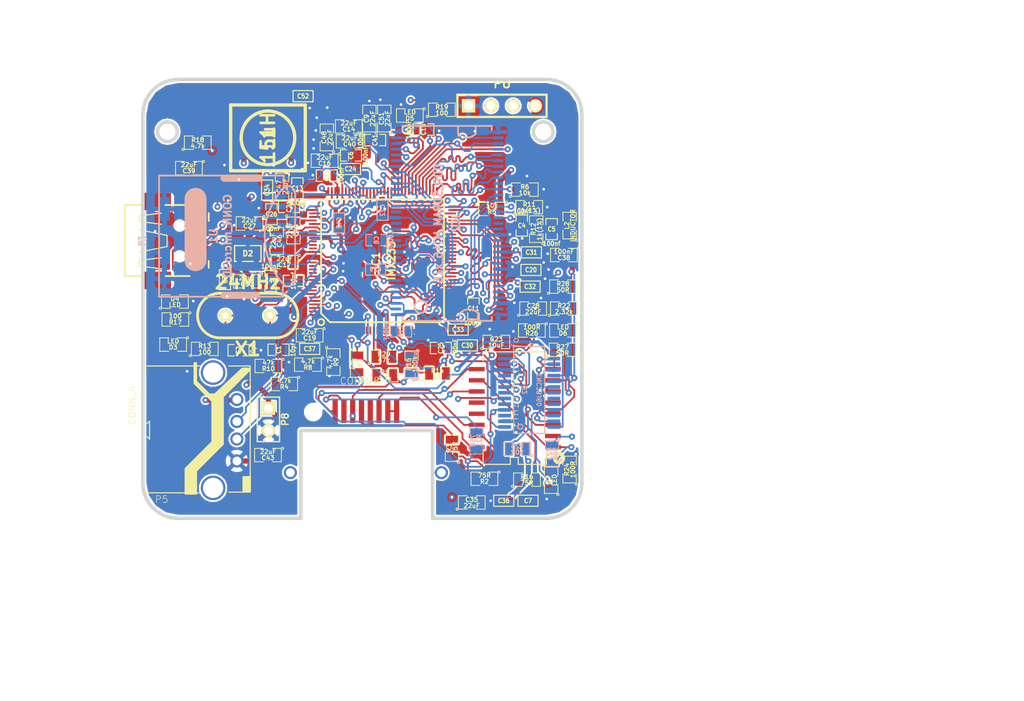
<source format=kicad_pcb>
(kicad_pcb (version 4) (host pcbnew "(2015-03-11 BZR 5507)-product")
  (layers (0 F.Cu signal) (1 Inner2.Cu signal) (2 Inner1.Cu signal) (31 B.Cu signal) (34 B.Paste user) (35 F.Paste user) (36 B.SilkS user hide) (37 F.SilkS user) (38 B.Mask user) (39 F.Mask user) (44 Edge.Cuts user))
  (net 0 "")
  (net 1 +2.5V)
  (net 2 +3.3V)
  (net 3 /LCD_D0)
  (net 4 /LCD_D1)
  (net 5 /LCD_D2)
  (net 6 /LCD_D3)
  (net 7 /LCD_RS)
  (net 8 /SD_CLOCK)
  (net 9 /SD_CMD)
  (net 10 /U_RX)
  (net 11 /U_TX)
  (net 12 5VOUT)
  (net 13 DDRA0)
  (net 14 DDRA1)
  (net 15 DDRA10)
  (net 16 DDRA11)
  (net 17 DDRA12)
  (net 18 DDRA2)
  (net 19 DDRA3)
  (net 20 DDRA4)
  (net 21 DDRA5)
  (net 22 DDRA6)
  (net 23 DDRA7)
  (net 24 DDRA8)
  (net 25 DDRA9)
  (net 26 DDR_BA0)
  (net 27 DDR_BA1)
  (net 28 DDR_CAS)
  (net 29 DDR_CE0n)
  (net 30 DDR_CKE)
  (net 31 DDR_CLK)
  (net 32 DDR_CLKn)
  (net 33 DDR_DO0)
  (net 34 DDR_DO1)
  (net 35 DDR_DO10)
  (net 36 DDR_DO11)
  (net 37 DDR_DO12)
  (net 38 DDR_DO13)
  (net 39 DDR_DO14)
  (net 40 DDR_DO15)
  (net 41 DDR_DO2)
  (net 42 DDR_DO3)
  (net 43 DDR_DO4)
  (net 44 DDR_DO5)
  (net 45 DDR_DO6)
  (net 46 DDR_DO7)
  (net 47 DDR_DO8)
  (net 48 DDR_DO9)
  (net 49 DDR_DQM0)
  (net 50 DDR_DQM1)
  (net 51 DDR_DQS0)
  (net 52 DDR_DQS1)
  (net 53 DDR_RAS)
  (net 54 DDR_WEn)
  (net 55 GND)
  (net 56 PSWITCH)
  (net 57 VDD4P2)
  (net 58 VDDA)
  (net 59 VDDD)
  (net 60 VDD_BATT)
  (net 61 VDD_XTAL)
  (net 62 XTALI)
  (net 63 XTALO)
  (net 64 "Net-(C3-Pad1)")
  (net 65 "Net-(C4-Pad1)")
  (net 66 "Net-(C52-Pad2)")
  (net 67 "Net-(D3-Pad1)")
  (net 68 "Net-(D4-Pad1)")
  (net 69 "Net-(D5-Pad1)")
  (net 70 "Net-(IC1-Pad97)")
  (net 71 "Net-(IC1-Pad34)")
  (net 72 "Net-(IC1-Pad7)")
  (net 73 "Net-(IC1-Pad8)")
  (net 74 "Net-(IC1-Pad104)")
  (net 75 "Net-(IC1-Pad9)")
  (net 76 "Net-(IC1-Pad11)")
  (net 77 "Net-(IC1-Pad107)")
  (net 78 "Net-(IC1-Pad12)")
  (net 79 "Net-(IC1-Pad108)")
  (net 80 "Net-(IC1-Pad13)")
  (net 81 "Net-(IC1-Pad109)")
  (net 82 "Net-(IC1-Pad15)")
  (net 83 "Net-(IC1-Pad16)")
  (net 84 "Net-(IC1-Pad17)")
  (net 85 "Net-(IC1-Pad81)")
  (net 86 "Net-(IC1-Pad113)")
  (net 87 "Net-(IC1-Pad82)")
  (net 88 "Net-(IC1-Pad114)")
  (net 89 "Net-(IC1-Pad19)")
  (net 90 "Net-(IC1-Pad115)")
  (net 91 "Net-(IC1-Pad20)")
  (net 92 "Net-(IC1-Pad84)")
  (net 93 "Net-(IC1-Pad116)")
  (net 94 "Net-(IC1-Pad85)")
  (net 95 "Net-(IC1-Pad86)")
  (net 96 "Net-(IC1-Pad23)")
  (net 97 "Net-(IC1-Pad87)")
  (net 98 "Net-(IC1-Pad24)")
  (net 99 "Net-(IC1-Pad88)")
  (net 100 "Net-(IC1-Pad25)")
  (net 101 "Net-(IC1-Pad89)")
  (net 102 "Net-(IC1-Pad26)")
  (net 103 "Net-(IC1-Pad27)")
  (net 104 "Net-(IC1-Pad91)")
  (net 105 "Net-(IC1-Pad123)")
  (net 106 "Net-(IC1-Pad28)")
  (net 107 "Net-(IC1-Pad124)")
  (net 108 "Net-(IC1-Pad29)")
  (net 109 "Net-(IC1-Pad31)")
  (net 110 /UART2_TX)
  (net 111 "Net-(IC1-Pad32)")
  (net 112 /UART2_RX)
  (net 113 "Net-(IC2-Pad14)")
  (net 114 "Net-(IC2-Pad53)")
  (net 115 "Net-(IC2-Pad17)")
  (net 116 "Net-(IC2-Pad50)")
  (net 117 "Net-(IC2-Pad19)")
  (net 118 "Net-(IC2-Pad43)")
  (net 119 "Net-(IC2-Pad25)")
  (net 120 "Net-(JP1-Pad2)")
  (net 121 "Net-(R14-Pad1)")
  (net 122 "Net-(P1-Pad1)")
  (net 123 "Net-(P1-Pad4)")
  (net 124 "Net-(T1-Pad4)")
  (net 125 "Net-(T1-Pad5)")
  (net 126 "Net-(T1-Pad12)")
  (net 127 "Net-(T1-Pad13)")
  (net 128 "Net-(C7-Pad2)")
  (net 129 "Net-(R2-Pad2)")
  (net 130 "Net-(R16-Pad2)")
  (net 131 /Ethernet/TX+)
  (net 132 /Ethernet/TX-)
  (net 133 /Ethernet/RX+)
  (net 134 /Ethernet/RX-)
  (net 135 "Net-(C23-Pad1)")
  (net 136 "Net-(D6-Pad1)")
  (net 137 "Net-(D6-Pad2)")
  (net 138 "Net-(D7-Pad1)")
  (net 139 "Net-(D7-Pad2)")
  (net 140 SPI_SCK)
  (net 141 SPI_CS)
  (net 142 SPI_MOSI)
  (net 143 SPI_MISO)
  (net 144 "Net-(R22-Pad1)")
  (net 145 "Net-(R23-Pad2)")
  (net 146 "Net-(R25-Pad2)")
  (net 147 "Net-(U2-Pad10)")
  (net 148 "Net-(U2-Pad23)")
  (net 149 "Net-(U2-Pad24)")
  (net 150 "Net-(U2-Pad3)")
  (net 151 "Net-(R27-Pad1)")
  (net 152 "Net-(R28-Pad1)")
  (net 153 SPI_INT)
  (net 154 "Net-(C36-Pad2)")
  (net 155 "Net-(C38-Pad1)")
  (net 156 "Net-(T1-Pad2)")
  (module opendous:SOT23-3_Opendous (layer F.Cu) (at 38.9525 41.83)
    (fp_text reference D2 (at 0 0) (layer F.SilkS) (effects (font (size 0.6096 0.6096) (thickness 0.1524))))
    (fp_text value D_schottky hide)
    (pad 3 smd rect (at 0.9525 1.27) (size 0.6096 0.889) (layers F.Cu F.Paste F.Mask))
    (pad 1 smd rect (at -0.9525 1.27) (size 0.6096 0.889) (layers F.Cu F.Paste F.Mask) (net 60 VDD_BATT))
    (pad 2 smd rect (at 0 -1.27) (size 0.6096 0.889) (layers F.Cu F.Paste F.Mask) (net 57 VDD4P2))
  )
  (module PIN_ARRAY_2X1 (layer F.Cu) (at 41.3 60.73 270)
    (fp_text reference P8 (at 0 -1.905 270) (layer F.SilkS) (effects (font (size 0.762 0.762) (thickness 0.1524))))
    (fp_text value CONN_2 hide)
    (pad 1 thru_hole rect (at -1.27 0 270) (size 1.524 1.524) (drill 1.016) (layers *.Cu *.Mask F.SilkS) (net 60 VDD_BATT))
    (pad 2 thru_hole circle (at 1.27 0 270) (size 1.524 1.524) (drill 1.016) (layers *.Cu *.Mask F.SilkS) (net 55 GND))
  )
  (module PIN_ARRAY_4x1 (layer F.Cu) (at 67.9 25)
    (fp_text reference P6 (at 0 -2.54) (layer F.SilkS) (effects (font (size 1.016 1.016) (thickness 0.2032))))
    (fp_text value CONN_4 hide)
    (pad 1 thru_hole rect (at -3.81 0) (size 1.524 1.524) (drill 1.016) (layers *.Cu *.Mask F.SilkS) (net 55 GND))
    (pad 2 thru_hole circle (at -1.27 0) (size 1.524 1.524) (drill 1.016) (layers *.Cu *.Mask F.SilkS) (net 110 /UART2_TX))
    (pad 3 thru_hole circle (at 1.27 0) (size 1.524 1.524) (drill 1.016) (layers *.Cu *.Mask F.SilkS) (net 112 /UART2_RX))
    (pad 4 thru_hole circle (at 3.81 0) (size 1.524 1.524) (drill 1.016) (layers *.Cu *.Mask F.SilkS) (net 2 +3.3V))
  )
  (module HC-49V (layer F.Cu) (at 38.95 48.9 180)
    (fp_text reference X1 (at 0 -3.81 180) (layer F.SilkS) (effects (font (thickness 0.3048))))
    (fp_text value 24MHz (at 0 3.81 180) (layer F.SilkS) (effects (font (thickness 0.3048))))
    (pad 1 thru_hole circle (at -2.54 0 180) (size 1.4224 1.4224) (drill 0.762) (layers *.Cu *.Mask F.SilkS) (net 62 XTALI))
    (pad 2 thru_hole circle (at 2.54 0 180) (size 1.4224 1.4224) (drill 0.762) (layers *.Cu *.Mask F.SilkS) (net 63 XTALO))
  )
  (module inductor22 (layer F.Cu) (at 41.25 28.65 90)
    (fp_text reference L1 (at 0 0 90) (layer F.SilkS) (effects (font (thickness 0.3048))))
    (fp_text value 15uH (at 0 0 90) (layer F.SilkS) (effects (font (thickness 0.3048))))
    (pad 1 smd rect (at 0 -2.75 90) (size 4.1 3.2) (layers F.Cu F.Paste F.Mask) (net 70 "Net-(IC1-Pad97)"))
    (pad 2 smd rect (at 0 2.75 90) (size 4.1 3.2) (layers F.Cu F.Paste F.Mask) (net 66 "Net-(C52-Pad2)"))
  )
  (module smd:SM0603_Capa (layer F.Cu) (at 42.45 52.8 180)
    (fp_text reference C1 (at 0 0 270) (layer F.SilkS) (effects (font (size 0.508 0.4572) (thickness 0.1143))))
    (fp_text value 10pf (at -1.651 0 270) (layer F.SilkS) (effects (font (size 0.508 0.4572) (thickness 0.1143))))
    (pad 1 smd rect (at -0.762 0 180) (size 0.635 1.143) (layers F.Cu F.Paste F.Mask) (net 55 GND))
    (pad 2 smd rect (at 0.762 0 180) (size 0.635 1.143) (layers F.Cu F.Paste F.Mask) (net 62 XTALI))
  )
  (module smd:SM0603_Capa (layer F.Cu) (at 37.9 52.85 180)
    (fp_text reference C2 (at 0 0 270) (layer F.SilkS) (effects (font (size 0.508 0.4572) (thickness 0.1143))))
    (fp_text value 10pf (at -1.651 0 270) (layer F.SilkS) (effects (font (size 0.508 0.4572) (thickness 0.1143))))
    (pad 1 smd rect (at -0.762 0 180) (size 0.635 1.143) (layers F.Cu F.Paste F.Mask) (net 55 GND))
    (pad 2 smd rect (at 0.762 0 180) (size 0.635 1.143) (layers F.Cu F.Paste F.Mask) (net 63 XTALO))
  )
  (module smd:SM0603 (layer F.Cu) (at 36.35 44.8 270)
    (fp_text reference C3 (at 0 0 270) (layer F.SilkS) (effects (font (size 0.508 0.4572) (thickness 0.1143))))
    (fp_text value 1uf hide)
    (pad 1 smd rect (at -0.762 0 270) (size 0.635 1.143) (layers F.Cu F.Paste F.Mask) (net 64 "Net-(C3-Pad1)"))
    (pad 2 smd rect (at 0.762 0 270) (size 0.635 1.143) (layers F.Cu F.Paste F.Mask) (net 55 GND))
  )
  (module smd:SM0603_Capa (layer F.Cu) (at 70.15 38.65 270)
    (fp_text reference C4 (at 0 0 360) (layer F.SilkS) (effects (font (size 0.508 0.4572) (thickness 0.1143))))
    (fp_text value 100nf (at -1.651 0 360) (layer F.SilkS) (effects (font (size 0.508 0.4572) (thickness 0.1143))))
    (pad 1 smd rect (at -0.762 0 270) (size 0.635 1.143) (layers F.Cu F.Paste F.Mask) (net 65 "Net-(C4-Pad1)"))
    (pad 2 smd rect (at 0.762 0 270) (size 0.635 1.143) (layers F.Cu F.Paste F.Mask) (net 55 GND))
  )
  (module smd:SM0603_Capa (layer F.Cu) (at 73.55 39.05 90)
    (fp_text reference C5 (at 0 0 180) (layer F.SilkS) (effects (font (size 0.508 0.4572) (thickness 0.1143))))
    (fp_text value 100nf (at -1.651 0 180) (layer F.SilkS) (effects (font (size 0.508 0.4572) (thickness 0.1143))))
    (pad 1 smd rect (at -0.762 0 90) (size 0.635 1.143) (layers F.Cu F.Paste F.Mask) (net 1 +2.5V))
    (pad 2 smd rect (at 0.762 0 90) (size 0.635 1.143) (layers F.Cu F.Paste F.Mask) (net 65 "Net-(C4-Pad1)"))
  )
  (module smd:SM0603_Capa (layer F.Cu) (at 50.7 30.65 180)
    (fp_text reference C6 (at 0 0 270) (layer F.SilkS) (effects (font (size 0.508 0.4572) (thickness 0.1143))))
    (fp_text value 100nF (at -1.651 0 270) (layer F.SilkS) (effects (font (size 0.508 0.4572) (thickness 0.1143))))
    (pad 1 smd rect (at -0.762 0 180) (size 0.635 1.143) (layers F.Cu F.Paste F.Mask) (net 2 +3.3V))
    (pad 2 smd rect (at 0.762 0 180) (size 0.635 1.143) (layers F.Cu F.Paste F.Mask) (net 55 GND))
  )
  (module smd:SM0603_Capa (layer B.Cu) (at 53.6 40.3 180)
    (fp_text reference C8 (at 0 0 450) (layer B.SilkS) (effects (font (size 0.508 0.4572) (thickness 0.1143)) (justify mirror)))
    (fp_text value 100nF (at -1.651 0 450) (layer B.SilkS) (effects (font (size 0.508 0.4572) (thickness 0.1143)) (justify mirror)))
    (pad 1 smd rect (at -0.762 0 180) (size 0.635 1.143) (layers B.Cu B.Paste B.Mask) (net 1 +2.5V))
    (pad 2 smd rect (at 0.762 0 180) (size 0.635 1.143) (layers B.Cu B.Paste B.Mask) (net 55 GND))
  )
  (module smd:SM0805 (layer F.Cu) (at 52.8 26.45 90)
    (fp_text reference C9 (at 0 -0.3175 90) (layer F.SilkS) (effects (font (size 0.50038 0.50038) (thickness 0.10922))))
    (fp_text value 22uF (at 0 0.381 90) (layer F.SilkS) (effects (font (size 0.50038 0.50038) (thickness 0.10922))))
    (pad 1 smd rect (at -0.9525 0 90) (size 0.889 1.397) (layers F.Cu F.Paste F.Mask) (net 2 +3.3V))
    (pad 2 smd rect (at 0.9525 0 90) (size 0.889 1.397) (layers F.Cu F.Paste F.Mask) (net 55 GND))
  )
  (module opendous:SM0603_Opendous (layer F.Cu) (at 44.15 44.95 180)
    (fp_text reference C10 hide)
    (fp_text value 100nf (at 0 0 270) (layer F.SilkS) (effects (font (size 0.4572 0.4572) (thickness 0.1143))))
    (pad 1 smd rect (at -0.762 0 180) (size 0.635 1.143) (layers F.Cu F.Paste F.Mask) (net 61 VDD_XTAL))
    (pad 2 smd rect (at 0.762 0 180) (size 0.635 1.143) (layers F.Cu F.Paste F.Mask) (net 55 GND))
  )
  (module smd:SM0603_Capa (layer F.Cu) (at 64.65 48.1 90)
    (fp_text reference C11 (at 0 0 180) (layer F.SilkS) (effects (font (size 0.508 0.4572) (thickness 0.1143))))
    (fp_text value 100nF (at -1.651 0 180) (layer F.SilkS) (effects (font (size 0.508 0.4572) (thickness 0.1143))))
    (pad 1 smd rect (at -0.762 0 90) (size 0.635 1.143) (layers F.Cu F.Paste F.Mask) (net 1 +2.5V))
    (pad 2 smd rect (at 0.762 0 90) (size 0.635 1.143) (layers F.Cu F.Paste F.Mask) (net 55 GND))
  )
  (module smd:SM0603_Capa (layer F.Cu) (at 47.95 32.95 180)
    (fp_text reference C12 (at 0 0 270) (layer F.SilkS) (effects (font (size 0.508 0.4572) (thickness 0.1143))))
    (fp_text value 100nF (at -1.651 0 270) (layer F.SilkS) (effects (font (size 0.508 0.4572) (thickness 0.1143))))
    (pad 1 smd rect (at -0.762 0 180) (size 0.635 1.143) (layers F.Cu F.Paste F.Mask) (net 59 VDDD))
    (pad 2 smd rect (at 0.762 0 180) (size 0.635 1.143) (layers F.Cu F.Paste F.Mask) (net 55 GND))
  )
  (module smd:SM0603_Capa (layer F.Cu) (at 44.6 34.4 90)
    (fp_text reference C13 (at 0 0 180) (layer F.SilkS) (effects (font (size 0.508 0.4572) (thickness 0.1143))))
    (fp_text value 100nF (at -1.651 0 180) (layer F.SilkS) (effects (font (size 0.508 0.4572) (thickness 0.1143))))
    (pad 1 smd rect (at -0.762 0 90) (size 0.635 1.143) (layers F.Cu F.Paste F.Mask) (net 58 VDDA))
    (pad 2 smd rect (at 0.762 0 90) (size 0.635 1.143) (layers F.Cu F.Paste F.Mask) (net 55 GND))
  )
  (module smd:SM0805 (layer F.Cu) (at 50.45 27.35 180)
    (fp_text reference C14 (at 0 -0.3175 180) (layer F.SilkS) (effects (font (size 0.50038 0.50038) (thickness 0.10922))))
    (fp_text value 22uF (at 0 0.381 180) (layer F.SilkS) (effects (font (size 0.50038 0.50038) (thickness 0.10922))))
    (pad 1 smd rect (at -0.9525 0 180) (size 0.889 1.397) (layers F.Cu F.Paste F.Mask) (net 2 +3.3V))
    (pad 2 smd rect (at 0.9525 0 180) (size 0.889 1.397) (layers F.Cu F.Paste F.Mask) (net 55 GND))
  )
  (module smd:SM0603_Capa (layer F.Cu) (at 58.95 27.7)
    (fp_text reference C15 (at 0 0 90) (layer F.SilkS) (effects (font (size 0.508 0.4572) (thickness 0.1143))))
    (fp_text value 100nF (at -1.651 0 90) (layer F.SilkS) (effects (font (size 0.508 0.4572) (thickness 0.1143))))
    (pad 1 smd rect (at -0.762 0) (size 0.635 1.143) (layers F.Cu F.Paste F.Mask) (net 1 +2.5V))
    (pad 2 smd rect (at 0.762 0) (size 0.635 1.143) (layers F.Cu F.Paste F.Mask) (net 55 GND))
  )
  (module smd:SM0805 (layer F.Cu) (at 47.7 31.25 180)
    (fp_text reference C16 (at 0 -0.3175 180) (layer F.SilkS) (effects (font (size 0.50038 0.50038) (thickness 0.10922))))
    (fp_text value 22uF (at 0 0.381 180) (layer F.SilkS) (effects (font (size 0.50038 0.50038) (thickness 0.10922))))
    (pad 1 smd rect (at -0.9525 0 180) (size 0.889 1.397) (layers F.Cu F.Paste F.Mask) (net 59 VDDD))
    (pad 2 smd rect (at 0.9525 0 180) (size 0.889 1.397) (layers F.Cu F.Paste F.Mask) (net 55 GND))
  )
  (module smd:SM0805 (layer F.Cu) (at 43.15 42.8 180)
    (fp_text reference C17 (at 0 -0.3175 180) (layer F.SilkS) (effects (font (size 0.50038 0.50038) (thickness 0.10922))))
    (fp_text value 22uF (at 0 0.381 180) (layer F.SilkS) (effects (font (size 0.50038 0.50038) (thickness 0.10922))))
    (pad 1 smd rect (at -0.9525 0 180) (size 0.889 1.397) (layers F.Cu F.Paste F.Mask) (net 58 VDDA))
    (pad 2 smd rect (at 0.9525 0 180) (size 0.889 1.397) (layers F.Cu F.Paste F.Mask) (net 55 GND))
  )
  (module smd:SM0603_Capa (layer B.Cu) (at 56.4 50.7)
    (fp_text reference C18 (at 0 0 270) (layer B.SilkS) (effects (font (size 0.508 0.4572) (thickness 0.1143)) (justify mirror)))
    (fp_text value 100nF (at -1.651 0 270) (layer B.SilkS) (effects (font (size 0.508 0.4572) (thickness 0.1143)) (justify mirror)))
    (pad 1 smd rect (at -0.762 0) (size 0.635 1.143) (layers B.Cu B.Paste B.Mask) (net 1 +2.5V))
    (pad 2 smd rect (at 0.762 0) (size 0.635 1.143) (layers B.Cu B.Paste B.Mask) (net 55 GND))
  )
  (module smd:SM0805 (layer F.Cu) (at 46 51.15 180)
    (fp_text reference C19 (at 0 -0.3175 180) (layer F.SilkS) (effects (font (size 0.50038 0.50038) (thickness 0.10922))))
    (fp_text value 22uF (at 0 0.381 180) (layer F.SilkS) (effects (font (size 0.50038 0.50038) (thickness 0.10922))))
    (pad 1 smd rect (at -0.9525 0 180) (size 0.889 1.397) (layers F.Cu F.Paste F.Mask) (net 59 VDDD))
    (pad 2 smd rect (at 0.9525 0 180) (size 0.889 1.397) (layers F.Cu F.Paste F.Mask) (net 55 GND))
  )
  (module smd:SM0603 (layer F.Cu) (at 71.2 43.7)
    (fp_text reference C20 (at 0 0) (layer F.SilkS) (effects (font (size 0.508 0.4572) (thickness 0.1143))))
    (fp_text value 1uF hide)
    (pad 1 smd rect (at -0.762 0) (size 0.635 1.143) (layers F.Cu F.Paste F.Mask) (net 1 +2.5V))
    (pad 2 smd rect (at 0.762 0) (size 0.635 1.143) (layers F.Cu F.Paste F.Mask) (net 55 GND))
  )
  (module smd:SM0603_Capa (layer F.Cu) (at 43.65 36.5 180)
    (fp_text reference C21 (at 0 0 270) (layer F.SilkS) (effects (font (size 0.508 0.4572) (thickness 0.1143))))
    (fp_text value 1uF (at -1.651 0 270) (layer F.SilkS) (effects (font (size 0.508 0.4572) (thickness 0.1143))))
    (pad 1 smd rect (at -0.762 0 180) (size 0.635 1.143) (layers F.Cu F.Paste F.Mask) (net 12 5VOUT))
    (pad 2 smd rect (at 0.762 0 180) (size 0.635 1.143) (layers F.Cu F.Paste F.Mask) (net 55 GND))
  )
  (module smd:SM0603 (layer B.Cu) (at 54.3 36.9 90)
    (fp_text reference C22 (at 0 0 90) (layer B.SilkS) (effects (font (size 0.508 0.4572) (thickness 0.1143)) (justify mirror)))
    (fp_text value 1uF hide)
    (pad 1 smd rect (at -0.762 0 90) (size 0.635 1.143) (layers B.Cu B.Paste B.Mask) (net 1 +2.5V))
    (pad 2 smd rect (at 0.762 0 90) (size 0.635 1.143) (layers B.Cu B.Paste B.Mask) (net 55 GND))
  )
  (module smd:SM0603 (layer F.Cu) (at 50.65 32.2 180)
    (fp_text reference C24 (at 0 0 180) (layer F.SilkS) (effects (font (size 0.508 0.4572) (thickness 0.1143))))
    (fp_text value 1uF hide)
    (pad 1 smd rect (at -0.762 0 180) (size 0.635 1.143) (layers F.Cu F.Paste F.Mask) (net 2 +3.3V))
    (pad 2 smd rect (at 0.762 0 180) (size 0.635 1.143) (layers F.Cu F.Paste F.Mask) (net 55 GND))
  )
  (module smd:SM0603_Capa (layer F.Cu) (at 60.938 52.6 180)
    (fp_text reference C25 (at 0 0 270) (layer F.SilkS) (effects (font (size 0.508 0.4572) (thickness 0.1143))))
    (fp_text value 100nF (at -1.651 0 270) (layer F.SilkS) (effects (font (size 0.508 0.4572) (thickness 0.1143))))
    (pad 1 smd rect (at -0.762 0 180) (size 0.635 1.143) (layers F.Cu F.Paste F.Mask) (net 56 PSWITCH))
    (pad 2 smd rect (at 0.762 0 180) (size 0.635 1.143) (layers F.Cu F.Paste F.Mask) (net 55 GND))
  )
  (module smd:SM0603_Capa (layer F.Cu) (at 41.65 37.35 90)
    (fp_text reference C26 (at 0 0 180) (layer F.SilkS) (effects (font (size 0.508 0.4572) (thickness 0.1143))))
    (fp_text value 100nF (at -1.651 0 180) (layer F.SilkS) (effects (font (size 0.508 0.4572) (thickness 0.1143))))
    (pad 1 smd rect (at -0.762 0 90) (size 0.635 1.143) (layers F.Cu F.Paste F.Mask) (net 57 VDD4P2))
    (pad 2 smd rect (at 0.762 0 90) (size 0.635 1.143) (layers F.Cu F.Paste F.Mask) (net 55 GND))
  )
  (module smd:SM0805 (layer F.Cu) (at 39.1525 38.4 180)
    (fp_text reference C27 (at 0 -0.3175 180) (layer F.SilkS) (effects (font (size 0.50038 0.50038) (thickness 0.10922))))
    (fp_text value 22uF (at 0 0.381 180) (layer F.SilkS) (effects (font (size 0.50038 0.50038) (thickness 0.10922))))
    (pad 1 smd rect (at -0.9525 0 180) (size 0.889 1.397) (layers F.Cu F.Paste F.Mask) (net 57 VDD4P2))
    (pad 2 smd rect (at 0.9525 0 180) (size 0.889 1.397) (layers F.Cu F.Paste F.Mask) (net 55 GND))
  )
  (module smd:SM0805 (layer F.Cu) (at 71.45 48.1)
    (fp_text reference C28 (at 0 -0.3175) (layer F.SilkS) (effects (font (size 0.50038 0.50038) (thickness 0.10922))))
    (fp_text value 22uF (at 0 0.381) (layer F.SilkS) (effects (font (size 0.50038 0.50038) (thickness 0.10922))))
    (pad 1 smd rect (at -0.9525 0) (size 0.889 1.397) (layers F.Cu F.Paste F.Mask) (net 1 +2.5V))
    (pad 2 smd rect (at 0.9525 0) (size 0.889 1.397) (layers F.Cu F.Paste F.Mask) (net 55 GND))
  )
  (module smd:SM0603 (layer B.Cu) (at 53.5 43.65 180)
    (fp_text reference C29 (at 0 0 180) (layer B.SilkS) (effects (font (size 0.508 0.4572) (thickness 0.1143)) (justify mirror)))
    (fp_text value 100nF hide)
    (pad 1 smd rect (at -0.762 0 180) (size 0.635 1.143) (layers B.Cu B.Paste B.Mask) (net 1 +2.5V))
    (pad 2 smd rect (at 0.762 0 180) (size 0.635 1.143) (layers B.Cu B.Paste B.Mask) (net 55 GND))
  )
  (module smd:SM0603 (layer F.Cu) (at 63.95 52.3)
    (fp_text reference C30 (at 0 0) (layer F.SilkS) (effects (font (size 0.508 0.4572) (thickness 0.1143))))
    (fp_text value 100nF hide)
    (pad 1 smd rect (at -0.762 0) (size 0.635 1.143) (layers F.Cu F.Paste F.Mask) (net 1 +2.5V))
    (pad 2 smd rect (at 0.762 0) (size 0.635 1.143) (layers F.Cu F.Paste F.Mask) (net 55 GND))
  )
  (module smd:SM0603 (layer F.Cu) (at 71.25 41.7)
    (fp_text reference C31 (at 0 0) (layer F.SilkS) (effects (font (size 0.508 0.4572) (thickness 0.1143))))
    (fp_text value 100nF hide)
    (pad 1 smd rect (at -0.762 0) (size 0.635 1.143) (layers F.Cu F.Paste F.Mask) (net 1 +2.5V))
    (pad 2 smd rect (at 0.762 0) (size 0.635 1.143) (layers F.Cu F.Paste F.Mask) (net 55 GND))
  )
  (module smd:SM0603 (layer F.Cu) (at 71.1 45.6)
    (fp_text reference C32 (at 0 0) (layer F.SilkS) (effects (font (size 0.508 0.4572) (thickness 0.1143))))
    (fp_text value 100nF hide)
    (pad 1 smd rect (at -0.762 0) (size 0.635 1.143) (layers F.Cu F.Paste F.Mask) (net 1 +2.5V))
    (pad 2 smd rect (at 0.762 0) (size 0.635 1.143) (layers F.Cu F.Paste F.Mask) (net 55 GND))
  )
  (module smd:SM0603 (layer F.Cu) (at 62.9 50.5)
    (fp_text reference C33 (at 0 0) (layer F.SilkS) (effects (font (size 0.508 0.4572) (thickness 0.1143))))
    (fp_text value 100nF hide)
    (pad 1 smd rect (at -0.762 0) (size 0.635 1.143) (layers F.Cu F.Paste F.Mask) (net 1 +2.5V))
    (pad 2 smd rect (at 0.762 0) (size 0.635 1.143) (layers F.Cu F.Paste F.Mask) (net 55 GND))
  )
  (module smd:SM0603 (layer F.Cu) (at 41.15 34.6 90)
    (fp_text reference C34 (at 0 0 90) (layer F.SilkS) (effects (font (size 0.508 0.4572) (thickness 0.1143))))
    (fp_text value 100nF hide)
    (pad 1 smd rect (at -0.762 0 90) (size 0.635 1.143) (layers F.Cu F.Paste F.Mask) (net 58 VDDA))
    (pad 2 smd rect (at 0.762 0 90) (size 0.635 1.143) (layers F.Cu F.Paste F.Mask) (net 55 GND))
  )
  (module smd:SM0805 (layer F.Cu) (at 50.55 29.05 180)
    (fp_text reference C40 (at 0 -0.3175 180) (layer F.SilkS) (effects (font (size 0.50038 0.50038) (thickness 0.10922))))
    (fp_text value 22uF (at 0 0.381 180) (layer F.SilkS) (effects (font (size 0.50038 0.50038) (thickness 0.10922))))
    (pad 1 smd rect (at -0.9525 0 180) (size 0.889 1.397) (layers F.Cu F.Paste F.Mask) (net 2 +3.3V))
    (pad 2 smd rect (at 0.9525 0 180) (size 0.889 1.397) (layers F.Cu F.Paste F.Mask) (net 55 GND))
  )
  (module smd:SM0603_Capa (layer F.Cu) (at 53.45 28.9)
    (fp_text reference C41 (at 0 0 90) (layer F.SilkS) (effects (font (size 0.508 0.4572) (thickness 0.1143))))
    (fp_text value 100nF (at -1.651 0 90) (layer F.SilkS) (effects (font (size 0.508 0.4572) (thickness 0.1143))))
    (pad 1 smd rect (at -0.762 0) (size 0.635 1.143) (layers F.Cu F.Paste F.Mask) (net 2 +3.3V))
    (pad 2 smd rect (at 0.762 0) (size 0.635 1.143) (layers F.Cu F.Paste F.Mask) (net 55 GND))
  )
  (module smd:SM0603 (layer B.Cu) (at 49.35 38.35 270)
    (fp_text reference C42 (at 0 0 270) (layer B.SilkS) (effects (font (size 0.508 0.4572) (thickness 0.1143)) (justify mirror)))
    (fp_text value 1uF hide)
    (pad 1 smd rect (at -0.762 0 270) (size 0.635 1.143) (layers B.Cu B.Paste B.Mask) (net 2 +3.3V))
    (pad 2 smd rect (at 0.762 0 270) (size 0.635 1.143) (layers B.Cu B.Paste B.Mask) (net 55 GND))
  )
  (module smd:SM0805 (layer F.Cu) (at 41.2525 64.8 180)
    (fp_text reference C43 (at 0 -0.3175 180) (layer F.SilkS) (effects (font (size 0.50038 0.50038) (thickness 0.10922))))
    (fp_text value 22uF (at 0 0.381 180) (layer F.SilkS) (effects (font (size 0.50038 0.50038) (thickness 0.10922))))
    (pad 1 smd rect (at -0.9525 0 180) (size 0.889 1.397) (layers F.Cu F.Paste F.Mask) (net 60 VDD_BATT))
    (pad 2 smd rect (at 0.9525 0 180) (size 0.889 1.397) (layers F.Cu F.Paste F.Mask) (net 55 GND))
  )
  (module smd:SM0603_Capa (layer F.Cu) (at 41.55 44.95 270)
    (fp_text reference C44 (at 0 0 360) (layer F.SilkS) (effects (font (size 0.508 0.4572) (thickness 0.1143))))
    (fp_text value 100nF (at -1.651 0 360) (layer F.SilkS) (effects (font (size 0.508 0.4572) (thickness 0.1143))))
    (pad 1 smd rect (at -0.762 0 270) (size 0.635 1.143) (layers F.Cu F.Paste F.Mask) (net 60 VDD_BATT))
    (pad 2 smd rect (at 0.762 0 270) (size 0.635 1.143) (layers F.Cu F.Paste F.Mask) (net 55 GND))
  )
  (module smd:SM0805 (layer F.Cu) (at 42.25 40.4 270)
    (fp_text reference C46 (at 0 -0.3175 270) (layer F.SilkS) (effects (font (size 0.50038 0.50038) (thickness 0.10922))))
    (fp_text value 22uF (at 0 0.381 270) (layer F.SilkS) (effects (font (size 0.50038 0.50038) (thickness 0.10922))))
    (pad 1 smd rect (at -0.9525 0 270) (size 0.889 1.397) (layers F.Cu F.Paste F.Mask) (net 60 VDD_BATT))
    (pad 2 smd rect (at 0.9525 0 270) (size 0.889 1.397) (layers F.Cu F.Paste F.Mask) (net 55 GND))
  )
  (module smd:SM0805 (layer F.Cu) (at 42.85 34.2 90)
    (fp_text reference C47 (at 0 -0.3175 90) (layer F.SilkS) (effects (font (size 0.50038 0.50038) (thickness 0.10922))))
    (fp_text value 22uF (at 0 0.381 90) (layer F.SilkS) (effects (font (size 0.50038 0.50038) (thickness 0.10922))))
    (pad 1 smd rect (at -0.9525 0 90) (size 0.889 1.397) (layers F.Cu F.Paste F.Mask) (net 58 VDDA))
    (pad 2 smd rect (at 0.9525 0 90) (size 0.889 1.397) (layers F.Cu F.Paste F.Mask) (net 55 GND))
  )
  (module smd:SM0805 (layer F.Cu) (at 47.95 28.6 90)
    (fp_text reference C48 (at 0 -0.3175 90) (layer F.SilkS) (effects (font (size 0.50038 0.50038) (thickness 0.10922))))
    (fp_text value 22uF (at 0 0.381 90) (layer F.SilkS) (effects (font (size 0.50038 0.50038) (thickness 0.10922))))
    (pad 1 smd rect (at -0.9525 0 90) (size 0.889 1.397) (layers F.Cu F.Paste F.Mask) (net 59 VDDD))
    (pad 2 smd rect (at 0.9525 0 90) (size 0.889 1.397) (layers F.Cu F.Paste F.Mask) (net 55 GND))
  )
  (module smd:SM0805 (layer F.Cu) (at 44.15 39.2 270)
    (fp_text reference C49 (at 0 -0.3175 270) (layer F.SilkS) (effects (font (size 0.50038 0.50038) (thickness 0.10922))))
    (fp_text value 22uF (at 0 0.381 270) (layer F.SilkS) (effects (font (size 0.50038 0.50038) (thickness 0.10922))))
    (pad 1 smd rect (at -0.9525 0 270) (size 0.889 1.397) (layers F.Cu F.Paste F.Mask) (net 57 VDD4P2))
    (pad 2 smd rect (at 0.9525 0 270) (size 0.889 1.397) (layers F.Cu F.Paste F.Mask) (net 55 GND))
  )
  (module smd:SM0805 (layer F.Cu) (at 38.85 45 180)
    (fp_text reference C50 (at 0 -0.3175 180) (layer F.SilkS) (effects (font (size 0.50038 0.50038) (thickness 0.10922))))
    (fp_text value 22uF (at 0 0.381 180) (layer F.SilkS) (effects (font (size 0.50038 0.50038) (thickness 0.10922))))
    (pad 1 smd rect (at -0.9525 0 180) (size 0.889 1.397) (layers F.Cu F.Paste F.Mask) (net 60 VDD_BATT))
    (pad 2 smd rect (at 0.9525 0 180) (size 0.889 1.397) (layers F.Cu F.Paste F.Mask) (net 55 GND))
  )
  (module smd:SM0805 (layer F.Cu) (at 54.5 26.45 90)
    (fp_text reference C51 (at 0 -0.3175 90) (layer F.SilkS) (effects (font (size 0.50038 0.50038) (thickness 0.10922))))
    (fp_text value 22uF (at 0 0.381 90) (layer F.SilkS) (effects (font (size 0.50038 0.50038) (thickness 0.10922))))
    (pad 1 smd rect (at -0.9525 0 90) (size 0.889 1.397) (layers F.Cu F.Paste F.Mask) (net 2 +3.3V))
    (pad 2 smd rect (at 0.9525 0 90) (size 0.889 1.397) (layers F.Cu F.Paste F.Mask) (net 55 GND))
  )
  (module smd:SM0603 (layer F.Cu) (at 45.25 23.9 180)
    (fp_text reference C52 (at 0 0 180) (layer F.SilkS) (effects (font (size 0.508 0.4572) (thickness 0.1143))))
    (fp_text value 100pF hide)
    (pad 1 smd rect (at -0.762 0 180) (size 0.635 1.143) (layers F.Cu F.Paste F.Mask) (net 55 GND))
    (pad 2 smd rect (at 0.762 0 180) (size 0.635 1.143) (layers F.Cu F.Paste F.Mask) (net 66 "Net-(C52-Pad2)"))
  )
  (module opendous:LQFP128_14x14mm_0.4mmPitch_iMX233 (layer F.Cu) (at 54.3 42.65 90)
    (fp_text reference IC1 (at 0 -0.7493 90) (layer F.SilkS) (effects (font (size 0.8636 0.8128) (thickness 0.2032))))
    (fp_text value iMX233 (at 0 1.00076 90) (layer F.SilkS) (effects (font (size 0.8636 0.8128) (thickness 0.2032))))
    (pad 1 smd rect (at -7.9375 -6.18236 180) (size 0.2032 0.889) (layers F.Cu F.Paste F.Mask) (net 59 VDDD))
    (pad 33 smd rect (at -6.18236 7.9375 90) (size 0.2032 0.889) (layers F.Cu F.Paste F.Mask) (net 140 SPI_SCK))
    (pad 65 smd rect (at 7.9375 6.18236) (size 0.2032 0.889) (layers F.Cu F.Paste F.Mask) (net 16 DDRA11))
    (pad 97 smd rect (at 6.18236 -7.9375 90) (size 0.2032 0.889) (layers F.Cu F.Paste F.Mask) (net 70 "Net-(IC1-Pad97)"))
    (pad 2 smd rect (at -7.9375 -5.78358 180) (size 0.2032 0.889) (layers F.Cu F.Paste F.Mask) (net 3 /LCD_D0))
    (pad 34 smd rect (at -5.78358 7.9375 90) (size 0.2032 0.889) (layers F.Cu F.Paste F.Mask) (net 71 "Net-(IC1-Pad34)"))
    (pad 66 smd rect (at 7.9375 5.78358) (size 0.2032 0.889) (layers F.Cu F.Paste F.Mask) (net 15 DDRA10))
    (pad 98 smd rect (at 5.78358 -7.9375 90) (size 0.2032 0.889) (layers F.Cu F.Paste F.Mask) (net 55 GND))
    (pad 3 smd rect (at -7.9375 -5.3848 180) (size 0.2032 0.889) (layers F.Cu F.Paste F.Mask) (net 4 /LCD_D1))
    (pad 35 smd rect (at -5.3848 7.9375 90) (size 0.2032 0.889) (layers F.Cu F.Paste F.Mask) (net 55 GND))
    (pad 67 smd rect (at 7.9375 5.3848) (size 0.2032 0.889) (layers F.Cu F.Paste F.Mask) (net 25 DDRA9))
    (pad 99 smd rect (at 5.3848 -7.9375 90) (size 0.2032 0.889) (layers F.Cu F.Paste F.Mask) (net 66 "Net-(C52-Pad2)"))
    (pad 4 smd rect (at -7.9375 -4.98602 180) (size 0.2032 0.889) (layers F.Cu F.Paste F.Mask) (net 5 /LCD_D2))
    (pad 36 smd rect (at -4.98602 7.9375 90) (size 0.2032 0.889) (layers F.Cu F.Paste F.Mask) (net 31 DDR_CLK))
    (pad 68 smd rect (at 7.9375 4.98602) (size 0.2032 0.889) (layers F.Cu F.Paste F.Mask) (net 24 DDRA8))
    (pad 100 smd rect (at 4.98602 -7.9375 90) (size 0.2032 0.889) (layers F.Cu F.Paste F.Mask) (net 60 VDD_BATT))
    (pad 5 smd rect (at -7.9375 -4.58724 180) (size 0.2032 0.889) (layers F.Cu F.Paste F.Mask) (net 6 /LCD_D3))
    (pad 37 smd rect (at -4.58724 7.9375 90) (size 0.2032 0.889) (layers F.Cu F.Paste F.Mask) (net 32 DDR_CLKn))
    (pad 69 smd rect (at 7.9375 4.58724) (size 0.2032 0.889) (layers F.Cu F.Paste F.Mask) (net 23 DDRA7))
    (pad 101 smd rect (at 4.58724 -7.9375 90) (size 0.2032 0.889) (layers F.Cu F.Paste F.Mask) (net 57 VDD4P2))
    (pad 6 smd rect (at -7.9375 -4.18846 180) (size 0.2032 0.889) (layers F.Cu F.Paste F.Mask) (net 153 SPI_INT))
    (pad 38 smd rect (at -4.18846 7.9375 90) (size 0.2032 0.889) (layers F.Cu F.Paste F.Mask) (net 1 +2.5V))
    (pad 70 smd rect (at 7.9375 4.18846) (size 0.2032 0.889) (layers F.Cu F.Paste F.Mask) (net 22 DDRA6))
    (pad 102 smd rect (at 4.18846 -7.9375 90) (size 0.2032 0.889) (layers F.Cu F.Paste F.Mask) (net 12 5VOUT))
    (pad 7 smd rect (at -7.9375 -3.78968 180) (size 0.2032 0.889) (layers F.Cu F.Paste F.Mask) (net 72 "Net-(IC1-Pad7)"))
    (pad 39 smd rect (at -3.78968 7.9375 90) (size 0.2032 0.889) (layers F.Cu F.Paste F.Mask) (net 51 DDR_DQS0))
    (pad 71 smd rect (at 7.9375 3.78968) (size 0.2032 0.889) (layers F.Cu F.Paste F.Mask) (net 21 DDRA5))
    (pad 103 smd rect (at 3.78968 -7.9375 90) (size 0.2032 0.889) (layers F.Cu F.Paste F.Mask) (net 60 VDD_BATT))
    (pad 8 smd rect (at -7.9375 -3.3909 180) (size 0.2032 0.889) (layers F.Cu F.Paste F.Mask) (net 73 "Net-(IC1-Pad8)"))
    (pad 40 smd rect (at -3.3909 7.9375 90) (size 0.2032 0.889) (layers F.Cu F.Paste F.Mask) (net 52 DDR_DQS1))
    (pad 72 smd rect (at 7.9375 3.3909) (size 0.2032 0.889) (layers F.Cu F.Paste F.Mask) (net 20 DDRA4))
    (pad 104 smd rect (at 3.3909 -7.9375 90) (size 0.2032 0.889) (layers F.Cu F.Paste F.Mask) (net 74 "Net-(IC1-Pad104)"))
    (pad 9 smd rect (at -7.9375 -2.99212 180) (size 0.2032 0.889) (layers F.Cu F.Paste F.Mask) (net 75 "Net-(IC1-Pad9)"))
    (pad 41 smd rect (at -2.99212 7.9375 90) (size 0.2032 0.889) (layers F.Cu F.Paste F.Mask) (net 33 DDR_DO0))
    (pad 73 smd rect (at 7.9375 2.99212) (size 0.2032 0.889) (layers F.Cu F.Paste F.Mask) (net 19 DDRA3))
    (pad 105 smd rect (at 2.99212 -7.9375 90) (size 0.2032 0.889) (layers F.Cu F.Paste F.Mask) (net 55 GND))
    (pad 10 smd rect (at -7.9375 -2.59334 180) (size 0.2032 0.889) (layers F.Cu F.Paste F.Mask) (net 141 SPI_CS))
    (pad 42 smd rect (at -2.59334 7.9375 90) (size 0.2032 0.889) (layers F.Cu F.Paste F.Mask) (net 41 DDR_DO2))
    (pad 74 smd rect (at 7.9375 2.59334) (size 0.2032 0.889) (layers F.Cu F.Paste F.Mask) (net 18 DDRA2))
    (pad 106 smd rect (at 2.59334 -7.9375 90) (size 0.2032 0.889) (layers F.Cu F.Paste F.Mask) (net 1 +2.5V))
    (pad 11 smd rect (at -7.9375 -2.19456 180) (size 0.2032 0.889) (layers F.Cu F.Paste F.Mask) (net 76 "Net-(IC1-Pad11)"))
    (pad 43 smd rect (at -2.19456 7.9375 90) (size 0.2032 0.889) (layers F.Cu F.Paste F.Mask) (net 34 DDR_DO1))
    (pad 75 smd rect (at 7.9375 2.19456) (size 0.2032 0.889) (layers F.Cu F.Paste F.Mask) (net 14 DDRA1))
    (pad 107 smd rect (at 2.19456 -7.9375 90) (size 0.2032 0.889) (layers F.Cu F.Paste F.Mask) (net 77 "Net-(IC1-Pad107)"))
    (pad 12 smd rect (at -7.9375 -1.79578 180) (size 0.2032 0.889) (layers F.Cu F.Paste F.Mask) (net 78 "Net-(IC1-Pad12)"))
    (pad 44 smd rect (at -1.79578 7.9375 90) (size 0.2032 0.889) (layers F.Cu F.Paste F.Mask) (net 42 DDR_DO3))
    (pad 76 smd rect (at 7.9375 1.79578) (size 0.2032 0.889) (layers F.Cu F.Paste F.Mask) (net 13 DDRA0))
    (pad 108 smd rect (at 1.79578 -7.9375 90) (size 0.2032 0.889) (layers F.Cu F.Paste F.Mask) (net 79 "Net-(IC1-Pad108)"))
    (pad 13 smd rect (at -7.9375 -1.397 180) (size 0.2032 0.889) (layers F.Cu F.Paste F.Mask) (net 80 "Net-(IC1-Pad13)"))
    (pad 45 smd rect (at -1.397 7.9375 90) (size 0.2032 0.889) (layers F.Cu F.Paste F.Mask) (net 1 +2.5V))
    (pad 77 smd rect (at 7.9375 1.397) (size 0.2032 0.889) (layers F.Cu F.Paste F.Mask) (net 54 DDR_WEn))
    (pad 109 smd rect (at 1.397 -7.9375 90) (size 0.2032 0.889) (layers F.Cu F.Paste F.Mask) (net 81 "Net-(IC1-Pad109)"))
    (pad 14 smd rect (at -7.9375 -0.99822 180) (size 0.2032 0.889) (layers F.Cu F.Paste F.Mask) (net 7 /LCD_RS))
    (pad 46 smd rect (at -0.99822 7.9375 90) (size 0.2032 0.889) (layers F.Cu F.Paste F.Mask) (net 49 DDR_DQM0))
    (pad 78 smd rect (at 7.9375 0.99822) (size 0.2032 0.889) (layers F.Cu F.Paste F.Mask) (net 30 DDR_CKE))
    (pad 110 smd rect (at 0.99822 -7.9375 90) (size 0.2032 0.889) (layers F.Cu F.Paste F.Mask) (net 58 VDDA))
    (pad 15 smd rect (at -7.9375 -0.59944 180) (size 0.2032 0.889) (layers F.Cu F.Paste F.Mask) (net 82 "Net-(IC1-Pad15)"))
    (pad 47 smd rect (at -0.59944 7.9375 90) (size 0.2032 0.889) (layers F.Cu F.Paste F.Mask) (net 43 DDR_DO4))
    (pad 79 smd rect (at 7.9375 0.59944) (size 0.2032 0.889) (layers F.Cu F.Paste F.Mask) (net 26 DDR_BA0))
    (pad 111 smd rect (at 0.59944 -7.9375 90) (size 0.2032 0.889) (layers F.Cu F.Paste F.Mask) (net 55 GND))
    (pad 16 smd rect (at -7.9375 -0.20066 180) (size 0.2032 0.889) (layers F.Cu F.Paste F.Mask) (net 83 "Net-(IC1-Pad16)"))
    (pad 48 smd rect (at -0.20066 7.9375 90) (size 0.2032 0.889) (layers F.Cu F.Paste F.Mask) (net 44 DDR_DO5))
    (pad 80 smd rect (at 7.9375 0.20066) (size 0.2032 0.889) (layers F.Cu F.Paste F.Mask) (net 27 DDR_BA1))
    (pad 112 smd rect (at 0.20066 -7.9375 90) (size 0.2032 0.889) (layers F.Cu F.Paste F.Mask) (net 55 GND))
    (pad 17 smd rect (at -7.9375 0.19812 180) (size 0.2032 0.889) (layers F.Cu F.Paste F.Mask) (net 84 "Net-(IC1-Pad17)"))
    (pad 49 smd rect (at 0.19812 7.9375 90) (size 0.2032 0.889) (layers F.Cu F.Paste F.Mask) (net 45 DDR_DO6))
    (pad 81 smd rect (at 7.9375 -0.19812) (size 0.2032 0.889) (layers F.Cu F.Paste F.Mask) (net 85 "Net-(IC1-Pad81)"))
    (pad 113 smd rect (at -0.19812 -7.9375 90) (size 0.2032 0.889) (layers F.Cu F.Paste F.Mask) (net 86 "Net-(IC1-Pad113)"))
    (pad 18 smd rect (at -7.9375 0.5969 180) (size 0.2032 0.889) (layers F.Cu F.Paste F.Mask) (net 2 +3.3V))
    (pad 50 smd rect (at 0.5969 7.9375 90) (size 0.2032 0.889) (layers F.Cu F.Paste F.Mask) (net 46 DDR_DO7))
    (pad 82 smd rect (at 7.9375 -0.5969) (size 0.2032 0.889) (layers F.Cu F.Paste F.Mask) (net 87 "Net-(IC1-Pad82)"))
    (pad 114 smd rect (at -0.5969 -7.9375 90) (size 0.2032 0.889) (layers F.Cu F.Paste F.Mask) (net 88 "Net-(IC1-Pad114)"))
    (pad 19 smd rect (at -7.9375 0.99568 180) (size 0.2032 0.889) (layers F.Cu F.Paste F.Mask) (net 89 "Net-(IC1-Pad19)"))
    (pad 51 smd rect (at 0.99568 7.9375 90) (size 0.2032 0.889) (layers F.Cu F.Paste F.Mask) (net 47 DDR_DO8))
    (pad 83 smd rect (at 7.9375 -0.99568) (size 0.2032 0.889) (layers F.Cu F.Paste F.Mask) (net 9 /SD_CMD))
    (pad 115 smd rect (at -0.99568 -7.9375 90) (size 0.2032 0.889) (layers F.Cu F.Paste F.Mask) (net 90 "Net-(IC1-Pad115)"))
    (pad 20 smd rect (at -7.9375 1.39446 180) (size 0.2032 0.889) (layers F.Cu F.Paste F.Mask) (net 91 "Net-(IC1-Pad20)"))
    (pad 52 smd rect (at 1.39446 7.9375 90) (size 0.2032 0.889) (layers F.Cu F.Paste F.Mask) (net 48 DDR_DO9))
    (pad 84 smd rect (at 7.9375 -1.39446) (size 0.2032 0.889) (layers F.Cu F.Paste F.Mask) (net 92 "Net-(IC1-Pad84)"))
    (pad 116 smd rect (at -1.39446 -7.9375 90) (size 0.2032 0.889) (layers F.Cu F.Paste F.Mask) (net 93 "Net-(IC1-Pad116)"))
    (pad 21 smd rect (at -7.9375 1.79324 180) (size 0.2032 0.889) (layers F.Cu F.Paste F.Mask) (net 142 SPI_MOSI))
    (pad 53 smd rect (at 1.79324 7.9375 90) (size 0.2032 0.889) (layers F.Cu F.Paste F.Mask) (net 1 +2.5V))
    (pad 85 smd rect (at 7.9375 -1.79324) (size 0.2032 0.889) (layers F.Cu F.Paste F.Mask) (net 94 "Net-(IC1-Pad85)"))
    (pad 117 smd rect (at -1.79324 -7.9375 90) (size 0.2032 0.889) (layers F.Cu F.Paste F.Mask) (net 64 "Net-(C3-Pad1)"))
    (pad 22 smd rect (at -7.9375 2.19202 180) (size 0.2032 0.889) (layers F.Cu F.Paste F.Mask) (net 143 SPI_MISO))
    (pad 54 smd rect (at 2.19202 7.9375 90) (size 0.2032 0.889) (layers F.Cu F.Paste F.Mask) (net 35 DDR_DO10))
    (pad 86 smd rect (at 7.9375 -2.19202) (size 0.2032 0.889) (layers F.Cu F.Paste F.Mask) (net 95 "Net-(IC1-Pad86)"))
    (pad 118 smd rect (at -2.19202 -7.9375 90) (size 0.2032 0.889) (layers F.Cu F.Paste F.Mask) (net 55 GND))
    (pad 23 smd rect (at -7.9375 2.5908 180) (size 0.2032 0.889) (layers F.Cu F.Paste F.Mask) (net 96 "Net-(IC1-Pad23)"))
    (pad 55 smd rect (at 2.5908 7.9375 90) (size 0.2032 0.889) (layers F.Cu F.Paste F.Mask) (net 36 DDR_DO11))
    (pad 87 smd rect (at 7.9375 -2.5908) (size 0.2032 0.889) (layers F.Cu F.Paste F.Mask) (net 97 "Net-(IC1-Pad87)"))
    (pad 119 smd rect (at -2.5908 -7.9375 90) (size 0.2032 0.889) (layers F.Cu F.Paste F.Mask) (net 56 PSWITCH))
    (pad 24 smd rect (at -7.9375 2.98958 180) (size 0.2032 0.889) (layers F.Cu F.Paste F.Mask) (net 98 "Net-(IC1-Pad24)"))
    (pad 56 smd rect (at 2.98958 7.9375 90) (size 0.2032 0.889) (layers F.Cu F.Paste F.Mask) (net 50 DDR_DQM1))
    (pad 88 smd rect (at 7.9375 -2.98958) (size 0.2032 0.889) (layers F.Cu F.Paste F.Mask) (net 99 "Net-(IC1-Pad88)"))
    (pad 120 smd rect (at -2.98958 -7.9375 90) (size 0.2032 0.889) (layers F.Cu F.Paste F.Mask) (net 61 VDD_XTAL))
    (pad 25 smd rect (at -7.9375 3.38836 180) (size 0.2032 0.889) (layers F.Cu F.Paste F.Mask) (net 100 "Net-(IC1-Pad25)"))
    (pad 57 smd rect (at 3.38836 7.9375 90) (size 0.2032 0.889) (layers F.Cu F.Paste F.Mask) (net 37 DDR_DO12))
    (pad 89 smd rect (at 7.9375 -3.38836) (size 0.2032 0.889) (layers F.Cu F.Paste F.Mask) (net 101 "Net-(IC1-Pad89)"))
    (pad 121 smd rect (at -3.38836 -7.9375 90) (size 0.2032 0.889) (layers F.Cu F.Paste F.Mask) (net 63 XTALO))
    (pad 26 smd rect (at -7.9375 3.78714 180) (size 0.2032 0.889) (layers F.Cu F.Paste F.Mask) (net 102 "Net-(IC1-Pad26)"))
    (pad 58 smd rect (at 3.78714 7.9375 90) (size 0.2032 0.889) (layers F.Cu F.Paste F.Mask) (net 38 DDR_DO13))
    (pad 90 smd rect (at 7.9375 -3.78714) (size 0.2032 0.889) (layers F.Cu F.Paste F.Mask) (net 8 /SD_CLOCK))
    (pad 122 smd rect (at -3.78714 -7.9375 90) (size 0.2032 0.889) (layers F.Cu F.Paste F.Mask) (net 62 XTALI))
    (pad 27 smd rect (at -7.9375 4.18592 180) (size 0.2032 0.889) (layers F.Cu F.Paste F.Mask) (net 103 "Net-(IC1-Pad27)"))
    (pad 59 smd rect (at 4.18592 7.9375 90) (size 0.2032 0.889) (layers F.Cu F.Paste F.Mask) (net 40 DDR_DO15))
    (pad 91 smd rect (at 7.9375 -4.18592) (size 0.2032 0.889) (layers F.Cu F.Paste F.Mask) (net 104 "Net-(IC1-Pad91)"))
    (pad 123 smd rect (at -4.18592 -7.9375 90) (size 0.2032 0.889) (layers F.Cu F.Paste F.Mask) (net 105 "Net-(IC1-Pad123)"))
    (pad 28 smd rect (at -7.9375 4.5847 180) (size 0.2032 0.889) (layers F.Cu F.Paste F.Mask) (net 106 "Net-(IC1-Pad28)"))
    (pad 60 smd rect (at 4.5847 7.9375 90) (size 0.2032 0.889) (layers F.Cu F.Paste F.Mask) (net 39 DDR_DO14))
    (pad 92 smd rect (at 7.9375 -4.5847) (size 0.2032 0.889) (layers F.Cu F.Paste F.Mask) (net 2 +3.3V))
    (pad 124 smd rect (at -4.5847 -7.9375 90) (size 0.2032 0.889) (layers F.Cu F.Paste F.Mask) (net 107 "Net-(IC1-Pad124)"))
    (pad 29 smd rect (at -7.9375 4.98348 180) (size 0.2032 0.889) (layers F.Cu F.Paste F.Mask) (net 108 "Net-(IC1-Pad29)"))
    (pad 61 smd rect (at 4.98348 7.9375 90) (size 0.2032 0.889) (layers F.Cu F.Paste F.Mask) (net 28 DDR_CAS))
    (pad 93 smd rect (at 7.9375 -4.98348) (size 0.2032 0.889) (layers F.Cu F.Paste F.Mask) (net 59 VDDD))
    (pad 125 smd rect (at -4.98348 -7.9375 90) (size 0.2032 0.889) (layers F.Cu F.Paste F.Mask) (net 10 /U_RX))
    (pad 30 smd rect (at -7.9375 5.38226 180) (size 0.2032 0.889) (layers F.Cu F.Paste F.Mask) (net 55 GND))
    (pad 62 smd rect (at 5.38226 7.9375 90) (size 0.2032 0.889) (layers F.Cu F.Paste F.Mask) (net 53 DDR_RAS))
    (pad 94 smd rect (at 7.9375 -5.38226) (size 0.2032 0.889) (layers F.Cu F.Paste F.Mask) (net 59 VDDD))
    (pad 126 smd rect (at -5.38226 -7.9375 90) (size 0.2032 0.889) (layers F.Cu F.Paste F.Mask) (net 11 /U_TX))
    (pad 31 smd rect (at -7.9375 5.78104 180) (size 0.2032 0.889) (layers F.Cu F.Paste F.Mask) (net 109 "Net-(IC1-Pad31)"))
    (pad 63 smd rect (at 5.78104 7.9375 90) (size 0.2032 0.889) (layers F.Cu F.Paste F.Mask) (net 29 DDR_CE0n))
    (pad 95 smd rect (at 7.9375 -5.78104) (size 0.2032 0.889) (layers F.Cu F.Paste F.Mask) (net 2 +3.3V))
    (pad 127 smd rect (at -5.78104 -7.9375 90) (size 0.2032 0.889) (layers F.Cu F.Paste F.Mask) (net 110 /UART2_TX))
    (pad 32 smd rect (at -7.9375 6.17982 180) (size 0.2032 0.889) (layers F.Cu F.Paste F.Mask) (net 111 "Net-(IC1-Pad32)"))
    (pad 64 smd rect (at 6.17982 7.9375 90) (size 0.2032 0.889) (layers F.Cu F.Paste F.Mask) (net 17 DDRA12))
    (pad 96 smd rect (at 7.9375 -6.17982) (size 0.2032 0.889) (layers F.Cu F.Paste F.Mask) (net 58 VDDA))
    (pad 128 smd rect (at -6.17982 -7.9375 90) (size 0.2032 0.889) (layers F.Cu F.Paste F.Mask) (net 112 /UART2_RX))
  )
  (module opendous:TSOP66_JEDEC_DDR_SDRAM (layer B.Cu) (at 61.65 38.4 90)
    (fp_text reference IC2 (at 0 1.00076 90) (layer B.SilkS) (effects (font (size 0.9144 0.8128) (thickness 0.2032)) (justify mirror)))
    (fp_text value DDR_SDRAM_MT46_x16 (at 0 -1.00076 90) (layer B.SilkS) (effects (font (size 0.9144 0.8128) (thickness 0.2032)) (justify mirror)))
    (pad 1 smd rect (at -10.40384 -5.8166 90) (size 0.32004 1.1684) (layers B.Cu B.Paste B.Mask) (net 1 +2.5V))
    (pad 66 smd rect (at -10.40384 5.8166 90) (size 0.32004 1.1684) (layers B.Cu B.Paste B.Mask) (net 55 GND))
    (pad 2 smd rect (at -9.7536 -5.8166 90) (size 0.32004 1.1684) (layers B.Cu B.Paste B.Mask) (net 33 DDR_DO0))
    (pad 65 smd rect (at -9.7536 5.8166 90) (size 0.32004 1.1684) (layers B.Cu B.Paste B.Mask) (net 40 DDR_DO15))
    (pad 3 smd rect (at -9.10336 -5.8166 90) (size 0.32004 1.1684) (layers B.Cu B.Paste B.Mask) (net 1 +2.5V))
    (pad 64 smd rect (at -9.10336 5.8166 90) (size 0.32004 1.1684) (layers B.Cu B.Paste B.Mask) (net 55 GND))
    (pad 4 smd rect (at -8.45312 -5.8166 90) (size 0.32004 1.1684) (layers B.Cu B.Paste B.Mask) (net 34 DDR_DO1))
    (pad 63 smd rect (at -8.45312 5.8166 90) (size 0.32004 1.1684) (layers B.Cu B.Paste B.Mask) (net 39 DDR_DO14))
    (pad 5 smd rect (at -7.80288 -5.8166 90) (size 0.32004 1.1684) (layers B.Cu B.Paste B.Mask) (net 41 DDR_DO2))
    (pad 62 smd rect (at -7.80288 5.8166 90) (size 0.32004 1.1684) (layers B.Cu B.Paste B.Mask) (net 38 DDR_DO13))
    (pad 6 smd rect (at -7.15264 -5.8166 90) (size 0.32004 1.1684) (layers B.Cu B.Paste B.Mask) (net 55 GND))
    (pad 61 smd rect (at -7.15264 5.8166 90) (size 0.32004 1.1684) (layers B.Cu B.Paste B.Mask) (net 1 +2.5V))
    (pad 7 smd rect (at -6.5024 -5.8166 90) (size 0.32004 1.1684) (layers B.Cu B.Paste B.Mask) (net 42 DDR_DO3))
    (pad 60 smd rect (at -6.5024 5.8166 90) (size 0.32004 1.1684) (layers B.Cu B.Paste B.Mask) (net 37 DDR_DO12))
    (pad 8 smd rect (at -5.85216 -5.8166 90) (size 0.32004 1.1684) (layers B.Cu B.Paste B.Mask) (net 43 DDR_DO4))
    (pad 59 smd rect (at -5.85216 5.8166 90) (size 0.32004 1.1684) (layers B.Cu B.Paste B.Mask) (net 36 DDR_DO11))
    (pad 9 smd rect (at -5.20192 -5.8166 90) (size 0.32004 1.1684) (layers B.Cu B.Paste B.Mask) (net 1 +2.5V))
    (pad 58 smd rect (at -5.20192 5.8166 90) (size 0.32004 1.1684) (layers B.Cu B.Paste B.Mask) (net 55 GND))
    (pad 10 smd rect (at -4.55168 -5.8166 90) (size 0.32004 1.1684) (layers B.Cu B.Paste B.Mask) (net 44 DDR_DO5))
    (pad 57 smd rect (at -4.55168 5.8166 90) (size 0.32004 1.1684) (layers B.Cu B.Paste B.Mask) (net 35 DDR_DO10))
    (pad 11 smd rect (at -3.90144 -5.8166 90) (size 0.32004 1.1684) (layers B.Cu B.Paste B.Mask) (net 45 DDR_DO6))
    (pad 56 smd rect (at -3.90144 5.8166 90) (size 0.32004 1.1684) (layers B.Cu B.Paste B.Mask) (net 48 DDR_DO9))
    (pad 12 smd rect (at -3.2512 -5.8166 90) (size 0.32004 1.1684) (layers B.Cu B.Paste B.Mask) (net 55 GND))
    (pad 55 smd rect (at -3.2512 5.8166 90) (size 0.32004 1.1684) (layers B.Cu B.Paste B.Mask) (net 1 +2.5V))
    (pad 13 smd rect (at -2.60096 -5.8166 90) (size 0.32004 1.1684) (layers B.Cu B.Paste B.Mask) (net 46 DDR_DO7))
    (pad 54 smd rect (at -2.60096 5.8166 90) (size 0.32004 1.1684) (layers B.Cu B.Paste B.Mask) (net 47 DDR_DO8))
    (pad 14 smd rect (at -1.95072 -5.8166 90) (size 0.32004 1.1684) (layers B.Cu B.Paste B.Mask) (net 113 "Net-(IC2-Pad14)"))
    (pad 53 smd rect (at -1.95072 5.8166 90) (size 0.32004 1.1684) (layers B.Cu B.Paste B.Mask) (net 114 "Net-(IC2-Pad53)"))
    (pad 15 smd rect (at -1.30048 -5.8166 90) (size 0.32004 1.1684) (layers B.Cu B.Paste B.Mask) (net 1 +2.5V))
    (pad 52 smd rect (at -1.30048 5.8166 90) (size 0.32004 1.1684) (layers B.Cu B.Paste B.Mask) (net 55 GND))
    (pad 16 smd rect (at -0.65024 -5.8166 90) (size 0.32004 1.1684) (layers B.Cu B.Paste B.Mask) (net 51 DDR_DQS0))
    (pad 51 smd rect (at -0.65024 5.8166 90) (size 0.32004 1.1684) (layers B.Cu B.Paste B.Mask) (net 52 DDR_DQS1))
    (pad 17 smd rect (at 0 -5.8166 90) (size 0.32004 1.1684) (layers B.Cu B.Paste B.Mask) (net 115 "Net-(IC2-Pad17)"))
    (pad 50 smd rect (at 0 5.8166 90) (size 0.32004 1.1684) (layers B.Cu B.Paste B.Mask) (net 116 "Net-(IC2-Pad50)"))
    (pad 18 smd rect (at 0.65024 -5.8166 90) (size 0.32004 1.1684) (layers B.Cu B.Paste B.Mask) (net 1 +2.5V))
    (pad 49 smd rect (at 0.65024 5.8166 90) (size 0.32004 1.1684) (layers B.Cu B.Paste B.Mask) (net 65 "Net-(C4-Pad1)"))
    (pad 19 smd rect (at 1.30048 -5.8166 90) (size 0.32004 1.1684) (layers B.Cu B.Paste B.Mask) (net 117 "Net-(IC2-Pad19)"))
    (pad 48 smd rect (at 1.30048 5.8166 90) (size 0.32004 1.1684) (layers B.Cu B.Paste B.Mask) (net 55 GND))
    (pad 20 smd rect (at 1.95072 -5.8166 90) (size 0.32004 1.1684) (layers B.Cu B.Paste B.Mask) (net 49 DDR_DQM0))
    (pad 47 smd rect (at 1.95072 5.8166 90) (size 0.32004 1.1684) (layers B.Cu B.Paste B.Mask) (net 50 DDR_DQM1))
    (pad 21 smd rect (at 2.60096 -5.8166 90) (size 0.32004 1.1684) (layers B.Cu B.Paste B.Mask) (net 54 DDR_WEn))
    (pad 46 smd rect (at 2.60096 5.8166 90) (size 0.32004 1.1684) (layers B.Cu B.Paste B.Mask) (net 32 DDR_CLKn))
    (pad 22 smd rect (at 3.2512 -5.8166 90) (size 0.32004 1.1684) (layers B.Cu B.Paste B.Mask) (net 28 DDR_CAS))
    (pad 45 smd rect (at 3.2512 5.8166 90) (size 0.32004 1.1684) (layers B.Cu B.Paste B.Mask) (net 31 DDR_CLK))
    (pad 23 smd rect (at 3.90144 -5.8166 90) (size 0.32004 1.1684) (layers B.Cu B.Paste B.Mask) (net 53 DDR_RAS))
    (pad 44 smd rect (at 3.90144 5.8166 90) (size 0.32004 1.1684) (layers B.Cu B.Paste B.Mask) (net 30 DDR_CKE))
    (pad 24 smd rect (at 4.55168 -5.8166 90) (size 0.32004 1.1684) (layers B.Cu B.Paste B.Mask) (net 29 DDR_CE0n))
    (pad 43 smd rect (at 4.55168 5.8166 90) (size 0.32004 1.1684) (layers B.Cu B.Paste B.Mask) (net 118 "Net-(IC2-Pad43)"))
    (pad 25 smd rect (at 5.20192 -5.8166 90) (size 0.32004 1.1684) (layers B.Cu B.Paste B.Mask) (net 119 "Net-(IC2-Pad25)"))
    (pad 42 smd rect (at 5.20192 5.8166 90) (size 0.32004 1.1684) (layers B.Cu B.Paste B.Mask) (net 17 DDRA12))
    (pad 26 smd rect (at 5.85216 -5.8166 90) (size 0.32004 1.1684) (layers B.Cu B.Paste B.Mask) (net 26 DDR_BA0))
    (pad 41 smd rect (at 5.85216 5.8166 90) (size 0.32004 1.1684) (layers B.Cu B.Paste B.Mask) (net 16 DDRA11))
    (pad 27 smd rect (at 6.5024 -5.8166 90) (size 0.32004 1.1684) (layers B.Cu B.Paste B.Mask) (net 27 DDR_BA1))
    (pad 40 smd rect (at 6.5024 5.8166 90) (size 0.32004 1.1684) (layers B.Cu B.Paste B.Mask) (net 25 DDRA9))
    (pad 28 smd rect (at 7.15264 -5.8166 90) (size 0.32004 1.1684) (layers B.Cu B.Paste B.Mask) (net 15 DDRA10))
    (pad 39 smd rect (at 7.15264 5.8166 90) (size 0.32004 1.1684) (layers B.Cu B.Paste B.Mask) (net 24 DDRA8))
    (pad 29 smd rect (at 7.80288 -5.8166 90) (size 0.32004 1.1684) (layers B.Cu B.Paste B.Mask) (net 13 DDRA0))
    (pad 38 smd rect (at 7.80288 5.8166 90) (size 0.32004 1.1684) (layers B.Cu B.Paste B.Mask) (net 23 DDRA7))
    (pad 30 smd rect (at 8.45312 -5.8166 90) (size 0.32004 1.1684) (layers B.Cu B.Paste B.Mask) (net 14 DDRA1))
    (pad 37 smd rect (at 8.45312 5.8166 90) (size 0.32004 1.1684) (layers B.Cu B.Paste B.Mask) (net 22 DDRA6))
    (pad 31 smd rect (at 9.10336 -5.8166 90) (size 0.32004 1.1684) (layers B.Cu B.Paste B.Mask) (net 18 DDRA2))
    (pad 36 smd rect (at 9.10336 5.8166 90) (size 0.32004 1.1684) (layers B.Cu B.Paste B.Mask) (net 21 DDRA5))
    (pad 32 smd rect (at 9.7536 -5.8166 90) (size 0.32004 1.1684) (layers B.Cu B.Paste B.Mask) (net 19 DDRA3))
    (pad 35 smd rect (at 9.7536 5.8166 90) (size 0.32004 1.1684) (layers B.Cu B.Paste B.Mask) (net 20 DDRA4))
    (pad 33 smd rect (at 10.40384 -5.8166 90) (size 0.32004 1.1684) (layers B.Cu B.Paste B.Mask) (net 1 +2.5V))
    (pad 34 smd rect (at 10.40384 5.8166 90) (size 0.32004 1.1684) (layers B.Cu B.Paste B.Mask) (net 55 GND))
  )
  (module USB:CONN_USB_MINI_PIERRE (layer F.Cu) (at 31.2 40.39834)
    (fp_text reference P3 (at -4.191 0 90) (layer B.SilkS) (effects (font (size 0.8636 0.5588) (thickness 0.2032))))
    (fp_text value CONN_4 hide)
    (pad 3 smd rect (at 2.60096 0) (size 2.54 0.49784) (layers F.Cu F.Paste F.Mask) (net 10 /U_RX))
    (pad 2 smd rect (at 2.60096 -0.79756) (size 2.54 0.49784) (layers F.Cu F.Paste F.Mask) (net 11 /U_TX))
    (pad 4 smd rect (at 2.60096 1.59766) (size 2.54 0.49784) (layers F.Cu F.Paste F.Mask) (net 55 GND))
    (pad 5 smd rect (at -2.5 -4.49834) (size 3 1.99898) (layers F.Cu F.Paste F.Mask))
    (pad 5 smd rect (at 2 -4.49834) (size 3 1.99898) (layers F.Cu F.Paste F.Mask))
    (pad 5 smd rect (at -2.5 4.49834) (size 3 1.99898) (layers F.Cu F.Paste F.Mask))
    (pad 5 smd rect (at 2 4.39928) (size 3 1.99898) (layers F.Cu F.Paste F.Mask))
    (pad 6 smd rect (at 2.54 0.79756) (size 2.032 0.4318) (layers F.Cu F.Paste F.Mask))
    (pad 7 thru_hole circle (at 0 -1.75006) (size 1.016 1.016) (drill 1.016) (layers *.Cu *.SilkS *.Mask))
    (pad 7 np_thru_hole circle (at 0 1.75006) (size 1.016 1.016) (drill 1.016) (layers *.Cu *.SilkS *.Mask))
    (pad 1 smd rect (at 2.60096 -1.59766) (size 2.54 0.49784) (layers F.Cu F.Paste F.Mask) (net 12 5VOUT))
  )
  (module smd:SM0805 (layer F.Cu) (at 54.5475 55.7)
    (fp_text reference R1 (at 0 -0.3175) (layer F.SilkS) (effects (font (size 0.50038 0.50038) (thickness 0.10922))))
    (fp_text value 4.7k (at 0 0.381) (layer F.SilkS) (effects (font (size 0.50038 0.50038) (thickness 0.10922))))
    (pad 1 smd rect (at -0.9525 0) (size 0.889 1.397) (layers F.Cu F.Paste F.Mask) (net 3 /LCD_D0))
    (pad 2 smd rect (at 0.9525 0) (size 0.889 1.397) (layers F.Cu F.Paste F.Mask) (net 120 "Net-(JP1-Pad2)"))
  )
  (module smd:SM0805 (layer F.Cu) (at 43.1 56.7 180)
    (fp_text reference R4 (at 0 -0.3175 180) (layer F.SilkS) (effects (font (size 0.50038 0.50038) (thickness 0.10922))))
    (fp_text value 4.7k (at 0 0.381 180) (layer F.SilkS) (effects (font (size 0.50038 0.50038) (thickness 0.10922))))
    (pad 1 smd rect (at -0.9525 0 180) (size 0.889 1.397) (layers F.Cu F.Paste F.Mask) (net 6 /LCD_D3))
    (pad 2 smd rect (at 0.9525 0 180) (size 0.889 1.397) (layers F.Cu F.Paste F.Mask) (net 120 "Net-(JP1-Pad2)"))
  )
  (module smd:SM0805 (layer F.Cu) (at 66.75 36.75 180)
    (fp_text reference R5 (at 0 -0.3175 180) (layer F.SilkS) (effects (font (size 0.50038 0.50038) (thickness 0.10922))))
    (fp_text value 10k (at 0 0.381 180) (layer F.SilkS) (effects (font (size 0.50038 0.50038) (thickness 0.10922))))
    (pad 1 smd rect (at -0.9525 0 180) (size 0.889 1.397) (layers F.Cu F.Paste F.Mask) (net 1 +2.5V))
    (pad 2 smd rect (at 0.9525 0 180) (size 0.889 1.397) (layers F.Cu F.Paste F.Mask) (net 29 DDR_CE0n))
  )
  (module smd:SM0805 (layer F.Cu) (at 70.5 34.55)
    (fp_text reference R6 (at 0 -0.3175) (layer F.SilkS) (effects (font (size 0.50038 0.50038) (thickness 0.10922))))
    (fp_text value 10k (at 0 0.381) (layer F.SilkS) (effects (font (size 0.50038 0.50038) (thickness 0.10922))))
    (pad 1 smd rect (at -0.9525 0) (size 0.889 1.397) (layers F.Cu F.Paste F.Mask) (net 30 DDR_CKE))
    (pad 2 smd rect (at 0.9525 0) (size 0.889 1.397) (layers F.Cu F.Paste F.Mask) (net 55 GND))
  )
  (module smd:SM0805 (layer F.Cu) (at 51.4 54.4 270)
    (fp_text reference R7 (at 0 -0.3175 270) (layer F.SilkS) (effects (font (size 0.50038 0.50038) (thickness 0.10922))))
    (fp_text value 47k (at 0 0.381 270) (layer F.SilkS) (effects (font (size 0.50038 0.50038) (thickness 0.10922))))
    (pad 1 smd rect (at -0.9525 0 270) (size 0.889 1.397) (layers F.Cu F.Paste F.Mask) (net 3 /LCD_D0))
    (pad 2 smd rect (at 0.9525 0 270) (size 0.889 1.397) (layers F.Cu F.Paste F.Mask) (net 55 GND))
  )
  (module smd:SM0805 (layer F.Cu) (at 45.8 54.5 180)
    (fp_text reference R8 (at 0 -0.3175 180) (layer F.SilkS) (effects (font (size 0.50038 0.50038) (thickness 0.10922))))
    (fp_text value 4.7k (at 0 0.381 180) (layer F.SilkS) (effects (font (size 0.50038 0.50038) (thickness 0.10922))))
    (pad 1 smd rect (at -0.9525 0 180) (size 0.889 1.397) (layers F.Cu F.Paste F.Mask) (net 4 /LCD_D1))
    (pad 2 smd rect (at 0.9525 0 180) (size 0.889 1.397) (layers F.Cu F.Paste F.Mask) (net 55 GND))
  )
  (module smd:SM0805 (layer F.Cu) (at 48.7 54.2 270)
    (fp_text reference R9 (at 0 -0.3175 270) (layer F.SilkS) (effects (font (size 0.50038 0.50038) (thickness 0.10922))))
    (fp_text value 4.7k (at 0 0.381 270) (layer F.SilkS) (effects (font (size 0.50038 0.50038) (thickness 0.10922))))
    (pad 1 smd rect (at -0.9525 0 270) (size 0.889 1.397) (layers F.Cu F.Paste F.Mask) (net 5 /LCD_D2))
    (pad 2 smd rect (at 0.9525 0 270) (size 0.889 1.397) (layers F.Cu F.Paste F.Mask) (net 55 GND))
  )
  (module smd:SM0805 (layer F.Cu) (at 41.3 54.65 180)
    (fp_text reference R10 (at 0 -0.3175 180) (layer F.SilkS) (effects (font (size 0.50038 0.50038) (thickness 0.10922))))
    (fp_text value 47k (at 0 0.381 180) (layer F.SilkS) (effects (font (size 0.50038 0.50038) (thickness 0.10922))))
    (pad 1 smd rect (at -0.9525 0 180) (size 0.889 1.397) (layers F.Cu F.Paste F.Mask) (net 6 /LCD_D3))
    (pad 2 smd rect (at 0.9525 0 180) (size 0.889 1.397) (layers F.Cu F.Paste F.Mask) (net 55 GND))
  )
  (module smd:SM0805 (layer F.Cu) (at 71 36.55)
    (fp_text reference R11 (at 0 -0.3175) (layer F.SilkS) (effects (font (size 0.50038 0.50038) (thickness 0.10922))))
    (fp_text value "1k(1%)" (at 0 0.381) (layer F.SilkS) (effects (font (size 0.50038 0.50038) (thickness 0.10922))))
    (pad 1 smd rect (at -0.9525 0) (size 0.889 1.397) (layers F.Cu F.Paste F.Mask) (net 65 "Net-(C4-Pad1)"))
    (pad 2 smd rect (at 0.9525 0) (size 0.889 1.397) (layers F.Cu F.Paste F.Mask) (net 55 GND))
  )
  (module smd:SM0805 (layer F.Cu) (at 71.8 39.05 90)
    (fp_text reference R12 (at 0 -0.3175 90) (layer F.SilkS) (effects (font (size 0.50038 0.50038) (thickness 0.10922))))
    (fp_text value "1k(1%)" (at 0 0.381 90) (layer F.SilkS) (effects (font (size 0.50038 0.50038) (thickness 0.10922))))
    (pad 1 smd rect (at -0.9525 0 90) (size 0.889 1.397) (layers F.Cu F.Paste F.Mask) (net 1 +2.5V))
    (pad 2 smd rect (at 0.9525 0 90) (size 0.889 1.397) (layers F.Cu F.Paste F.Mask) (net 65 "Net-(C4-Pad1)"))
  )
  (module smd:SM0805 (layer F.Cu) (at 34.0525 52.7)
    (fp_text reference R13 (at 0 -0.3175) (layer F.SilkS) (effects (font (size 0.50038 0.50038) (thickness 0.10922))))
    (fp_text value 100 (at 0 0.381) (layer F.SilkS) (effects (font (size 0.50038 0.50038) (thickness 0.10922))))
    (pad 1 smd rect (at -0.9525 0) (size 0.889 1.397) (layers F.Cu F.Paste F.Mask) (net 67 "Net-(D3-Pad1)"))
    (pad 2 smd rect (at 0.9525 0) (size 0.889 1.397) (layers F.Cu F.Paste F.Mask) (net 2 +3.3V))
  )
  (module smd:SM0805 (layer F.Cu) (at 60.5525 55.5)
    (fp_text reference R14 (at 0 -0.3175) (layer F.SilkS) (effects (font (size 0.50038 0.50038) (thickness 0.10922))))
    (fp_text value 1K (at 0 0.381) (layer F.SilkS) (effects (font (size 0.50038 0.50038) (thickness 0.10922))))
    (pad 1 smd rect (at -0.9525 0) (size 0.889 1.397) (layers F.Cu F.Paste F.Mask) (net 121 "Net-(R14-Pad1)"))
    (pad 2 smd rect (at 0.9525 0) (size 0.889 1.397) (layers F.Cu F.Paste F.Mask) (net 56 PSWITCH))
  )
  (module smd:SM0805 (layer F.Cu) (at 57.6 54.4475 90)
    (fp_text reference R15 (at 0 -0.3175 90) (layer F.SilkS) (effects (font (size 0.50038 0.50038) (thickness 0.10922))))
    (fp_text value 100k (at 0 0.381 90) (layer F.SilkS) (effects (font (size 0.50038 0.50038) (thickness 0.10922))))
    (pad 1 smd rect (at -0.9525 0 90) (size 0.889 1.397) (layers F.Cu F.Paste F.Mask) (net 121 "Net-(R14-Pad1)"))
    (pad 2 smd rect (at 0.9525 0 90) (size 0.889 1.397) (layers F.Cu F.Paste F.Mask) (net 55 GND))
  )
  (module smd:SM0805 (layer F.Cu) (at 30.7 49.35 180)
    (fp_text reference R17 (at 0 -0.3175 180) (layer F.SilkS) (effects (font (size 0.50038 0.50038) (thickness 0.10922))))
    (fp_text value 100 (at 0 0.381 180) (layer F.SilkS) (effects (font (size 0.50038 0.50038) (thickness 0.10922))))
    (pad 1 smd rect (at -0.9525 0 180) (size 0.889 1.397) (layers F.Cu F.Paste F.Mask) (net 11 /U_TX))
    (pad 2 smd rect (at 0.9525 0 180) (size 0.889 1.397) (layers F.Cu F.Paste F.Mask) (net 68 "Net-(D4-Pad1)"))
  )
  (module smd:SM0805 (layer F.Cu) (at 33.2525 29.2)
    (fp_text reference R18 (at 0 -0.3175) (layer F.SilkS) (effects (font (size 0.50038 0.50038) (thickness 0.10922))))
    (fp_text value 4.7k (at 0 0.381) (layer F.SilkS) (effects (font (size 0.50038 0.50038) (thickness 0.10922))))
    (pad 1 smd rect (at -0.9525 0) (size 0.889 1.397) (layers F.Cu F.Paste F.Mask) (net 10 /U_RX))
    (pad 2 smd rect (at 0.9525 0) (size 0.889 1.397) (layers F.Cu F.Paste F.Mask) (net 2 +3.3V))
  )
  (module smd:SM0805 (layer F.Cu) (at 61.05 25.45)
    (fp_text reference R19 (at 0 -0.3175) (layer F.SilkS) (effects (font (size 0.50038 0.50038) (thickness 0.10922))))
    (fp_text value 100 (at 0 0.381) (layer F.SilkS) (effects (font (size 0.50038 0.50038) (thickness 0.10922))))
    (pad 1 smd rect (at -0.9525 0) (size 0.889 1.397) (layers F.Cu F.Paste F.Mask) (net 69 "Net-(D5-Pad1)"))
    (pad 2 smd rect (at 0.9525 0) (size 0.889 1.397) (layers F.Cu F.Paste F.Mask) (net 99 "Net-(IC1-Pad88)"))
  )
  (module smd:SM0805 (layer F.Cu) (at 54.4475 53.6)
    (fp_text reference R20 (at 0 -0.3175) (layer F.SilkS) (effects (font (size 0.50038 0.50038) (thickness 0.10922))))
    (fp_text value 47k (at 0 0.381) (layer F.SilkS) (effects (font (size 0.50038 0.50038) (thickness 0.10922))))
    (pad 1 smd rect (at -0.9525 0) (size 0.889 1.397) (layers F.Cu F.Paste F.Mask) (net 7 /LCD_RS))
    (pad 2 smd rect (at 0.9525 0) (size 0.889 1.397) (layers F.Cu F.Paste F.Mask) (net 2 +3.3V))
  )
  (module opendous:Memory_Card_microSD_DM3CS-SF (layer B.Cu) (at 43.25 39.85 270)
    (fp_text reference U1 (at 0 8.19912 270) (layer B.SilkS) (effects (font (size 0.8636 0.8636) (thickness 0.2032)) (justify mirror)))
    (fp_text value CONN_microSD (at 0 6.59892 270) (layer B.SilkS) (effects (font (size 0.8636 0.8636) (thickness 0.2032)) (justify mirror)))
    (pad 1 smd rect (at 3.2004 1.19888 270) (size 0.70104 2.4003) (layers B.Cu B.Paste B.Mask) (net 95 "Net-(IC1-Pad86)"))
    (pad 2 smd rect (at 2.10058 1.19888 270) (size 0.70104 2.4003) (layers B.Cu B.Paste B.Mask) (net 97 "Net-(IC1-Pad87)"))
    (pad 3 smd rect (at 1.00076 1.19888 270) (size 0.70104 2.4003) (layers B.Cu B.Paste B.Mask) (net 9 /SD_CMD))
    (pad 4 smd rect (at -0.09906 1.19888 270) (size 0.70104 2.4003) (layers B.Cu B.Paste B.Mask) (net 2 +3.3V))
    (pad 5 smd rect (at -1.19888 1.19888 270) (size 0.70104 2.4003) (layers B.Cu B.Paste B.Mask) (net 8 /SD_CLOCK))
    (pad 6 smd rect (at -2.30124 1.19888 270) (size 0.70104 2.4003) (layers B.Cu B.Paste B.Mask) (net 55 GND))
    (pad 7 smd rect (at -3.40106 1.19888 270) (size 0.70104 2.4003) (layers B.Cu B.Paste B.Mask) (net 92 "Net-(IC1-Pad84)"))
    (pad 8 smd rect (at -4.50088 1.19888 270) (size 0.70104 2.4003) (layers B.Cu B.Paste B.Mask) (net 94 "Net-(IC1-Pad85)"))
    (pad 9 smd rect (at 6.74878 1.6002 270) (size 1.50114 2.60096) (layers B.Cu B.Paste B.Mask) (net 55 GND))
    (pad 9 smd rect (at -6.59892 1.30048 270) (size 1.00076 2.60096) (layers B.Cu B.Paste B.Mask) (net 55 GND))
    (pad 9 smd rect (at 4.84886 13.79982 270) (size 1.19888 1.19888) (layers B.Cu B.Paste B.Mask) (net 55 GND))
    (pad 9 smd rect (at 1.84912 13.79982 270) (size 2.70002 1.19888) (layers B.Cu B.Paste B.Mask) (net 55 GND))
    (pad 9 smd rect (at -3.0988 13.79982 270) (size 2.70002 1.19888) (layers B.Cu B.Paste B.Mask) (net 55 GND))
  )
  (module torbox:RJ45_LP_RA_SMT (layer F.Cu) (at 52.4 59.8 180)
    (fp_text reference P1 (at 1.001 2.873 180) (layer F.SilkS) (effects (font (size 0.77216 0.77216) (thickness 0.061772)) (justify left bottom)))
    (fp_text value CONN_8 (at 3 3 180) (layer F.SilkS) (effects (font (size 0.77216 0.77216) (thickness 0.061772)) (justify left bottom)))
    (pad 1 smd rect (at -3.5 0 270) (size 2.7 0.6) (layers F.Cu F.Paste F.Mask) (net 122 "Net-(P1-Pad1)"))
    (pad 2 smd rect (at -2.5 0 270) (size 2.7 0.6) (layers F.Cu F.Paste F.Mask) (net 122 "Net-(P1-Pad1)"))
    (pad 3 smd rect (at -1.5 0 270) (size 2.7 0.6) (layers F.Cu F.Paste F.Mask) (net 131 /Ethernet/TX+))
    (pad 4 smd rect (at -0.5 0 270) (size 2.7 0.6) (layers F.Cu F.Paste F.Mask) (net 123 "Net-(P1-Pad4)"))
    (pad 5 smd rect (at 0.5 0 270) (size 2.7 0.6) (layers F.Cu F.Paste F.Mask) (net 123 "Net-(P1-Pad4)"))
    (pad 6 smd rect (at 1.5 0 270) (size 2.7 0.6) (layers F.Cu F.Paste F.Mask) (net 132 /Ethernet/TX-))
    (pad 7 smd rect (at 2.5 0 270) (size 2.7 0.6) (layers F.Cu F.Paste F.Mask) (net 133 /Ethernet/RX+))
    (pad 8 smd rect (at 3.5 0 270) (size 2.7 0.6) (layers F.Cu F.Paste F.Mask) (net 134 /Ethernet/RX-))
    (pad "" np_thru_hole circle (at -6 -0.1 180) (size 1.7 1.7) (drill 1.7) (layers *.Cu))
    (pad "" np_thru_hole circle (at 6 -0.1 180) (size 1.7 1.7) (drill 1.7) (layers *.Cu))
    (pad S$1 thru_hole circle (at -8.6 -7 180) (size 1.5 1.5) (drill 1) (layers *.Cu *.Mask))
    (pad S$2 thru_hole circle (at 8.6 -7 180) (size 1.5 1.5) (drill 1) (layers *.Cu *.Mask))
  )
  (module torbox:H1601CG (layer F.Cu) (at 69.3504 59.455 90)
    (fp_text reference T1 (at 6.996 2.646 90) (layer F.SilkS) (effects (font (size 0.77216 0.77216) (thickness 0.061772)) (justify left bottom)))
    (fp_text value ETH10_00_transfo (at -2.254 0.508 90) (layer F.SilkS) (effects (font (size 0.77216 0.77216) (thickness 0.061772)) (justify left bottom)))
    (pad 1 smd rect (at -4.445 4.3496 180) (size 1.8 0.5) (layers F.Cu F.Paste F.Mask) (net 145 "Net-(R23-Pad2)"))
    (pad 2 smd rect (at -3.175 4.3496 180) (size 1.8 0.5) (layers F.Cu F.Paste F.Mask) (net 156 "Net-(T1-Pad2)"))
    (pad 3 smd rect (at -1.905 4.3496 180) (size 1.8 0.5) (layers F.Cu F.Paste F.Mask) (net 146 "Net-(R25-Pad2)"))
    (pad 4 smd rect (at -0.635 4.3496 180) (size 1.8 0.5) (layers F.Cu F.Paste F.Mask) (net 124 "Net-(T1-Pad4)"))
    (pad 5 smd rect (at 0.635 4.3496 180) (size 1.8 0.5) (layers F.Cu F.Paste F.Mask) (net 125 "Net-(T1-Pad5)"))
    (pad 6 smd rect (at 1.905 4.3496 180) (size 1.8 0.5) (layers F.Cu F.Paste F.Mask) (net 152 "Net-(R28-Pad1)"))
    (pad 7 smd rect (at 3.175 4.3496 180) (size 1.8 0.5) (layers F.Cu F.Paste F.Mask) (net 155 "Net-(C38-Pad1)"))
    (pad 8 smd rect (at 4.445 4.3496 180) (size 1.8 0.5) (layers F.Cu F.Paste F.Mask) (net 151 "Net-(R27-Pad1)"))
    (pad 9 smd rect (at 4.445 -4.325 180) (size 1.8 0.5) (layers F.Cu F.Paste F.Mask) (net 134 /Ethernet/RX-))
    (pad 10 smd rect (at 3.175 -4.325 180) (size 1.8 0.5) (layers F.Cu F.Paste F.Mask) (net 130 "Net-(R16-Pad2)"))
    (pad 11 smd rect (at 1.905 -4.325 180) (size 1.8 0.5) (layers F.Cu F.Paste F.Mask) (net 133 /Ethernet/RX+))
    (pad 12 smd rect (at 0.635 -4.325 180) (size 1.8 0.5) (layers F.Cu F.Paste F.Mask) (net 126 "Net-(T1-Pad12)"))
    (pad 13 smd rect (at -0.635 -4.325 180) (size 1.8 0.5) (layers F.Cu F.Paste F.Mask) (net 127 "Net-(T1-Pad13)"))
    (pad 14 smd rect (at -1.905 -4.325 180) (size 1.8 0.5) (layers F.Cu F.Paste F.Mask) (net 132 /Ethernet/TX-))
    (pad 15 smd rect (at -3.175 -4.325 180) (size 1.8 0.5) (layers F.Cu F.Paste F.Mask) (net 129 "Net-(R2-Pad2)"))
    (pad 16 smd rect (at -4.445 -4.325 180) (size 1.8 0.5) (layers F.Cu F.Paste F.Mask) (net 131 /Ethernet/TX+))
  )
  (module smd:SM0805 (layer B.Cu) (at 57.6 54.5525 270)
    (fp_text reference JP1 (at 0 0.3175 270) (layer B.SilkS) (effects (font (size 0.50038 0.50038) (thickness 0.10922)) (justify mirror)))
    (fp_text value Jumper-2 (at 0 -0.381 270) (layer B.SilkS) (effects (font (size 0.50038 0.50038) (thickness 0.10922)) (justify mirror)))
    (pad 1 smd rect (at -0.9525 0 270) (size 0.889 1.397) (layers B.Cu B.Paste B.Mask) (net 2 +3.3V))
    (pad 2 smd rect (at 0.9525 0 270) (size 0.889 1.397) (layers B.Cu B.Paste B.Mask) (net 120 "Net-(JP1-Pad2)"))
  )
  (module smd:SM0603 (layer F.Cu) (at 70.862 70 180)
    (fp_text reference C7 (at 0 0 180) (layer F.SilkS) (effects (font (size 0.508 0.4572) (thickness 0.1143))))
    (fp_text value 1uF hide)
    (pad 1 smd rect (at -0.762 0 180) (size 0.635 1.143) (layers F.Cu F.Paste F.Mask) (net 55 GND))
    (pad 2 smd rect (at 0.762 0 180) (size 0.635 1.143) (layers F.Cu F.Paste F.Mask) (net 128 "Net-(C7-Pad2)"))
  )
  (module smd:SM0805 (layer F.Cu) (at 65.9 67.5 180)
    (fp_text reference R2 (at 0 -0.3175 180) (layer F.SilkS) (effects (font (size 0.50038 0.50038) (thickness 0.10922))))
    (fp_text value 75R (at 0 0.381 180) (layer F.SilkS) (effects (font (size 0.50038 0.50038) (thickness 0.10922))))
    (pad 1 smd rect (at -0.9525 0 180) (size 0.889 1.397) (layers F.Cu F.Paste F.Mask) (net 128 "Net-(C7-Pad2)"))
    (pad 2 smd rect (at 0.9525 0 180) (size 0.889 1.397) (layers F.Cu F.Paste F.Mask) (net 129 "Net-(R2-Pad2)"))
  )
  (module smd:SM0805 (layer F.Cu) (at 62.2 64 90)
    (fp_text reference R3 (at 0 -0.3175 90) (layer F.SilkS) (effects (font (size 0.50038 0.50038) (thickness 0.10922))))
    (fp_text value 75R (at 0 0.381 90) (layer F.SilkS) (effects (font (size 0.50038 0.50038) (thickness 0.10922))))
    (pad 1 smd rect (at -0.9525 0 90) (size 0.889 1.397) (layers F.Cu F.Paste F.Mask) (net 128 "Net-(C7-Pad2)"))
    (pad 2 smd rect (at 0.9525 0 90) (size 0.889 1.397) (layers F.Cu F.Paste F.Mask) (net 123 "Net-(P1-Pad4)"))
  )
  (module smd:SM0805 (layer F.Cu) (at 70.7475 67.6)
    (fp_text reference R16 (at 0 -0.3175) (layer F.SilkS) (effects (font (size 0.50038 0.50038) (thickness 0.10922))))
    (fp_text value 75R (at 0 0.381) (layer F.SilkS) (effects (font (size 0.50038 0.50038) (thickness 0.10922))))
    (pad 1 smd rect (at -0.9525 0) (size 0.889 1.397) (layers F.Cu F.Paste F.Mask) (net 128 "Net-(C7-Pad2)"))
    (pad 2 smd rect (at 0.9525 0) (size 0.889 1.397) (layers F.Cu F.Paste F.Mask) (net 130 "Net-(R16-Pad2)"))
  )
  (module smd:SM0805 (layer B.Cu) (at 65 63.1475 90)
    (fp_text reference R21 (at 0 0.3175 90) (layer B.SilkS) (effects (font (size 0.50038 0.50038) (thickness 0.10922)) (justify mirror)))
    (fp_text value 75R (at 0 -0.381 90) (layer B.SilkS) (effects (font (size 0.50038 0.50038) (thickness 0.10922)) (justify mirror)))
    (pad 1 smd rect (at -0.9525 0 90) (size 0.889 1.397) (layers B.Cu B.Paste B.Mask) (net 128 "Net-(C7-Pad2)"))
    (pad 2 smd rect (at 0.9525 0 90) (size 0.889 1.397) (layers B.Cu B.Paste B.Mask) (net 122 "Net-(P1-Pad1)"))
  )
  (module smd:SM0805 (layer F.Cu) (at 67.2525 51.9)
    (fp_text reference C23 (at 0 -0.3175) (layer F.SilkS) (effects (font (size 0.50038 0.50038) (thickness 0.10922))))
    (fp_text value 10uF (at 0 0.381) (layer F.SilkS) (effects (font (size 0.50038 0.50038) (thickness 0.10922))))
    (pad 1 smd rect (at -0.9525 0) (size 0.889 1.397) (layers F.Cu F.Paste F.Mask) (net 135 "Net-(C23-Pad1)"))
    (pad 2 smd rect (at 0.9525 0) (size 0.889 1.397) (layers F.Cu F.Paste F.Mask) (net 55 GND))
  )
  (module smd:SM0805 (layer F.Cu) (at 74.8475 50.6 180)
    (fp_text reference D6 (at 0 -0.3175 180) (layer F.SilkS) (effects (font (size 0.50038 0.50038) (thickness 0.10922))))
    (fp_text value LED (at 0 0.381 180) (layer F.SilkS) (effects (font (size 0.50038 0.50038) (thickness 0.10922))))
    (pad 1 smd rect (at -0.9525 0 180) (size 0.889 1.397) (layers F.Cu F.Paste F.Mask) (net 136 "Net-(D6-Pad1)"))
    (pad 2 smd rect (at 0.9525 0 180) (size 0.889 1.397) (layers F.Cu F.Paste F.Mask) (net 137 "Net-(D6-Pad2)"))
  )
  (module smd:SM0805 (layer F.Cu) (at 73.5 67.6475 90)
    (fp_text reference D7 (at 0 -0.3175 90) (layer F.SilkS) (effects (font (size 0.50038 0.50038) (thickness 0.10922))))
    (fp_text value LED (at 0 0.381 90) (layer F.SilkS) (effects (font (size 0.50038 0.50038) (thickness 0.10922))))
    (pad 1 smd rect (at -0.9525 0 90) (size 0.889 1.397) (layers F.Cu F.Paste F.Mask) (net 138 "Net-(D7-Pad1)"))
    (pad 2 smd rect (at 0.9525 0 90) (size 0.889 1.397) (layers F.Cu F.Paste F.Mask) (net 139 "Net-(D7-Pad2)"))
  )
  (module smd:SM0805 (layer F.Cu) (at 74.9525 48.1)
    (fp_text reference R22 (at 0 -0.3175) (layer F.SilkS) (effects (font (size 0.50038 0.50038) (thickness 0.10922))))
    (fp_text value 2.32k (at 0 0.381) (layer F.SilkS) (effects (font (size 0.50038 0.50038) (thickness 0.10922))))
    (pad 1 smd rect (at -0.9525 0) (size 0.889 1.397) (layers F.Cu F.Paste F.Mask) (net 144 "Net-(R22-Pad1)"))
    (pad 2 smd rect (at 0.9525 0) (size 0.889 1.397) (layers F.Cu F.Paste F.Mask) (net 55 GND))
  )
  (module smd:SM0805 (layer B.Cu) (at 73.6 64.6475 270)
    (fp_text reference R23 (at 0 0.3175 270) (layer B.SilkS) (effects (font (size 0.50038 0.50038) (thickness 0.10922)) (justify mirror)))
    (fp_text value 50R (at 0 -0.381 270) (layer B.SilkS) (effects (font (size 0.50038 0.50038) (thickness 0.10922)) (justify mirror)))
    (pad 1 smd rect (at -0.9525 0 270) (size 0.889 1.397) (layers B.Cu B.Paste B.Mask) (net 154 "Net-(C36-Pad2)"))
    (pad 2 smd rect (at 0.9525 0 270) (size 0.889 1.397) (layers B.Cu B.Paste B.Mask) (net 145 "Net-(R23-Pad2)"))
  )
  (module smd:SM0805 (layer F.Cu) (at 75.6 66.4475 90)
    (fp_text reference R24 (at 0 -0.3175 90) (layer F.SilkS) (effects (font (size 0.50038 0.50038) (thickness 0.10922))))
    (fp_text value 100R (at 0 0.381 90) (layer F.SilkS) (effects (font (size 0.50038 0.50038) (thickness 0.10922))))
    (pad 1 smd rect (at -0.9525 0 90) (size 0.889 1.397) (layers F.Cu F.Paste F.Mask) (net 139 "Net-(D7-Pad2)"))
    (pad 2 smd rect (at 0.9525 0 90) (size 0.889 1.397) (layers F.Cu F.Paste F.Mask) (net 55 GND))
  )
  (module smd:SM0805 (layer B.Cu) (at 69.6475 64.1 180)
    (fp_text reference R25 (at 0 0.3175 180) (layer B.SilkS) (effects (font (size 0.50038 0.50038) (thickness 0.10922)) (justify mirror)))
    (fp_text value 50R (at 0 -0.381 180) (layer B.SilkS) (effects (font (size 0.50038 0.50038) (thickness 0.10922)) (justify mirror)))
    (pad 1 smd rect (at -0.9525 0 180) (size 0.889 1.397) (layers B.Cu B.Paste B.Mask) (net 154 "Net-(C36-Pad2)"))
    (pad 2 smd rect (at 0.9525 0 180) (size 0.889 1.397) (layers B.Cu B.Paste B.Mask) (net 146 "Net-(R25-Pad2)"))
  )
  (module smd:SM0805 (layer F.Cu) (at 71.3 50.6 180)
    (fp_text reference R26 (at 0 -0.3175 180) (layer F.SilkS) (effects (font (size 0.50038 0.50038) (thickness 0.10922))))
    (fp_text value 100R (at 0 0.381 180) (layer F.SilkS) (effects (font (size 0.50038 0.50038) (thickness 0.10922))))
    (pad 1 smd rect (at -0.9525 0 180) (size 0.889 1.397) (layers F.Cu F.Paste F.Mask) (net 137 "Net-(D6-Pad2)"))
    (pad 2 smd rect (at 0.9525 0 180) (size 0.889 1.397) (layers F.Cu F.Paste F.Mask) (net 55 GND))
  )
  (module smd:tssop-28 (layer B.Cu) (at 71.00092 57.37378 90)
    (fp_text reference U2 (at 0 -0.508 90) (layer B.SilkS) (effects (font (size 0.50038 0.50038) (thickness 0.09906)) (justify mirror)))
    (fp_text value ENC28J60 (at 0 1.143 90) (layer B.SilkS) (effects (font (size 0.50038 0.50038) (thickness 0.09906)) (justify mirror)))
    (pad 7 smd rect (at -0.32512 -2.79908 90) (size 0.4191 1.47066) (layers B.Cu B.Paste B.Mask) (net 142 SPI_MOSI))
    (pad 8 smd rect (at 0.32512 -2.79908 90) (size 0.4191 1.47066) (layers B.Cu B.Paste B.Mask) (net 140 SPI_SCK))
    (pad 9 smd rect (at 0.97536 -2.79908 90) (size 0.4191 1.47066) (layers B.Cu B.Paste B.Mask) (net 141 SPI_CS))
    (pad 10 smd rect (at 1.6256 -2.79908 90) (size 0.4191 1.47066) (layers B.Cu B.Paste B.Mask) (net 147 "Net-(U2-Pad10)"))
    (pad 25 smd rect (at -2.26568 2.794 90) (size 0.4191 1.47066) (layers B.Cu B.Paste B.Mask) (net 2 +3.3V))
    (pad 4 smd rect (at -2.27584 -2.79908 90) (size 0.4191 1.47066) (layers B.Cu B.Paste B.Mask) (net 153 SPI_INT))
    (pad 5 smd rect (at -1.6256 -2.79908 90) (size 0.4191 1.47066) (layers B.Cu B.Paste B.Mask))
    (pad 6 smd rect (at -0.97536 -2.79908 90) (size 0.4191 1.47066) (layers B.Cu B.Paste B.Mask) (net 143 SPI_MISO))
    (pad 18 smd rect (at 2.27584 2.79908 90) (size 0.4191 1.47066) (layers B.Cu B.Paste B.Mask) (net 55 GND))
    (pad 19 smd rect (at 1.6256 2.79908 90) (size 0.4191 1.47066) (layers B.Cu B.Paste B.Mask) (net 2 +3.3V))
    (pad 20 smd rect (at 0.97536 2.79908 90) (size 0.4191 1.47066) (layers B.Cu B.Paste B.Mask) (net 2 +3.3V))
    (pad 21 smd rect (at 0.32512 2.79908 90) (size 0.4191 1.47066) (layers B.Cu B.Paste B.Mask) (net 55 GND))
    (pad 22 smd rect (at -0.32512 2.79908 90) (size 0.4191 1.47066) (layers B.Cu B.Paste B.Mask) (net 55 GND))
    (pad 23 smd rect (at -0.97536 2.79908 90) (size 0.4191 1.47066) (layers B.Cu B.Paste B.Mask) (net 148 "Net-(U2-Pad23)"))
    (pad 11 smd rect (at 2.27584 -2.79908 90) (size 0.4191 1.47066) (layers B.Cu B.Paste B.Mask) (net 55 GND))
    (pad 24 smd rect (at -1.6256 2.794 90) (size 0.4191 1.47066) (layers B.Cu B.Paste B.Mask) (net 149 "Net-(U2-Pad24)"))
    (pad 3 smd rect (at -2.92608 -2.79908 90) (size 0.4191 1.47066) (layers B.Cu B.Paste B.Mask) (net 150 "Net-(U2-Pad3)"))
    (pad 12 smd rect (at 2.92608 -2.79908 90) (size 0.4191 1.47066) (layers B.Cu B.Paste B.Mask) (net 146 "Net-(R25-Pad2)"))
    (pad 17 smd rect (at 2.92608 2.79908 90) (size 0.4191 1.47066) (layers B.Cu B.Paste B.Mask) (net 152 "Net-(R28-Pad1)"))
    (pad 26 smd rect (at -2.92608 2.79908 90) (size 0.4191 1.47066) (layers B.Cu B.Paste B.Mask) (net 138 "Net-(D7-Pad1)"))
    (pad 2 smd rect (at -3.57378 -2.79908 90) (size 0.4191 1.47066) (layers B.Cu B.Paste B.Mask) (net 55 GND))
    (pad 13 smd rect (at 3.57378 -2.79908 90) (size 0.4191 1.47066) (layers B.Cu B.Paste B.Mask) (net 145 "Net-(R23-Pad2)"))
    (pad 16 smd rect (at 3.57378 2.79908 90) (size 0.4191 1.47066) (layers B.Cu B.Paste B.Mask) (net 151 "Net-(R27-Pad1)"))
    (pad 27 smd rect (at -3.57378 2.79908 90) (size 0.4191 1.47066) (layers B.Cu B.Paste B.Mask) (net 136 "Net-(D6-Pad1)"))
    (pad 1 smd rect (at -4.22402 -2.79908 90) (size 0.4191 1.47066) (layers B.Cu B.Paste B.Mask) (net 135 "Net-(C23-Pad1)"))
    (pad 14 smd rect (at 4.22402 -2.79908 90) (size 0.4191 1.47066) (layers B.Cu B.Paste B.Mask) (net 144 "Net-(R22-Pad1)"))
    (pad 15 smd rect (at 4.22402 2.79908 90) (size 0.4191 1.47066) (layers B.Cu B.Paste B.Mask) (net 2 +3.3V))
    (pad 28 smd rect (at -4.22402 2.79908 90) (size 0.4191 1.47066) (layers B.Cu B.Paste B.Mask) (net 2 +3.3V))
  )
  (module smd:SM0805 (layer F.Cu) (at 30.45 52.2 180)
    (fp_text reference D3 (at 0 -0.3175 180) (layer F.SilkS) (effects (font (size 0.50038 0.50038) (thickness 0.10922))))
    (fp_text value LED (at 0 0.381 180) (layer F.SilkS) (effects (font (size 0.50038 0.50038) (thickness 0.10922))))
    (pad 1 smd rect (at -0.9525 0 180) (size 0.889 1.397) (layers F.Cu F.Paste F.Mask) (net 67 "Net-(D3-Pad1)"))
    (pad 2 smd rect (at 0.9525 0 180) (size 0.889 1.397) (layers F.Cu F.Paste F.Mask) (net 55 GND))
  )
  (module smd:SM0805 (layer F.Cu) (at 30.65 47.3)
    (fp_text reference D4 (at 0 -0.3175) (layer F.SilkS) (effects (font (size 0.50038 0.50038) (thickness 0.10922))))
    (fp_text value LED (at 0 0.381) (layer F.SilkS) (effects (font (size 0.50038 0.50038) (thickness 0.10922))))
    (pad 1 smd rect (at -0.9525 0) (size 0.889 1.397) (layers F.Cu F.Paste F.Mask) (net 68 "Net-(D4-Pad1)"))
    (pad 2 smd rect (at 0.9525 0) (size 0.889 1.397) (layers F.Cu F.Paste F.Mask) (net 55 GND))
  )
  (module smd:SM0805 (layer F.Cu) (at 57.4 26.1 180)
    (fp_text reference D5 (at 0 -0.3175 180) (layer F.SilkS) (effects (font (size 0.50038 0.50038) (thickness 0.10922))))
    (fp_text value LED (at 0 0.381 180) (layer F.SilkS) (effects (font (size 0.50038 0.50038) (thickness 0.10922))))
    (pad 1 smd rect (at -0.9525 0 180) (size 0.889 1.397) (layers F.Cu F.Paste F.Mask) (net 69 "Net-(D5-Pad1)"))
    (pad 2 smd rect (at 0.9525 0 180) (size 0.889 1.397) (layers F.Cu F.Paste F.Mask) (net 55 GND))
  )
  (module smd:SM0805 (layer F.Cu) (at 74.8 52.8)
    (fp_text reference R27 (at 0 -0.3175) (layer F.SilkS) (effects (font (size 0.50038 0.50038) (thickness 0.10922))))
    (fp_text value 50R (at 0 0.381) (layer F.SilkS) (effects (font (size 0.50038 0.50038) (thickness 0.10922))))
    (pad 1 smd rect (at -0.9525 0) (size 0.889 1.397) (layers F.Cu F.Paste F.Mask) (net 151 "Net-(R27-Pad1)"))
    (pad 2 smd rect (at 0.9525 0) (size 0.889 1.397) (layers F.Cu F.Paste F.Mask) (net 155 "Net-(C38-Pad1)"))
  )
  (module smd:SM0805 (layer F.Cu) (at 74.8475 45.6)
    (fp_text reference R28 (at 0 -0.3175) (layer F.SilkS) (effects (font (size 0.50038 0.50038) (thickness 0.10922))))
    (fp_text value 50R (at 0 0.381) (layer F.SilkS) (effects (font (size 0.50038 0.50038) (thickness 0.10922))))
    (pad 1 smd rect (at -0.9525 0) (size 0.889 1.397) (layers F.Cu F.Paste F.Mask) (net 152 "Net-(R28-Pad1)"))
    (pad 2 smd rect (at 0.9525 0) (size 0.889 1.397) (layers F.Cu F.Paste F.Mask) (net 155 "Net-(C38-Pad1)"))
  )
  (module torbox:USB-A_TH (layer F.Cu) (at 24.72 61.97 270)
    (fp_text reference P5 (at 8.3329 -3.6289 360) (layer F.SilkS) (effects (font (size 0.77216 0.77216) (thickness 0.061772)) (justify left bottom)))
    (fp_text value CONN_4 (at -5.1351 -0.602 450) (layer F.SilkS) (effects (font (size 0.77216 0.77216) (thickness 0.061772)) (justify right top)))
    (pad 1 thru_hole circle (at -3.5001 -12.9901 270) (size 1.5 1.5) (drill 1) (layers *.Cu *.Mask) (net 12 5VOUT))
    (pad 2 thru_hole circle (at -1 -12.9901 270) (size 1.5 1.5) (drill 1) (layers *.Cu *.Mask) (net 105 "Net-(IC1-Pad123)"))
    (pad 3 thru_hole circle (at 1 -12.9901 270) (size 1.5 1.5) (drill 1) (layers *.Cu *.Mask) (net 107 "Net-(IC1-Pad124)"))
    (pad 4 thru_hole circle (at 3.5001 -12.9901 270) (size 1.5 1.5) (drill 1) (layers *.Cu *.Mask) (net 55 GND))
    (pad S$1 thru_hole circle (at -6.57 -10.28 270) (size 2.8 2.8) (drill 2.3) (layers *.Cu *.Mask))
    (pad S$2 thru_hole circle (at 6.57 -10.28 270) (size 2.8 2.8) (drill 2.3) (layers *.Cu *.Mask))
  )
  (module smd:SM0805 (layer F.Cu) (at 64.4525 70.2)
    (fp_text reference C35 (at 0 -0.3175) (layer F.SilkS) (effects (font (size 0.50038 0.50038) (thickness 0.10922))))
    (fp_text value 22uF (at 0 0.381) (layer F.SilkS) (effects (font (size 0.50038 0.50038) (thickness 0.10922))))
    (pad 1 smd rect (at -0.9525 0) (size 0.889 1.397) (layers F.Cu F.Paste F.Mask) (net 2 +3.3V))
    (pad 2 smd rect (at 0.9525 0) (size 0.889 1.397) (layers F.Cu F.Paste F.Mask) (net 55 GND))
  )
  (module smd:SM0603 (layer F.Cu) (at 68.1 70)
    (fp_text reference C36 (at 0 0) (layer F.SilkS) (effects (font (size 0.508 0.4572) (thickness 0.1143))))
    (fp_text value 100nF hide)
    (pad 1 smd rect (at -0.762 0) (size 0.635 1.143) (layers F.Cu F.Paste F.Mask) (net 55 GND))
    (pad 2 smd rect (at 0.762 0) (size 0.635 1.143) (layers F.Cu F.Paste F.Mask) (net 154 "Net-(C36-Pad2)"))
  )
  (module smd:SM0805 (layer F.Cu) (at 74.9475 42 180)
    (fp_text reference C38 (at 0 -0.3175 180) (layer F.SilkS) (effects (font (size 0.50038 0.50038) (thickness 0.10922))))
    (fp_text value 100nF (at 0 0.381 180) (layer F.SilkS) (effects (font (size 0.50038 0.50038) (thickness 0.10922))))
    (pad 1 smd rect (at -0.9525 0 180) (size 0.889 1.397) (layers F.Cu F.Paste F.Mask) (net 155 "Net-(C38-Pad1)"))
    (pad 2 smd rect (at 0.9525 0 180) (size 0.889 1.397) (layers F.Cu F.Paste F.Mask) (net 55 GND))
  )
  (module smd:SM0805 (layer F.Cu) (at 75.6 38.6475 90)
    (fp_text reference L2 (at 0 -0.3175 90) (layer F.SilkS) (effects (font (size 0.50038 0.50038) (thickness 0.10922))))
    (fp_text value INDUCTOR (at 0 0.381 90) (layer F.SilkS) (effects (font (size 0.50038 0.50038) (thickness 0.10922))))
    (pad 1 smd rect (at -0.9525 0 90) (size 0.889 1.397) (layers F.Cu F.Paste F.Mask) (net 155 "Net-(C38-Pad1)"))
    (pad 2 smd rect (at 0.9525 0 90) (size 0.889 1.397) (layers F.Cu F.Paste F.Mask) (net 2 +3.3V))
  )
  (module smd:SM0603 (layer F.Cu) (at 46 52.7 180)
    (fp_text reference C37 (at 0 0 180) (layer F.SilkS) (effects (font (size 0.508 0.4572) (thickness 0.1143))))
    (fp_text value 100nF hide)
    (pad 1 smd rect (at -0.762 0 180) (size 0.635 1.143) (layers F.Cu F.Paste F.Mask) (net 59 VDDD))
    (pad 2 smd rect (at 0.762 0 180) (size 0.635 1.143) (layers F.Cu F.Paste F.Mask) (net 55 GND))
  )
  (module smd:SM0805 (layer F.Cu) (at 32.2475 32.1 180)
    (fp_text reference C39 (at 0 -0.3175 180) (layer F.SilkS) (effects (font (size 0.50038 0.50038) (thickness 0.10922))))
    (fp_text value 22uF (at 0 0.381 180) (layer F.SilkS) (effects (font (size 0.50038 0.50038) (thickness 0.10922))))
    (pad 1 smd rect (at -0.9525 0 180) (size 0.889 1.397) (layers F.Cu F.Paste F.Mask) (net 55 GND))
    (pad 2 smd rect (at 0.9525 0 180) (size 0.889 1.397) (layers F.Cu F.Paste F.Mask) (net 12 5VOUT))
  )
  (gr_circle (center 29.8 27.95) (end 30.75 28.55) (layer Edge.Cuts) (width 0.39878))
  (gr_line (start 27 26) (end 27 68) (angle 90) (layer Edge.Cuts) (width 0.39878))
  (gr_line (start 73 22) (end 31 22) (angle 90) (layer Edge.Cuts) (width 0.39878))
  (gr_arc (start 31 26) (end 27 26) (angle 90) (layer Edge.Cuts) (width 0.39878))
  (gr_line (start 77 68) (end 77 26) (angle 90) (layer Edge.Cuts) (width 0.39878))
  (gr_arc (start 73 26) (end 73 22) (angle 90) (layer Edge.Cuts) (width 0.39878))
  (gr_line (start 73 72) (end 60 72) (angle 90) (layer Edge.Cuts) (width 0.39878))
  (gr_arc (start 73 68) (end 77 68) (angle 90) (layer Edge.Cuts) (width 0.39878))
  (gr_arc (start 31 68) (end 31 72) (angle 90) (layer Edge.Cuts) (width 0.39878))
  (gr_line (start 31 72) (end 45 72) (angle 90) (layer Edge.Cuts) (width 0.39878))
  (gr_line (start 60 62) (end 60 72) (layer Edge.Cuts) (width 0.39878))
  (gr_line (start 45 62) (end 60 62) (layer Edge.Cuts) (width 0.39878))
  (gr_line (start 45 72) (end 45 62) (layer Edge.Cuts) (width 0.39878))
  (gr_circle (center 72.6 27.95) (end 73.55 28.55) (layer Edge.Cuts) (width 0.39878))
  (segment (start 70.438 43.7) (end 70.438 45.5) (width 0.6) (layer F.Cu) (net 1))
  (segment (start 70.438 45.5) (end 70.338 45.6) (width 0.6) (layer F.Cu) (net 1))
  (segment (start 64.85 49.7) (end 64.85 49.062) (width 0.6) (layer F.Cu) (net 1))
  (segment (start 64.05 50.5) (end 62.05 50.5) (width 0.6) (layer B.Cu) (net 1))
  (segment (start 64.85 49.7) (end 64.05 50.5) (width 0.6) (layer B.Cu) (net 1))
  (via (at 64.85 49.7) (size 0.7) (layers F.Cu B.Cu) (net 1))
  (segment (start 61.15 49.6) (end 62.05 50.5) (width 0.6) (layer B.Cu) (net 1))
  (segment (start 64.85 49.062) (end 64.65 48.862) (width 0.6) (layer F.Cu) (net 1))
  (segment (start 60.45 48.35) (end 60.45 48.9) (width 0.4) (layer B.Cu) (net 1))
  (segment (start 60.45 48.9) (end 61.15 49.6) (width 0.4) (layer B.Cu) (net 1))
  (segment (start 55.8334 48.80384) (end 56.64616 48.80384) (width 0.4) (layer B.Cu) (net 1))
  (segment (start 59.6 49.2) (end 60.45 48.35) (width 0.4) (layer B.Cu) (net 1))
  (segment (start 59.25 49.2) (end 59.6 49.2) (width 0.4) (layer B.Cu) (net 1))
  (segment (start 58.5 48.45) (end 59.25 49.2) (width 0.4) (layer B.Cu) (net 1))
  (segment (start 57 48.45) (end 58.5 48.45) (width 0.4) (layer B.Cu) (net 1))
  (segment (start 56.64616 48.80384) (end 57 48.45) (width 0.4) (layer B.Cu) (net 1))
  (segment (start 55.8334 43.60192) (end 54.31008 43.60192) (width 0.4) (layer B.Cu) (net 1))
  (segment (start 54.31008 43.60192) (end 54.262 43.65) (width 0.4) (layer B.Cu) (net 1))
  (segment (start 55.8334 39.70048) (end 54.96152 39.70048) (width 0.4) (layer B.Cu) (net 1))
  (segment (start 54.96152 39.70048) (end 54.362 40.3) (width 0.4) (layer B.Cu) (net 1))
  (segment (start 55.8334 37.74976) (end 54.38776 37.74976) (width 0.4) (layer B.Cu) (net 1))
  (segment (start 54.38776 37.74976) (end 54.3 37.662) (width 0.4) (layer B.Cu) (net 1))
  (segment (start 55.8334 27.99616) (end 56.35384 27.99616) (width 0.4) (layer B.Cu) (net 1))
  (segment (start 67.4666 41.6512) (end 69.2988 41.6512) (width 0.4) (layer B.Cu) (net 1))
  (segment (start 69.2988 41.6512) (end 69.5 41.45) (width 0.4) (layer B.Cu) (net 1))
  (segment (start 48.65 40.95) (end 48.25666 40.05666) (width 0.4) (layer F.Cu) (net 1))
  (segment (start 48.25666 40.05666) (end 47.44334 40.05666) (width 0.4) (layer F.Cu) (net 1))
  (segment (start 47.4 40.1) (end 47.4 40.05666) (width 0.4) (layer F.Cu) (net 1))
  (segment (start 47.44334 40.05666) (end 47.4 40.1) (width 0.4) (layer F.Cu) (net 1))
  (segment (start 54.3 37.662) (end 53.988 37.662) (width 0.4) (layer B.Cu) (net 1))
  (segment (start 53.988 37.662) (end 51.8 39.85) (width 0.4) (layer B.Cu) (net 1))
  (segment (start 46.3625 40.05666) (end 47.4 40.05666) (width 0.2) (layer F.Cu) (net 1))
  (segment (start 47.4 40.05666) (end 48.25666 40.05666) (width 0.2) (layer F.Cu) (net 1))
  (via (at 48.65 40.95) (size 0.7) (layers F.Cu B.Cu) (net 1))
  (segment (start 70.488 41.7) (end 70.488 45.45) (width 0.6) (layer F.Cu) (net 1))
  (segment (start 70.488 45.45) (end 70.338 45.6) (width 0.6) (layer F.Cu) (net 1))
  (segment (start 67.7025 36.75) (end 67.7025 33.5475) (width 0.6) (layer F.Cu) (net 1))
  (via (at 68.95 32.3) (size 0.7) (layers F.Cu B.Cu) (net 1))
  (segment (start 67.7025 33.5475) (end 68.95 32.3) (width 0.6) (layer F.Cu) (net 1))
  (segment (start 62.138 50.5) (end 62.138 51.25) (width 0.4) (layer F.Cu) (net 1))
  (segment (start 62.138 51.25) (end 63.188 52.3) (width 0.4) (layer F.Cu) (net 1))
  (segment (start 61.15 49.6) (end 61.238 49.6) (width 0.4) (layer F.Cu) (net 1))
  (segment (start 61.238 49.6) (end 62.138 50.5) (width 0.4) (layer F.Cu) (net 1))
  (segment (start 55.8334 48.80384) (end 56.74616 48.80384) (width 0.2) (layer B.Cu) (net 1))
  (segment (start 56.74616 48.80384) (end 56.95 48.6) (width 0.2) (layer B.Cu) (net 1))
  (via (at 61.15 49.6) (size 0.7) (layers F.Cu B.Cu) (net 1))
  (segment (start 57.2 39.65) (end 57.55 39.65) (width 0.4) (layer B.Cu) (net 1))
  (segment (start 57.14952 39.70048) (end 57.2 39.65) (width 0.2) (layer B.Cu) (net 1))
  (segment (start 55.8334 39.70048) (end 57.14952 39.70048) (width 0.2) (layer B.Cu) (net 1))
  (segment (start 57.34976 37.74976) (end 55.8334 37.74976) (width 0.2) (layer B.Cu) (net 1))
  (segment (start 58.05 38.45) (end 57.34976 37.74976) (width 0.2) (layer B.Cu) (net 1))
  (segment (start 58.05 39.15) (end 58.05 38.45) (width 0.2) (layer B.Cu) (net 1))
  (segment (start 57.55 39.65) (end 58.05 39.15) (width 0.2) (layer B.Cu) (net 1))
  (segment (start 61.60676 40.85676) (end 62.2375 40.85676) (width 0.2) (layer F.Cu) (net 1))
  (via (at 60.6 40.45) (size 0.7) (layers F.Cu B.Cu) (net 1))
  (segment (start 61.2 40.45) (end 60.6 40.45) (width 0.2) (layer F.Cu) (net 1))
  (segment (start 61.60676 40.85676) (end 61.2 40.45) (width 0.2) (layer F.Cu) (net 1))
  (segment (start 67.4666 45.55264) (end 68.04736 45.55264) (width 0.2) (layer B.Cu) (net 1))
  (segment (start 68.04736 45.55264) (end 68.8 44.8) (width 0.2) (layer B.Cu) (net 1))
  (segment (start 68.8 44.8) (end 69.35 44.8) (width 0.2) (layer B.Cu) (net 1))
  (segment (start 69.35 44.8) (end 69.7 45.15) (width 0.2) (layer B.Cu) (net 1))
  (via (at 69.7 45.15) (size 0.7) (layers F.Cu B.Cu) (net 1))
  (segment (start 69.7 45.15) (end 70.15 45.6) (width 0.2) (layer F.Cu) (net 1))
  (segment (start 70.15 45.6) (end 70.338 45.6) (width 0.2) (layer F.Cu) (net 1))
  (segment (start 70.488 41.7) (end 70.488 41.3145) (width 0.2) (layer F.Cu) (net 1))
  (segment (start 70.488 41.3145) (end 71.8 40.0025) (width 0.2) (layer F.Cu) (net 1))
  (segment (start 71.8 40.0025) (end 73.3595 40.0025) (width 0.2) (layer F.Cu) (net 1))
  (segment (start 73.3595 40.0025) (end 73.55 39.812) (width 0.2) (layer F.Cu) (net 1))
  (segment (start 69.75 41.7) (end 70.488 41.7) (width 0.2) (layer F.Cu) (net 1))
  (segment (start 69.5 41.45) (end 69.75 41.7) (width 0.2) (layer F.Cu) (net 1))
  (via (at 69.5 41.45) (size 0.7) (layers F.Cu B.Cu) (net 1))
  (segment (start 69.2988 41.6512) (end 69.5 41.45) (width 0.2) (layer B.Cu) (net 1))
  (segment (start 54.38776 37.74976) (end 54.3 37.662) (width 0.2) (layer B.Cu) (net 1))
  (segment (start 55.8334 43.60192) (end 54.53992 43.60192) (width 0.2) (layer B.Cu) (net 1))
  (segment (start 54.53992 43.60192) (end 54.3 43.362) (width 0.2) (layer B.Cu) (net 1))
  (segment (start 57.55 39.65) (end 57.85 39.35) (width 0.4) (layer B.Cu) (net 1))
  (via (at 57.85 38.85) (size 0.7) (layers F.Cu B.Cu) (net 1))
  (segment (start 57.85 39.35) (end 57.85 38.85) (width 0.4) (layer B.Cu) (net 1))
  (segment (start 55.8334 50.5046) (end 55.638 50.7) (width 0.2) (layer B.Cu) (net 1))
  (segment (start 55.8334 48.80384) (end 55.8334 50.5046) (width 0.2) (layer B.Cu) (net 1))
  (segment (start 55.20336 47.50336) (end 54.65 46.95) (width 0.2) (layer B.Cu) (net 1))
  (via (at 54.65 46.95) (size 0.7) (layers F.Cu B.Cu) (net 1))
  (segment (start 55.8334 47.50336) (end 55.20336 47.50336) (width 0.2) (layer B.Cu) (net 1))
  (segment (start 62.2375 46.83846) (end 61.56154 46.83846) (width 0.2) (layer F.Cu) (net 1))
  (segment (start 61.56154 46.83846) (end 60.45 47.95) (width 0.2) (layer F.Cu) (net 1))
  (segment (start 60.45 47.95) (end 60.45 48) (width 0.2) (layer F.Cu) (net 1))
  (segment (start 60.45 48) (end 60.45 48.35) (width 0.2) (layer F.Cu) (net 1))
  (via (at 60.45 48.35) (size 0.7) (layers F.Cu B.Cu) (net 1))
  (segment (start 54.262 42.962) (end 53.9 42.6) (width 0.2) (layer B.Cu) (net 1))
  (segment (start 54.262 43.65) (end 54.262 42.962) (width 0.2) (layer B.Cu) (net 1))
  (segment (start 53.9 40.762) (end 54.362 40.3) (width 0.2) (layer B.Cu) (net 1))
  (segment (start 53.9 42.6) (end 53.9 40.762) (width 0.2) (layer B.Cu) (net 1))
  (segment (start 56.50336 47.50336) (end 56.7 47.7) (width 0.2) (layer B.Cu) (net 1))
  (segment (start 56.7 47.7) (end 56.7 48.35) (width 0.2) (layer B.Cu) (net 1))
  (segment (start 56.7 48.35) (end 56.95 48.6) (width 0.2) (layer B.Cu) (net 1))
  (segment (start 55.8334 47.50336) (end 56.50336 47.50336) (width 0.2) (layer B.Cu) (net 1))
  (via (at 63.25 44.05) (size 0.7) (layers F.Cu B.Cu) (net 1))
  (segment (start 63.247 44.047) (end 63.25 44.05) (width 0.2) (layer F.Cu) (net 1))
  (segment (start 62.2375 44.047) (end 63.247 44.047) (width 0.2) (layer F.Cu) (net 1))
  (segment (start 51.45 40.25) (end 51.8 39.9) (width 0.2) (layer B.Cu) (net 1))
  (segment (start 51.8 39.9) (end 51.8 39.85) (width 0.2) (layer B.Cu) (net 1))
  (segment (start 48.9 40.95) (end 49.25 40.6) (width 0.2) (layer B.Cu) (net 1))
  (segment (start 49.25 40.6) (end 51.05 40.6) (width 0.2) (layer B.Cu) (net 1))
  (segment (start 51.05 40.6) (end 51.45 40.2) (width 0.2) (layer B.Cu) (net 1))
  (segment (start 51.45 40.2) (end 51.45 40.25) (width 0.2) (layer B.Cu) (net 1))
  (segment (start 48.65 40.95) (end 48.9 40.95) (width 0.2) (layer B.Cu) (net 1))
  (segment (start 70.338 47.9405) (end 70.4975 48.1) (width 0.6) (layer F.Cu) (net 1))
  (segment (start 70.338 45.6) (end 70.338 47.9405) (width 0.6) (layer F.Cu) (net 1))
  (segment (start 60.100001 48.699999) (end 60.45 48.35) (width 0.2) (layer B.Cu) (net 1))
  (segment (start 56.980001 48.569999) (end 58.469999 48.569999) (width 0.2) (layer B.Cu) (net 1))
  (segment (start 56.95 48.6) (end 56.980001 48.569999) (width 0.2) (layer B.Cu) (net 1))
  (segment (start 58.469999 48.569999) (end 59.15 49.25) (width 0.2) (layer B.Cu) (net 1))
  (segment (start 59.15 49.25) (end 59.55 49.25) (width 0.2) (layer B.Cu) (net 1))
  (segment (start 59.55 49.25) (end 60.100001 48.699999) (width 0.2) (layer B.Cu) (net 1))
  (segment (start 58.188 27.7) (end 57 27.7) (width 0.2) (layer F.Cu) (net 1))
  (via (at 57 27.7) (size 0.7) (drill 0.301) (layers F.Cu B.Cu) (net 1))
  (segment (start 56.12956 27.7) (end 55.8334 27.99616) (width 0.2) (layer B.Cu) (net 1))
  (segment (start 57 27.7) (end 56.12956 27.7) (width 0.2) (layer B.Cu) (net 1))
  (segment (start 75.6 37.695) (end 75.6 29.6446) (width 0.6) (layer F.Cu) (net 2))
  (segment (start 74 25) (end 75.6 26.6) (width 0.6) (layer F.Cu) (net 2))
  (segment (start 75.6 26.6) (end 75.6 29.6446) (width 0.6) (layer F.Cu) (net 2))
  (segment (start 71.71 25) (end 74 25) (width 0.6) (layer F.Cu) (net 2))
  (segment (start 34.205 29.2) (end 34.205 29.405) (width 0.6) (layer F.Cu) (net 2))
  (segment (start 34.205 29.405) (end 34.9 30.1) (width 0.6) (layer F.Cu) (net 2))
  (via (at 34.9 30.1) (size 0.7) (drill 0.301) (layers F.Cu B.Cu) (net 2))
  (segment (start 35.465047 39.439979) (end 39.940009 39.439979) (width 0.6) (layer B.Cu) (net 2))
  (segment (start 32.4 42.505026) (end 35.465047 39.439979) (width 0.6) (layer B.Cu) (net 2))
  (segment (start 40.25097 39.75094) (end 42.05112 39.75094) (width 0.6) (layer B.Cu) (net 2))
  (segment (start 39.940009 39.439979) (end 40.25097 39.75094) (width 0.6) (layer B.Cu) (net 2))
  (segment (start 32.4 43) (end 32.4 42.505026) (width 0.6) (layer B.Cu) (net 2))
  (segment (start 49.55 41.35) (end 49.994499 41.794499) (width 0.6) (layer F.Cu) (net 2))
  (segment (start 49.994499 41.794499) (end 50.694499 41.794499) (width 0.6) (layer F.Cu) (net 2))
  (segment (start 50.694499 41.794499) (end 52.4 43.5) (width 0.6) (layer F.Cu) (net 2))
  (segment (start 52.4 43.5) (end 52.4 47.3) (width 0.6) (layer F.Cu) (net 2))
  (segment (start 52.4 47.3) (end 53.949999 48.849999) (width 0.6) (layer F.Cu) (net 2))
  (segment (start 53.949999 48.849999) (end 54.300001 48.849999) (width 0.6) (layer F.Cu) (net 2))
  (segment (start 54.300001 48.849999) (end 54.65 48.5) (width 0.6) (layer F.Cu) (net 2))
  (segment (start 72.02446 51.9) (end 65.9 51.9) (width 0.4) (layer B.Cu) (net 2))
  (segment (start 65.9 51.9) (end 62.8 55) (width 0.4) (layer B.Cu) (net 2))
  (via (at 62.8 55) (size 0.7) (drill 0.301) (layers F.Cu B.Cu) (net 2))
  (segment (start 73.8 53.14976) (end 73.27422 53.14976) (width 0.4) (layer B.Cu) (net 2))
  (segment (start 73.27422 53.14976) (end 72.02446 51.9) (width 0.4) (layer B.Cu) (net 2))
  (segment (start 51.2025 25.25) (end 51.2025 24.2475) (width 0.4) (layer F.Cu) (net 2))
  (segment (start 70.21 23.5) (end 71.71 25) (width 0.4) (layer F.Cu) (net 2))
  (segment (start 51.95 23.5) (end 70.21 23.5) (width 0.4) (layer F.Cu) (net 2))
  (segment (start 51.2025 24.2475) (end 51.95 23.5) (width 0.4) (layer F.Cu) (net 2))
  (segment (start 51.2025 25.25) (end 51.2025 26.5) (width 0.6) (layer F.Cu) (net 2))
  (segment (start 51.2025 26.5) (end 51.405 26.7025) (width 0.6) (layer F.Cu) (net 2))
  (segment (start 51.6 26.7025) (end 51.405 26.7025) (width 0.6) (layer F.Cu) (net 2))
  (segment (start 52.688 28.9) (end 52.688 27.7905) (width 0.6) (layer F.Cu) (net 2))
  (segment (start 52.688 27.7905) (end 51.6 26.7025) (width 0.6) (layer F.Cu) (net 2))
  (segment (start 52.638 30.4) (end 52.638 28.1645) (width 0.6) (layer F.Cu) (net 2))
  (segment (start 52.638 28.1645) (end 54.1 26.7025) (width 0.6) (layer F.Cu) (net 2))
  (segment (start 54.1 26.7025) (end 54.5 27.1025) (width 0.6) (layer F.Cu) (net 2))
  (segment (start 48.925 36.925) (end 48.925 37.975) (width 0.4) (layer F.Cu) (net 2))
  (segment (start 48.925 39.175) (end 49.175 39.425) (width 0.4) (layer F.Cu) (net 2))
  (segment (start 48.925 37.975) (end 48.925 39.175) (width 0.4) (layer F.Cu) (net 2))
  (segment (start 49.175 39.425) (end 49.6 39.85) (width 0.4) (layer F.Cu) (net 2))
  (segment (start 49.6 39.85) (end 49.55 41.35) (width 0.4) (layer F.Cu) (net 2))
  (segment (start 49.1 37.1) (end 49.1 38.55) (width 0.2) (layer F.Cu) (net 2))
  (segment (start 49.1 38.55) (end 49.1 39.35) (width 0.2) (layer F.Cu) (net 2))
  (segment (start 49.1 39.35) (end 49.6 39.85) (width 0.2) (layer F.Cu) (net 2))
  (segment (start 49.6 39.85) (end 49.55 41.35) (width 0.2) (layer F.Cu) (net 2))
  (segment (start 54.8969 50.5875) (end 54.8969 48.7469) (width 0.2) (layer F.Cu) (net 2))
  (segment (start 54.8969 48.7469) (end 54.65 48.5) (width 0.2) (layer F.Cu) (net 2))
  (segment (start 51.6 26.7025) (end 53.0525 26.7025) (width 0.6) (layer F.Cu) (net 2))
  (segment (start 53.0525 26.7025) (end 53.6 27.25) (width 0.6) (layer F.Cu) (net 2))
  (segment (start 51.6 26.7025) (end 53.25 26.7025) (width 0.6) (layer F.Cu) (net 2))
  (segment (start 53.25 26.7025) (end 54.1 26.7025) (width 0.6) (layer F.Cu) (net 2))
  (segment (start 54.1 26.7025) (end 54.5 27.1025) (width 0.6) (layer F.Cu) (net 2))
  (segment (start 51.412 32.2) (end 51.412 31.788) (width 0.6) (layer F.Cu) (net 2))
  (segment (start 51.412 31.788) (end 52.55 30.65) (width 0.6) (layer F.Cu) (net 2))
  (segment (start 51.462 30.65) (end 52.55 30.65) (width 0.6) (layer F.Cu) (net 2))
  (segment (start 49.7153 33.7) (end 49.7153 33.5847) (width 0.4) (layer F.Cu) (net 2))
  (segment (start 50.262 33.35) (end 51.412 32.2) (width 0.4) (layer F.Cu) (net 2))
  (segment (start 49.95 33.35) (end 50.262 33.35) (width 0.4) (layer F.Cu) (net 2))
  (segment (start 49.7153 33.5847) (end 49.95 33.35) (width 0.4) (layer F.Cu) (net 2))
  (segment (start 49.7153 34.7125) (end 49.7153 33.7) (width 0.2) (layer F.Cu) (net 2))
  (segment (start 54.9 50.5844) (end 54.8969 50.5875) (width 0.2) (layer F.Cu) (net 2))
  (segment (start 48.51896 34.7125) (end 48.51896 35.53104) (width 0.2) (layer F.Cu) (net 2))
  (segment (start 48.25 36.25) (end 48.925 36.925) (width 0.2) (layer F.Cu) (net 2))
  (segment (start 48.925 36.925) (end 49.1 37.1) (width 0.2) (layer F.Cu) (net 2))
  (segment (start 48.25 35.8) (end 48.25 36.25) (width 0.2) (layer F.Cu) (net 2))
  (segment (start 48.51896 35.53104) (end 48.25 35.8) (width 0.2) (layer F.Cu) (net 2))
  (segment (start 49.7153 34.7125) (end 49.7153 35.4653) (width 0.2) (layer F.Cu) (net 2))
  (segment (start 49.1 36.8) (end 49.1 37.1) (width 0.2) (layer F.Cu) (net 2))
  (segment (start 49.55 36.35) (end 49.1 36.8) (width 0.2) (layer F.Cu) (net 2))
  (segment (start 49.8 36.35) (end 49.55 36.35) (width 0.2) (layer F.Cu) (net 2))
  (segment (start 49.9 36.25) (end 49.8 36.35) (width 0.2) (layer F.Cu) (net 2))
  (segment (start 49.9 35.65) (end 49.9 36.25) (width 0.2) (layer F.Cu) (net 2))
  (segment (start 49.7153 35.4653) (end 49.9 35.65) (width 0.2) (layer F.Cu) (net 2))
  (segment (start 51.412 32.2) (end 51.462 32.15) (width 0.6) (layer F.Cu) (net 2))
  (segment (start 51.462 32.15) (end 51.462 30.65) (width 0.6) (layer F.Cu) (net 2))
  (via (at 54.65 48.5) (size 0.7) (layers F.Cu B.Cu) (net 2))
  (via (at 49.55 41.35) (size 0.889) (layers F.Cu B.Cu) (net 2))
  (segment (start 51.462 29.0905) (end 51.6525 28.9) (width 0.6) (layer F.Cu) (net 2))
  (segment (start 51.6525 28.9) (end 52.688 28.9) (width 0.6) (layer F.Cu) (net 2))
  (segment (start 51.462 30.65) (end 51.462 29.0905) (width 0.6) (layer F.Cu) (net 2))
  (segment (start 48.1 39.4) (end 48.4 39.1) (width 0.2) (layer B.Cu) (net 2))
  (segment (start 48.4 39.1) (end 48.4 38.1) (width 0.2) (layer B.Cu) (net 2))
  (segment (start 48.4 38.1) (end 48.912 37.588) (width 0.2) (layer B.Cu) (net 2))
  (segment (start 48.912 37.588) (end 49.35 37.588) (width 0.2) (layer B.Cu) (net 2))
  (segment (start 44.59906 39.75094) (end 44.95 39.4) (width 0.2) (layer B.Cu) (net 2))
  (segment (start 42.05112 39.75094) (end 44.59906 39.75094) (width 0.2) (layer B.Cu) (net 2))
  (segment (start 44.95 39.4) (end 47.95 39.4) (width 0.2) (layer B.Cu) (net 2))
  (segment (start 47.95 39.4) (end 48.1 39.4) (width 0.2) (layer B.Cu) (net 2))
  (segment (start 50 36.9) (end 48.925 37.975) (width 0.6) (layer F.Cu) (net 2))
  (segment (start 49.35 37.588) (end 49.912 37.588) (width 0.2) (layer B.Cu) (net 2))
  (via (at 50.1 36.9) (size 0.7) (layers F.Cu B.Cu) (net 2))
  (segment (start 49.912 37.588) (end 50.1 36.9) (width 0.2) (layer B.Cu) (net 2))
  (segment (start 50.1 36.9) (end 50 36.9) (width 0.6) (layer F.Cu) (net 2))
  (via (at 32.4 43) (size 0.7) (drill 0.301) (layers F.Cu B.Cu) (net 2))
  (segment (start 32.4 43) (end 35 43) (width 0.6) (layer F.Cu) (net 2))
  (segment (start 35.5 47.005026) (end 35.5 47.5) (width 0.2) (layer F.Cu) (net 2))
  (segment (start 35.498499 47.003525) (end 35.5 47.005026) (width 0.2) (layer F.Cu) (net 2))
  (segment (start 35.498499 43.598499) (end 35.498499 47.003525) (width 0.2) (layer F.Cu) (net 2))
  (segment (start 35 43.1) (end 35.498499 43.598499) (width 0.2) (layer F.Cu) (net 2))
  (segment (start 35 43) (end 35 43.1) (width 0.2) (layer F.Cu) (net 2))
  (via (at 55.4 52.4) (size 0.7) (drill 0.301) (layers F.Cu B.Cu) (net 2))
  (segment (start 55.4 53.6) (end 55.4 52.4) (width 0.2) (layer F.Cu) (net 2))
  (segment (start 54.65 48.994974) (end 54.65 48.5) (width 0.2) (layer B.Cu) (net 2))
  (segment (start 54.65 51.155026) (end 54.65 48.994974) (width 0.2) (layer B.Cu) (net 2))
  (segment (start 55.4 51.905026) (end 54.65 51.155026) (width 0.2) (layer B.Cu) (net 2))
  (segment (start 55.4 52.4) (end 55.4 51.905026) (width 0.2) (layer B.Cu) (net 2))
  (segment (start 74.73533 55.74818) (end 73.8 55.74818) (width 0.2) (layer B.Cu) (net 2))
  (segment (start 74.815331 55.668179) (end 74.73533 55.74818) (width 0.2) (layer B.Cu) (net 2))
  (segment (start 74.73533 53.14976) (end 74.815331 53.229761) (width 0.2) (layer B.Cu) (net 2))
  (segment (start 73.8 53.14976) (end 74.73533 53.14976) (width 0.2) (layer B.Cu) (net 2))
  (segment (start 74.73533 56.39842) (end 74.815331 56.318419) (width 0.2) (layer B.Cu) (net 2))
  (segment (start 73.8 56.39842) (end 74.73533 56.39842) (width 0.2) (layer B.Cu) (net 2))
  (segment (start 74.815331 55.412147) (end 74.815331 55.668179) (width 0.2) (layer B.Cu) (net 2))
  (segment (start 74.815331 53.229761) (end 74.815331 55.412147) (width 0.2) (layer B.Cu) (net 2))
  (segment (start 74.73025 59.63946) (end 74.815331 59.554379) (width 0.2) (layer B.Cu) (net 2))
  (segment (start 73.79492 59.63946) (end 74.73025 59.63946) (width 0.2) (layer B.Cu) (net 2))
  (segment (start 74.815331 56.022996) (end 74.815331 55.412147) (width 0.2) (layer B.Cu) (net 2))
  (segment (start 74.815331 56.318419) (end 74.815331 56.022996) (width 0.2) (layer B.Cu) (net 2))
  (segment (start 74.815331 61.517799) (end 74.815331 59.262037) (width 0.2) (layer B.Cu) (net 2))
  (segment (start 74.73533 61.5978) (end 74.815331 61.517799) (width 0.2) (layer B.Cu) (net 2))
  (segment (start 73.8 61.5978) (end 74.73533 61.5978) (width 0.2) (layer B.Cu) (net 2))
  (segment (start 74.815331 59.554379) (end 74.815331 59.262037) (width 0.2) (layer B.Cu) (net 2))
  (via (at 56.188504 52.616095) (size 0.7) (drill 0.301) (layers F.Cu B.Cu) (net 2))
  (segment (start 55.4 53.6) (end 55.4 53.346) (width 0.2) (layer F.Cu) (net 2))
  (segment (start 56.129905 52.616095) (end 56.188504 52.616095) (width 0.2) (layer F.Cu) (net 2))
  (segment (start 55.4 53.346) (end 56.129905 52.616095) (width 0.2) (layer F.Cu) (net 2))
  (segment (start 57.6 53.6) (end 57.346 53.6) (width 0.2) (layer B.Cu) (net 2))
  (segment (start 57.346 53.6) (end 56.362095 52.616095) (width 0.2) (layer B.Cu) (net 2))
  (segment (start 56.362095 52.616095) (end 56.188504 52.616095) (width 0.2) (layer B.Cu) (net 2))
  (segment (start 74.815331 59.262037) (end 74.815331 56.615109) (width 0.2) (layer B.Cu) (net 2))
  (segment (start 74.815331 56.615109) (end 74.815331 56.022996) (width 0.2) (layer B.Cu) (net 2))
  (segment (start 35.005 47.995) (end 35.304503 47.695497) (width 0.6) (layer F.Cu) (net 2))
  (segment (start 35.005 52.7) (end 35.005 47.995) (width 0.6) (layer F.Cu) (net 2))
  (segment (start 35.304503 47.695497) (end 35.5 47.5) (width 0.6) (layer F.Cu) (net 2))
  (via (at 62.2 69.6) (size 0.7) (drill 0.301) (layers F.Cu B.Cu) (net 2))
  (segment (start 62.9 69.6) (end 63.5 70.2) (width 0.6) (layer F.Cu) (net 2))
  (segment (start 62.2 69.6) (end 62.9 69.6) (width 0.6) (layer F.Cu) (net 2))
  (via (at 52.63001 49) (size 0.7) (drill 0.301) (layers F.Cu B.Cu) (net 3))
  (segment (start 51.767011 49.862999) (end 52.63001 49) (width 0.2) (layer F.Cu) (net 3))
  (segment (start 48.596421 49.862999) (end 51.767011 49.862999) (width 0.2) (layer F.Cu) (net 3))
  (segment (start 48.51642 49.943) (end 48.596421 49.862999) (width 0.2) (layer F.Cu) (net 3))
  (segment (start 48.51642 50.5875) (end 48.51642 49.943) (width 0.2) (layer F.Cu) (net 3))
  (segment (start 53.595 55.3885) (end 53.595 55.7) (width 0.2) (layer F.Cu) (net 3))
  (segment (start 51.654 53.4475) (end 53.595 55.3885) (width 0.2) (layer F.Cu) (net 3))
  (segment (start 51.4 53.4475) (end 51.654 53.4475) (width 0.2) (layer F.Cu) (net 3))
  (segment (start 52.63001 49) (end 52.63001 51.065342) (width 0.2) (layer B.Cu) (net 3))
  (segment (start 51.4 52.295352) (end 51.454698 52.240654) (width 0.2) (layer F.Cu) (net 3))
  (via (at 51.454698 52.240654) (size 0.7) (drill 0.301) (layers F.Cu B.Cu) (net 3))
  (segment (start 51.4 53.4475) (end 51.4 52.295352) (width 0.2) (layer F.Cu) (net 3))
  (segment (start 52.63001 51.065342) (end 51.804697 51.890655) (width 0.2) (layer B.Cu) (net 3))
  (segment (start 51.804697 51.890655) (end 51.454698 52.240654) (width 0.2) (layer B.Cu) (net 3))
  (segment (start 48.9152 51.232) (end 47.5 52.6472) (width 0.2) (layer F.Cu) (net 4))
  (segment (start 48.9152 50.5875) (end 48.9152 51.232) (width 0.2) (layer F.Cu) (net 4))
  (segment (start 46.7525 54.246) (end 46.7525 54.5) (width 0.2) (layer F.Cu) (net 4))
  (segment (start 47.5 53.4985) (end 46.7525 54.246) (width 0.2) (layer F.Cu) (net 4))
  (segment (start 47.5 52.6472) (end 47.5 53.4985) (width 0.2) (layer F.Cu) (net 4))
  (segment (start 48.7 53.2475) (end 48.7 52.13275) (width 0.2) (layer F.Cu) (net 5))
  (segment (start 49.31398 51.51877) (end 49.31398 50.5875) (width 0.2) (layer F.Cu) (net 5))
  (segment (start 48.7 52.13275) (end 49.31398 51.51877) (width 0.2) (layer F.Cu) (net 5))
  (segment (start 43.189772 55.5485) (end 43.259771 55.478501) (width 0.2) (layer F.Cu) (net 6))
  (segment (start 42.2525 54.904) (end 42.897 55.5485) (width 0.2) (layer F.Cu) (net 6))
  (segment (start 42.897 55.5485) (end 43.189772 55.5485) (width 0.2) (layer F.Cu) (net 6))
  (segment (start 46.515916 55.478501) (end 47.657405 56.61999) (width 0.2) (layer F.Cu) (net 6))
  (segment (start 49.71276 51.232) (end 49.71276 50.5875) (width 0.2) (layer F.Cu) (net 6))
  (segment (start 43.259771 55.478501) (end 46.515916 55.478501) (width 0.2) (layer F.Cu) (net 6))
  (segment (start 47.657405 56.61999) (end 49.28001 56.61999) (width 0.2) (layer F.Cu) (net 6))
  (segment (start 49.28001 56.61999) (end 50.2 55.7) (width 0.2) (layer F.Cu) (net 6))
  (segment (start 50.2 55.7) (end 50.2 51.9) (width 0.2) (layer F.Cu) (net 6))
  (segment (start 49.71276 51.41276) (end 49.71276 51.232) (width 0.2) (layer F.Cu) (net 6))
  (segment (start 50.2 51.9) (end 49.71276 51.41276) (width 0.2) (layer F.Cu) (net 6))
  (segment (start 42.2525 54.65) (end 42.2525 54.904) (width 0.2) (layer F.Cu) (net 6))
  (segment (start 42.2565 54.65) (end 42.2525 54.65) (width 0.2) (layer F.Cu) (net 6))
  (segment (start 44.0525 56.446) (end 42.2565 54.65) (width 0.2) (layer F.Cu) (net 6))
  (segment (start 44.0525 56.7) (end 44.0525 56.446) (width 0.2) (layer F.Cu) (net 6))
  (segment (start 53.30178 53.40678) (end 53.495 53.6) (width 0.2) (layer F.Cu) (net 7))
  (segment (start 53.30178 50.5875) (end 53.30178 53.40678) (width 0.2) (layer F.Cu) (net 7))
  (segment (start 50.55 36.25) (end 50.65 36.15) (width 0.2) (layer B.Cu) (net 8))
  (segment (start 44.525 38.575) (end 44.1 39) (width 0.2) (layer B.Cu) (net 8))
  (segment (start 42.4 39) (end 42.05112 38.65112) (width 0.2) (layer B.Cu) (net 8))
  (segment (start 44.1 39) (end 42.4 39) (width 0.2) (layer B.Cu) (net 8))
  (segment (start 46.9 37.55) (end 46.9 36.8) (width 0.2) (layer B.Cu) (net 8))
  (segment (start 46 36.45) (end 45.2 37.25) (width 0.2) (layer B.Cu) (net 8))
  (segment (start 46.55 36.45) (end 46 36.45) (width 0.2) (layer B.Cu) (net 8))
  (segment (start 46.9 36.8) (end 46.55 36.45) (width 0.2) (layer B.Cu) (net 8))
  (segment (start 48.4 37.55) (end 47.85 38.1) (width 0.2) (layer B.Cu) (net 8))
  (segment (start 48.4 36.9) (end 48.4 37.55) (width 0.2) (layer B.Cu) (net 8))
  (segment (start 48.65 36.65) (end 48.4 36.9) (width 0.2) (layer B.Cu) (net 8))
  (segment (start 49.35 36.65) (end 48.65 36.65) (width 0.2) (layer B.Cu) (net 8))
  (segment (start 49.75 36.25) (end 49.35 36.65) (width 0.2) (layer B.Cu) (net 8))
  (segment (start 47.4 38.1) (end 47.4 38.05) (width 0.2) (layer B.Cu) (net 8))
  (segment (start 47.4 38.1) (end 47.85 38.1) (width 0.2) (layer B.Cu) (net 8))
  (segment (start 47.4 38.05) (end 46.9 37.55) (width 0.2) (layer B.Cu) (net 8))
  (segment (start 45.2 37.25) (end 44.9 37.55) (width 0.2) (layer B.Cu) (net 8))
  (segment (start 44.9 37.55) (end 44.9 38.2) (width 0.2) (layer B.Cu) (net 8))
  (segment (start 44.9 38.2) (end 44.525 38.575) (width 0.2) (layer B.Cu) (net 8))
  (segment (start 50.56286 36.06286) (end 50.65 36.15) (width 0.2) (layer F.Cu) (net 8))
  (via (at 50.65 36.15) (size 0.7) (layers F.Cu B.Cu) (net 8))
  (segment (start 50.51286 34.7125) (end 50.56286 36.06286) (width 0.2) (layer F.Cu) (net 8))
  (segment (start 49.75 36.25) (end 50.55 36.25) (width 0.2) (layer B.Cu) (net 8))
  (segment (start 44.24924 40.85076) (end 42.05112 40.85076) (width 0.2) (layer B.Cu) (net 9))
  (segment (start 45 40.1) (end 44.24924 40.85076) (width 0.2) (layer B.Cu) (net 9))
  (segment (start 52.15 38.4) (end 52.6 37.95) (width 0.2) (layer B.Cu) (net 9))
  (segment (start 51.5 38.4) (end 52.15 38.4) (width 0.2) (layer B.Cu) (net 9))
  (segment (start 52.7 37.15) (end 52.7 37.85) (width 0.2) (layer B.Cu) (net 9))
  (segment (start 52.7 37.85) (end 52.6 37.95) (width 0.2) (layer B.Cu) (net 9))
  (via (at 52.7 37.15) (size 0.7) (layers F.Cu B.Cu) (net 9))
  (segment (start 45.280002 39.8) (end 48.25 39.8) (width 0.2) (layer B.Cu) (net 9))
  (segment (start 45 40.1) (end 45 40.080002) (width 0.2) (layer B.Cu) (net 9))
  (segment (start 45 40.080002) (end 45.280002 39.8) (width 0.2) (layer B.Cu) (net 9))
  (segment (start 53.30432 35.40432) (end 53.9 36) (width 0.2) (layer F.Cu) (net 9))
  (segment (start 53.9 36) (end 53.9 36.7) (width 0.2) (layer F.Cu) (net 9))
  (segment (start 53.9 36.7) (end 53.45 37.15) (width 0.2) (layer F.Cu) (net 9))
  (segment (start 53.45 37.15) (end 52.7 37.15) (width 0.2) (layer F.Cu) (net 9))
  (segment (start 53.30432 34.7125) (end 53.30432 35.40432) (width 0.2) (layer F.Cu) (net 9))
  (segment (start 50.012596 39.8) (end 50.45 39.362596) (width 0.2) (layer B.Cu) (net 9))
  (segment (start 50.45 39.362596) (end 50.45 38.65) (width 0.2) (layer B.Cu) (net 9))
  (segment (start 50.45 38.65) (end 50.7 38.4) (width 0.2) (layer B.Cu) (net 9))
  (segment (start 50.7 38.4) (end 51.5 38.4) (width 0.2) (layer B.Cu) (net 9))
  (segment (start 48.25 39.8) (end 50.012596 39.8) (width 0.2) (layer B.Cu) (net 9))
  (segment (start 32.3 29.2) (end 32.3 33.3) (width 0.2) (layer F.Cu) (net 10))
  (segment (start 32.3 33.3) (end 33.620509 34.620509) (width 0.2) (layer F.Cu) (net 10))
  (segment (start 33.620509 34.620509) (end 34.924001 34.620509) (width 0.2) (layer F.Cu) (net 10))
  (segment (start 34.924001 34.620509) (end 35.5 35.196508) (width 0.2) (layer F.Cu) (net 10))
  (segment (start 35.5 35.196508) (end 35.5 36.5) (width 0.2) (layer F.Cu) (net 10))
  (via (at 35.5 36.5) (size 0.7) (drill 0.301) (layers F.Cu B.Cu) (net 10))
  (via (at 48.127185 47.705855) (size 0.7) (drill 0.301) (layers F.Cu B.Cu) (net 10))
  (segment (start 46.3625 47.63348) (end 48.05481 47.63348) (width 0.2) (layer F.Cu) (net 10))
  (segment (start 48.05481 47.63348) (end 48.127185 47.705855) (width 0.2) (layer F.Cu) (net 10))
  (segment (start 35.987292 40.39834) (end 36.115652 40.26998) (width 0.2) (layer F.Cu) (net 10))
  (segment (start 33.80096 40.39834) (end 35.987292 40.39834) (width 0.2) (layer F.Cu) (net 10))
  (via (at 36.115652 40.26998) (size 0.7) (drill 0.301) (layers F.Cu B.Cu) (net 10))
  (segment (start 33.80096 39.60078) (end 32.33096 39.60078) (width 0.2) (layer F.Cu) (net 11))
  (segment (start 32.33096 39.60078) (end 30.411999 41.519741) (width 0.2) (layer F.Cu) (net 11))
  (segment (start 30.411999 41.519741) (end 30.411999 43.605187) (width 0.2) (layer F.Cu) (net 11))
  (segment (start 30.877999 44.071187) (end 30.877999 48.321499) (width 0.2) (layer F.Cu) (net 11))
  (segment (start 30.411999 43.605187) (end 30.877999 44.071187) (width 0.2) (layer F.Cu) (net 11))
  (segment (start 30.877999 48.321499) (end 31.6525 49.096) (width 0.2) (layer F.Cu) (net 11))
  (segment (start 31.6525 49.096) (end 31.6525 49.35) (width 0.2) (layer F.Cu) (net 11))
  (segment (start 47.824784 48.335856) (end 48.564144 48.335856) (width 0.2) (layer F.Cu) (net 11))
  (segment (start 47.521188 48.03226) (end 47.824784 48.335856) (width 0.2) (layer F.Cu) (net 11))
  (segment (start 48.750001 48.149999) (end 49.1 47.8) (width 0.2) (layer F.Cu) (net 11))
  (segment (start 46.3625 48.03226) (end 47.521188 48.03226) (width 0.2) (layer F.Cu) (net 11))
  (segment (start 48.564144 48.335856) (end 48.750001 48.149999) (width 0.2) (layer F.Cu) (net 11))
  (segment (start 36.043554 38.828186) (end 36.043554 38.609959) (width 0.2) (layer F.Cu) (net 11))
  (segment (start 33.80096 39.60078) (end 35.27096 39.60078) (width 0.2) (layer F.Cu) (net 11))
  (segment (start 35.27096 39.60078) (end 36.043554 38.828186) (width 0.2) (layer F.Cu) (net 11))
  (via (at 36.043554 38.609959) (size 0.7) (drill 0.301) (layers F.Cu B.Cu) (net 11))
  (via (at 49.1 47.8) (size 0.7) (drill 0.301) (layers F.Cu B.Cu) (net 11))
  (segment (start 32 49.35) (end 31.6525 49.35) (width 0.2) (layer F.Cu) (net 11))
  (segment (start 31.295 32.1) (end 31.295 33.3985) (width 0.6) (layer F.Cu) (net 12))
  (segment (start 31.295 33.3985) (end 30.9 33.7935) (width 0.6) (layer F.Cu) (net 12))
  (segment (start 30.9 33.7935) (end 30.9 36.963492) (width 0.6) (layer F.Cu) (net 12))
  (segment (start 30.9 36.963492) (end 31.315999 37.379491) (width 0.6) (layer F.Cu) (net 12))
  (segment (start 33.228691 37.379491) (end 33.80096 37.95176) (width 0.6) (layer F.Cu) (net 12))
  (segment (start 31.315999 37.379491) (end 33.228691 37.379491) (width 0.6) (layer F.Cu) (net 12))
  (segment (start 39.4 35.33001) (end 38.85 35.88001) (width 0.6) (layer F.Cu) (net 12))
  (segment (start 36.240628 37.779958) (end 33.972762 37.779958) (width 0.6) (layer F.Cu) (net 12))
  (segment (start 38.85 35.88001) (end 38.11999 35.88001) (width 0.6) (layer F.Cu) (net 12))
  (segment (start 36.950052 37.070534) (end 36.240628 37.779958) (width 0.6) (layer F.Cu) (net 12))
  (segment (start 38.11999 35.88001) (end 36.950052 37.049948) (width 0.6) (layer F.Cu) (net 12))
  (segment (start 36.950052 37.049948) (end 36.950052 37.070534) (width 0.6) (layer F.Cu) (net 12))
  (segment (start 33.972762 37.779958) (end 33.80096 37.95176) (width 0.6) (layer F.Cu) (net 12))
  (via (at 34.122575 58.540021) (size 0.7) (drill 0.301) (layers F.Cu B.Cu) (net 12))
  (segment (start 33.80096 38.80068) (end 33.80096 37.95176) (width 0.6) (layer F.Cu) (net 12))
  (segment (start 45.05 36.5) (end 44.412 36.5) (width 0.2) (layer F.Cu) (net 12))
  (segment (start 45.15 36.4) (end 45.05 36.5) (width 0.2) (layer F.Cu) (net 12))
  (via (at 45.15 36.4) (size 0.7) (layers F.Cu B.Cu) (net 12))
  (via (at 47.7 38.75) (size 0.7) (layers F.Cu B.Cu) (net 12))
  (segment (start 47.41154 38.46154) (end 47.7 38.75) (width 0.2) (layer F.Cu) (net 12))
  (segment (start 46.3625 38.46154) (end 47.41154 38.46154) (width 0.2) (layer F.Cu) (net 12))
  (via (at 47.55 43.6) (size 0.7) (layers F.Cu B.Cu) (net 12))
  (segment (start 44.214058 48.573502) (end 44.214058 49.068476) (width 0.6) (layer B.Cu) (net 12))
  (segment (start 47.55 43.6) (end 47.55 44.094974) (width 0.6) (layer B.Cu) (net 12))
  (via (at 44.214058 49.068476) (size 0.7) (drill 0.301) (layers F.Cu B.Cu) (net 12))
  (segment (start 47.55 44.094974) (end 44.214058 47.430916) (width 0.6) (layer B.Cu) (net 12))
  (segment (start 44.214058 47.430916) (end 44.214058 48.573502) (width 0.6) (layer B.Cu) (net 12))
  (via (at 39.4 35.33001) (size 0.7) (drill 0.301) (layers F.Cu B.Cu) (net 12))
  (segment (start 37.639979 58.540021) (end 34.122575 58.540021) (width 0.6) (layer F.Cu) (net 12))
  (segment (start 37.7101 58.4699) (end 37.639979 58.540021) (width 0.6) (layer F.Cu) (net 12))
  (segment (start 56.74712 30.59712) (end 57 30.85) (width 0.2) (layer B.Cu) (net 13))
  (via (at 57 30.85) (size 0.7) (layers F.Cu B.Cu) (net 13))
  (segment (start 56.74712 30.59712) (end 55.8334 30.59712) (width 0.2) (layer B.Cu) (net 13))
  (via (at 54.45 31.55) (size 0.7) (layers F.Cu B.Cu) (net 13))
  (segment (start 54.45 31.8) (end 56.09578 33.44578) (width 0.2) (layer F.Cu) (net 13))
  (segment (start 56.09578 34.7125) (end 56.09578 33.44578) (width 0.2) (layer F.Cu) (net 13))
  (segment (start 54.45 31.55) (end 54.45 31.8) (width 0.2) (layer F.Cu) (net 13))
  (segment (start 57.65 30.4) (end 57.5 30.4) (width 0.2) (layer F.Cu) (net 14))
  (segment (start 57.05 29.95) (end 56.95 29.95) (width 0.2) (layer F.Cu) (net 14))
  (segment (start 57.5 30.4) (end 57.05 29.95) (width 0.2) (layer F.Cu) (net 14))
  (segment (start 57.7 29.2) (end 58.25 29.2) (width 0.2) (layer F.Cu) (net 14))
  (segment (start 57.85 30.4) (end 57.65 30.4) (width 0.2) (layer F.Cu) (net 14))
  (segment (start 58.45 29.8) (end 57.85 30.4) (width 0.2) (layer F.Cu) (net 14))
  (segment (start 58.45 29.4) (end 58.45 29.8) (width 0.2) (layer F.Cu) (net 14))
  (segment (start 58.25 29.2) (end 58.45 29.4) (width 0.2) (layer F.Cu) (net 14))
  (segment (start 57.5 29.2) (end 57.7 29.2) (width 0.2) (layer F.Cu) (net 14))
  (segment (start 58.893894 29.893894) (end 58.893894 29.093894) (width 0.2) (layer F.Cu) (net 14))
  (segment (start 58.4 28.7) (end 57.35 28.7) (width 0.2) (layer F.Cu) (net 14))
  (segment (start 57.35 28.7) (end 57.2 28.85) (width 0.2) (layer F.Cu) (net 14))
  (segment (start 57.2 28.85) (end 57.2 29.05) (width 0.2) (layer F.Cu) (net 14))
  (segment (start 57.2 29.05) (end 57.35 29.2) (width 0.2) (layer F.Cu) (net 14))
  (segment (start 57.35 29.2) (end 57.5 29.2) (width 0.2) (layer F.Cu) (net 14))
  (segment (start 58.5 28.7) (end 58.4 28.7) (width 0.2) (layer F.Cu) (net 14))
  (segment (start 56.49456 34.7125) (end 56.49456 32.293228) (width 0.2) (layer F.Cu) (net 14))
  (segment (start 56.49456 32.293228) (end 58.893894 29.893894) (width 0.2) (layer F.Cu) (net 14))
  (segment (start 58.893894 29.093894) (end 58.5 28.7) (width 0.2) (layer F.Cu) (net 14))
  (segment (start 56.95 29.95) (end 55.83652 29.95) (width 0.2) (layer B.Cu) (net 14))
  (via (at 56.95 29.95) (size 0.7) (layers F.Cu B.Cu) (net 14))
  (segment (start 55.83652 29.95) (end 55.8334 29.94688) (width 0.2) (layer B.Cu) (net 14))
  (segment (start 62.2 29.8) (end 61.8 29.4) (width 0.2) (layer B.Cu) (net 15))
  (segment (start 61.8 29.4) (end 61.1 29.4) (width 0.2) (layer B.Cu) (net 15))
  (segment (start 61 31.35) (end 61.75 31.35) (width 0.2) (layer B.Cu) (net 15))
  (segment (start 60.35 33.5) (end 60.5 33.65) (width 0.2) (layer B.Cu) (net 15))
  (segment (start 60.08358 34.01642) (end 60.5 33.65) (width 0.2) (layer F.Cu) (net 15))
  (via (at 60.5 33.65) (size 0.7) (layers F.Cu B.Cu) (net 15))
  (segment (start 60.08358 34.01642) (end 60.08358 34.7125) (width 0.2) (layer F.Cu) (net 15))
  (segment (start 60.8 31.35) (end 61 31.35) (width 0.2) (layer B.Cu) (net 15))
  (segment (start 60.35 31.8) (end 60.8 31.35) (width 0.2) (layer B.Cu) (net 15))
  (segment (start 60.35 32.3) (end 60.35 32.25) (width 0.2) (layer B.Cu) (net 15))
  (segment (start 60.35 32.25) (end 60.35 31.8) (width 0.2) (layer B.Cu) (net 15))
  (segment (start 60.35 32.3) (end 60.35 33.5) (width 0.2) (layer B.Cu) (net 15))
  (segment (start 62.2 30.9) (end 62.2 29.9) (width 0.2) (layer B.Cu) (net 15))
  (segment (start 61.75 31.35) (end 62.2 30.9) (width 0.2) (layer B.Cu) (net 15))
  (segment (start 59.9 29.7) (end 60.2 29.4) (width 0.2) (layer B.Cu) (net 15))
  (segment (start 60.2 29.4) (end 60.8 29.4) (width 0.2) (layer B.Cu) (net 15))
  (segment (start 55.8334 31.24736) (end 56.49736 31.24736) (width 0.2) (layer B.Cu) (net 15))
  (segment (start 57.05 31.8) (end 56.49736 31.24736) (width 0.2) (layer B.Cu) (net 15))
  (segment (start 57.15 31.8) (end 57.05 31.8) (width 0.2) (layer B.Cu) (net 15))
  (segment (start 57.8 31.8) (end 59.9 29.7) (width 0.2) (layer B.Cu) (net 15))
  (segment (start 57.15 31.8) (end 57.8 31.8) (width 0.2) (layer B.Cu) (net 15))
  (segment (start 60.8 29.4) (end 61.1 29.4) (width 0.2) (layer B.Cu) (net 15))
  (segment (start 62.2 29.9) (end 62.2 29.8) (width 0.2) (layer B.Cu) (net 15))
  (segment (start 62.05 34.285081) (end 62.203928 34.3157) (width 0.2) (layer F.Cu) (net 16))
  (segment (start 62.203928 34.3157) (end 62.270841 34.360409) (width 0.2) (layer F.Cu) (net 16))
  (segment (start 62.270841 34.360409) (end 62.31555 34.427322) (width 0.2) (layer F.Cu) (net 16))
  (segment (start 62.31555 34.427322) (end 62.33125 34.50625) (width 0.2) (layer F.Cu) (net 16))
  (segment (start 62.33125 34.50625) (end 62.33125 34.537143) (width 0.2) (layer F.Cu) (net 16))
  (segment (start 62.33125 34.537143) (end 62.34695 34.616071) (width 0.2) (layer F.Cu) (net 16))
  (segment (start 62.34695 34.616071) (end 62.391659 34.682984) (width 0.2) (layer F.Cu) (net 16))
  (segment (start 62.391659 34.682984) (end 62.458572 34.727693) (width 0.2) (layer F.Cu) (net 16))
  (segment (start 62.458572 34.727693) (end 62.5375 34.743393) (width 0.2) (layer F.Cu) (net 16))
  (segment (start 62.5375 34.743393) (end 62.616428 34.727693) (width 0.2) (layer F.Cu) (net 16))
  (segment (start 62.616428 34.727693) (end 62.683341 34.682984) (width 0.2) (layer F.Cu) (net 16))
  (segment (start 62.683341 34.682984) (end 62.72805 34.616071) (width 0.2) (layer F.Cu) (net 16))
  (segment (start 62.72805 34.616071) (end 62.74375 34.537143) (width 0.2) (layer F.Cu) (net 16))
  (segment (start 62.74375 34.537143) (end 62.74375 34.062856) (width 0.2) (layer F.Cu) (net 16))
  (segment (start 62.74375 34.062856) (end 62.75945 33.983928) (width 0.2) (layer F.Cu) (net 16))
  (segment (start 62.75945 33.983928) (end 62.804159 33.917015) (width 0.2) (layer F.Cu) (net 16))
  (segment (start 62.804159 33.917015) (end 62.871072 33.872306) (width 0.2) (layer F.Cu) (net 16))
  (segment (start 62.871072 33.872306) (end 62.95 33.856606) (width 0.2) (layer F.Cu) (net 16))
  (segment (start 62.95 33.856606) (end 63.028928 33.872306) (width 0.2) (layer F.Cu) (net 16))
  (segment (start 63.028928 33.872306) (end 63.095841 33.917015) (width 0.2) (layer F.Cu) (net 16))
  (segment (start 63.095841 33.917015) (end 63.14055 33.983928) (width 0.2) (layer F.Cu) (net 16))
  (segment (start 63.14055 33.983928) (end 63.15625 34.062856) (width 0.2) (layer F.Cu) (net 16))
  (segment (start 63.15625 34.062856) (end 63.15625 34.537143) (width 0.2) (layer F.Cu) (net 16))
  (segment (start 63.15625 34.537143) (end 63.17195 34.616071) (width 0.2) (layer F.Cu) (net 16))
  (segment (start 63.17195 34.616071) (end 63.216659 34.682984) (width 0.2) (layer F.Cu) (net 16))
  (segment (start 63.216659 34.682984) (end 63.283572 34.727693) (width 0.2) (layer F.Cu) (net 16))
  (segment (start 63.283572 34.727693) (end 63.3625 34.743393) (width 0.2) (layer F.Cu) (net 16))
  (segment (start 63.3625 34.743393) (end 63.441428 34.727693) (width 0.2) (layer F.Cu) (net 16))
  (segment (start 63.441428 34.727693) (end 63.508341 34.682984) (width 0.2) (layer F.Cu) (net 16))
  (segment (start 63.508341 34.682984) (end 63.55305 34.616071) (width 0.2) (layer F.Cu) (net 16))
  (segment (start 63.55305 34.616071) (end 63.56875 34.537143) (width 0.2) (layer F.Cu) (net 16))
  (segment (start 63.56875 34.537143) (end 63.56875 34.062856) (width 0.2) (layer F.Cu) (net 16))
  (segment (start 63.56875 34.062856) (end 63.58445 33.983928) (width 0.2) (layer F.Cu) (net 16))
  (segment (start 63.58445 33.983928) (end 63.629159 33.917015) (width 0.2) (layer F.Cu) (net 16))
  (segment (start 63.629159 33.917015) (end 63.696072 33.872306) (width 0.2) (layer F.Cu) (net 16))
  (segment (start 63.696072 33.872306) (end 63.775 33.856606) (width 0.2) (layer F.Cu) (net 16))
  (segment (start 63.775 33.856606) (end 63.853928 33.872306) (width 0.2) (layer F.Cu) (net 16))
  (segment (start 63.853928 33.872306) (end 63.920841 33.917015) (width 0.2) (layer F.Cu) (net 16))
  (segment (start 63.920841 33.917015) (end 63.96555 33.983928) (width 0.2) (layer F.Cu) (net 16))
  (segment (start 63.96555 33.983928) (end 63.98125 34.062856) (width 0.2) (layer F.Cu) (net 16))
  (segment (start 63.98125 34.062856) (end 63.98125 34.537143) (width 0.2) (layer F.Cu) (net 16))
  (segment (start 63.98125 34.537143) (end 63.99695 34.616071) (width 0.2) (layer F.Cu) (net 16))
  (segment (start 63.99695 34.616071) (end 64.041659 34.682984) (width 0.2) (layer F.Cu) (net 16))
  (segment (start 64.041659 34.682984) (end 64.108572 34.727693) (width 0.2) (layer F.Cu) (net 16))
  (segment (start 64.108572 34.727693) (end 64.1875 34.743393) (width 0.2) (layer F.Cu) (net 16))
  (segment (start 64.1875 34.743393) (end 64.266428 34.727693) (width 0.2) (layer F.Cu) (net 16))
  (segment (start 64.266428 34.727693) (end 64.333341 34.682984) (width 0.2) (layer F.Cu) (net 16))
  (segment (start 64.333341 34.682984) (end 64.37805 34.616071) (width 0.2) (layer F.Cu) (net 16))
  (segment (start 64.37805 34.616071) (end 64.39375 34.537143) (width 0.2) (layer F.Cu) (net 16))
  (segment (start 64.39375 34.537143) (end 64.39375 34.50625) (width 0.2) (layer F.Cu) (net 16))
  (segment (start 64.39375 34.50625) (end 64.40945 34.427322) (width 0.2) (layer F.Cu) (net 16))
  (segment (start 64.45945 33.04055) (end 64.55 32.95) (width 0.2) (layer F.Cu) (net 16))
  (via (at 64.55 32.95) (size 0.7) (layers F.Cu B.Cu) (net 16))
  (segment (start 64.55 32.95) (end 64.85 32.75) (width 0.2) (layer B.Cu) (net 16))
  (segment (start 64.85 32.75) (end 65.05 32.75) (width 0.2) (layer B.Cu) (net 16))
  (segment (start 64.40945 34.427322) (end 64.45945 33.04055) (width 0.2) (layer F.Cu) (net 16))
  (segment (start 65.05 32.75) (end 65.22 32.75) (width 0.2) (layer B.Cu) (net 16))
  (segment (start 65.22 32.75) (end 65.317584 32.769411) (width 0.2) (layer B.Cu) (net 16))
  (segment (start 65.317584 32.769411) (end 65.400312 32.824688) (width 0.2) (layer B.Cu) (net 16))
  (segment (start 65.400312 32.824688) (end 65.455589 32.907416) (width 0.2) (layer B.Cu) (net 16))
  (segment (start 65.455589 32.907416) (end 65.475 33.005) (width 0.2) (layer B.Cu) (net 16))
  (segment (start 65.475 33.005) (end 65.475 32.99888) (width 0.2) (layer B.Cu) (net 16))
  (segment (start 65.475 32.99888) (end 65.494411 33.096464) (width 0.2) (layer B.Cu) (net 16))
  (segment (start 65.494411 33.096464) (end 65.549688 33.179192) (width 0.2) (layer B.Cu) (net 16))
  (segment (start 65.549688 33.179192) (end 65.632416 33.234469) (width 0.2) (layer B.Cu) (net 16))
  (segment (start 65.632416 33.234469) (end 65.73 33.25388) (width 0.2) (layer B.Cu) (net 16))
  (segment (start 65.73 33.25388) (end 65.827584 33.234469) (width 0.2) (layer B.Cu) (net 16))
  (segment (start 65.827584 33.234469) (end 65.910312 33.179192) (width 0.2) (layer B.Cu) (net 16))
  (segment (start 65.910312 33.179192) (end 65.965589 33.096464) (width 0.2) (layer B.Cu) (net 16))
  (segment (start 65.965589 33.096464) (end 65.985 32.99888) (width 0.2) (layer B.Cu) (net 16))
  (segment (start 65.985 32.99888) (end 65.985 32.501119) (width 0.2) (layer B.Cu) (net 16))
  (segment (start 65.985 32.501119) (end 66.004411 32.403535) (width 0.2) (layer B.Cu) (net 16))
  (segment (start 66.004411 32.403535) (end 66.059688 32.320807) (width 0.2) (layer B.Cu) (net 16))
  (segment (start 66.059688 32.320807) (end 66.142416 32.26553) (width 0.2) (layer B.Cu) (net 16))
  (segment (start 66.142416 32.26553) (end 66.24 32.246119) (width 0.2) (layer B.Cu) (net 16))
  (segment (start 66.24 32.246119) (end 66.337584 32.26553) (width 0.2) (layer B.Cu) (net 16))
  (segment (start 66.337584 32.26553) (end 66.420312 32.320807) (width 0.2) (layer B.Cu) (net 16))
  (segment (start 66.420312 32.320807) (end 66.475589 32.403535) (width 0.2) (layer B.Cu) (net 16))
  (segment (start 66.475589 32.403535) (end 66.495 32.501119) (width 0.2) (layer B.Cu) (net 16))
  (segment (start 66.541721 32.54784) (end 66.495 32.501119) (width 0.2) (layer B.Cu) (net 16))
  (segment (start 67.4666 32.54784) (end 66.541721 32.54784) (width 0.2) (layer B.Cu) (net 16))
  (segment (start 62.05 34.3) (end 62.05 34.285081) (width 0.2) (layer F.Cu) (net 16))
  (segment (start 61.15 33.9) (end 61.65 33.9) (width 0.2) (layer F.Cu) (net 16))
  (segment (start 60.48236 34.56764) (end 61.15 33.9) (width 0.2) (layer F.Cu) (net 16))
  (segment (start 60.48236 34.7125) (end 60.48236 34.56764) (width 0.2) (layer F.Cu) (net 16))
  (segment (start 61.65 33.9) (end 62.05 34.3) (width 0.2) (layer F.Cu) (net 16))
  (segment (start 64.684962 34.365038) (end 65.3 33.75) (width 0.2) (layer B.Cu) (net 17))
  (segment (start 65.3 33.75) (end 66.3 33.75) (width 0.2) (layer B.Cu) (net 17))
  (segment (start 67.4666 33.19808) (end 66.85192 33.19808) (width 0.2) (layer B.Cu) (net 17))
  (segment (start 66.3 33.75) (end 66.85192 33.19808) (width 0.2) (layer B.Cu) (net 17))
  (segment (start 64.663125 34.486875) (end 64.684962 34.377093) (width 0.2) (layer B.Cu) (net 17))
  (segment (start 64.663125 34.708672) (end 64.663125 34.486875) (width 0.2) (layer B.Cu) (net 17))
  (segment (start 64.641288 34.818454) (end 64.663125 34.708672) (width 0.2) (layer B.Cu) (net 17))
  (segment (start 64.579101 34.911523) (end 64.641288 34.818454) (width 0.2) (layer B.Cu) (net 17))
  (segment (start 64.486032 34.97371) (end 64.579101 34.911523) (width 0.2) (layer B.Cu) (net 17))
  (segment (start 64.37625 34.995547) (end 64.486032 34.97371) (width 0.2) (layer B.Cu) (net 17))
  (segment (start 64.266468 34.97371) (end 64.37625 34.995547) (width 0.2) (layer B.Cu) (net 17))
  (segment (start 64.173399 34.911523) (end 64.266468 34.97371) (width 0.2) (layer B.Cu) (net 17))
  (segment (start 64.111212 34.818454) (end 64.173399 34.911523) (width 0.2) (layer B.Cu) (net 17))
  (segment (start 64.089375 34.708672) (end 64.111212 34.818454) (width 0.2) (layer B.Cu) (net 17))
  (segment (start 64.089375 33.691328) (end 64.089375 34.708672) (width 0.2) (layer B.Cu) (net 17))
  (segment (start 64.067538 33.581546) (end 64.089375 33.691328) (width 0.2) (layer B.Cu) (net 17))
  (segment (start 64.005351 33.488477) (end 64.067538 33.581546) (width 0.2) (layer B.Cu) (net 17))
  (segment (start 63.912282 33.42629) (end 64.005351 33.488477) (width 0.2) (layer B.Cu) (net 17))
  (segment (start 63.8025 33.404453) (end 63.912282 33.42629) (width 0.2) (layer B.Cu) (net 17))
  (segment (start 63.692718 33.42629) (end 63.8025 33.404453) (width 0.2) (layer B.Cu) (net 17))
  (segment (start 63.599649 33.488477) (end 63.692718 33.42629) (width 0.2) (layer B.Cu) (net 17))
  (segment (start 63.537462 33.581546) (end 63.599649 33.488477) (width 0.2) (layer B.Cu) (net 17))
  (segment (start 63.515625 33.691328) (end 63.537462 33.581546) (width 0.2) (layer B.Cu) (net 17))
  (segment (start 63.515625 34.708672) (end 63.515625 33.691328) (width 0.2) (layer B.Cu) (net 17))
  (segment (start 63.493788 34.818454) (end 63.515625 34.708672) (width 0.2) (layer B.Cu) (net 17))
  (segment (start 63.431601 34.911523) (end 63.493788 34.818454) (width 0.2) (layer B.Cu) (net 17))
  (segment (start 63.338532 34.97371) (end 63.431601 34.911523) (width 0.2) (layer B.Cu) (net 17))
  (segment (start 63.22875 34.995547) (end 63.338532 34.97371) (width 0.2) (layer B.Cu) (net 17))
  (segment (start 63.118968 34.97371) (end 63.22875 34.995547) (width 0.2) (layer B.Cu) (net 17))
  (segment (start 63.025899 34.911523) (end 63.118968 34.97371) (width 0.2) (layer B.Cu) (net 17))
  (segment (start 62.963712 34.818454) (end 63.025899 34.911523) (width 0.2) (layer B.Cu) (net 17))
  (segment (start 64.684962 34.377093) (end 64.684962 34.365038) (width 0.2) (layer B.Cu) (net 17))
  (segment (start 62.25 34.3) (end 62.45 34.1) (width 0.2) (layer B.Cu) (net 17))
  (segment (start 62.25 34.9) (end 62.25 34.3) (width 0.2) (layer B.Cu) (net 17))
  (segment (start 62.963712 34.363712) (end 62.963712 34.818454) (width 0.2) (layer B.Cu) (net 17))
  (segment (start 62.45 34.1) (end 62.65 34.1) (width 0.2) (layer B.Cu) (net 17))
  (segment (start 62.7 34.1) (end 62.963712 34.363712) (width 0.2) (layer B.Cu) (net 17))
  (segment (start 62.65 34.1) (end 62.7 34.1) (width 0.2) (layer B.Cu) (net 17))
  (segment (start 62.92982 36.47018) (end 63.55 35.85) (width 0.2) (layer F.Cu) (net 17))
  (via (at 63.55 35.85) (size 0.7) (layers F.Cu B.Cu) (net 17))
  (segment (start 62.2375 36.47018) (end 62.92982 36.47018) (width 0.2) (layer F.Cu) (net 17))
  (segment (start 62.25 35.2) (end 62.9 35.85) (width 0.2) (layer B.Cu) (net 17))
  (segment (start 62.9 35.85) (end 63.55 35.85) (width 0.2) (layer B.Cu) (net 17))
  (segment (start 62.25 34.9) (end 62.25 35.2) (width 0.2) (layer B.Cu) (net 17))
  (segment (start 58.35 28.65) (end 58.35 28.6) (width 0.2) (layer B.Cu) (net 18))
  (segment (start 59.35 28.15) (end 59.7 28.5) (width 0.2) (layer B.Cu) (net 18))
  (segment (start 58.8 28.15) (end 59.35 28.15) (width 0.2) (layer B.Cu) (net 18))
  (segment (start 58.35 28.6) (end 58.8 28.15) (width 0.2) (layer B.Cu) (net 18))
  (segment (start 59.7 29) (end 59.7 28.5) (width 0.2) (layer B.Cu) (net 18))
  (segment (start 56.89334 32.431852) (end 56.89334 34.7125) (width 0.2) (layer F.Cu) (net 18))
  (segment (start 56.89334 32.431852) (end 57.712596 31.612596) (width 0.2) (layer F.Cu) (net 18))
  (segment (start 59.737596 29.587596) (end 59.737596 29.037596) (width 0.2) (layer F.Cu) (net 18))
  (segment (start 59.737596 29.037596) (end 59.7 29) (width 0.2) (layer F.Cu) (net 18))
  (via (at 59.7 29) (size 0.7) (layers F.Cu B.Cu) (net 18))
  (segment (start 57.712596 31.612596) (end 59.737596 29.587596) (width 0.2) (layer F.Cu) (net 18))
  (segment (start 58.35 29.15) (end 58.359375 29.15) (width 0.2) (layer B.Cu) (net 18))
  (segment (start 58.35 28.65) (end 58.35 29.15) (width 0.2) (layer B.Cu) (net 18))
  (segment (start 55.948452 29.181588) (end 57.242562 29.181588) (width 0.2) (layer B.Cu) (net 18))
  (segment (start 58.359375 29.15) (end 58.359375 29.494649) (width 0.2) (layer B.Cu) (net 18))
  (segment (start 58.359375 29.494649) (end 58.340963 29.587211) (width 0.2) (layer B.Cu) (net 18))
  (segment (start 58.340963 29.587211) (end 58.288531 29.66568) (width 0.2) (layer B.Cu) (net 18))
  (segment (start 58.288531 29.66568) (end 58.210062 29.718112) (width 0.2) (layer B.Cu) (net 18))
  (segment (start 58.210062 29.718112) (end 58.1175 29.736524) (width 0.2) (layer B.Cu) (net 18))
  (segment (start 58.1175 29.736524) (end 58.024938 29.718112) (width 0.2) (layer B.Cu) (net 18))
  (segment (start 58.024938 29.718112) (end 57.946469 29.66568) (width 0.2) (layer B.Cu) (net 18))
  (segment (start 57.946469 29.66568) (end 57.894037 29.587211) (width 0.2) (layer B.Cu) (net 18))
  (segment (start 57.894037 29.587211) (end 57.875625 29.494649) (width 0.2) (layer B.Cu) (net 18))
  (segment (start 57.875625 29.494649) (end 57.875625 28.905352) (width 0.2) (layer B.Cu) (net 18))
  (segment (start 57.875625 28.905352) (end 57.857213 28.81279) (width 0.2) (layer B.Cu) (net 18))
  (segment (start 57.857213 28.81279) (end 57.804781 28.734321) (width 0.2) (layer B.Cu) (net 18))
  (segment (start 57.804781 28.734321) (end 57.726312 28.681889) (width 0.2) (layer B.Cu) (net 18))
  (segment (start 57.726312 28.681889) (end 57.63375 28.663477) (width 0.2) (layer B.Cu) (net 18))
  (segment (start 57.63375 28.663477) (end 57.541188 28.681889) (width 0.2) (layer B.Cu) (net 18))
  (segment (start 57.541188 28.681889) (end 57.462719 28.734321) (width 0.2) (layer B.Cu) (net 18))
  (segment (start 57.462719 28.734321) (end 57.410287 28.81279) (width 0.2) (layer B.Cu) (net 18))
  (segment (start 57.410287 28.81279) (end 57.391875 28.905352) (width 0.2) (layer B.Cu) (net 18))
  (segment (start 57.391875 28.905352) (end 57.391875 28.958125) (width 0.2) (layer B.Cu) (net 18))
  (segment (start 57.391875 28.958125) (end 57.373463 29.050687) (width 0.2) (layer B.Cu) (net 18))
  (segment (start 57.373463 29.050687) (end 57.321031 29.129156) (width 0.2) (layer B.Cu) (net 18))
  (segment (start 57.321031 29.129156) (end 57.242562 29.181588) (width 0.2) (layer B.Cu) (net 18))
  (segment (start 55.948452 29.181588) (end 55.8334 29.29664) (width 0.2) (layer B.Cu) (net 18))
  (segment (start 55.93004 29.2) (end 55.8334 29.29664) (width 0.2) (layer B.Cu) (net 18))
  (segment (start 60.406298 29.456298) (end 60.406298 29.043702) (width 0.2) (layer F.Cu) (net 19))
  (segment (start 60.406298 29.043702) (end 60.7 28.75) (width 0.2) (layer F.Cu) (net 19))
  (via (at 60.7 28.75) (size 0.7) (layers F.Cu B.Cu) (net 19))
  (segment (start 58.556298 31.306298) (end 60.406298 29.456298) (width 0.2) (layer F.Cu) (net 19))
  (segment (start 57.29212 32.570476) (end 58.556298 31.306298) (width 0.2) (layer F.Cu) (net 19))
  (segment (start 57.29212 34.7125) (end 57.29212 32.570476) (width 0.2) (layer F.Cu) (net 19))
  (segment (start 55.8334 28.6464) (end 56.986002 28.6464) (width 0.2) (layer B.Cu) (net 19))
  (segment (start 56.986002 28.6464) (end 58.432402 27.2) (width 0.2) (layer B.Cu) (net 19))
  (segment (start 58.432402 27.2) (end 59.4 27.2) (width 0.2) (layer B.Cu) (net 19))
  (segment (start 59.4 27.2) (end 60.05 27.85) (width 0.2) (layer B.Cu) (net 19))
  (segment (start 60.05 27.85) (end 60.05 28.1) (width 0.2) (layer B.Cu) (net 19))
  (segment (start 60.05 28.1) (end 60.350001 28.400001) (width 0.2) (layer B.Cu) (net 19))
  (segment (start 60.350001 28.400001) (end 60.7 28.75) (width 0.2) (layer B.Cu) (net 19))
  (segment (start 57.6909 34.7125) (end 57.6909 32.7091) (width 0.2) (layer F.Cu) (net 20))
  (segment (start 63.4464 28.6464) (end 67.4666 28.6464) (width 0.2) (layer B.Cu) (net 20))
  (segment (start 63.4 28.6) (end 63.4464 28.6464) (width 0.2) (layer B.Cu) (net 20))
  (via (at 63.4 28.6) (size 0.7) (layers F.Cu B.Cu) (net 20))
  (segment (start 61.8 28.6) (end 63.4 28.6) (width 0.2) (layer F.Cu) (net 20))
  (segment (start 57.6909 32.7091) (end 61.8 28.6) (width 0.2) (layer F.Cu) (net 20))
  (segment (start 58.08968 34.7125) (end 58.08968 32.91032) (width 0.2) (layer F.Cu) (net 21))
  (segment (start 58.08968 32.91032) (end 61.5 29.5) (width 0.2) (layer F.Cu) (net 21))
  (segment (start 61.699888 29.300112) (end 61.5 29.5) (width 0.2) (layer F.Cu) (net 21))
  (segment (start 62.75 29.300112) (end 61.699888 29.300112) (width 0.2) (layer F.Cu) (net 21))
  (segment (start 62.8 29.300112) (end 63.249944 29.750056) (width 0.2) (layer B.Cu) (net 21))
  (via (at 62.8 29.300112) (size 0.7) (layers F.Cu B.Cu) (net 21))
  (segment (start 62.75 29.300112) (end 62.8 29.300112) (width 0.2) (layer F.Cu) (net 21))
  (segment (start 63.250056 29.750056) (end 63.65 30.15) (width 0.2) (layer B.Cu) (net 21))
  (segment (start 63.65 30.15) (end 64.1 30.15) (width 0.2) (layer B.Cu) (net 21))
  (segment (start 63.249944 29.750056) (end 63.250056 29.750056) (width 0.2) (layer B.Cu) (net 21))
  (segment (start 64.2 30.15) (end 64.45 29.9) (width 0.2) (layer B.Cu) (net 21))
  (segment (start 64.45 29.9) (end 64.45 29.55) (width 0.2) (layer B.Cu) (net 21))
  (segment (start 64.45 29.55) (end 64.70336 29.29664) (width 0.2) (layer B.Cu) (net 21))
  (segment (start 64.70336 29.29664) (end 67.4666 29.29664) (width 0.2) (layer B.Cu) (net 21))
  (segment (start 64.1 30.15) (end 64.2 30.15) (width 0.2) (layer B.Cu) (net 21))
  (segment (start 66.94688 29.94688) (end 67.4666 29.94688) (width 0.2) (layer B.Cu) (net 22))
  (segment (start 68.55 29.95) (end 68.54688 29.94688) (width 0.2) (layer B.Cu) (net 22))
  (segment (start 68.54688 29.94688) (end 67.4666 29.94688) (width 0.2) (layer B.Cu) (net 22))
  (segment (start 58.48846 34.7125) (end 58.48846 33.048944) (width 0.2) (layer F.Cu) (net 22))
  (segment (start 61.587404 29.95) (end 68.55 29.95) (width 0.2) (layer F.Cu) (net 22))
  (segment (start 58.48846 33.048944) (end 61.587404 29.95) (width 0.2) (layer F.Cu) (net 22))
  (via (at 68.55 29.95) (size 0.7) (layers F.Cu B.Cu) (net 22))
  (segment (start 58.88724 33.21276) (end 58.88724 34.7125) (width 0.2) (layer F.Cu) (net 23))
  (segment (start 58.88724 33.21276) (end 60.7 31.4) (width 0.2) (layer F.Cu) (net 23))
  (segment (start 60.7 31.387404) (end 61.037404 31.05) (width 0.2) (layer F.Cu) (net 23))
  (segment (start 61.037404 31.05) (end 61.27 31.05) (width 0.2) (layer F.Cu) (net 23))
  (segment (start 64.35 30.8) (end 63.887921 30.8) (width 0.2) (layer F.Cu) (net 23))
  (via (at 64.35 30.8) (size 0.7) (layers F.Cu B.Cu) (net 23))
  (segment (start 63.494456 31.193465) (end 63.494456 31.202631) (width 0.2) (layer F.Cu) (net 23))
  (segment (start 63.887921 30.8) (end 63.494456 31.193465) (width 0.2) (layer F.Cu) (net 23))
  (segment (start 63.512914 31.175007) (end 63.494456 31.202631) (width 0.2) (layer F.Cu) (net 23))
  (segment (start 63.4975 31.2525) (end 63.512914 31.175007) (width 0.2) (layer F.Cu) (net 23))
  (segment (start 63.4975 31.178161) (end 63.4975 31.2525) (width 0.2) (layer F.Cu) (net 23))
  (segment (start 63.482086 31.255654) (end 63.4975 31.178161) (width 0.2) (layer F.Cu) (net 23))
  (segment (start 63.438189 31.32135) (end 63.482086 31.255654) (width 0.2) (layer F.Cu) (net 23))
  (segment (start 63.372493 31.365247) (end 63.438189 31.32135) (width 0.2) (layer F.Cu) (net 23))
  (segment (start 63.295 31.380661) (end 63.372493 31.365247) (width 0.2) (layer F.Cu) (net 23))
  (segment (start 63.217507 31.365247) (end 63.295 31.380661) (width 0.2) (layer F.Cu) (net 23))
  (segment (start 63.151811 31.32135) (end 63.217507 31.365247) (width 0.2) (layer F.Cu) (net 23))
  (segment (start 63.107914 31.255654) (end 63.151811 31.32135) (width 0.2) (layer F.Cu) (net 23))
  (segment (start 63.0925 31.178161) (end 63.107914 31.255654) (width 0.2) (layer F.Cu) (net 23))
  (segment (start 63.0925 30.921838) (end 63.0925 31.178161) (width 0.2) (layer F.Cu) (net 23))
  (segment (start 63.077086 30.844345) (end 63.0925 30.921838) (width 0.2) (layer F.Cu) (net 23))
  (segment (start 63.033189 30.778649) (end 63.077086 30.844345) (width 0.2) (layer F.Cu) (net 23))
  (segment (start 62.967493 30.734752) (end 63.033189 30.778649) (width 0.2) (layer F.Cu) (net 23))
  (segment (start 62.89 30.719338) (end 62.967493 30.734752) (width 0.2) (layer F.Cu) (net 23))
  (segment (start 62.812507 30.734752) (end 62.89 30.719338) (width 0.2) (layer F.Cu) (net 23))
  (segment (start 62.746811 30.778649) (end 62.812507 30.734752) (width 0.2) (layer F.Cu) (net 23))
  (segment (start 62.702914 30.844345) (end 62.746811 30.778649) (width 0.2) (layer F.Cu) (net 23))
  (segment (start 62.6875 30.921838) (end 62.702914 30.844345) (width 0.2) (layer F.Cu) (net 23))
  (segment (start 62.6875 31.178161) (end 62.6875 30.921838) (width 0.2) (layer F.Cu) (net 23))
  (segment (start 62.672086 31.255654) (end 62.6875 31.178161) (width 0.2) (layer F.Cu) (net 23))
  (segment (start 62.628189 31.32135) (end 62.672086 31.255654) (width 0.2) (layer F.Cu) (net 23))
  (segment (start 62.562493 31.365247) (end 62.628189 31.32135) (width 0.2) (layer F.Cu) (net 23))
  (segment (start 62.485 31.380661) (end 62.562493 31.365247) (width 0.2) (layer F.Cu) (net 23))
  (segment (start 62.407507 31.365247) (end 62.485 31.380661) (width 0.2) (layer F.Cu) (net 23))
  (segment (start 62.341811 31.32135) (end 62.407507 31.365247) (width 0.2) (layer F.Cu) (net 23))
  (segment (start 62.297914 31.255654) (end 62.341811 31.32135) (width 0.2) (layer F.Cu) (net 23))
  (segment (start 62.2825 31.178161) (end 62.297914 31.255654) (width 0.2) (layer F.Cu) (net 23))
  (segment (start 62.2825 30.921838) (end 62.2825 31.178161) (width 0.2) (layer F.Cu) (net 23))
  (segment (start 62.267086 30.844345) (end 62.2825 30.921838) (width 0.2) (layer F.Cu) (net 23))
  (segment (start 62.223189 30.778649) (end 62.267086 30.844345) (width 0.2) (layer F.Cu) (net 23))
  (segment (start 62.157493 30.734752) (end 62.223189 30.778649) (width 0.2) (layer F.Cu) (net 23))
  (segment (start 62.08 30.719338) (end 62.157493 30.734752) (width 0.2) (layer F.Cu) (net 23))
  (segment (start 62.002507 30.734752) (end 62.08 30.719338) (width 0.2) (layer F.Cu) (net 23))
  (segment (start 61.936811 30.778649) (end 62.002507 30.734752) (width 0.2) (layer F.Cu) (net 23))
  (segment (start 61.892914 30.844345) (end 61.936811 30.778649) (width 0.2) (layer F.Cu) (net 23))
  (segment (start 61.8775 30.921838) (end 61.892914 30.844345) (width 0.2) (layer F.Cu) (net 23))
  (segment (start 61.8775 31.178161) (end 61.8775 30.921838) (width 0.2) (layer F.Cu) (net 23))
  (segment (start 61.862086 31.255654) (end 61.8775 31.178161) (width 0.2) (layer F.Cu) (net 23))
  (segment (start 61.818189 31.32135) (end 61.862086 31.255654) (width 0.2) (layer F.Cu) (net 23))
  (segment (start 61.752493 31.365247) (end 61.818189 31.32135) (width 0.2) (layer F.Cu) (net 23))
  (segment (start 61.675 31.380661) (end 61.752493 31.365247) (width 0.2) (layer F.Cu) (net 23))
  (segment (start 61.597507 31.365247) (end 61.675 31.380661) (width 0.2) (layer F.Cu) (net 23))
  (segment (start 61.531811 31.32135) (end 61.597507 31.365247) (width 0.2) (layer F.Cu) (net 23))
  (segment (start 61.487914 31.255654) (end 61.531811 31.32135) (width 0.2) (layer F.Cu) (net 23))
  (segment (start 61.4725 31.178161) (end 61.487914 31.255654) (width 0.2) (layer F.Cu) (net 23))
  (segment (start 61.4725 31.2525) (end 61.4725 31.178161) (width 0.2) (layer F.Cu) (net 23))
  (segment (start 61.457086 31.175007) (end 61.4725 31.2525) (width 0.2) (layer F.Cu) (net 23))
  (segment (start 61.413189 31.109311) (end 61.457086 31.175007) (width 0.2) (layer F.Cu) (net 23))
  (segment (start 61.347493 31.065414) (end 61.413189 31.109311) (width 0.2) (layer F.Cu) (net 23))
  (segment (start 61.27 31.05) (end 61.347493 31.065414) (width 0.2) (layer F.Cu) (net 23))
  (segment (start 60.7 31.4) (end 60.7 31.387404) (width 0.2) (layer F.Cu) (net 23))
  (segment (start 66.530002 30.8) (end 66.732882 30.59712) (width 0.2) (layer B.Cu) (net 23))
  (segment (start 66.732882 30.59712) (end 67.4666 30.59712) (width 0.2) (layer B.Cu) (net 23))
  (segment (start 64.35 30.8) (end 66.530002 30.8) (width 0.2) (layer B.Cu) (net 23))
  (segment (start 59.28602 33.351384) (end 60.587404 32.05) (width 0.2) (layer F.Cu) (net 24))
  (segment (start 60.587404 32.05) (end 61 32.05) (width 0.2) (layer F.Cu) (net 24))
  (via (at 61 32.05) (size 0.7) (layers F.Cu B.Cu) (net 24))
  (segment (start 61 32.05) (end 61.65 32.05) (width 0.2) (layer B.Cu) (net 24))
  (segment (start 59.28602 34.7125) (end 59.28602 33.351384) (width 0.2) (layer F.Cu) (net 24))
  (segment (start 61.65 32.05) (end 61.94 32.05) (width 0.2) (layer B.Cu) (net 24))
  (segment (start 61.94 32.05) (end 62.023234 32.066556) (width 0.2) (layer B.Cu) (net 24))
  (segment (start 62.023234 32.066556) (end 62.093796 32.113704) (width 0.2) (layer B.Cu) (net 24))
  (segment (start 62.093796 32.113704) (end 62.140944 32.184266) (width 0.2) (layer B.Cu) (net 24))
  (segment (start 62.140944 32.184266) (end 62.1575 32.2675) (width 0.2) (layer B.Cu) (net 24))
  (segment (start 62.1575 32.2675) (end 62.1575 32.220442) (width 0.2) (layer B.Cu) (net 24))
  (segment (start 62.1575 32.220442) (end 62.174056 32.303676) (width 0.2) (layer B.Cu) (net 24))
  (segment (start 62.174056 32.303676) (end 62.221204 32.374238) (width 0.2) (layer B.Cu) (net 24))
  (segment (start 62.221204 32.374238) (end 62.291766 32.421386) (width 0.2) (layer B.Cu) (net 24))
  (segment (start 62.291766 32.421386) (end 62.375 32.437942) (width 0.2) (layer B.Cu) (net 24))
  (segment (start 62.375 32.437942) (end 62.458234 32.421386) (width 0.2) (layer B.Cu) (net 24))
  (segment (start 62.458234 32.421386) (end 62.528796 32.374238) (width 0.2) (layer B.Cu) (net 24))
  (segment (start 62.528796 32.374238) (end 62.575944 32.303676) (width 0.2) (layer B.Cu) (net 24))
  (segment (start 62.575944 32.303676) (end 62.5925 32.220442) (width 0.2) (layer B.Cu) (net 24))
  (segment (start 62.5925 32.220442) (end 62.5925 31.879558) (width 0.2) (layer B.Cu) (net 24))
  (segment (start 62.5925 31.879558) (end 62.609056 31.796324) (width 0.2) (layer B.Cu) (net 24))
  (segment (start 62.609056 31.796324) (end 62.656204 31.725762) (width 0.2) (layer B.Cu) (net 24))
  (segment (start 62.656204 31.725762) (end 62.726766 31.678614) (width 0.2) (layer B.Cu) (net 24))
  (segment (start 62.726766 31.678614) (end 62.81 31.662058) (width 0.2) (layer B.Cu) (net 24))
  (segment (start 62.81 31.662058) (end 62.893234 31.678614) (width 0.2) (layer B.Cu) (net 24))
  (segment (start 62.893234 31.678614) (end 62.963796 31.725762) (width 0.2) (layer B.Cu) (net 24))
  (segment (start 62.963796 31.725762) (end 63.010944 31.796324) (width 0.2) (layer B.Cu) (net 24))
  (segment (start 63.010944 31.796324) (end 63.0275 31.879558) (width 0.2) (layer B.Cu) (net 24))
  (segment (start 63.0275 31.879558) (end 63.0275 32.220442) (width 0.2) (layer B.Cu) (net 24))
  (segment (start 63.0275 32.220442) (end 63.044056 32.303676) (width 0.2) (layer B.Cu) (net 24))
  (segment (start 63.044056 32.303676) (end 63.091204 32.374238) (width 0.2) (layer B.Cu) (net 24))
  (segment (start 63.091204 32.374238) (end 63.161766 32.421386) (width 0.2) (layer B.Cu) (net 24))
  (segment (start 63.161766 32.421386) (end 63.245 32.437942) (width 0.2) (layer B.Cu) (net 24))
  (segment (start 63.245 32.437942) (end 63.328234 32.421386) (width 0.2) (layer B.Cu) (net 24))
  (segment (start 63.328234 32.421386) (end 63.398796 32.374238) (width 0.2) (layer B.Cu) (net 24))
  (segment (start 63.398796 32.374238) (end 63.445944 32.303676) (width 0.2) (layer B.Cu) (net 24))
  (segment (start 63.445944 32.303676) (end 63.4625 32.220442) (width 0.2) (layer B.Cu) (net 24))
  (segment (start 63.4625 32.220442) (end 63.4625 31.879558) (width 0.2) (layer B.Cu) (net 24))
  (segment (start 63.4625 31.879558) (end 63.479056 31.796324) (width 0.2) (layer B.Cu) (net 24))
  (segment (start 63.479056 31.796324) (end 63.526204 31.725762) (width 0.2) (layer B.Cu) (net 24))
  (segment (start 63.526204 31.725762) (end 63.596766 31.678614) (width 0.2) (layer B.Cu) (net 24))
  (segment (start 63.596766 31.678614) (end 63.68 31.662058) (width 0.2) (layer B.Cu) (net 24))
  (segment (start 63.68 31.662058) (end 63.763234 31.678614) (width 0.2) (layer B.Cu) (net 24))
  (segment (start 63.763234 31.678614) (end 63.833796 31.725762) (width 0.2) (layer B.Cu) (net 24))
  (segment (start 63.833796 31.725762) (end 63.880944 31.796324) (width 0.2) (layer B.Cu) (net 24))
  (segment (start 63.880944 31.796324) (end 63.8975 31.879558) (width 0.2) (layer B.Cu) (net 24))
  (segment (start 63.8975 31.879558) (end 63.8975 32.220442) (width 0.2) (layer B.Cu) (net 24))
  (segment (start 63.8975 32.220442) (end 63.914056 32.303676) (width 0.2) (layer B.Cu) (net 24))
  (segment (start 63.914056 32.303676) (end 63.961204 32.374238) (width 0.2) (layer B.Cu) (net 24))
  (segment (start 63.961204 32.374238) (end 64.031766 32.421386) (width 0.2) (layer B.Cu) (net 24))
  (segment (start 64.031766 32.421386) (end 64.115 32.437942) (width 0.2) (layer B.Cu) (net 24))
  (segment (start 64.115 32.437942) (end 64.198234 32.421386) (width 0.2) (layer B.Cu) (net 24))
  (segment (start 64.198234 32.421386) (end 64.268796 32.374238) (width 0.2) (layer B.Cu) (net 24))
  (segment (start 64.268796 32.374238) (end 64.315944 32.303676) (width 0.2) (layer B.Cu) (net 24))
  (segment (start 64.315944 32.303676) (end 64.3325 32.220442) (width 0.2) (layer B.Cu) (net 24))
  (segment (start 64.3325 32.220442) (end 64.3325 32.2675) (width 0.2) (layer B.Cu) (net 24))
  (segment (start 64.3325 32.2675) (end 64.349056 32.184266) (width 0.2) (layer B.Cu) (net 24))
  (segment (start 64.349056 32.184266) (end 64.396204 32.113704) (width 0.2) (layer B.Cu) (net 24))
  (segment (start 67.41924 31.2) (end 67.4666 31.24736) (width 0.2) (layer B.Cu) (net 24))
  (segment (start 64.396204 31.803796) (end 65 31.2) (width 0.2) (layer B.Cu) (net 24))
  (segment (start 65 31.2) (end 67.41924 31.2) (width 0.2) (layer B.Cu) (net 24))
  (segment (start 64.396204 32.113704) (end 64.396204 31.803796) (width 0.2) (layer B.Cu) (net 24))
  (segment (start 62.6 33.1) (end 62.6 32.3) (width 0.2) (layer F.Cu) (net 25))
  (segment (start 63.05 31.85) (end 63.55 31.85) (width 0.2) (layer F.Cu) (net 25))
  (segment (start 62.6 32.3) (end 63.05 31.85) (width 0.2) (layer F.Cu) (net 25))
  (segment (start 62.6 33.324064) (end 62.589713 33.334351) (width 0.2) (layer F.Cu) (net 25))
  (segment (start 62.6 33.1) (end 62.6 33.324064) (width 0.2) (layer F.Cu) (net 25))
  (segment (start 62.537281 33.41282) (end 62.589713 33.334351) (width 0.2) (layer F.Cu) (net 25))
  (segment (start 60.7 32.8) (end 60.4 32.8) (width 0.2) (layer F.Cu) (net 25))
  (segment (start 59.6848 34.7125) (end 59.6848 33.5152) (width 0.2) (layer F.Cu) (net 25))
  (segment (start 59.6848 33.5152) (end 60.4 32.8) (width 0.2) (layer F.Cu) (net 25))
  (segment (start 60.7 32.8) (end 60.915 32.8) (width 0.2) (layer F.Cu) (net 25))
  (segment (start 60.915 32.8) (end 61.007562 32.818412) (width 0.2) (layer F.Cu) (net 25))
  (segment (start 61.007562 32.818412) (end 61.086031 32.870844) (width 0.2) (layer F.Cu) (net 25))
  (segment (start 61.086031 32.870844) (end 61.138463 32.949313) (width 0.2) (layer F.Cu) (net 25))
  (segment (start 61.138463 32.949313) (end 61.156875 33.041875) (width 0.2) (layer F.Cu) (net 25))
  (segment (start 61.156875 33.041875) (end 61.156875 33.241789) (width 0.2) (layer F.Cu) (net 25))
  (segment (start 61.156875 33.241789) (end 61.175287 33.334351) (width 0.2) (layer F.Cu) (net 25))
  (segment (start 61.175287 33.334351) (end 61.227719 33.41282) (width 0.2) (layer F.Cu) (net 25))
  (segment (start 61.227719 33.41282) (end 61.306188 33.465252) (width 0.2) (layer F.Cu) (net 25))
  (segment (start 61.306188 33.465252) (end 61.39875 33.483664) (width 0.2) (layer F.Cu) (net 25))
  (segment (start 61.39875 33.483664) (end 61.491312 33.465252) (width 0.2) (layer F.Cu) (net 25))
  (segment (start 61.491312 33.465252) (end 61.569781 33.41282) (width 0.2) (layer F.Cu) (net 25))
  (segment (start 61.569781 33.41282) (end 61.622213 33.334351) (width 0.2) (layer F.Cu) (net 25))
  (segment (start 61.622213 33.334351) (end 61.640625 33.241789) (width 0.2) (layer F.Cu) (net 25))
  (segment (start 61.640625 33.241789) (end 61.640625 32.358211) (width 0.2) (layer F.Cu) (net 25))
  (segment (start 61.640625 32.358211) (end 61.659037 32.265649) (width 0.2) (layer F.Cu) (net 25))
  (segment (start 61.659037 32.265649) (end 61.711469 32.18718) (width 0.2) (layer F.Cu) (net 25))
  (segment (start 61.711469 32.18718) (end 61.789938 32.134748) (width 0.2) (layer F.Cu) (net 25))
  (segment (start 61.789938 32.134748) (end 61.8825 32.116336) (width 0.2) (layer F.Cu) (net 25))
  (segment (start 61.8825 32.116336) (end 61.975062 32.134748) (width 0.2) (layer F.Cu) (net 25))
  (segment (start 61.975062 32.134748) (end 62.053531 32.18718) (width 0.2) (layer F.Cu) (net 25))
  (segment (start 62.053531 32.18718) (end 62.105963 32.265649) (width 0.2) (layer F.Cu) (net 25))
  (segment (start 62.105963 32.265649) (end 62.124375 32.358211) (width 0.2) (layer F.Cu) (net 25))
  (segment (start 62.124375 32.358211) (end 62.124375 33.241789) (width 0.2) (layer F.Cu) (net 25))
  (segment (start 62.124375 33.241789) (end 62.142787 33.334351) (width 0.2) (layer F.Cu) (net 25))
  (segment (start 62.142787 33.334351) (end 62.195219 33.41282) (width 0.2) (layer F.Cu) (net 25))
  (segment (start 62.195219 33.41282) (end 62.273688 33.465252) (width 0.2) (layer F.Cu) (net 25))
  (segment (start 62.273688 33.465252) (end 62.36625 33.483664) (width 0.2) (layer F.Cu) (net 25))
  (segment (start 62.36625 33.483664) (end 62.458812 33.465252) (width 0.2) (layer F.Cu) (net 25))
  (segment (start 62.458812 33.465252) (end 62.537281 33.41282) (width 0.2) (layer F.Cu) (net 25))
  (segment (start 66.75 31.85) (end 65.3 31.85) (width 0.2) (layer B.Cu) (net 25))
  (segment (start 66.7976 31.8976) (end 66.75 31.85) (width 0.2) (layer B.Cu) (net 25))
  (via (at 65.3 31.85) (size 0.7) (layers F.Cu B.Cu) (net 25))
  (segment (start 67.4666 31.8976) (end 66.7976 31.8976) (width 0.2) (layer B.Cu) (net 25))
  (segment (start 63.7 31.85) (end 64.1 31.45) (width 0.2) (layer F.Cu) (net 25))
  (segment (start 64.1 31.45) (end 64.9 31.45) (width 0.2) (layer F.Cu) (net 25))
  (segment (start 64.9 31.45) (end 65.3 31.85) (width 0.2) (layer F.Cu) (net 25))
  (segment (start 63.55 31.85) (end 63.7 31.85) (width 0.2) (layer F.Cu) (net 25))
  (segment (start 56.79784 32.54784) (end 57.75 33.5) (width 0.2) (layer B.Cu) (net 26))
  (segment (start 61.7 35.8) (end 60.05 35.8) (width 0.2) (layer B.Cu) (net 26))
  (segment (start 60.05 35.8) (end 57.875 33.625) (width 0.2) (layer B.Cu) (net 26))
  (segment (start 61.218702 35.918702) (end 61.337404 35.8) (width 0.2) (layer F.Cu) (net 26))
  (segment (start 61.337404 35.8) (end 61.7 35.8) (width 0.2) (layer F.Cu) (net 26))
  (via (at 61.7 35.8) (size 0.7) (layers F.Cu B.Cu) (net 26))
  (segment (start 54.89944 35.84944) (end 54.89944 34.7125) (width 0.2) (layer F.Cu) (net 26))
  (segment (start 54.89944 35.84944) (end 55.425 36.375) (width 0.2) (layer F.Cu) (net 26))
  (segment (start 57.875 33.625) (end 57.75 33.5) (width 0.2) (layer B.Cu) (net 26))
  (segment (start 55.8334 32.54784) (end 56.5 32.54784) (width 0.2) (layer B.Cu) (net 26))
  (segment (start 56.5 32.54784) (end 56.79784 32.54784) (width 0.2) (layer B.Cu) (net 26))
  (segment (start 60.762404 36.375) (end 61.218702 35.918702) (width 0.2) (layer F.Cu) (net 26))
  (segment (start 55.425 36.375) (end 60.762404 36.375) (width 0.2) (layer F.Cu) (net 26))
  (segment (start 54.50066 34.7125) (end 54.50066 34.10066) (width 0.2) (layer F.Cu) (net 27))
  (segment (start 54.50066 34.10066) (end 54.50066 34.7125) (width 0.2) (layer F.Cu) (net 27))
  (segment (start 53.55 30.5) (end 53.55 31.65) (width 0.2) (layer B.Cu) (net 27))
  (segment (start 53.55 31.65) (end 54.15 32.25) (width 0.2) (layer B.Cu) (net 27))
  (segment (start 54.15 32.25) (end 54.8 32.25) (width 0.2) (layer B.Cu) (net 27))
  (segment (start 54.8 32.25) (end 55.1524 31.8976) (width 0.2) (layer B.Cu) (net 27))
  (segment (start 55.1524 31.8976) (end 55.8334 31.8976) (width 0.2) (layer B.Cu) (net 27))
  (segment (start 51.85 32.1) (end 51.4 32.1) (width 0.2) (layer B.Cu) (net 27))
  (segment (start 51.4 32.1) (end 50.7 31.4) (width 0.2) (layer B.Cu) (net 27))
  (segment (start 50.7 31.4) (end 50.7 30.6) (width 0.2) (layer B.Cu) (net 27))
  (segment (start 50.7 30.55) (end 51.65 29.6) (width 0.2) (layer B.Cu) (net 27))
  (segment (start 51.65 29.6) (end 52.65 29.6) (width 0.2) (layer B.Cu) (net 27))
  (segment (start 52.65 29.6) (end 53.55 30.5) (width 0.2) (layer B.Cu) (net 27))
  (segment (start 50.7 30.6) (end 50.7 30.55) (width 0.2) (layer B.Cu) (net 27))
  (segment (start 53.05 32.45) (end 52.95 32.35) (width 0.2) (layer B.Cu) (net 27))
  (segment (start 53.05 33.3) (end 53.05 32.45) (width 0.2) (layer B.Cu) (net 27))
  (segment (start 53.45 33.7) (end 53.05 33.3) (width 0.2) (layer B.Cu) (net 27))
  (segment (start 54.50066 34.10066) (end 54.1 33.7) (width 0.2) (layer F.Cu) (net 27))
  (via (at 53.85 33.7) (size 0.7) (layers F.Cu B.Cu) (net 27))
  (segment (start 53.85 33.7) (end 54.1 33.7) (width 0.2) (layer F.Cu) (net 27))
  (segment (start 53.85 33.7) (end 53.45 33.7) (width 0.2) (layer B.Cu) (net 27))
  (segment (start 52.7 32.1) (end 52.95 32.35) (width 0.2) (layer B.Cu) (net 27))
  (segment (start 51.85 32.1) (end 52.7 32.1) (width 0.2) (layer B.Cu) (net 27))
  (segment (start 56.65 35.1488) (end 55.8334 35.1488) (width 0.2) (layer B.Cu) (net 28))
  (segment (start 56.6988 35.1488) (end 57.025 35.475) (width 0.2) (layer B.Cu) (net 28))
  (segment (start 56.65 35.1488) (end 56.6988 35.1488) (width 0.2) (layer B.Cu) (net 28))
  (segment (start 58.418702 37.581298) (end 58.468702 37.631298) (width 0.2) (layer B.Cu) (net 28))
  (segment (start 61.487404 38.25) (end 61.598704 38.3613) (width 0.2) (layer B.Cu) (net 28))
  (segment (start 60.85 38.25) (end 61.487404 38.25) (width 0.2) (layer B.Cu) (net 28))
  (segment (start 62.468702 38.981298) (end 62.218702 38.981298) (width 0.2) (layer B.Cu) (net 28))
  (segment (start 62.218702 38.981298) (end 61.598704 38.3613) (width 0.2) (layer B.Cu) (net 28))
  (segment (start 60.85 38.25) (end 59.087404 38.25) (width 0.2) (layer B.Cu) (net 28))
  (segment (start 59.087404 38.25) (end 58.468702 37.631298) (width 0.2) (layer B.Cu) (net 28))
  (segment (start 58.418702 37.581298) (end 57.243702 36.406298) (width 0.2) (layer B.Cu) (net 28))
  (segment (start 57.025 36.187596) (end 57.243702 36.406298) (width 0.2) (layer B.Cu) (net 28))
  (segment (start 57.025 35.475) (end 57.025 36.187596) (width 0.2) (layer B.Cu) (net 28))
  (segment (start 63.9 37.2) (end 63.65 37.2) (width 0.2) (layer F.Cu) (net 28))
  (segment (start 63.65 37.2) (end 63.18348 37.66652) (width 0.2) (layer F.Cu) (net 28))
  (via (at 63.9 37.2) (size 0.7) (layers F.Cu B.Cu) (net 28))
  (segment (start 62.2375 37.66652) (end 63.18348 37.66652) (width 0.2) (layer F.Cu) (net 28))
  (segment (start 63.9 37.180002) (end 63.65 36.930002) (width 0.2) (layer B.Cu) (net 28))
  (segment (start 63.65 36.930002) (end 63.219998 36.930002) (width 0.2) (layer B.Cu) (net 28))
  (segment (start 63.219998 36.930002) (end 62.95 37.2) (width 0.2) (layer B.Cu) (net 28))
  (segment (start 62.95 37.2) (end 62.95 37.45) (width 0.2) (layer B.Cu) (net 28))
  (segment (start 63.9 37.2) (end 63.9 37.180002) (width 0.2) (layer B.Cu) (net 28))
  (segment (start 62.95 38.1) (end 62.95 37.45) (width 0.2) (layer B.Cu) (net 28))
  (segment (start 62.668702 38.981298) (end 62.95 38.7) (width 0.2) (layer B.Cu) (net 28))
  (segment (start 62.95 38.7) (end 62.95 38.1) (width 0.2) (layer B.Cu) (net 28))
  (segment (start 62.468702 38.981298) (end 62.668702 38.981298) (width 0.2) (layer B.Cu) (net 28))
  (segment (start 64.45 36.55) (end 65.5975 36.55) (width 0.2) (layer F.Cu) (net 29))
  (segment (start 65.5975 36.55) (end 65.7975 36.75) (width 0.2) (layer F.Cu) (net 29))
  (segment (start 65.5975 36.55) (end 65.7975 36.75) (width 0.2) (layer F.Cu) (net 29))
  (segment (start 65.5975 36.55) (end 65.7975 36.75) (width 0.2) (layer F.Cu) (net 29))
  (segment (start 65.7975 36.75) (end 65.7 36.75) (width 0.2) (layer F.Cu) (net 29))
  (segment (start 64.75 36.25) (end 64.75 35.8) (width 0.2) (layer F.Cu) (net 29))
  (segment (start 64.45 36.55) (end 64.75 36.25) (width 0.2) (layer F.Cu) (net 29))
  (segment (start 55.8334 33.84832) (end 57.560916 33.84832) (width 0.2) (layer B.Cu) (net 29))
  (via (at 64.75 35.8) (size 0.7) (layers F.Cu B.Cu) (net 29))
  (segment (start 64.75 35.8) (end 64 36.55) (width 0.2) (layer B.Cu) (net 29))
  (segment (start 60.262596 36.55) (end 57.560916 33.84832) (width 0.2) (layer B.Cu) (net 29))
  (segment (start 63.4 36.55) (end 64 36.55) (width 0.2) (layer B.Cu) (net 29))
  (segment (start 63.45 36.55) (end 63.4 36.55) (width 0.2) (layer B.Cu) (net 29))
  (segment (start 63.45 36.55) (end 60.262596 36.55) (width 0.2) (layer B.Cu) (net 29))
  (segment (start 63.51896 36.55) (end 63.85 36.55) (width 0.2) (layer F.Cu) (net 29))
  (segment (start 62.2375 36.86896) (end 63.2 36.86896) (width 0.2) (layer F.Cu) (net 29))
  (segment (start 63.51896 36.55) (end 63.2 36.86896) (width 0.2) (layer F.Cu) (net 29))
  (segment (start 64.3 36.55) (end 64.45 36.55) (width 0.2) (layer F.Cu) (net 29))
  (segment (start 63.85 36.55) (end 64.3 36.55) (width 0.2) (layer F.Cu) (net 29))
  (segment (start 65.5975 36.55) (end 65.7975 36.75) (width 0.2) (layer F.Cu) (net 29))
  (segment (start 67.4666 34.49856) (end 68.79856 34.49856) (width 0.2) (layer B.Cu) (net 30))
  (segment (start 68.85 34.55) (end 69.5475 34.55) (width 0.2) (layer F.Cu) (net 30))
  (segment (start 68.8 34.5) (end 68.85 34.55) (width 0.2) (layer F.Cu) (net 30))
  (via (at 68.8 34.5) (size 0.7) (layers F.Cu B.Cu) (net 30))
  (segment (start 68.79856 34.49856) (end 68.8 34.5) (width 0.2) (layer B.Cu) (net 30))
  (segment (start 55.29822 34.7125) (end 55.29822 35.64822) (width 0.2) (layer F.Cu) (net 30))
  (segment (start 65.50144 34.49856) (end 67.4666 34.49856) (width 0.2) (layer B.Cu) (net 30))
  (segment (start 65.4 34.6) (end 65.50144 34.49856) (width 0.2) (layer B.Cu) (net 30))
  (via (at 65.4 34.6) (size 0.7) (layers F.Cu B.Cu) (net 30))
  (segment (start 64.85 35.15) (end 65.4 34.6) (width 0.2) (layer F.Cu) (net 30))
  (segment (start 61.45 35.15) (end 64.85 35.15) (width 0.2) (layer F.Cu) (net 30))
  (segment (start 60.975 35.625) (end 61.45 35.15) (width 0.2) (layer F.Cu) (net 30))
  (segment (start 55.29822 35.64822) (end 55.6 35.95) (width 0.2) (layer F.Cu) (net 30))
  (segment (start 60.65 35.95) (end 60.975 35.625) (width 0.2) (layer F.Cu) (net 30))
  (segment (start 55.6 35.95) (end 60.65 35.95) (width 0.2) (layer F.Cu) (net 30))
  (segment (start 67.35 35.35) (end 66.65 35.35) (width 0.2) (layer B.Cu) (net 31))
  (segment (start 66.65 35.35) (end 64.65 37.35) (width 0.2) (layer B.Cu) (net 31))
  (segment (start 67.4666 35.2334) (end 67.4666 35.1488) (width 0.2) (layer B.Cu) (net 31))
  (segment (start 67.4666 35.2334) (end 67.35 35.35) (width 0.2) (layer B.Cu) (net 31))
  (segment (start 62.2375 47.63602) (end 62.96398 47.63602) (width 0.2) (layer F.Cu) (net 31))
  (segment (start 64.4 46.2) (end 64.4 38.65) (width 0.2) (layer B.Cu) (net 31))
  (segment (start 64.3 46.3) (end 64.4 46.2) (width 0.2) (layer B.Cu) (net 31))
  (via (at 64.3 46.3) (size 0.7) (layers F.Cu B.Cu) (net 31))
  (segment (start 62.96398 47.63602) (end 64.3 46.3) (width 0.2) (layer F.Cu) (net 31))
  (segment (start 64.4 37.6) (end 64.65 37.35) (width 0.2) (layer B.Cu) (net 31))
  (segment (start 64.4 38.65) (end 64.4 37.6) (width 0.2) (layer B.Cu) (net 31))
  (segment (start 62.2375 47.23724) (end 62.81276 47.23724) (width 0.2) (layer F.Cu) (net 32))
  (segment (start 62.81276 47.23724) (end 63.15 46.9) (width 0.2) (layer F.Cu) (net 32))
  (segment (start 63.15 46.9) (end 63.2 46.85) (width 0.2) (layer F.Cu) (net 32))
  (segment (start 64.780002 37.757402) (end 65.318702 37.218702) (width 0.2) (layer B.Cu) (net 32))
  (segment (start 66.738364 35.79904) (end 67.4666 35.79904) (width 0.2) (layer B.Cu) (net 32))
  (segment (start 65.318702 37.218702) (end 66.738364 35.79904) (width 0.2) (layer B.Cu) (net 32))
  (segment (start 64.780002 45.280002) (end 64.780002 38.7) (width 0.2) (layer B.Cu) (net 32))
  (segment (start 65.05 45.55) (end 64.780002 45.280002) (width 0.2) (layer B.Cu) (net 32))
  (via (at 65.05 45.55) (size 0.7) (layers F.Cu B.Cu) (net 32))
  (segment (start 64.780002 38.7) (end 64.780002 37.757402) (width 0.2) (layer B.Cu) (net 32))
  (segment (start 63.8 45.85) (end 64 45.65) (width 0.2) (layer F.Cu) (net 32))
  (segment (start 63.2 46.45) (end 63.8 45.85) (width 0.2) (layer F.Cu) (net 32))
  (segment (start 63.2 46.85) (end 63.2 46.45) (width 0.2) (layer F.Cu) (net 32))
  (segment (start 64.35 45.3) (end 64.8 45.3) (width 0.2) (layer F.Cu) (net 32))
  (segment (start 64.8 45.3) (end 65.05 45.55) (width 0.2) (layer F.Cu) (net 32))
  (segment (start 64 45.65) (end 64.35 45.3) (width 0.2) (layer F.Cu) (net 32))
  (segment (start 54.85 47.7) (end 55.3 47.25) (width 0.2) (layer F.Cu) (net 33))
  (segment (start 58.35 48.5) (end 58.65 48.5) (width 0.2) (layer F.Cu) (net 33))
  (segment (start 58.9 48.25) (end 58.9 47.8) (width 0.2) (layer F.Cu) (net 33))
  (segment (start 58.65 48.5) (end 58.9 48.25) (width 0.2) (layer F.Cu) (net 33))
  (segment (start 57.95 48.1) (end 58.35 48.5) (width 0.2) (layer F.Cu) (net 33))
  (segment (start 61.35 45.64212) (end 61.35 45.65) (width 0.2) (layer F.Cu) (net 33))
  (segment (start 61.35 45.64212) (end 62.2375 45.64212) (width 0.2) (layer F.Cu) (net 33))
  (segment (start 61.35 45.65) (end 59.5 47.5) (width 0.2) (layer F.Cu) (net 33))
  (segment (start 59.5 47.5) (end 59.2 47.5) (width 0.2) (layer F.Cu) (net 33))
  (segment (start 59.2 47.5) (end 58.9 47.8) (width 0.2) (layer F.Cu) (net 33))
  (segment (start 57.95 48.1) (end 57.95 47.65) (width 0.2) (layer F.Cu) (net 33))
  (segment (start 57.1 46.75) (end 56.612596 46.75) (width 0.2) (layer F.Cu) (net 33))
  (segment (start 55.3 46.55) (end 55.3 47.25) (width 0.2) (layer F.Cu) (net 33))
  (segment (start 55.6 46.25) (end 55.3 46.55) (width 0.2) (layer F.Cu) (net 33))
  (segment (start 56.112596 46.25) (end 55.6 46.25) (width 0.2) (layer F.Cu) (net 33))
  (segment (start 56.612596 46.75) (end 56.112596 46.25) (width 0.2) (layer F.Cu) (net 33))
  (segment (start 54.8 47.7) (end 55.2536 48.1536) (width 0.2) (layer B.Cu) (net 33))
  (segment (start 54.05 47.7) (end 54.8 47.7) (width 0.2) (layer F.Cu) (net 33))
  (segment (start 54.05 47.7) (end 54.8 47.7) (width 0.2) (layer B.Cu) (net 33))
  (via (at 54.05 47.7) (size 0.7) (layers F.Cu B.Cu) (net 33))
  (segment (start 55.8334 48.1536) (end 55.2536 48.1536) (width 0.2) (layer B.Cu) (net 33))
  (segment (start 57.95 47.1) (end 57.6 46.75) (width 0.2) (layer F.Cu) (net 33))
  (segment (start 57.95 47.65) (end 57.95 47.1) (width 0.2) (layer F.Cu) (net 33))
  (segment (start 57.1 46.75) (end 57.6 46.75) (width 0.2) (layer F.Cu) (net 33))
  (segment (start 54.8 47.7) (end 54.85 47.7) (width 0.2) (layer F.Cu) (net 33))
  (segment (start 57.4 46.3) (end 57.7 46) (width 0.2) (layer B.Cu) (net 34))
  (segment (start 56.8 46.85312) (end 56.84688 46.85312) (width 0.2) (layer B.Cu) (net 34))
  (segment (start 56.84688 46.85312) (end 57.4 46.3) (width 0.2) (layer B.Cu) (net 34))
  (segment (start 55.8334 46.85312) (end 56.8 46.85312) (width 0.2) (layer B.Cu) (net 34))
  (segment (start 59.575 45.425) (end 59.575 46.125) (width 0.2) (layer B.Cu) (net 34))
  (segment (start 62.95 45.2) (end 63.2 44.95) (width 0.2) (layer B.Cu) (net 34))
  (via (at 63.2 44.95) (size 0.7) (layers F.Cu B.Cu) (net 34))
  (segment (start 63.2 44.95) (end 63.09456 44.84456) (width 0.2) (layer F.Cu) (net 34))
  (segment (start 63.09456 44.84456) (end 62.2375 44.84456) (width 0.2) (layer F.Cu) (net 34))
  (segment (start 60.749292 45.215414) (end 60.793189 45.259311) (width 0.2) (layer B.Cu) (net 34))
  (segment (start 62.675 45.2) (end 62.9 45.2) (width 0.2) (layer B.Cu) (net 34))
  (segment (start 62.675 45.2) (end 62.597507 45.184586) (width 0.2) (layer B.Cu) (net 34))
  (segment (start 62.597507 45.184586) (end 62.531811 45.140689) (width 0.2) (layer B.Cu) (net 34))
  (segment (start 62.531811 45.140689) (end 62.487914 45.074993) (width 0.2) (layer B.Cu) (net 34))
  (segment (start 62.487914 45.074993) (end 62.4725 44.9975) (width 0.2) (layer B.Cu) (net 34))
  (segment (start 62.4725 44.9975) (end 62.4725 45.080156) (width 0.2) (layer B.Cu) (net 34))
  (segment (start 62.4725 45.080156) (end 62.457086 45.002663) (width 0.2) (layer B.Cu) (net 34))
  (segment (start 62.457086 45.002663) (end 62.413189 44.936967) (width 0.2) (layer B.Cu) (net 34))
  (segment (start 62.413189 44.936967) (end 62.347493 44.89307) (width 0.2) (layer B.Cu) (net 34))
  (segment (start 62.347493 44.89307) (end 62.27 44.877656) (width 0.2) (layer B.Cu) (net 34))
  (segment (start 62.27 44.877656) (end 62.192507 44.89307) (width 0.2) (layer B.Cu) (net 34))
  (segment (start 62.192507 44.89307) (end 62.126811 44.936967) (width 0.2) (layer B.Cu) (net 34))
  (segment (start 62.126811 44.936967) (end 62.082914 45.002663) (width 0.2) (layer B.Cu) (net 34))
  (segment (start 62.082914 45.002663) (end 62.0675 45.080156) (width 0.2) (layer B.Cu) (net 34))
  (segment (start 62.0675 45.080156) (end 62.0675 45.319845) (width 0.2) (layer B.Cu) (net 34))
  (segment (start 62.0675 45.319845) (end 62.052086 45.397338) (width 0.2) (layer B.Cu) (net 34))
  (segment (start 62.052086 45.397338) (end 62.008189 45.463034) (width 0.2) (layer B.Cu) (net 34))
  (segment (start 62.008189 45.463034) (end 61.942493 45.506931) (width 0.2) (layer B.Cu) (net 34))
  (segment (start 61.942493 45.506931) (end 61.865 45.522345) (width 0.2) (layer B.Cu) (net 34))
  (segment (start 61.865 45.522345) (end 61.787507 45.506931) (width 0.2) (layer B.Cu) (net 34))
  (segment (start 61.787507 45.506931) (end 61.721811 45.463034) (width 0.2) (layer B.Cu) (net 34))
  (segment (start 61.721811 45.463034) (end 61.677914 45.397338) (width 0.2) (layer B.Cu) (net 34))
  (segment (start 61.677914 45.397338) (end 61.6625 45.319845) (width 0.2) (layer B.Cu) (net 34))
  (segment (start 61.6625 45.319845) (end 61.6625 45.080156) (width 0.2) (layer B.Cu) (net 34))
  (segment (start 61.6625 45.080156) (end 61.647086 45.002663) (width 0.2) (layer B.Cu) (net 34))
  (segment (start 61.647086 45.002663) (end 61.603189 44.936967) (width 0.2) (layer B.Cu) (net 34))
  (segment (start 61.603189 44.936967) (end 61.537493 44.89307) (width 0.2) (layer B.Cu) (net 34))
  (segment (start 61.537493 44.89307) (end 61.46 44.877656) (width 0.2) (layer B.Cu) (net 34))
  (segment (start 61.46 44.877656) (end 61.382507 44.89307) (width 0.2) (layer B.Cu) (net 34))
  (segment (start 61.382507 44.89307) (end 61.316811 44.936967) (width 0.2) (layer B.Cu) (net 34))
  (segment (start 61.316811 44.936967) (end 61.272914 45.002663) (width 0.2) (layer B.Cu) (net 34))
  (segment (start 61.272914 45.002663) (end 61.2575 45.080156) (width 0.2) (layer B.Cu) (net 34))
  (segment (start 61.2575 45.080156) (end 61.2575 45.319845) (width 0.2) (layer B.Cu) (net 34))
  (segment (start 61.2575 45.319845) (end 61.242086 45.397338) (width 0.2) (layer B.Cu) (net 34))
  (segment (start 61.242086 45.397338) (end 61.198189 45.463034) (width 0.2) (layer B.Cu) (net 34))
  (segment (start 61.198189 45.463034) (end 61.132493 45.506931) (width 0.2) (layer B.Cu) (net 34))
  (segment (start 61.132493 45.506931) (end 61.055 45.522345) (width 0.2) (layer B.Cu) (net 34))
  (segment (start 61.055 45.522345) (end 60.977507 45.506931) (width 0.2) (layer B.Cu) (net 34))
  (segment (start 60.977507 45.506931) (end 60.911811 45.463034) (width 0.2) (layer B.Cu) (net 34))
  (segment (start 60.911811 45.463034) (end 60.867914 45.397338) (width 0.2) (layer B.Cu) (net 34))
  (segment (start 60.867914 45.397338) (end 60.8525 45.319845) (width 0.2) (layer B.Cu) (net 34))
  (segment (start 60.8525 45.319845) (end 60.8525 45.4025) (width 0.2) (layer B.Cu) (net 34))
  (segment (start 60.8525 45.4025) (end 60.837086 45.325007) (width 0.2) (layer B.Cu) (net 34))
  (segment (start 60.837086 45.325007) (end 60.793189 45.259311) (width 0.2) (layer B.Cu) (net 34))
  (segment (start 60.633878 45.1) (end 60.749292 45.215414) (width 0.2) (layer B.Cu) (net 34))
  (segment (start 59.9 45.1) (end 60.633878 45.1) (width 0.2) (layer B.Cu) (net 34))
  (segment (start 59.575 45.425) (end 59.9 45.1) (width 0.2) (layer B.Cu) (net 34))
  (segment (start 62.9 45.2) (end 62.95 45.2) (width 0.2) (layer B.Cu) (net 34))
  (segment (start 59.65 47.2) (end 59.45 47.2) (width 0.2) (layer B.Cu) (net 34))
  (segment (start 59.8 47.05) (end 59.65 47.2) (width 0.2) (layer B.Cu) (net 34))
  (segment (start 59.8 46.35) (end 59.575 46.125) (width 0.2) (layer B.Cu) (net 34))
  (segment (start 59.8 46.35) (end 59.975 46.525) (width 0.2) (layer B.Cu) (net 34))
  (segment (start 59.975 46.875) (end 59.8 47.05) (width 0.2) (layer B.Cu) (net 34))
  (segment (start 59.975 46.525) (end 59.975 46.875) (width 0.2) (layer B.Cu) (net 34))
  (segment (start 58.7 46.4) (end 58.7 46.85) (width 0.2) (layer B.Cu) (net 34))
  (segment (start 58.7 46.85) (end 59.05 47.2) (width 0.2) (layer B.Cu) (net 34))
  (segment (start 59.05 47.2) (end 59.45 47.2) (width 0.2) (layer B.Cu) (net 34))
  (segment (start 58.3 46) (end 58.7 46.4) (width 0.2) (layer B.Cu) (net 34))
  (segment (start 58.3 46) (end 57.7 46) (width 0.2) (layer B.Cu) (net 34))
  (segment (start 63.475 41.075) (end 63.975 41.075) (width 0.2) (layer F.Cu) (net 35))
  (segment (start 64.15 41.375714) (end 64.009141 41.516573) (width 0.2) (layer F.Cu) (net 35))
  (segment (start 64.15 41.25) (end 64.15 41.375714) (width 0.2) (layer F.Cu) (net 35))
  (segment (start 63.975 41.075) (end 64.15 41.25) (width 0.2) (layer F.Cu) (net 35))
  (segment (start 65.45 43.55) (end 64.9 44.1) (width 0.2) (layer F.Cu) (net 35))
  (segment (start 64.35 43.85) (end 64.35 43.5) (width 0.2) (layer F.Cu) (net 35))
  (segment (start 64.6 44.1) (end 64.35 43.85) (width 0.2) (layer F.Cu) (net 35))
  (segment (start 64.9 44.1) (end 64.6 44.1) (width 0.2) (layer F.Cu) (net 35))
  (segment (start 65.446344 42.347481) (end 65.446344 42.653656) (width 0.2) (layer F.Cu) (net 35))
  (segment (start 64.009141 41.516573) (end 63.9775 41.59) (width 0.2) (layer F.Cu) (net 35))
  (segment (start 63.9775 41.59) (end 63.89819 41.705126) (width 0.2) (layer F.Cu) (net 35))
  (segment (start 63.89819 41.705126) (end 63.866548 41.778553) (width 0.2) (layer F.Cu) (net 35))
  (segment (start 63.866548 41.778553) (end 63.865416 41.858499) (width 0.2) (layer F.Cu) (net 35))
  (segment (start 63.865416 41.858499) (end 63.894961 41.932794) (width 0.2) (layer F.Cu) (net 35))
  (segment (start 63.894961 41.932794) (end 63.95069 41.990126) (width 0.2) (layer F.Cu) (net 35))
  (segment (start 63.95069 41.990126) (end 64.024117 42.021768) (width 0.2) (layer F.Cu) (net 35))
  (segment (start 64.024117 42.021768) (end 64.104063 42.0229) (width 0.2) (layer F.Cu) (net 35))
  (segment (start 64.104063 42.0229) (end 64.178358 41.993355) (width 0.2) (layer F.Cu) (net 35))
  (segment (start 64.178358 41.993355) (end 64.23569 41.937626) (width 0.2) (layer F.Cu) (net 35))
  (segment (start 64.23569 41.937626) (end 64.626809 41.369872) (width 0.2) (layer F.Cu) (net 35))
  (segment (start 64.626809 41.369872) (end 64.684141 41.314143) (width 0.2) (layer F.Cu) (net 35))
  (segment (start 64.684141 41.314143) (end 64.758436 41.284598) (width 0.2) (layer F.Cu) (net 35))
  (segment (start 64.758436 41.284598) (end 64.838382 41.285731) (width 0.2) (layer F.Cu) (net 35))
  (segment (start 64.838382 41.285731) (end 64.911809 41.317372) (width 0.2) (layer F.Cu) (net 35))
  (segment (start 64.911809 41.317372) (end 64.967538 41.374704) (width 0.2) (layer F.Cu) (net 35))
  (segment (start 64.967538 41.374704) (end 64.997083 41.448999) (width 0.2) (layer F.Cu) (net 35))
  (segment (start 64.997083 41.448999) (end 64.995951 41.528946) (width 0.2) (layer F.Cu) (net 35))
  (segment (start 64.995951 41.528946) (end 64.964309 41.602372) (width 0.2) (layer F.Cu) (net 35))
  (segment (start 64.964309 41.602372) (end 64.57319 42.170126) (width 0.2) (layer F.Cu) (net 35))
  (segment (start 64.57319 42.170126) (end 64.541548 42.243552) (width 0.2) (layer F.Cu) (net 35))
  (segment (start 64.541548 42.243552) (end 64.540415 42.323498) (width 0.2) (layer F.Cu) (net 35))
  (segment (start 64.540415 42.323498) (end 64.569961 42.397793) (width 0.2) (layer F.Cu) (net 35))
  (segment (start 64.569961 42.397793) (end 64.62569 42.455125) (width 0.2) (layer F.Cu) (net 35))
  (segment (start 64.62569 42.455125) (end 64.699116 42.486767) (width 0.2) (layer F.Cu) (net 35))
  (segment (start 64.699116 42.486767) (end 64.779063 42.4879) (width 0.2) (layer F.Cu) (net 35))
  (segment (start 64.779063 42.4879) (end 64.853358 42.458354) (width 0.2) (layer F.Cu) (net 35))
  (segment (start 64.853358 42.458354) (end 64.91069 42.402625) (width 0.2) (layer F.Cu) (net 35))
  (segment (start 64.91069 42.402625) (end 65.301809 41.834872) (width 0.2) (layer F.Cu) (net 35))
  (segment (start 65.301809 41.834872) (end 65.359141 41.779143) (width 0.2) (layer F.Cu) (net 35))
  (segment (start 65.359141 41.779143) (end 65.433435 41.749597) (width 0.2) (layer F.Cu) (net 35))
  (segment (start 65.433435 41.749597) (end 65.513382 41.75073) (width 0.2) (layer F.Cu) (net 35))
  (segment (start 65.513382 41.75073) (end 65.586808 41.782372) (width 0.2) (layer F.Cu) (net 35))
  (segment (start 65.586808 41.782372) (end 65.642537 41.839704) (width 0.2) (layer F.Cu) (net 35))
  (segment (start 65.642537 41.839704) (end 65.672083 41.913999) (width 0.2) (layer F.Cu) (net 35))
  (segment (start 65.672083 41.913999) (end 65.67095 41.993945) (width 0.2) (layer F.Cu) (net 35))
  (segment (start 65.67095 41.993945) (end 65.639308 42.067372) (width 0.2) (layer F.Cu) (net 35))
  (segment (start 65.639308 42.067372) (end 65.446344 42.347481) (width 0.2) (layer F.Cu) (net 35))
  (via (at 66 43) (size 0.7) (layers F.Cu B.Cu) (net 35))
  (segment (start 62.85798 40.45798) (end 62.2375 40.45798) (width 0.2) (layer F.Cu) (net 35))
  (segment (start 62.85798 40.45798) (end 63.475 41.075) (width 0.2) (layer F.Cu) (net 35))
  (segment (start 65.45 43.55) (end 66 43) (width 0.2) (layer F.Cu) (net 35))
  (segment (start 64.85 43) (end 64.35 43.5) (width 0.2) (layer F.Cu) (net 35))
  (segment (start 65.1 43) (end 64.85 43) (width 0.2) (layer F.Cu) (net 35))
  (segment (start 65.446344 42.653656) (end 65.1 43) (width 0.2) (layer F.Cu) (net 35))
  (segment (start 66.90168 42.95168) (end 66.5 42.55) (width 0.2) (layer B.Cu) (net 35))
  (segment (start 66.5 42.55) (end 66.2 42.55) (width 0.2) (layer B.Cu) (net 35))
  (segment (start 66.2 42.55) (end 66 42.75) (width 0.2) (layer B.Cu) (net 35))
  (segment (start 66 42.75) (end 66 43) (width 0.2) (layer B.Cu) (net 35))
  (segment (start 67.4666 42.95168) (end 66.90168 42.95168) (width 0.2) (layer B.Cu) (net 35))
  (segment (start 67.4666 44.25216) (end 66.00216 44.25216) (width 0.2) (layer B.Cu) (net 36))
  (via (at 65.95 44.2) (size 0.7) (layers F.Cu B.Cu) (net 36))
  (segment (start 66.00216 44.25216) (end 65.95 44.2) (width 0.2) (layer B.Cu) (net 36))
  (via (at 63.75 40.4) (size 0.7) (layers F.Cu B.Cu) (net 36))
  (segment (start 63.0092 40.0592) (end 62.2375 40.0592) (width 0.2) (layer F.Cu) (net 36))
  (segment (start 63.0092 40.0592) (end 63.35 40.4) (width 0.2) (layer F.Cu) (net 36))
  (segment (start 63.35 40.4) (end 63.75 40.4) (width 0.2) (layer F.Cu) (net 36))
  (segment (start 63.7 39.75) (end 65.725192 39.75) (width 0.2) (layer F.Cu) (net 37))
  (segment (start 65.725192 39.75) (end 66.662596 40.687404) (width 0.2) (layer F.Cu) (net 37))
  (segment (start 62.2375 39.26164) (end 62.81164 39.26164) (width 0.2) (layer F.Cu) (net 37))
  (segment (start 62.81164 39.26164) (end 63.3 39.75) (width 0.2) (layer F.Cu) (net 37))
  (segment (start 63.3 39.75) (end 63.7 39.75) (width 0.2) (layer F.Cu) (net 37))
  (segment (start 62.81164 39.26164) (end 63.3 39.75) (width 0.2) (layer F.Cu) (net 37))
  (segment (start 63.3 39.75) (end 63.7 39.75) (width 0.2) (layer F.Cu) (net 37))
  (segment (start 66.45 46.9) (end 66.45 46.4) (width 0.2) (layer B.Cu) (net 37))
  (segment (start 66.662596 42.75) (end 66.662596 44.887404) (width 0.2) (layer F.Cu) (net 37))
  (segment (start 66.662596 44.887404) (end 66.4 45.15) (width 0.2) (layer F.Cu) (net 37))
  (segment (start 66.662596 40.687404) (end 66.662596 42.75) (width 0.2) (layer F.Cu) (net 37))
  (segment (start 66.15 47.2) (end 66.45 46.9) (width 0.2) (layer B.Cu) (net 37))
  (via (at 66.15 47.2) (size 0.7) (layers F.Cu B.Cu) (net 37))
  (segment (start 66.4 46.95) (end 66.15 47.2) (width 0.2) (layer F.Cu) (net 37))
  (segment (start 66.4 45.15) (end 66.4 46.95) (width 0.2) (layer F.Cu) (net 37))
  (segment (start 66.45 46.119998) (end 66.130002 45.8) (width 0.2) (layer B.Cu) (net 37))
  (segment (start 66.130002 45.8) (end 66.130002 45.169998) (width 0.2) (layer B.Cu) (net 37))
  (segment (start 66.130002 45.169998) (end 66.3976 44.9024) (width 0.2) (layer B.Cu) (net 37))
  (segment (start 66.3976 44.9024) (end 67.4666 44.9024) (width 0.2) (layer B.Cu) (net 37))
  (segment (start 66.45 46.4) (end 66.45 46.119998) (width 0.2) (layer B.Cu) (net 37))
  (segment (start 68.85 45.65) (end 68.3 46.2) (width 0.2) (layer B.Cu) (net 38))
  (via (at 68.85 45.65) (size 0.7) (layers F.Cu B.Cu) (net 38))
  (segment (start 67.46948 46.2) (end 67.4666 46.20288) (width 0.2) (layer B.Cu) (net 38))
  (segment (start 68.3 46.2) (end 67.46948 46.2) (width 0.2) (layer B.Cu) (net 38))
  (segment (start 63.31286 38.86286) (end 63.55 39.1) (width 0.2) (layer F.Cu) (net 38))
  (via (at 63.55 39.1) (size 0.7) (layers F.Cu B.Cu) (net 38))
  (segment (start 62.2375 38.86286) (end 63.31286 38.86286) (width 0.2) (layer F.Cu) (net 38))
  (segment (start 62.2375 38.0653) (end 65.1153 38.0653) (width 0.2) (layer F.Cu) (net 39))
  (segment (start 68.64688 46.85312) (end 67.4666 46.85312) (width 0.2) (layer B.Cu) (net 39))
  (segment (start 68.85 46.65) (end 68.64688 46.85312) (width 0.2) (layer B.Cu) (net 39))
  (via (at 68.85 46.65) (size 0.7) (layers F.Cu B.Cu) (net 39))
  (segment (start 67.45 45.25) (end 68.85 46.65) (width 0.2) (layer F.Cu) (net 39))
  (segment (start 67.45 40.4) (end 67.45 45.25) (width 0.2) (layer F.Cu) (net 39))
  (segment (start 65.1153 38.0653) (end 67.45 40.4) (width 0.2) (layer F.Cu) (net 39))
  (segment (start 66.4 48.25) (end 66.3536 48.2036) (width 0.2) (layer B.Cu) (net 40))
  (segment (start 66.3536 48.2036) (end 67.4666 48.1536) (width 0.2) (layer B.Cu) (net 40))
  (via (at 66.4 48.25) (size 0.7) (layers F.Cu B.Cu) (net 40))
  (segment (start 67.069998 40.557402) (end 67.069998 44.7) (width 0.2) (layer F.Cu) (net 40))
  (segment (start 64.976676 38.46408) (end 67.069998 40.557402) (width 0.2) (layer F.Cu) (net 40))
  (segment (start 62.2375 38.46408) (end 64.976676 38.46408) (width 0.2) (layer F.Cu) (net 40))
  (segment (start 67.069998 47.580002) (end 66.4 48.25) (width 0.2) (layer F.Cu) (net 40))
  (segment (start 67.069998 44.7) (end 67.069998 47.580002) (width 0.2) (layer F.Cu) (net 40))
  (segment (start 53.5 45.3) (end 54.40288 46.20288) (width 0.2) (layer B.Cu) (net 41))
  (via (at 53.5 45.3) (size 0.7) (layers F.Cu B.Cu) (net 41))
  (segment (start 54.40288 46.20288) (end 55.8334 46.20288) (width 0.2) (layer B.Cu) (net 41))
  (segment (start 62.2375 45.24334) (end 61.2 45.24334) (width 0.2) (layer F.Cu) (net 41))
  (segment (start 57.95 46.25) (end 56.8 46.25) (width 0.2) (layer F.Cu) (net 41))
  (segment (start 61.2 45.25) (end 59.4 47.05) (width 0.2) (layer F.Cu) (net 41))
  (segment (start 59.4 47.05) (end 58.75 47.05) (width 0.2) (layer F.Cu) (net 41))
  (segment (start 58.75 47.05) (end 57.95 46.25) (width 0.2) (layer F.Cu) (net 41))
  (segment (start 61.2 45.24334) (end 61.2 45.25) (width 0.2) (layer F.Cu) (net 41))
  (segment (start 54.4 46.25) (end 54.2 46.25) (width 0.2) (layer F.Cu) (net 41))
  (segment (start 53.5 45.7) (end 53.5 45.3) (width 0.2) (layer F.Cu) (net 41))
  (segment (start 56.65 46.25) (end 56.05 45.65) (width 0.2) (layer F.Cu) (net 41))
  (segment (start 56.05 45.65) (end 55 45.65) (width 0.2) (layer F.Cu) (net 41))
  (segment (start 55 45.65) (end 54.4 46.25) (width 0.2) (layer F.Cu) (net 41))
  (segment (start 56.8 46.25) (end 56.65 46.25) (width 0.2) (layer F.Cu) (net 41))
  (segment (start 54.05 46.25) (end 53.5 45.7) (width 0.2) (layer F.Cu) (net 41))
  (segment (start 54.2 46.25) (end 54.05 46.25) (width 0.2) (layer F.Cu) (net 41))
  (segment (start 54.4976 44.9024) (end 54.45 44.95) (width 0.2) (layer B.Cu) (net 42))
  (via (at 54.45 44.95) (size 0.7) (layers F.Cu B.Cu) (net 42))
  (segment (start 58.75 46.45) (end 58.05 45.75) (width 0.2) (layer F.Cu) (net 42))
  (segment (start 59.35 46.45) (end 58.75 46.45) (width 0.2) (layer F.Cu) (net 42))
  (segment (start 61.35422 44.44578) (end 59.35 46.45) (width 0.2) (layer F.Cu) (net 42))
  (segment (start 61.4 44.44578) (end 62.2375 44.44578) (width 0.2) (layer F.Cu) (net 42))
  (segment (start 61.4 44.44578) (end 61.35422 44.44578) (width 0.2) (layer F.Cu) (net 42))
  (segment (start 55.8334 44.9024) (end 54.4976 44.9024) (width 0.2) (layer B.Cu) (net 42))
  (segment (start 57.675 45.125) (end 56.8 44.25) (width 0.2) (layer F.Cu) (net 42))
  (segment (start 56.8 44.25) (end 56.7 44.25) (width 0.2) (layer F.Cu) (net 42))
  (segment (start 57.675 45.375) (end 58.05 45.75) (width 0.2) (layer F.Cu) (net 42))
  (segment (start 57.675 45.125) (end 57.675 45.375) (width 0.2) (layer F.Cu) (net 42))
  (segment (start 56.65 44.25) (end 56.125 43.725) (width 0.2) (layer F.Cu) (net 42))
  (segment (start 56.7 44.25) (end 56.65 44.25) (width 0.2) (layer F.Cu) (net 42))
  (segment (start 56.125 43.525) (end 55.65 43.05) (width 0.2) (layer F.Cu) (net 42))
  (segment (start 55.65 43.05) (end 54.3 43.05) (width 0.2) (layer F.Cu) (net 42))
  (segment (start 54.3 43.05) (end 53.65 43.7) (width 0.2) (layer F.Cu) (net 42))
  (segment (start 53.65 43.7) (end 53.65 44.15) (width 0.2) (layer F.Cu) (net 42))
  (segment (start 53.65 44.15) (end 54.45 44.95) (width 0.2) (layer F.Cu) (net 42))
  (segment (start 56.125 43.725) (end 56.125 43.525) (width 0.2) (layer F.Cu) (net 42))
  (via (at 63.75 43.3) (size 0.7) (layers F.Cu B.Cu) (net 43))
  (segment (start 57.65 43.85) (end 57.6 43.9) (width 0.2) (layer B.Cu) (net 43))
  (segment (start 61 44.7) (end 60.15 44.7) (width 0.2) (layer B.Cu) (net 43))
  (segment (start 62.35 43.35) (end 61 44.7) (width 0.2) (layer B.Cu) (net 43))
  (segment (start 63.7 43.35) (end 62.35 43.35) (width 0.2) (layer B.Cu) (net 43))
  (segment (start 63.75 43.3) (end 63.7 43.35) (width 0.2) (layer B.Cu) (net 43))
  (segment (start 63.69944 43.24944) (end 63.75 43.3) (width 0.2) (layer F.Cu) (net 43))
  (segment (start 63.69944 43.24944) (end 62.2375 43.24944) (width 0.2) (layer F.Cu) (net 43))
  (segment (start 60.05 44.6) (end 59.65 44.2) (width 0.2) (layer B.Cu) (net 43))
  (segment (start 59.65 44.2) (end 59.65 43.7) (width 0.2) (layer B.Cu) (net 43))
  (segment (start 60.15 44.7) (end 60.05 44.6) (width 0.2) (layer B.Cu) (net 43))
  (segment (start 57.65 43) (end 57.65 42.9) (width 0.2) (layer B.Cu) (net 43))
  (segment (start 57.65 42.9) (end 58.25 42.3) (width 0.2) (layer B.Cu) (net 43))
  (segment (start 57.6 43.9) (end 57.24784 44.25216) (width 0.2) (layer B.Cu) (net 43))
  (segment (start 55.8334 44.25216) (end 57.24784 44.25216) (width 0.2) (layer B.Cu) (net 43))
  (segment (start 57.65 43) (end 57.65 43.3) (width 0.2) (layer B.Cu) (net 43))
  (segment (start 57.65 43.3) (end 57.65 43.85) (width 0.2) (layer B.Cu) (net 43))
  (segment (start 59.65 43.5) (end 60.1 43.05) (width 0.2) (layer B.Cu) (net 43))
  (segment (start 60.1 43.05) (end 60.1 42.5) (width 0.2) (layer B.Cu) (net 43))
  (segment (start 60.1 42.5) (end 59.6 42) (width 0.2) (layer B.Cu) (net 43))
  (segment (start 59.6 42) (end 58.55 42) (width 0.2) (layer B.Cu) (net 43))
  (segment (start 58.55 42) (end 58.25 42.3) (width 0.2) (layer B.Cu) (net 43))
  (segment (start 59.65 43.7) (end 59.65 43.5) (width 0.2) (layer B.Cu) (net 43))
  (segment (start 57.35625 42.89875) (end 57.347447 42.988001) (width 0.2) (layer F.Cu) (net 44))
  (segment (start 57.333924 42.671772) (end 57.35625 42.89875) (width 0.2) (layer F.Cu) (net 44))
  (segment (start 57.342727 42.582521) (end 57.333924 42.671772) (width 0.2) (layer F.Cu) (net 44))
  (segment (start 57.385014 42.503432) (end 57.342727 42.582521) (width 0.2) (layer F.Cu) (net 44))
  (segment (start 57.454348 42.446545) (end 57.385014 42.503432) (width 0.2) (layer F.Cu) (net 44))
  (segment (start 57.540174 42.420522) (end 57.454348 42.446545) (width 0.2) (layer F.Cu) (net 44))
  (segment (start 57.629425 42.429325) (end 57.540174 42.420522) (width 0.2) (layer F.Cu) (net 44))
  (segment (start 57.708515 42.471612) (end 57.629425 42.429325) (width 0.2) (layer F.Cu) (net 44))
  (segment (start 57.765401 42.540946) (end 57.708515 42.471612) (width 0.2) (layer F.Cu) (net 44))
  (segment (start 57.791424 42.626772) (end 57.765401 42.540946) (width 0.2) (layer F.Cu) (net 44))
  (segment (start 57.881076 43.538229) (end 57.791424 42.626772) (width 0.2) (layer F.Cu) (net 44))
  (segment (start 57.907099 43.624055) (end 57.881076 43.538229) (width 0.2) (layer F.Cu) (net 44))
  (segment (start 57.963985 43.693389) (end 57.907099 43.624055) (width 0.2) (layer F.Cu) (net 44))
  (segment (start 58.043074 43.735676) (end 57.963985 43.693389) (width 0.2) (layer F.Cu) (net 44))
  (segment (start 58.132326 43.744479) (end 58.043074 43.735676) (width 0.2) (layer F.Cu) (net 44))
  (segment (start 58.218152 43.718456) (end 58.132326 43.744479) (width 0.2) (layer F.Cu) (net 44))
  (segment (start 58.287486 43.661569) (end 58.218152 43.718456) (width 0.2) (layer F.Cu) (net 44))
  (segment (start 58.329773 43.58248) (end 58.287486 43.661569) (width 0.2) (layer F.Cu) (net 44))
  (segment (start 58.338576 43.493229) (end 58.329773 43.58248) (width 0.2) (layer F.Cu) (net 44))
  (segment (start 58.248924 42.581772) (end 58.338576 43.493229) (width 0.2) (layer F.Cu) (net 44))
  (segment (start 58.257727 42.492521) (end 58.248924 42.581772) (width 0.2) (layer F.Cu) (net 44))
  (segment (start 58.300014 42.413432) (end 58.257727 42.492521) (width 0.2) (layer F.Cu) (net 44))
  (segment (start 58.369349 42.356545) (end 58.300014 42.413432) (width 0.2) (layer F.Cu) (net 44))
  (segment (start 58.455175 42.330522) (end 58.369349 42.356545) (width 0.2) (layer F.Cu) (net 44))
  (segment (start 58.544426 42.339325) (end 58.455175 42.330522) (width 0.2) (layer F.Cu) (net 44))
  (segment (start 58.623515 42.381612) (end 58.544426 42.339325) (width 0.2) (layer F.Cu) (net 44))
  (segment (start 58.680401 42.450946) (end 58.623515 42.381612) (width 0.2) (layer F.Cu) (net 44))
  (segment (start 58.706425 42.536772) (end 58.680401 42.450946) (width 0.2) (layer F.Cu) (net 44))
  (segment (start 58.796076 43.448229) (end 58.706425 42.536772) (width 0.2) (layer F.Cu) (net 44))
  (segment (start 58.822099 43.534055) (end 58.796076 43.448229) (width 0.2) (layer F.Cu) (net 44))
  (segment (start 58.878986 43.603389) (end 58.822099 43.534055) (width 0.2) (layer F.Cu) (net 44))
  (segment (start 58.958075 43.645676) (end 58.878986 43.603389) (width 0.2) (layer F.Cu) (net 44))
  (segment (start 59.047326 43.654479) (end 58.958075 43.645676) (width 0.2) (layer F.Cu) (net 44))
  (segment (start 59.133152 43.628456) (end 59.047326 43.654479) (width 0.2) (layer F.Cu) (net 44))
  (segment (start 59.202487 43.571569) (end 59.133152 43.628456) (width 0.2) (layer F.Cu) (net 44))
  (segment (start 59.244774 43.49248) (end 59.202487 43.571569) (width 0.2) (layer F.Cu) (net 44))
  (segment (start 59.253576 43.403229) (end 59.244774 43.49248) (width 0.2) (layer F.Cu) (net 44))
  (segment (start 59.163925 42.491772) (end 59.253576 43.403229) (width 0.2) (layer F.Cu) (net 44))
  (segment (start 59.172727 42.402521) (end 59.163925 42.491772) (width 0.2) (layer F.Cu) (net 44))
  (segment (start 59.215015 42.323432) (end 59.172727 42.402521) (width 0.2) (layer F.Cu) (net 44))
  (segment (start 59.284349 42.266545) (end 59.215015 42.323432) (width 0.2) (layer F.Cu) (net 44))
  (segment (start 59.370175 42.240522) (end 59.284349 42.266545) (width 0.2) (layer F.Cu) (net 44))
  (segment (start 59.459426 42.249325) (end 59.370175 42.240522) (width 0.2) (layer F.Cu) (net 44))
  (segment (start 59.538516 42.291612) (end 59.459426 42.249325) (width 0.2) (layer F.Cu) (net 44))
  (segment (start 59.595402 42.360946) (end 59.538516 42.291612) (width 0.2) (layer F.Cu) (net 44))
  (segment (start 59.621425 42.446772) (end 59.595402 42.360946) (width 0.2) (layer F.Cu) (net 44))
  (segment (start 59.643751 42.67375) (end 59.621425 42.446772) (width 0.2) (layer F.Cu) (net 44))
  (segment (start 57.347447 42.988001) (end 57.347447 43.012355) (width 0.2) (layer F.Cu) (net 44))
  (segment (start 59.820661 42.85066) (end 59.643751 42.67375) (width 0.2) (layer F.Cu) (net 44))
  (segment (start 60.25066 42.85066) (end 62.2375 42.85066) (width 0.2) (layer F.Cu) (net 44))
  (segment (start 60.25066 42.85066) (end 59.820661 42.85066) (width 0.2) (layer F.Cu) (net 44))
  (via (at 56.95 43.55) (size 0.7) (layers F.Cu B.Cu) (net 44))
  (segment (start 56.34832 42.95168) (end 56.75 42.55) (width 0.2) (layer B.Cu) (net 44))
  (segment (start 56.75 42.55) (end 57.119998 42.55) (width 0.2) (layer B.Cu) (net 44))
  (segment (start 57.119998 42.55) (end 57.269998 42.7) (width 0.2) (layer B.Cu) (net 44))
  (segment (start 57.269998 42.7) (end 57.269998 43.230002) (width 0.2) (layer B.Cu) (net 44))
  (segment (start 57.269998 43.230002) (end 56.95 43.55) (width 0.2) (layer B.Cu) (net 44))
  (segment (start 55.8334 42.95168) (end 56.34832 42.95168) (width 0.2) (layer B.Cu) (net 44))
  (segment (start 56.95 43.409802) (end 57.347447 43.012355) (width 0.2) (layer F.Cu) (net 44))
  (segment (start 56.95 43.55) (end 56.95 43.409802) (width 0.2) (layer F.Cu) (net 44))
  (segment (start 54.75 40.7) (end 54.75 41.5) (width 0.2) (layer F.Cu) (net 45))
  (segment (start 54.75 41.5) (end 54.75 42.35) (width 0.2) (layer F.Cu) (net 45))
  (segment (start 54.79856 42.30144) (end 54.75 42.35) (width 0.2) (layer B.Cu) (net 45))
  (via (at 54.75 42.35) (size 0.7) (layers F.Cu B.Cu) (net 45))
  (segment (start 55.8334 42.30144) (end 54.79856 42.30144) (width 0.2) (layer B.Cu) (net 45))
  (segment (start 57.575 41) (end 57.575 40.675) (width 0.2) (layer F.Cu) (net 45))
  (segment (start 57.575 40.675) (end 57.9 40.35) (width 0.2) (layer F.Cu) (net 45))
  (segment (start 58 39.95) (end 57.6 39.55) (width 0.2) (layer F.Cu) (net 45))
  (segment (start 58 40.25) (end 58 39.95) (width 0.2) (layer F.Cu) (net 45))
  (segment (start 57.9 40.35) (end 58 40.25) (width 0.2) (layer F.Cu) (net 45))
  (segment (start 57.575 41.325) (end 57.575 41) (width 0.2) (layer F.Cu) (net 45))
  (segment (start 57.75 41.5) (end 57.575 41.325) (width 0.2) (layer F.Cu) (net 45))
  (segment (start 59.7 41.7) (end 57.95 41.7) (width 0.2) (layer F.Cu) (net 45))
  (segment (start 57.95 41.7) (end 57.75 41.5) (width 0.2) (layer F.Cu) (net 45))
  (segment (start 62.2375 42.45188) (end 60.45188 42.45188) (width 0.2) (layer F.Cu) (net 45))
  (segment (start 60.45188 42.45188) (end 59.7 41.7) (width 0.2) (layer F.Cu) (net 45))
  (segment (start 54.75 40.05) (end 55.5 39.3) (width 0.2) (layer F.Cu) (net 45))
  (segment (start 55.5 39.3) (end 57.35 39.3) (width 0.2) (layer F.Cu) (net 45))
  (segment (start 57.35 39.3) (end 57.6 39.55) (width 0.2) (layer F.Cu) (net 45))
  (segment (start 54.75 40.7) (end 54.75 40.05) (width 0.2) (layer F.Cu) (net 45))
  (segment (start 60.6031 42.0531) (end 62.2375 42.0531) (width 0.2) (layer F.Cu) (net 46))
  (segment (start 60.6031 42.0531) (end 60.518702 41.968702) (width 0.2) (layer F.Cu) (net 46))
  (segment (start 60.35 41.812596) (end 60.518702 41.981298) (width 0.2) (layer F.Cu) (net 46))
  (segment (start 60.518702 41.981298) (end 60.518702 41.968702) (width 0.2) (layer F.Cu) (net 46))
  (segment (start 59.7 41) (end 59.05 41) (width 0.2) (layer F.Cu) (net 46))
  (segment (start 58.85 41.2) (end 58.55 41.2) (width 0.2) (layer F.Cu) (net 46))
  (segment (start 59.15 40.35) (end 59.55 40.35) (width 0.2) (layer B.Cu) (net 46))
  (segment (start 59.15 40.35) (end 58.915 40.405) (width 0.2) (layer B.Cu) (net 46))
  (segment (start 58.915 40.405) (end 58.809118 40.408554) (width 0.2) (layer B.Cu) (net 46))
  (segment (start 58.809118 40.408554) (end 58.709936 40.371319) (width 0.2) (layer B.Cu) (net 46))
  (segment (start 58.709936 40.371319) (end 58.632553 40.298962) (width 0.2) (layer B.Cu) (net 46))
  (segment (start 58.632553 40.298962) (end 58.588751 40.2025) (width 0.2) (layer B.Cu) (net 46))
  (segment (start 58.588751 40.2025) (end 58.571273 40.127825) (width 0.2) (layer B.Cu) (net 46))
  (segment (start 58.571273 40.127825) (end 58.527471 40.031363) (width 0.2) (layer B.Cu) (net 46))
  (segment (start 58.527471 40.031363) (end 58.450088 39.959006) (width 0.2) (layer B.Cu) (net 46))
  (segment (start 58.450088 39.959006) (end 58.350906 39.921771) (width 0.2) (layer B.Cu) (net 46))
  (segment (start 58.350906 39.921771) (end 58.245024 39.925325) (width 0.2) (layer B.Cu) (net 46))
  (segment (start 58.245024 39.925325) (end 58.148561 39.969128) (width 0.2) (layer B.Cu) (net 46))
  (segment (start 58.148561 39.969128) (end 58.076205 40.046511) (width 0.2) (layer B.Cu) (net 46))
  (segment (start 58.076205 40.046511) (end 58.038969 40.145693) (width 0.2) (layer B.Cu) (net 46))
  (segment (start 58.038969 40.145693) (end 58.042524 40.251575) (width 0.2) (layer B.Cu) (net 46))
  (segment (start 58.042524 40.251575) (end 58.201228 40.929676) (width 0.2) (layer B.Cu) (net 46))
  (segment (start 58.201228 40.929676) (end 58.204783 41.035558) (width 0.2) (layer B.Cu) (net 46))
  (segment (start 58.204783 41.035558) (end 58.167547 41.13474) (width 0.2) (layer B.Cu) (net 46))
  (segment (start 58.167547 41.13474) (end 58.09519 41.212123) (width 0.2) (layer B.Cu) (net 46))
  (segment (start 58.09519 41.212123) (end 57.998728 41.255925) (width 0.2) (layer B.Cu) (net 46))
  (segment (start 57.998728 41.255925) (end 57.892846 41.25948) (width 0.2) (layer B.Cu) (net 46))
  (segment (start 57.892846 41.25948) (end 57.793664 41.222244) (width 0.2) (layer B.Cu) (net 46))
  (segment (start 57.793664 41.222244) (end 57.716281 41.149888) (width 0.2) (layer B.Cu) (net 46))
  (segment (start 57.716281 41.149888) (end 57.672478 41.053426) (width 0.2) (layer B.Cu) (net 46))
  (segment (start 57.672478 41.053426) (end 57.513774 40.375325) (width 0.2) (layer B.Cu) (net 46))
  (segment (start 57.513774 40.375325) (end 57.469971 40.278863) (width 0.2) (layer B.Cu) (net 46))
  (segment (start 57.469971 40.278863) (end 57.392588 40.206506) (width 0.2) (layer B.Cu) (net 46))
  (segment (start 57.392588 40.206506) (end 57.293406 40.169271) (width 0.2) (layer B.Cu) (net 46))
  (segment (start 57.293406 40.169271) (end 57.187524 40.172825) (width 0.2) (layer B.Cu) (net 46))
  (segment (start 57.187524 40.172825) (end 57.091062 40.216628) (width 0.2) (layer B.Cu) (net 46))
  (segment (start 57.091062 40.216628) (end 57.018706 40.294011) (width 0.2) (layer B.Cu) (net 46))
  (segment (start 57.018706 40.294011) (end 56.98147 40.393193) (width 0.2) (layer B.Cu) (net 46))
  (segment (start 56.98147 40.393193) (end 56.985024 40.499075) (width 0.2) (layer B.Cu) (net 46))
  (segment (start 56.985024 40.499075) (end 57.002502 40.57375) (width 0.2) (layer B.Cu) (net 46))
  (segment (start 57.002502 40.57375) (end 57.006056 40.679632) (width 0.2) (layer B.Cu) (net 46))
  (segment (start 57.006056 40.679632) (end 56.96882 40.778814) (width 0.2) (layer B.Cu) (net 46))
  (segment (start 56.96882 40.778814) (end 56.896464 40.856197) (width 0.2) (layer B.Cu) (net 46))
  (segment (start 56.896464 40.856197) (end 56.800002 40.9) (width 0.2) (layer B.Cu) (net 46))
  (segment (start 56.800002 40.9) (end 56.8 40.9) (width 0.2) (layer B.Cu) (net 46))
  (segment (start 55.93436 40.9) (end 56.8 40.9) (width 0.2) (layer B.Cu) (net 46))
  (segment (start 55.8334 41.00096) (end 55.93436 40.9) (width 0.2) (layer B.Cu) (net 46))
  (via (at 59.55 40.35) (size 0.7) (layers F.Cu B.Cu) (net 46))
  (segment (start 58.275 40.525) (end 58.275 40.925) (width 0.2) (layer F.Cu) (net 46))
  (segment (start 58.275 40.925) (end 58.55 41.2) (width 0.2) (layer F.Cu) (net 46))
  (segment (start 59.05 41) (end 58.85 41.2) (width 0.2) (layer F.Cu) (net 46))
  (segment (start 59.7 41) (end 59.85 41) (width 0.2) (layer F.Cu) (net 46))
  (segment (start 60.35 41.45) (end 60.35 41.812596) (width 0.2) (layer F.Cu) (net 46))
  (segment (start 60.35 41.5) (end 60.35 41.45) (width 0.2) (layer F.Cu) (net 46))
  (segment (start 59.85 41) (end 60.35 41.5) (width 0.2) (layer F.Cu) (net 46))
  (segment (start 58.95 39.85) (end 59.35 39.85) (width 0.2) (layer F.Cu) (net 46))
  (segment (start 59.35 39.85) (end 59.55 40.05) (width 0.2) (layer F.Cu) (net 46))
  (segment (start 59.55 40.05) (end 59.55 40.35) (width 0.2) (layer F.Cu) (net 46))
  (segment (start 58.275 40.525) (end 58.95 39.85) (width 0.2) (layer F.Cu) (net 46))
  (segment (start 62.2375 41.65432) (end 63.17932 41.65432) (width 0.2) (layer F.Cu) (net 47))
  (via (at 63.225 41.7) (size 0.7) (layers F.Cu B.Cu) (net 47))
  (segment (start 63.17932 41.65432) (end 63.225 41.7) (width 0.2) (layer F.Cu) (net 47))
  (segment (start 67.4666 41.00096) (end 68.79904 41.00096) (width 0.2) (layer B.Cu) (net 47))
  (via (at 69.3 40.5) (size 0.7) (layers F.Cu B.Cu) (net 47))
  (segment (start 68.79904 41.00096) (end 69.3 40.5) (width 0.2) (layer B.Cu) (net 47))
  (segment (start 61.30554 41.25554) (end 61 41.3) (width 0.2) (layer F.Cu) (net 48))
  (via (at 61 41.3) (size 0.7) (layers F.Cu B.Cu) (net 48))
  (segment (start 62.2375 41.25554) (end 61.30554 41.25554) (width 0.2) (layer F.Cu) (net 48))
  (segment (start 69.35144 42.30144) (end 67.4666 42.30144) (width 0.2) (layer B.Cu) (net 48))
  (segment (start 69.35144 42.30144) (end 69.5 42.45) (width 0.2) (layer B.Cu) (net 48))
  (via (at 69.5 42.45) (size 0.7) (layers F.Cu B.Cu) (net 48))
  (segment (start 67.46804 42.3) (end 67.4666 42.30144) (width 0.2) (layer B.Cu) (net 48))
  (segment (start 56.74928 36.44928) (end 55.8334 36.44928) (width 0.2) (layer B.Cu) (net 49))
  (segment (start 62.2375 43.64822) (end 60.60178 43.64822) (width 0.2) (layer F.Cu) (net 49))
  (segment (start 56.74928 36.44928) (end 55.8334 36.44928) (width 0.2) (layer B.Cu) (net 49))
  (segment (start 58.55 38.25) (end 56.74928 36.44928) (width 0.2) (layer B.Cu) (net 49))
  (via (at 60.3 43.95) (size 0.7) (layers F.Cu B.Cu) (net 49))
  (segment (start 60.60178 43.64822) (end 60.3 43.95) (width 0.2) (layer F.Cu) (net 49))
  (segment (start 60.95 43.95) (end 62.25 42.65) (width 0.2) (layer B.Cu) (net 49))
  (segment (start 62.25 42.65) (end 62.25 39.55) (width 0.2) (layer B.Cu) (net 49))
  (segment (start 62.25 39.55) (end 61.330002 38.630002) (width 0.2) (layer B.Cu) (net 49))
  (segment (start 61.330002 38.630002) (end 58.930002 38.630002) (width 0.2) (layer B.Cu) (net 49))
  (segment (start 58.930002 38.630002) (end 58.55 38.25) (width 0.2) (layer B.Cu) (net 49))
  (segment (start 60.3 43.95) (end 60.95 43.95) (width 0.2) (layer B.Cu) (net 49))
  (segment (start 62.2375 39.66042) (end 61.01042 39.66042) (width 0.2) (layer F.Cu) (net 50))
  (via (at 61 39.65) (size 0.7) (layers F.Cu B.Cu) (net 50))
  (segment (start 61.01042 39.66042) (end 61 39.65) (width 0.2) (layer F.Cu) (net 50))
  (segment (start 67.51732 36.5) (end 67.4666 36.44928) (width 0.2) (layer B.Cu) (net 50))
  (segment (start 68.95 36.5) (end 67.51732 36.5) (width 0.2) (layer B.Cu) (net 50))
  (via (at 68.95 36.5) (size 0.7) (layers F.Cu B.Cu) (net 50))
  (segment (start 55.8334 39.05024) (end 54.80024 39.05024) (width 0.2) (layer B.Cu) (net 51))
  (segment (start 61.26032 46.43968) (end 62.2375 46.43968) (width 0.2) (layer F.Cu) (net 51))
  (segment (start 61.26032 46.43968) (end 60.1 47.6) (width 0.2) (layer F.Cu) (net 51))
  (segment (start 60.1 47.6) (end 59.55 48.15) (width 0.2) (layer F.Cu) (net 51))
  (via (at 59.55 48.15) (size 0.7) (layers F.Cu B.Cu) (net 51))
  (via (at 54.75 39) (size 0.7) (layers F.Cu B.Cu) (net 51))
  (segment (start 54.80024 39.05024) (end 54.75 39) (width 0.2) (layer B.Cu) (net 51))
  (segment (start 55.73364 39.15) (end 55.8334 39.05024) (width 0.2) (layer B.Cu) (net 51))
  (segment (start 62.2375 46.0409) (end 62.8 46.0409) (width 0.2) (layer F.Cu) (net 52))
  (segment (start 65.273704 44.473704) (end 65.273704 40.15) (width 0.2) (layer B.Cu) (net 52))
  (segment (start 65.273704 39.976296) (end 66.19976 39.05024) (width 0.2) (layer B.Cu) (net 52))
  (segment (start 65.273704 40.15) (end 65.273704 39.976296) (width 0.2) (layer B.Cu) (net 52))
  (segment (start 66.19976 39.05024) (end 67.4666 39.05024) (width 0.2) (layer B.Cu) (net 52))
  (segment (start 63.0091 46.0409) (end 64.3 44.75) (width 0.2) (layer F.Cu) (net 52))
  (segment (start 64.3 44.75) (end 65.2 44.75) (width 0.2) (layer F.Cu) (net 52))
  (segment (start 62.8 46.0409) (end 63.0091 46.0409) (width 0.2) (layer F.Cu) (net 52))
  (segment (start 65.25 44.75) (end 65.75 45.25) (width 0.2) (layer F.Cu) (net 52))
  (segment (start 65.75 45.25) (end 65.75 46.35) (width 0.2) (layer F.Cu) (net 52))
  (via (at 65.75 46.35) (size 0.7) (layers F.Cu B.Cu) (net 52))
  (segment (start 65.75 46.35) (end 65.75 45.05) (width 0.2) (layer B.Cu) (net 52))
  (segment (start 65.75 45.05) (end 65.273704 44.573704) (width 0.2) (layer B.Cu) (net 52))
  (segment (start 65.273704 44.573704) (end 65.273704 44.473704) (width 0.2) (layer B.Cu) (net 52))
  (segment (start 65.2 44.75) (end 65.25 44.75) (width 0.2) (layer F.Cu) (net 52))
  (segment (start 59.592478 36.734769) (end 59.565231 36.734769) (width 0.2) (layer B.Cu) (net 53))
  (segment (start 59.25 37.869998) (end 60.45 37.869998) (width 0.2) (layer B.Cu) (net 53))
  (segment (start 59 37.619998) (end 59.25 37.869998) (width 0.2) (layer B.Cu) (net 53))
  (segment (start 59 37.3) (end 59 37.619998) (width 0.2) (layer B.Cu) (net 53))
  (segment (start 55.8334 34.49856) (end 56.45144 34.49856) (width 0.2) (layer B.Cu) (net 53))
  (segment (start 57.35 34.75) (end 57.700662 35.100662) (width 0.2) (layer B.Cu) (net 53))
  (segment (start 57.35 34.4) (end 57.35 34.75) (width 0.2) (layer B.Cu) (net 53))
  (segment (start 57.178322 34.228322) (end 57.35 34.4) (width 0.2) (layer B.Cu) (net 53))
  (segment (start 56.721678 34.228322) (end 57.178322 34.228322) (width 0.2) (layer B.Cu) (net 53))
  (segment (start 56.45144 34.49856) (end 56.721678 34.228322) (width 0.2) (layer B.Cu) (net 53))
  (segment (start 61.1 37.3) (end 61.1 37.669998) (width 0.2) (layer B.Cu) (net 53))
  (segment (start 60.9 37.869998) (end 60.45 37.869998) (width 0.2) (layer B.Cu) (net 53))
  (segment (start 61.1 37.669998) (end 60.9 37.869998) (width 0.2) (layer B.Cu) (net 53))
  (segment (start 61.13226 37.26774) (end 62.2375 37.26774) (width 0.2) (layer F.Cu) (net 53))
  (via (at 61.1 37.3) (size 0.7) (layers F.Cu B.Cu) (net 53))
  (segment (start 61.13226 37.26774) (end 61.1 37.3) (width 0.2) (layer F.Cu) (net 53))
  (segment (start 57.994001 35.080973) (end 57.902977 35.100662) (width 0.2) (layer B.Cu) (net 53))
  (segment (start 58.08563 35.097618) (end 57.994001 35.080973) (width 0.2) (layer B.Cu) (net 53))
  (segment (start 58.163915 35.148059) (end 58.08563 35.097618) (width 0.2) (layer B.Cu) (net 53))
  (segment (start 58.216937 35.22462) (end 58.163915 35.148059) (width 0.2) (layer B.Cu) (net 53))
  (segment (start 58.236626 35.315644) (end 58.216937 35.22462) (width 0.2) (layer B.Cu) (net 53))
  (segment (start 58.219982 35.407273) (end 58.236626 35.315644) (width 0.2) (layer B.Cu) (net 53))
  (segment (start 58.16954 35.485558) (end 58.219982 35.407273) (width 0.2) (layer B.Cu) (net 53))
  (segment (start 57.732343 35.937576) (end 58.16954 35.485558) (width 0.2) (layer B.Cu) (net 53))
  (segment (start 57.681902 36.015861) (end 57.732343 35.937576) (width 0.2) (layer B.Cu) (net 53))
  (segment (start 57.665257 36.10749) (end 57.681902 36.015861) (width 0.2) (layer B.Cu) (net 53))
  (segment (start 57.684946 36.198514) (end 57.665257 36.10749) (width 0.2) (layer B.Cu) (net 53))
  (segment (start 57.737968 36.275075) (end 57.684946 36.198514) (width 0.2) (layer B.Cu) (net 53))
  (segment (start 57.816253 36.325516) (end 57.737968 36.275075) (width 0.2) (layer B.Cu) (net 53))
  (segment (start 57.907882 36.342161) (end 57.816253 36.325516) (width 0.2) (layer B.Cu) (net 53))
  (segment (start 57.998906 36.322472) (end 57.907882 36.342161) (width 0.2) (layer B.Cu) (net 53))
  (segment (start 58.075467 36.26945) (end 57.998906 36.322472) (width 0.2) (layer B.Cu) (net 53))
  (segment (start 58.512664 35.817432) (end 58.075467 36.26945) (width 0.2) (layer B.Cu) (net 53))
  (segment (start 58.589225 35.76441) (end 58.512664 35.817432) (width 0.2) (layer B.Cu) (net 53))
  (segment (start 58.680249 35.744722) (end 58.589225 35.76441) (width 0.2) (layer B.Cu) (net 53))
  (segment (start 58.771878 35.761366) (end 58.680249 35.744722) (width 0.2) (layer B.Cu) (net 53))
  (segment (start 58.850163 35.811807) (end 58.771878 35.761366) (width 0.2) (layer B.Cu) (net 53))
  (segment (start 58.903185 35.888368) (end 58.850163 35.811807) (width 0.2) (layer B.Cu) (net 53))
  (segment (start 58.922874 35.979392) (end 58.903185 35.888368) (width 0.2) (layer B.Cu) (net 53))
  (segment (start 58.90623 36.071021) (end 58.922874 35.979392) (width 0.2) (layer B.Cu) (net 53))
  (segment (start 58.855788 36.149307) (end 58.90623 36.071021) (width 0.2) (layer B.Cu) (net 53))
  (segment (start 58.418591 36.601324) (end 58.855788 36.149307) (width 0.2) (layer B.Cu) (net 53))
  (segment (start 58.36815 36.679609) (end 58.418591 36.601324) (width 0.2) (layer B.Cu) (net 53))
  (segment (start 58.351505 36.771238) (end 58.36815 36.679609) (width 0.2) (layer B.Cu) (net 53))
  (segment (start 58.371194 36.862262) (end 58.351505 36.771238) (width 0.2) (layer B.Cu) (net 53))
  (segment (start 58.424216 36.938823) (end 58.371194 36.862262) (width 0.2) (layer B.Cu) (net 53))
  (segment (start 58.502501 36.989264) (end 58.424216 36.938823) (width 0.2) (layer B.Cu) (net 53))
  (segment (start 58.59413 37.005909) (end 58.502501 36.989264) (width 0.2) (layer B.Cu) (net 53))
  (segment (start 58.685154 36.98622) (end 58.59413 37.005909) (width 0.2) (layer B.Cu) (net 53))
  (segment (start 58.761715 36.933198) (end 58.685154 36.98622) (width 0.2) (layer B.Cu) (net 53))
  (segment (start 59.198912 36.481181) (end 58.761715 36.933198) (width 0.2) (layer B.Cu) (net 53))
  (segment (start 59.275473 36.428158) (end 59.198912 36.481181) (width 0.2) (layer B.Cu) (net 53))
  (segment (start 59.366497 36.40847) (end 59.275473 36.428158) (width 0.2) (layer B.Cu) (net 53))
  (segment (start 59.458126 36.425114) (end 59.366497 36.40847) (width 0.2) (layer B.Cu) (net 53))
  (segment (start 59.536411 36.475556) (end 59.458126 36.425114) (width 0.2) (layer B.Cu) (net 53))
  (segment (start 59.589433 36.552116) (end 59.536411 36.475556) (width 0.2) (layer B.Cu) (net 53))
  (segment (start 59.609122 36.64314) (end 59.589433 36.552116) (width 0.2) (layer B.Cu) (net 53))
  (segment (start 57.902977 35.100662) (end 57.700662 35.100662) (width 0.2) (layer B.Cu) (net 53))
  (segment (start 59.592478 36.734769) (end 59.609122 36.64314) (width 0.2) (layer B.Cu) (net 53))
  (segment (start 59.565231 36.734769) (end 59 37.3) (width 0.2) (layer B.Cu) (net 53))
  (segment (start 55.8334 34.49856) (end 56.40144 34.49856) (width 0.2) (layer B.Cu) (net 53))
  (segment (start 55.88484 34.55) (end 55.8334 34.49856) (width 0.2) (layer B.Cu) (net 53))
  (segment (start 55.8334 35.79904) (end 55.29904 35.79904) (width 0.2) (layer B.Cu) (net 54))
  (segment (start 54.925 35.425) (end 55.29904 35.79904) (width 0.2) (layer B.Cu) (net 54))
  (segment (start 53.95 34.8) (end 54.3 34.8) (width 0.2) (layer B.Cu) (net 54))
  (segment (start 53.75 35) (end 53.95 34.8) (width 0.2) (layer B.Cu) (net 54))
  (segment (start 52.2 34.4) (end 51.85 34.4) (width 0.2) (layer B.Cu) (net 54))
  (segment (start 54.4 32.9) (end 54.4 33.2) (width 0.2) (layer B.Cu) (net 54))
  (segment (start 55.697 33.897) (end 54.7 32.9) (width 0.2) (layer F.Cu) (net 54))
  (segment (start 54.7 32.9) (end 54.4 32.9) (width 0.2) (layer F.Cu) (net 54))
  (via (at 54.4 32.9) (size 0.7) (layers F.Cu B.Cu) (net 54))
  (segment (start 55.697 33.897) (end 55.697 34.7125) (width 0.2) (layer F.Cu) (net 54))
  (segment (start 54.55 34) (end 54.15 34.4) (width 0.2) (layer B.Cu) (net 54))
  (segment (start 54.55 33.35) (end 54.55 34) (width 0.2) (layer B.Cu) (net 54))
  (segment (start 54.4 33.2) (end 54.55 33.35) (width 0.2) (layer B.Cu) (net 54))
  (segment (start 54.15 34.4) (end 53.75 34.4) (width 0.2) (layer B.Cu) (net 54))
  (segment (start 51.65 34.962596) (end 51.937404 35.25) (width 0.2) (layer B.Cu) (net 54))
  (segment (start 51.937404 35.25) (end 52.35 35.25) (width 0.2) (layer B.Cu) (net 54))
  (segment (start 54.925 35.125) (end 54.6 34.8) (width 0.2) (layer B.Cu) (net 54))
  (segment (start 54.6 34.8) (end 54.3 34.8) (width 0.2) (layer B.Cu) (net 54))
  (segment (start 54.925 35.425) (end 54.925 35.125) (width 0.2) (layer B.Cu) (net 54))
  (segment (start 51.65 34.962596) (end 51.443702 34.756298) (width 0.2) (layer B.Cu) (net 54))
  (segment (start 51.443702 34.756298) (end 51.193702 34.506298) (width 0.2) (layer B.Cu) (net 54))
  (segment (start 51.3 34.2) (end 51.65 34.2) (width 0.2) (layer B.Cu) (net 54))
  (segment (start 51.193702 34.306298) (end 51.3 34.2) (width 0.2) (layer B.Cu) (net 54))
  (segment (start 51.193702 34.506298) (end 51.193702 34.306298) (width 0.2) (layer B.Cu) (net 54))
  (segment (start 51.65 34.2) (end 51.75 34.3) (width 0.2) (layer B.Cu) (net 54))
  (segment (start 51.75 34.3) (end 51.85 34.4) (width 0.2) (layer B.Cu) (net 54))
  (segment (start 52.2 34.4) (end 53.75 34.4) (width 0.2) (layer B.Cu) (net 54))
  (segment (start 52.35 35.25) (end 52.775 35.675) (width 0.2) (layer B.Cu) (net 54))
  (segment (start 53.075 35.675) (end 53.75 35) (width 0.2) (layer B.Cu) (net 54))
  (segment (start 52.775 35.675) (end 53.075 35.675) (width 0.2) (layer B.Cu) (net 54))
  (segment (start 33.2 32.1) (end 34.002 32.1) (width 0.6) (layer F.Cu) (net 55))
  (segment (start 34.002 32.1) (end 34.202 32.3) (width 0.6) (layer F.Cu) (net 55))
  (segment (start 37.8975 45) (end 37.8975 46.3975) (width 0.6) (layer F.Cu) (net 55))
  (segment (start 37.8975 46.3975) (end 38.525 47.025) (width 0.6) (layer F.Cu) (net 55))
  (segment (start 37.4 38.6) (end 38.0475 38.6) (width 0.6) (layer F.Cu) (net 55))
  (segment (start 38.0475 38.6) (end 38.2475 38.8) (width 0.6) (layer F.Cu) (net 55))
  (segment (start 43.93002 54.5) (end 43.635518 54.205498) (width 0.2) (layer F.Cu) (net 55))
  (segment (start 44.8475 54.5) (end 43.93002 54.5) (width 0.2) (layer F.Cu) (net 55))
  (segment (start 43.985517 54.555497) (end 43.635518 54.205498) (width 0.2) (layer B.Cu) (net 55))
  (segment (start 45.226227 55.796207) (end 43.985517 54.555497) (width 0.2) (layer B.Cu) (net 55))
  (segment (start 48.245832 55.796207) (end 45.226227 55.796207) (width 0.2) (layer B.Cu) (net 55))
  (via (at 43.635518 54.205498) (size 0.7) (drill 0.301) (layers F.Cu B.Cu) (net 55))
  (segment (start 39.303 54.65) (end 40.3475 54.65) (width 0.6) (layer F.Cu) (net 55))
  (segment (start 32.05 55.25) (end 32.05 55.782402) (width 0.6) (layer F.Cu) (net 55))
  (segment (start 36.242999 57.710001) (end 39.303 54.65) (width 0.6) (layer F.Cu) (net 55))
  (segment (start 33.977599 57.710001) (end 36.242999 57.710001) (width 0.6) (layer F.Cu) (net 55))
  (segment (start 32.05 55.782402) (end 33.977599 57.710001) (width 0.6) (layer F.Cu) (net 55))
  (segment (start 40.3 64.8) (end 40.3 63) (width 0.6) (layer F.Cu) (net 55))
  (segment (start 40.3 63) (end 41.3 62) (width 0.6) (layer F.Cu) (net 55))
  (segment (start 34.202 32.3) (end 35.745 32.3) (width 0.6) (layer F.Cu) (net 55))
  (segment (start 35.745 32.3) (end 36.2975 31.7475) (width 0.6) (layer F.Cu) (net 55))
  (segment (start 42.85 36.538) (end 42.888 36.5) (width 0.6) (layer F.Cu) (net 55))
  (segment (start 48.245832 55.796207) (end 50.829801 55.796207) (width 0.2) (layer B.Cu) (net 55))
  (segment (start 48.595831 55.446208) (end 48.245832 55.796207) (width 0.2) (layer F.Cu) (net 55))
  (via (at 51.403574 56.36998) (size 0.7) (drill 0.301) (layers F.Cu B.Cu) (net 55))
  (segment (start 51.4 56.366406) (end 51.403574 56.36998) (width 0.2) (layer F.Cu) (net 55))
  (segment (start 51.4 55.3525) (end 51.4 56.366406) (width 0.2) (layer F.Cu) (net 55))
  (segment (start 48.7 55.342039) (end 48.595831 55.446208) (width 0.2) (layer F.Cu) (net 55))
  (segment (start 48.7 55.1525) (end 48.7 55.342039) (width 0.2) (layer F.Cu) (net 55))
  (via (at 48.245832 55.796207) (size 0.7) (drill 0.301) (layers F.Cu B.Cu) (net 55))
  (segment (start 50.829801 55.796207) (end 51.053575 56.019981) (width 0.2) (layer B.Cu) (net 55))
  (segment (start 51.053575 56.019981) (end 51.403574 56.36998) (width 0.2) (layer B.Cu) (net 55))
  (segment (start 64.75 51.4) (end 59.570124 51.4) (width 0.6) (layer B.Cu) (net 55))
  (segment (start 65.7 50.45) (end 64.75 51.4) (width 0.6) (layer B.Cu) (net 55))
  (segment (start 66.5 50.45) (end 65.7 50.45) (width 0.6) (layer B.Cu) (net 55))
  (segment (start 75.7 65.9) (end 75.8 65.8) (width 0.2) (layer F.Cu) (net 55))
  (segment (start 71.624 70) (end 72.8 70) (width 0.2) (layer F.Cu) (net 55))
  (segment (start 72.8 70) (end 73 69.8) (width 0.2) (layer F.Cu) (net 55))
  (via (at 73 69.8) (size 0.7) (drill 0.301) (layers F.Cu B.Cu) (net 55))
  (segment (start 42.812 42.112) (end 42.812 42.8) (width 0.6) (layer F.Cu) (net 55))
  (segment (start 46.8 25.438) (end 47.038 25.2) (width 0.6) (layer F.Cu) (net 55))
  (segment (start 46.8 25.438) (end 46.8 26.35) (width 0.6) (layer F.Cu) (net 55))
  (segment (start 46.6975 27.8) (end 46.6975 26.4525) (width 0.6) (layer F.Cu) (net 55))
  (segment (start 46.6975 26.4525) (end 46.8 26.35) (width 0.6) (layer F.Cu) (net 55))
  (via (at 46.8 26.35) (size 0.7) (layers F.Cu B.Cu) (net 55))
  (segment (start 47.4 26.95) (end 46.8 26.35) (width 0.6) (layer F.Cu) (net 55))
  (segment (start 47.9975 26.95) (end 47.4 26.95) (width 0.6) (layer F.Cu) (net 55))
  (via (at 46.6975 27.8) (size 0.7) (layers F.Cu B.Cu) (net 55))
  (segment (start 56.35098 26.1) (end 56 26.1) (width 0.6) (layer F.Cu) (net 55))
  (segment (start 55.3975 25.4975) (end 54.5 25.4975) (width 0.6) (layer F.Cu) (net 55))
  (segment (start 56 26.1) (end 55.3975 25.4975) (width 0.6) (layer F.Cu) (net 55))
  (segment (start 41.2 45.812) (end 41.2 46.75) (width 0.6) (layer F.Cu) (net 55))
  (segment (start 41.2 46.75) (end 40.9 47.05) (width 0.6) (layer F.Cu) (net 55))
  (segment (start 41.15 33.838) (end 41.15 32.9) (width 0.6) (layer F.Cu) (net 55))
  (via (at 41.1 32.85) (size 0.7) (layers F.Cu B.Cu) (net 55))
  (segment (start 41.15 32.9) (end 41.1 32.85) (width 0.6) (layer F.Cu) (net 55))
  (via (at 37.4 38.6) (size 0.7) (layers F.Cu B.Cu) (net 55))
  (segment (start 38.338 35.1) (end 37.4 35.1) (width 0.6) (layer F.Cu) (net 55))
  (via (at 36.7 35.8) (size 0.7) (layers F.Cu B.Cu) (net 55))
  (segment (start 37.4 35.1) (end 36.7 35.8) (width 0.6) (layer F.Cu) (net 55))
  (segment (start 38.338 35.1) (end 38.338 33.788) (width 0.6) (layer F.Cu) (net 55))
  (segment (start 38.338 33.788) (end 37.9475 33.3975) (width 0.6) (layer F.Cu) (net 55))
  (via (at 36.2975 31.7475) (size 0.7) (layers F.Cu B.Cu) (net 55))
  (segment (start 46.012 23.9) (end 46.012 25.238) (width 0.6) (layer F.Cu) (net 55))
  (via (at 46 25.25) (size 0.7) (layers F.Cu B.Cu) (net 55))
  (segment (start 46.012 25.238) (end 46 25.25) (width 0.6) (layer F.Cu) (net 55))
  (segment (start 42.35 41.3525) (end 42.35 41.65) (width 0.6) (layer F.Cu) (net 55))
  (segment (start 42.35 41.65) (end 42.812 42.112) (width 0.6) (layer F.Cu) (net 55))
  (segment (start 42.35 41.3525) (end 42.3975 41.3525) (width 0.4) (layer F.Cu) (net 55))
  (segment (start 43.5975 40.1525) (end 44.15 40.1525) (width 0.4) (layer F.Cu) (net 55))
  (segment (start 42.3975 41.3525) (end 43.5975 40.1525) (width 0.4) (layer F.Cu) (net 55))
  (segment (start 39.4 33.3975) (end 39.4475 33.3975) (width 0.6) (layer F.Cu) (net 55))
  (segment (start 47.188 32.95) (end 46.4 33.738) (width 0.4) (layer F.Cu) (net 55))
  (segment (start 43.8 33.738) (end 46.4 33.738) (width 0.4) (layer F.Cu) (net 55))
  (segment (start 43.7095 33.6475) (end 43.8 33.738) (width 0.6) (layer F.Cu) (net 55))
  (segment (start 41.8 33.6475) (end 43.7095 33.6475) (width 0.6) (layer F.Cu) (net 55))
  (segment (start 41.4595 33.988) (end 41.8 33.6475) (width 0.6) (layer F.Cu) (net 55))
  (segment (start 39.9 33.988) (end 41.4595 33.988) (width 0.6) (layer F.Cu) (net 55))
  (segment (start 39.4 33.3975) (end 37.9475 33.3975) (width 0.6) (layer F.Cu) (net 55))
  (segment (start 40.038 33.988) (end 39.9 33.988) (width 0.6) (layer F.Cu) (net 55))
  (segment (start 39.4475 33.3975) (end 40.038 33.988) (width 0.6) (layer F.Cu) (net 55))
  (segment (start 52.8 25.4975) (end 52.8 24.45) (width 0.6) (layer F.Cu) (net 55))
  (via (at 52.8 24.45) (size 0.7) (layers F.Cu B.Cu) (net 55))
  (segment (start 54.5 25.4975) (end 54.5 24.75) (width 0.6) (layer F.Cu) (net 55))
  (segment (start 54.5 24.75) (end 54.05 24.3) (width 0.6) (layer F.Cu) (net 55))
  (via (at 54.05 24.3) (size 0.7) (layers F.Cu B.Cu) (net 55))
  (segment (start 52.8 25.4975) (end 54.5 25.4975) (width 0.6) (layer F.Cu) (net 55))
  (via (at 47.9975 25.2) (size 0.7) (layers F.Cu B.Cu) (net 55))
  (segment (start 47.9975 25.2) (end 47.038 25.2) (width 0.6) (layer F.Cu) (net 55))
  (segment (start 47.9975 25.2) (end 47.9975 26.95) (width 0.6) (layer F.Cu) (net 55))
  (segment (start 62.2375 48.0348) (end 63.4152 48.0348) (width 0.2) (layer F.Cu) (net 55))
  (segment (start 64.112 47.338) (end 63.4 48.05) (width 0.6) (layer F.Cu) (net 55))
  (segment (start 64.112 47.338) (end 64.65 47.338) (width 0.6) (layer F.Cu) (net 55))
  (segment (start 63.4152 48.0348) (end 63.4 48.05) (width 0.2) (layer F.Cu) (net 55))
  (segment (start 55.8334 45.55264) (end 57.00264 45.55264) (width 0.4) (layer B.Cu) (net 55))
  (segment (start 57.00264 45.55264) (end 57.05 45.6) (width 0.4) (layer B.Cu) (net 55))
  (segment (start 67.4666 27.99616) (end 64.89616 27.99616) (width 0.4) (layer B.Cu) (net 55))
  (segment (start 64.89616 27.99616) (end 64.8 27.9) (width 0.4) (layer B.Cu) (net 55))
  (via (at 64.8 27.9) (size 0.7) (layers F.Cu B.Cu) (net 55))
  (segment (start 64.89616 27.99616) (end 64.8 27.9) (width 0.2) (layer B.Cu) (net 55))
  (segment (start 67.4666 39.70048) (end 68.74952 39.70048) (width 0.4) (layer B.Cu) (net 55))
  (segment (start 68.74952 39.70048) (end 68.8 39.65) (width 0.4) (layer B.Cu) (net 55))
  (segment (start 67.4666 43.60192) (end 68.84808 43.60192) (width 0.4) (layer B.Cu) (net 55))
  (segment (start 68.84808 43.60192) (end 69.1 43.35) (width 0.4) (layer B.Cu) (net 55))
  (via (at 69.1 43.35) (size 0.7) (layers F.Cu B.Cu) (net 55))
  (segment (start 68.84808 43.60192) (end 69.1 43.35) (width 0.2) (layer B.Cu) (net 55))
  (segment (start 67.4666 47.50336) (end 69.24664 47.50336) (width 0.4) (layer B.Cu) (net 55))
  (segment (start 69.24664 47.50336) (end 69.3 47.45) (width 0.4) (layer B.Cu) (net 55))
  (via (at 69.3 47.45) (size 0.7) (layers F.Cu B.Cu) (net 55))
  (segment (start 71.862 43.8) (end 73.05 43.8) (width 0.6) (layer F.Cu) (net 55))
  (via (at 73.2 43.65) (size 0.7) (layers F.Cu B.Cu) (net 55))
  (segment (start 73.05 43.8) (end 73.2 43.65) (width 0.6) (layer F.Cu) (net 55))
  (segment (start 71.4525 34.55) (end 71.4525 33.7025) (width 0.6) (layer F.Cu) (net 55))
  (via (at 70.75 33) (size 0.7) (layers F.Cu B.Cu) (net 55))
  (segment (start 71.4525 33.7025) (end 70.75 33) (width 0.6) (layer F.Cu) (net 55))
  (segment (start 71.4525 34.55) (end 72.6 34.55) (width 0.6) (layer F.Cu) (net 55))
  (via (at 72.65 34.5) (size 0.7) (layers F.Cu B.Cu) (net 55))
  (segment (start 72.6 34.55) (end 72.65 34.5) (width 0.6) (layer F.Cu) (net 55))
  (segment (start 72.012 41.7) (end 72.012 42.212) (width 0.6) (layer F.Cu) (net 55))
  (via (at 72.65 42.85) (size 0.7) (layers F.Cu B.Cu) (net 55))
  (segment (start 72.012 42.212) (end 72.65 42.85) (width 0.6) (layer F.Cu) (net 55))
  (segment (start 71.862 45.6) (end 71.9 45.6) (width 0.6) (layer F.Cu) (net 55))
  (via (at 72.8 44.7) (size 0.7) (layers F.Cu B.Cu) (net 55))
  (segment (start 71.9 45.6) (end 72.8 44.7) (width 0.6) (layer F.Cu) (net 55))
  (segment (start 52.838 40.3) (end 52.838 40.788) (width 0.2) (layer B.Cu) (net 55))
  (segment (start 52.838 40.788) (end 53.45 41.4) (width 0.2) (layer B.Cu) (net 55))
  (segment (start 53.45 41.4) (end 53.45 42.688) (width 0.2) (layer B.Cu) (net 55))
  (segment (start 52.738 43.65) (end 52.738 43.4) (width 0.2) (layer B.Cu) (net 55))
  (segment (start 52.738 43.4) (end 53.45 42.688) (width 0.2) (layer B.Cu) (net 55))
  (segment (start 71.862 45.6) (end 71.862 43.8) (width 0.6) (layer F.Cu) (net 55))
  (segment (start 71.862 43.8) (end 71.862 41.85) (width 0.6) (layer F.Cu) (net 55))
  (segment (start 71.862 41.85) (end 72.012 41.7) (width 0.6) (layer F.Cu) (net 55))
  (segment (start 61.45 48.15) (end 61.45 48.3) (width 0.2) (layer F.Cu) (net 55))
  (segment (start 61.45 48.3) (end 60.6 49.15) (width 0.2) (layer F.Cu) (net 55))
  (segment (start 54.3 36.138) (end 54.3 36.5) (width 0.2) (layer B.Cu) (net 55))
  (via (at 54.55 36.75) (size 0.7) (layers F.Cu B.Cu) (net 55))
  (segment (start 54.3 36.5) (end 54.55 36.75) (width 0.2) (layer B.Cu) (net 55))
  (segment (start 41.6498 46.59878) (end 40.99878 46.59878) (width 0.6) (layer B.Cu) (net 55))
  (segment (start 41.45 47.1) (end 42.1 46.45) (width 0.4) (layer F.Cu) (net 55))
  (segment (start 42.1 46.1) (end 42.1 46.45) (width 0.4) (layer F.Cu) (net 55))
  (segment (start 41.35 47.2) (end 40.75 47.2) (width 0.2) (layer F.Cu) (net 55))
  (segment (start 39.45 47.95) (end 38.525 47.025) (width 0.2) (layer F.Cu) (net 55))
  (segment (start 40 47.95) (end 39.45 47.95) (width 0.2) (layer F.Cu) (net 55))
  (segment (start 40.75 47.2) (end 40 47.95) (width 0.2) (layer F.Cu) (net 55))
  (segment (start 41.45 47.1) (end 41.35 47.2) (width 0.2) (layer F.Cu) (net 55))
  (segment (start 43.388 44.95) (end 42.25 45.4) (width 0.6) (layer F.Cu) (net 55))
  (segment (start 42.1 46.1) (end 42 46.1) (width 0.2) (layer F.Cu) (net 55))
  (segment (start 42 46.1) (end 42.2 45.45) (width 0.2) (layer F.Cu) (net 55))
  (segment (start 42.25 45.4) (end 42.2 45.45) (width 0.6) (layer F.Cu) (net 55))
  (segment (start 29.45018 36.7512) (end 33.8988 36.7512) (width 0.6) (layer B.Cu) (net 55))
  (segment (start 40.7006 34.5) (end 41.94952 33.25108) (width 0.6) (layer B.Cu) (net 55))
  (segment (start 36.15 34.5) (end 40.7006 34.5) (width 0.6) (layer B.Cu) (net 55))
  (segment (start 33.8988 36.7512) (end 36.15 34.5) (width 0.6) (layer B.Cu) (net 55))
  (segment (start 29.45018 44.69886) (end 29.45018 36.7512) (width 0.6) (layer B.Cu) (net 55))
  (segment (start 41.6498 46.59878) (end 41.19878 46.59878) (width 0.6) (layer B.Cu) (net 55))
  (segment (start 59.68226 50.5875) (end 59.68226 49.51774) (width 0.2) (layer F.Cu) (net 55))
  (segment (start 59.68226 49.51774) (end 60.05 49.15) (width 0.2) (layer F.Cu) (net 55))
  (segment (start 60.05 49.15) (end 60.6 49.15) (width 0.2) (layer F.Cu) (net 55))
  (segment (start 61.2 48.65) (end 61.25 48.65) (width 0.2) (layer F.Cu) (net 55))
  (segment (start 60.6 49.15) (end 61.25 48.5) (width 0.2) (layer F.Cu) (net 55))
  (segment (start 61.25 48.5) (end 61.25 48.6) (width 0.2) (layer F.Cu) (net 55))
  (segment (start 61.25 48.6) (end 61.2 48.65) (width 0.2) (layer F.Cu) (net 55))
  (segment (start 72.012 41.7) (end 72.95 41.7) (width 0.6) (layer F.Cu) (net 55))
  (segment (start 72.95 41.7) (end 73.1 41.85) (width 0.6) (layer F.Cu) (net 55))
  (via (at 73.1 41.85) (size 0.7) (layers F.Cu B.Cu) (net 55))
  (segment (start 62.2375 48.0348) (end 61.5652 48.0348) (width 0.2) (layer F.Cu) (net 55))
  (segment (start 61.25 48.35) (end 61.25 48.65) (width 0.2) (layer F.Cu) (net 55))
  (segment (start 61.5652 48.0348) (end 61.45 48.15) (width 0.2) (layer F.Cu) (net 55))
  (segment (start 61.45 48.15) (end 61.25 48.35) (width 0.2) (layer F.Cu) (net 55))
  (segment (start 66.5 50.45) (end 67.4666 49.4834) (width 0.6) (layer B.Cu) (net 55))
  (segment (start 67.4666 49.55) (end 67.4666 49.4834) (width 0.2) (layer B.Cu) (net 55))
  (segment (start 67.4666 48.80384) (end 67.4666 49.55) (width 0.2) (layer B.Cu) (net 55))
  (segment (start 65.862 50.038) (end 66.088 50.038) (width 0.6) (layer F.Cu) (net 55))
  (via (at 66.5 50.45) (size 0.7) (layers F.Cu B.Cu) (net 55))
  (segment (start 66.088 50.038) (end 66.5 50.45) (width 0.6) (layer F.Cu) (net 55))
  (segment (start 64.712 52.3) (end 64.712 51.188) (width 0.6) (layer F.Cu) (net 55))
  (segment (start 64.712 51.188) (end 65.862 50.038) (width 0.6) (layer F.Cu) (net 55))
  (segment (start 73.05 36.55) (end 72.45 37.15) (width 0.6) (layer B.Cu) (net 55))
  (segment (start 72.45 37.15) (end 69.55 37.15) (width 0.6) (layer B.Cu) (net 55))
  (segment (start 67.4666 37.09952) (end 68.49952 37.09952) (width 0.2) (layer B.Cu) (net 55))
  (via (at 73.05 36.55) (size 0.7) (layers F.Cu B.Cu) (net 55))
  (segment (start 73.05 36.55) (end 71.9525 36.55) (width 0.6) (layer F.Cu) (net 55))
  (segment (start 68.55 37.15) (end 69.55 37.15) (width 0.2) (layer B.Cu) (net 55))
  (segment (start 68.49952 37.09952) (end 68.55 37.15) (width 0.2) (layer B.Cu) (net 55))
  (segment (start 71.4525 34.55) (end 71.4525 36.05) (width 0.6) (layer F.Cu) (net 55))
  (segment (start 71.4525 36.05) (end 71.9525 36.55) (width 0.6) (layer F.Cu) (net 55))
  (segment (start 70.15 39.412) (end 70.15 40.05) (width 0.6) (layer F.Cu) (net 55))
  (segment (start 70.15 40.05) (end 70.2 40.1) (width 0.6) (layer F.Cu) (net 55))
  (via (at 70.2 40.1) (size 0.7) (layers F.Cu B.Cu) (net 55))
  (segment (start 68.8 39.65) (end 69.912 39.65) (width 0.6) (layer F.Cu) (net 55))
  (segment (start 69.912 39.65) (end 70.15 39.412) (width 0.6) (layer F.Cu) (net 55))
  (via (at 68.8 39.65) (size 0.7) (layers F.Cu B.Cu) (net 55))
  (segment (start 68.74952 39.70048) (end 68.8 39.65) (width 0.2) (layer B.Cu) (net 55))
  (segment (start 71.862 43.712) (end 71.862 45.6) (width 0.6) (layer F.Cu) (net 55))
  (segment (start 72.012 41.7) (end 72.012 42.938) (width 0.2) (layer F.Cu) (net 55))
  (segment (start 72.012 43.238) (end 72.012 41.7) (width 0.6) (layer F.Cu) (net 55))
  (segment (start 46.3625 44.84202) (end 47.95798 44.84202) (width 0.2) (layer F.Cu) (net 55))
  (via (at 49.8 43.85) (size 0.7) (layers F.Cu B.Cu) (net 55))
  (segment (start 49.3 44.35) (end 49.8 43.85) (width 0.2) (layer F.Cu) (net 55))
  (segment (start 48.45 44.35) (end 49.3 44.35) (width 0.2) (layer F.Cu) (net 55))
  (segment (start 47.95798 44.84202) (end 48.45 44.35) (width 0.2) (layer F.Cu) (net 55))
  (via (at 37.9475 33.3975) (size 0.7) (layers F.Cu B.Cu) (net 55))
  (segment (start 37.9475 33.3975) (end 36.2975 31.7475) (width 0.6) (layer F.Cu) (net 55))
  (segment (start 41.15 33.838) (end 42.2595 33.838) (width 0.6) (layer F.Cu) (net 55))
  (segment (start 42.2595 33.838) (end 42.85 33.2475) (width 0.6) (layer F.Cu) (net 55))
  (segment (start 44.7 33.738) (end 43.3405 33.738) (width 0.6) (layer F.Cu) (net 55))
  (segment (start 43.3405 33.738) (end 42.85 33.2475) (width 0.6) (layer F.Cu) (net 55))
  (segment (start 41.7 36.788) (end 41.938 36.788) (width 0.6) (layer F.Cu) (net 55))
  (segment (start 41.938 36.788) (end 42.6 37.45) (width 0.6) (layer F.Cu) (net 55))
  (segment (start 38.662 52.85) (end 40.45 52.85) (width 0.6) (layer F.Cu) (net 55))
  (via (at 40.45 52.85) (size 0.7) (layers F.Cu B.Cu) (net 55))
  (segment (start 40.3475 54.65) (end 40.3475 54.5355) (width 0.6) (layer F.Cu) (net 55))
  (segment (start 40.3475 54.5355) (end 38.662 52.85) (width 0.6) (layer F.Cu) (net 55))
  (segment (start 45.238 52.7) (end 44.088 51.75) (width 0.2) (layer F.Cu) (net 55))
  (via (at 44.088 51.75) (size 0.7) (layers F.Cu B.Cu) (net 55))
  (segment (start 31.49902 53.9) (end 31.49902 54.69902) (width 0.6) (layer F.Cu) (net 55))
  (via (at 32.05 55.25) (size 0.7) (layers F.Cu B.Cu) (net 55))
  (segment (start 31.49902 54.69902) (end 32.05 55.25) (width 0.6) (layer F.Cu) (net 55))
  (segment (start 36.6 45.512) (end 36.6 46.7) (width 0.6) (layer F.Cu) (net 55))
  (via (at 36.6 46.7) (size 0.7) (layers F.Cu B.Cu) (net 55))
  (segment (start 37.65 45.4) (end 36.712 45.4) (width 0.6) (layer F.Cu) (net 55))
  (segment (start 36.712 45.4) (end 36.6 45.512) (width 0.6) (layer F.Cu) (net 55))
  (segment (start 46.3625 36.86642) (end 45.63358 36.86642) (width 0.2) (layer F.Cu) (net 55))
  (segment (start 45.05 37.45) (end 42.6 37.45) (width 0.2) (layer F.Cu) (net 55))
  (segment (start 45.63358 36.86642) (end 45.05 37.45) (width 0.2) (layer F.Cu) (net 55))
  (segment (start 46.3625 42.44934) (end 47.19934 42.44934) (width 0.2) (layer F.Cu) (net 55))
  (via (at 49.85 42.95) (size 0.7) (layers F.Cu B.Cu) (net 55))
  (segment (start 47.7 42.95) (end 49.85 42.95) (width 0.2) (layer F.Cu) (net 55))
  (segment (start 47.19934 42.44934) (end 47.7 42.95) (width 0.2) (layer F.Cu) (net 55))
  (segment (start 41.7 36.788) (end 42.85 36.538) (width 0.6) (layer F.Cu) (net 55))
  (segment (start 46.3625 42.35) (end 46.4 42.3875) (width 0.2) (layer F.Cu) (net 55))
  (segment (start 46.4 42.3875) (end 46.4 42.3) (width 0.2) (layer F.Cu) (net 55))
  (segment (start 46.4 42.3) (end 46.3625 42.45) (width 0.2) (layer F.Cu) (net 55))
  (segment (start 44.15 40.1525) (end 44.9475 40.1525) (width 0.2) (layer F.Cu) (net 55))
  (segment (start 45.44212 39.65788) (end 46.3625 39.65788) (width 0.2) (layer F.Cu) (net 55))
  (segment (start 44.9475 40.1525) (end 45.44212 39.65788) (width 0.2) (layer F.Cu) (net 55))
  (segment (start 46.3625 42.05056) (end 46.3625 42.35) (width 0.2) (layer F.Cu) (net 55))
  (segment (start 46.3625 42.35) (end 46.3625 42.45) (width 0.2) (layer F.Cu) (net 55))
  (segment (start 46.3625 42.45) (end 46.3625 42.44934) (width 0.2) (layer F.Cu) (net 55))
  (segment (start 45.238 52.7) (end 45.238 51.15) (width 0.4) (layer F.Cu) (net 55))
  (segment (start 43.212 52.8) (end 45.138 52.6) (width 0.4) (layer F.Cu) (net 55))
  (segment (start 45.138 52.6) (end 45.238 52.7) (width 0.4) (layer F.Cu) (net 55))
  (via (at 56.4 24.85) (size 0.7) (layers F.Cu B.Cu) (net 55))
  (segment (start 56.30098 24.94902) (end 56.4 24.85) (width 0.6) (layer F.Cu) (net 55))
  (segment (start 56.30098 24.94902) (end 56.35098 26.1) (width 0.6) (layer F.Cu) (net 55))
  (segment (start 60.6 27.7) (end 60.75 27.85) (width 0.4) (layer F.Cu) (net 55))
  (via (at 60.75 27.85) (size 0.7) (layers F.Cu B.Cu) (net 55))
  (segment (start 59.712 27.7) (end 60.6 27.7) (width 0.4) (layer F.Cu) (net 55))
  (segment (start 69.3 48.65) (end 68.4 49.55) (width 0.2) (layer B.Cu) (net 55))
  (segment (start 68.4 49.55) (end 67.4 49.55) (width 0.2) (layer B.Cu) (net 55))
  (segment (start 67.4 49.55) (end 67.4666 49.55) (width 0.2) (layer B.Cu) (net 55))
  (segment (start 69.24664 47.50336) (end 69.3 47.45) (width 0.2) (layer B.Cu) (net 55))
  (segment (start 57.862 51.4) (end 57.162 50.7) (width 0.6) (layer B.Cu) (net 55))
  (segment (start 47.188 31.6905) (end 46.7475 31.25) (width 0.6) (layer F.Cu) (net 55))
  (segment (start 46.4 32.95) (end 46.35 32.9) (width 0.6) (layer F.Cu) (net 55))
  (via (at 46.35 32.9) (size 0.7) (layers F.Cu B.Cu) (net 55))
  (segment (start 47.188 32.95) (end 46.4 32.95) (width 0.6) (layer F.Cu) (net 55))
  (segment (start 44.7 32.65) (end 45.15 32.2) (width 0.6) (layer F.Cu) (net 55))
  (via (at 45.15 32.2) (size 0.7) (layers F.Cu B.Cu) (net 55))
  (segment (start 44.7 33.738) (end 44.7 32.65) (width 0.6) (layer F.Cu) (net 55))
  (segment (start 42.85 32.75) (end 41.9 31.8) (width 0.6) (layer F.Cu) (net 55))
  (via (at 41.9 31.8) (size 0.7) (layers F.Cu B.Cu) (net 55))
  (segment (start 42.85 33.2475) (end 42.85 32.75) (width 0.6) (layer F.Cu) (net 55))
  (segment (start 46.05 31.25) (end 45.8 31.5) (width 0.6) (layer F.Cu) (net 55))
  (via (at 45.8 31.5) (size 0.7) (layers F.Cu B.Cu) (net 55))
  (segment (start 46.7475 31.25) (end 46.05 31.25) (width 0.6) (layer F.Cu) (net 55))
  (segment (start 44.688 51.15) (end 44.088 51.75) (width 0.6) (layer F.Cu) (net 55))
  (segment (start 45.0475 51.15) (end 44.688 51.15) (width 0.6) (layer F.Cu) (net 55))
  (segment (start 57.00264 45.55264) (end 57.05 45.6) (width 0.2) (layer B.Cu) (net 55))
  (via (at 57.05 45.6) (size 0.7) (layers F.Cu B.Cu) (net 55))
  (segment (start 56.7512 41.6012) (end 56.8 41.65) (width 0.2) (layer B.Cu) (net 55))
  (via (at 56.8 41.65) (size 0.7) (layers F.Cu B.Cu) (net 55))
  (segment (start 55.8334 41.6512) (end 56.7512 41.6012) (width 0.2) (layer B.Cu) (net 55))
  (via (at 38.525 47.025) (size 0.7) (layers F.Cu B.Cu) (net 55))
  (segment (start 38.525 47.025) (end 38.488 46.988) (width 0.2) (layer F.Cu) (net 55))
  (segment (start 49.5975 27.9475) (end 49.4475 27.7975) (width 0.6) (layer F.Cu) (net 55))
  (segment (start 49.4475 27.7975) (end 48 27.7975) (width 0.6) (layer F.Cu) (net 55))
  (via (at 46.45 28.85) (size 0.7) (layers F.Cu B.Cu) (net 55))
  (segment (start 46.7475 31.25) (end 46.7475 30.6475) (width 0.6) (layer F.Cu) (net 55))
  (via (at 46.45 29.85) (size 0.7) (layers F.Cu B.Cu) (net 55))
  (segment (start 46.45 30.35) (end 46.45 29.85) (width 0.6) (layer F.Cu) (net 55))
  (segment (start 46.7475 30.6475) (end 46.45 30.35) (width 0.6) (layer F.Cu) (net 55))
  (segment (start 46.45 28.85) (end 46.45 29.85) (width 0.6) (layer F.Cu) (net 55))
  (segment (start 46.45 28.0475) (end 46.6975 27.8) (width 0.6) (layer F.Cu) (net 55))
  (segment (start 46.45 28.85) (end 46.45 28.0475) (width 0.6) (layer F.Cu) (net 55))
  (segment (start 49.938 29.938) (end 49.938 30.65) (width 0.6) (layer F.Cu) (net 55))
  (segment (start 49.5975 29.5975) (end 49.938 29.938) (width 0.6) (layer F.Cu) (net 55))
  (segment (start 49.5975 29.05) (end 49.5975 29.5975) (width 0.6) (layer F.Cu) (net 55))
  (segment (start 50.55 37.95) (end 50.55 37.8) (width 0.2) (layer B.Cu) (net 55))
  (segment (start 49.388 39.112) (end 50.55 37.95) (width 0.2) (layer B.Cu) (net 55))
  (segment (start 49.388 39.112) (end 49.35 39.112) (width 0.2) (layer B.Cu) (net 55))
  (via (at 50.6 37.75) (size 0.7) (layers F.Cu B.Cu) (net 55))
  (segment (start 50.55 37.8) (end 50.6 37.75) (width 0.2) (layer B.Cu) (net 55))
  (segment (start 52.838 40.012) (end 53.45 39.45) (width 0.2) (layer B.Cu) (net 55))
  (via (at 53.45 39.45) (size 0.7) (layers F.Cu B.Cu) (net 55))
  (segment (start 52.838 40.3) (end 52.838 40.012) (width 0.2) (layer B.Cu) (net 55))
  (segment (start 71.862 46.412) (end 72.35 46.9) (width 0.6) (layer F.Cu) (net 55))
  (via (at 72.35 46.9) (size 0.7) (layers F.Cu B.Cu) (net 55))
  (segment (start 71.862 45.6) (end 71.862 46.412) (width 0.6) (layer F.Cu) (net 55))
  (segment (start 47.188 31.6905) (end 46.7475 31.25) (width 0.6) (layer F.Cu) (net 55))
  (segment (start 47.188 32.95) (end 47.188 31.6905) (width 0.6) (layer F.Cu) (net 55))
  (segment (start 49.888 30.7) (end 49.938 30.65) (width 0.6) (layer F.Cu) (net 55))
  (segment (start 49.888 32.2) (end 49.888 30.7) (width 0.6) (layer F.Cu) (net 55))
  (segment (start 49.4475 27.7975) (end 48 27.7975) (width 0.6) (layer F.Cu) (net 55))
  (segment (start 49.5975 27.9475) (end 49.4475 27.7975) (width 0.6) (layer F.Cu) (net 55))
  (segment (start 49.5975 29.05) (end 49.5975 27.9475) (width 0.6) (layer F.Cu) (net 55))
  (segment (start 46.7 27.7975) (end 46.6975 27.8) (width 0.6) (layer F.Cu) (net 55))
  (segment (start 48 27.7975) (end 46.7 27.7975) (width 0.6) (layer F.Cu) (net 55))
  (segment (start 48 26.9525) (end 47.9975 26.95) (width 0.6) (layer F.Cu) (net 55))
  (segment (start 48 27.7975) (end 48 26.9525) (width 0.6) (layer F.Cu) (net 55))
  (segment (start 41.7 36.788) (end 40.338 36.788) (width 0.6) (layer F.Cu) (net 55))
  (via (at 40.2 36.65) (size 0.7) (layers F.Cu B.Cu) (net 55))
  (segment (start 40.338 36.788) (end 40.2 36.65) (width 0.6) (layer F.Cu) (net 55))
  (segment (start 56.05 28.4) (end 55.55 28.9) (width 0.6) (layer F.Cu) (net 55))
  (segment (start 55.55 28.9) (end 54.212 28.9) (width 0.6) (layer F.Cu) (net 55))
  (segment (start 56.35098 26.74902) (end 56.05 27.05) (width 0.6) (layer F.Cu) (net 55))
  (segment (start 56.05 27.05) (end 56.05 27.95) (width 0.6) (layer F.Cu) (net 55))
  (segment (start 56.35098 26.1) (end 56.35098 26.74902) (width 0.6) (layer F.Cu) (net 55))
  (segment (start 56.05 27.95) (end 56.05 28.4) (width 0.6) (layer F.Cu) (net 55))
  (segment (start 32.7 47.3) (end 32.75 47.25) (width 0.6) (layer F.Cu) (net 55))
  (via (at 32.75 47.25) (size 0.7) (layers F.Cu B.Cu) (net 55))
  (segment (start 31.69902 47.3) (end 32.7 47.3) (width 0.6) (layer F.Cu) (net 55))
  (segment (start 44.8475 53.0905) (end 45.238 52.7) (width 0.6) (layer F.Cu) (net 55))
  (segment (start 44.8475 54.5) (end 44.8475 53.0905) (width 0.6) (layer F.Cu) (net 55))
  (segment (start 43.212 52.8645) (end 44.8475 54.5) (width 0.6) (layer F.Cu) (net 55))
  (segment (start 43.212 52.8) (end 43.212 52.8645) (width 0.6) (layer F.Cu) (net 55))
  (via (at 28.4 39.3) (size 0.7) (drill 0.301) (layers F.Cu B.Cu) (net 55))
  (segment (start 29.45018 40.35018) (end 28.4 39.3) (width 0.6) (layer B.Cu) (net 55))
  (segment (start 29.45018 41.69912) (end 29.45018 40.35018) (width 0.6) (layer B.Cu) (net 55))
  (segment (start 59.570124 51.4) (end 57.862 51.4) (width 0.6) (layer B.Cu) (net 55))
  (segment (start 73.8 57.04866) (end 72.65134 57.04866) (width 0.2) (layer B.Cu) (net 55))
  (segment (start 72.65134 57.04866) (end 72.5 57.2) (width 0.2) (layer B.Cu) (net 55))
  (segment (start 72.5989 57.6989) (end 73.8 57.6989) (width 0.2) (layer B.Cu) (net 55))
  (segment (start 72.5 57.6) (end 72.5989 57.6989) (width 0.2) (layer B.Cu) (net 55))
  (segment (start 72.5 57.421549) (end 72.269998 57.421549) (width 0.2) (layer B.Cu) (net 55))
  (via (at 72.269998 57.421549) (size 0.7) (drill 0.301) (layers F.Cu B.Cu) (net 55))
  (segment (start 72.5 57.2) (end 72.5 57.421549) (width 0.2) (layer B.Cu) (net 55))
  (segment (start 72.5 57.421549) (end 72.5 57.6) (width 0.2) (layer B.Cu) (net 55))
  (via (at 69.2 50.7) (size 0.7) (drill 0.301) (layers F.Cu B.Cu) (net 55))
  (segment (start 69.3 50.6) (end 69.2 50.7) (width 0.2) (layer F.Cu) (net 55))
  (segment (start 70.3475 50.6) (end 69.3 50.6) (width 0.2) (layer F.Cu) (net 55))
  (segment (start 69.2 50.205026) (end 69.3 50.105026) (width 0.2) (layer B.Cu) (net 55))
  (segment (start 69.3 48.227231) (end 69.3 48.65) (width 0.2) (layer B.Cu) (net 55))
  (segment (start 69.3 50.105026) (end 69.3 48.227231) (width 0.2) (layer B.Cu) (net 55))
  (segment (start 69.2 50.7) (end 69.2 50.205026) (width 0.2) (layer B.Cu) (net 55))
  (segment (start 69.3 47.45) (end 69.3 48.227231) (width 0.2) (layer B.Cu) (net 55))
  (segment (start 68.205 51.695) (end 69.2 50.7) (width 0.2) (layer F.Cu) (net 55))
  (segment (start 68.205 51.9) (end 68.205 51.695) (width 0.2) (layer F.Cu) (net 55))
  (via (at 69.408244 55.29575) (size 0.7) (drill 0.301) (layers F.Cu B.Cu) (net 55))
  (segment (start 69.210434 55.09794) (end 69.408244 55.29575) (width 0.2) (layer B.Cu) (net 55))
  (segment (start 68.20184 55.09794) (end 69.210434 55.09794) (width 0.2) (layer B.Cu) (net 55))
  (via (at 69.5 62.2) (size 0.7) (drill 0.301) (layers F.Cu B.Cu) (net 55))
  (segment (start 69.5 61.31039) (end 69.5 62.2) (width 0.2) (layer B.Cu) (net 55))
  (segment (start 69.13717 60.94756) (end 69.5 61.31039) (width 0.2) (layer B.Cu) (net 55))
  (segment (start 68.20184 60.94756) (end 69.13717 60.94756) (width 0.2) (layer B.Cu) (net 55))
  (segment (start 63.662 50.5) (end 63.662 50.712) (width 0.6) (layer F.Cu) (net 55))
  (segment (start 64.712 51.762) (end 64.712 52.3) (width 0.6) (layer F.Cu) (net 55))
  (segment (start 63.662 50.712) (end 64.712 51.762) (width 0.6) (layer F.Cu) (net 55))
  (segment (start 61.25 48.65) (end 61.25 48.8) (width 0.2) (layer F.Cu) (net 55))
  (segment (start 62.64201 49.48001) (end 62.8905 49.7285) (width 0.2) (layer F.Cu) (net 55))
  (segment (start 61.25 48.8) (end 61.93001 49.48001) (width 0.2) (layer F.Cu) (net 55))
  (segment (start 61.93001 49.48001) (end 62.64201 49.48001) (width 0.2) (layer F.Cu) (net 55))
  (segment (start 62.8905 49.7285) (end 63.1445 49.7285) (width 0.2) (layer F.Cu) (net 55))
  (segment (start 63.1445 49.7285) (end 63.662 50.246) (width 0.2) (layer F.Cu) (net 55))
  (segment (start 63.662 50.246) (end 63.662 50.5) (width 0.2) (layer F.Cu) (net 55))
  (segment (start 57.6 51.86998) (end 57.598615 51.868595) (width 0.2) (layer F.Cu) (net 55))
  (segment (start 57.948614 51.518596) (end 57.598615 51.868595) (width 0.2) (layer B.Cu) (net 55))
  (segment (start 59.520186 51.690186) (end 59.508828 51.690186) (width 0.2) (layer F.Cu) (net 55))
  (segment (start 59.508828 51.690186) (end 59.158829 51.340187) (width 0.2) (layer B.Cu) (net 55))
  (segment (start 57.6 53.495) (end 57.6 51.86998) (width 0.2) (layer F.Cu) (net 55))
  (segment (start 60.176 52.346) (end 59.520186 51.690186) (width 0.2) (layer F.Cu) (net 55))
  (via (at 59.508828 51.690186) (size 0.7) (drill 0.301) (layers F.Cu B.Cu) (net 55))
  (via (at 57.598615 51.868595) (size 0.7) (drill 0.301) (layers F.Cu B.Cu) (net 55))
  (segment (start 59.570124 51.4) (end 59.508828 51.461296) (width 0.2) (layer B.Cu) (net 55))
  (segment (start 58.127023 51.340187) (end 57.948614 51.518596) (width 0.2) (layer B.Cu) (net 55))
  (segment (start 59.508828 51.461296) (end 59.508828 51.690186) (width 0.2) (layer B.Cu) (net 55))
  (segment (start 60.176 52.6) (end 60.176 52.346) (width 0.2) (layer F.Cu) (net 55))
  (segment (start 59.158829 51.340187) (end 58.127023 51.340187) (width 0.2) (layer B.Cu) (net 55))
  (via (at 71.7 48.1) (size 0.7) (layers F.Cu B.Cu) (net 55))
  (segment (start 72.4025 48.1) (end 71.7 48.1) (width 0.2) (layer F.Cu) (net 55))
  (via (at 75.3 48.1) (size 0.7) (layers F.Cu B.Cu) (net 55))
  (segment (start 75.905 48.1) (end 75.3 48.1) (width 0.2) (layer F.Cu) (net 55))
  (segment (start 72.86467 55.09794) (end 73.8 55.09794) (width 0.2) (layer B.Cu) (net 55))
  (segment (start 72.730001 55.232609) (end 72.86467 55.09794) (width 0.2) (layer B.Cu) (net 55))
  (segment (start 72.730001 56.961546) (end 72.730001 55.232609) (width 0.2) (layer B.Cu) (net 55))
  (segment (start 72.269998 57.421549) (end 72.730001 56.961546) (width 0.2) (layer B.Cu) (net 55))
  (via (at 76.3 64.7) (size 0.7) (drill 0.301) (layers F.Cu B.Cu) (net 55))
  (segment (start 75.6 65.4) (end 76.3 64.7) (width 0.2) (layer F.Cu) (net 55))
  (segment (start 75.6 65.495) (end 75.6 65.4) (width 0.2) (layer F.Cu) (net 55))
  (segment (start 30.9435 53.9) (end 31.49902 53.9) (width 0.6) (layer F.Cu) (net 55))
  (segment (start 29.4975 52.454) (end 30.9435 53.9) (width 0.6) (layer F.Cu) (net 55))
  (segment (start 29.4975 52.2) (end 29.4975 52.454) (width 0.6) (layer F.Cu) (net 55))
  (segment (start 39.6299 65.4701) (end 40.3 64.8) (width 0.6) (layer F.Cu) (net 55))
  (segment (start 37.7101 65.4701) (end 39.6299 65.4701) (width 0.6) (layer F.Cu) (net 55))
  (via (at 66.6 70) (size 0.7) (drill 0.301) (layers F.Cu B.Cu) (net 55))
  (segment (start 71.624 70) (end 71.624 70.229002) (width 0.6) (layer F.Cu) (net 55))
  (segment (start 73.25 42) (end 73.1 41.85) (width 0.6) (layer F.Cu) (net 55))
  (segment (start 73.995 42) (end 73.25 42) (width 0.6) (layer F.Cu) (net 55))
  (segment (start 71.624 70.254) (end 71.624 70) (width 0.6) (layer F.Cu) (net 55))
  (segment (start 67.896998 71.2) (end 70.678 71.2) (width 0.6) (layer F.Cu) (net 55))
  (segment (start 70.678 71.2) (end 71.624 70.254) (width 0.6) (layer F.Cu) (net 55))
  (segment (start 67.748499 71.051501) (end 67.896998 71.2) (width 0.6) (layer F.Cu) (net 55))
  (segment (start 67.651501 71.051501) (end 67.748499 71.051501) (width 0.6) (layer F.Cu) (net 55))
  (segment (start 66.6 70) (end 67.651501 71.051501) (width 0.6) (layer F.Cu) (net 55))
  (segment (start 66.4 70.2) (end 66.6 70) (width 0.6) (layer F.Cu) (net 55))
  (segment (start 65.405 70.2) (end 66.4 70.2) (width 0.6) (layer F.Cu) (net 55))
  (segment (start 67.138 70.2) (end 67.338 70) (width 0.6) (layer F.Cu) (net 55))
  (segment (start 65.405 70.2) (end 67.138 70.2) (width 0.6) (layer F.Cu) (net 55))
  (segment (start 61.605 55.4) (end 61.505 55.5) (width 0.2) (layer F.Cu) (net 56))
  (segment (start 46.3625 45.2408) (end 48.2092 45.2408) (width 0.2) (layer F.Cu) (net 56))
  (via (at 49.65 44.95) (size 0.7) (layers F.Cu B.Cu) (net 56))
  (segment (start 48.5 44.95) (end 49.65 44.95) (width 0.2) (layer F.Cu) (net 56))
  (segment (start 48.2092 45.2408) (end 48.5 44.95) (width 0.2) (layer F.Cu) (net 56))
  (via (at 61.321826 54.04315) (size 0.7) (drill 0.301) (layers F.Cu B.Cu) (net 56))
  (segment (start 61.7 53.664976) (end 61.671825 53.693151) (width 0.2) (layer F.Cu) (net 56))
  (segment (start 61.505 55.5) (end 61.505 54.226324) (width 0.2) (layer F.Cu) (net 56))
  (segment (start 61.505 54.226324) (end 61.321826 54.04315) (width 0.2) (layer F.Cu) (net 56))
  (segment (start 61.7 52.6) (end 61.7 53.664976) (width 0.2) (layer F.Cu) (net 56))
  (segment (start 61.671825 53.693151) (end 61.321826 54.04315) (width 0.2) (layer F.Cu) (net 56))
  (segment (start 60.971827 54.393149) (end 61.321826 54.04315) (width 0.2) (layer B.Cu) (net 56))
  (segment (start 60.458485 54.906491) (end 60.971827 54.393149) (width 0.2) (layer B.Cu) (net 56))
  (segment (start 53.35 51.529522) (end 56.400479 54.580001) (width 0.2) (layer B.Cu) (net 56))
  (segment (start 58.454036 54.580001) (end 58.780526 54.906491) (width 0.2) (layer B.Cu) (net 56))
  (segment (start 53.35 48.65) (end 53.35 51.529522) (width 0.2) (layer B.Cu) (net 56))
  (segment (start 49.65 44.95) (end 53.35 48.65) (width 0.2) (layer B.Cu) (net 56))
  (segment (start 58.780526 54.906491) (end 60.458485 54.906491) (width 0.2) (layer B.Cu) (net 56))
  (segment (start 56.400479 54.580001) (end 58.454036 54.580001) (width 0.2) (layer B.Cu) (net 56))
  (segment (start 38.9525 40.56) (end 38.9525 40) (width 0.6) (layer F.Cu) (net 57))
  (segment (start 38.9525 40) (end 40.1525 38.8) (width 0.6) (layer F.Cu) (net 57))
  (segment (start 44.0855 38.312) (end 44.15 38.2475) (width 0.6) (layer F.Cu) (net 57))
  (segment (start 44.15 38.2475) (end 45.2025 38.2475) (width 0.6) (layer F.Cu) (net 57))
  (segment (start 45.2025 38.2475) (end 45.38724 38.06276) (width 0.2) (layer F.Cu) (net 57))
  (segment (start 45.38724 38.06276) (end 46.3625 38.06276) (width 0.2) (layer F.Cu) (net 57))
  (segment (start 40.0645 38.2475) (end 40.129 38.312) (width 0.254) (layer F.Cu) (net 57))
  (segment (start 40.129 38.312) (end 41.7 38.312) (width 0.254) (layer F.Cu) (net 57))
  (segment (start 44.15 38.2475) (end 40.0645 38.2475) (width 0.254) (layer F.Cu) (net 57))
  (segment (start 40.25 38.312) (end 44.0855 38.312) (width 0.6) (layer F.Cu) (net 57))
  (segment (start 41.7595 35.512) (end 42.0095 35.262) (width 0.6) (layer F.Cu) (net 58))
  (segment (start 41.7595 35.512) (end 41.8 35.5525) (width 0.254) (layer F.Cu) (net 58))
  (segment (start 42.0095 35.262) (end 43.8 35.262) (width 0.6) (layer F.Cu) (net 58))
  (segment (start 42.85 35.1525) (end 44.5905 35.1525) (width 0.6) (layer F.Cu) (net 58))
  (segment (start 44.5905 35.1525) (end 44.7 35.262) (width 0.6) (layer F.Cu) (net 58))
  (segment (start 41.15 35.362) (end 42.6405 35.362) (width 0.6) (layer F.Cu) (net 58))
  (segment (start 42.6405 35.362) (end 42.85 35.1525) (width 0.6) (layer F.Cu) (net 58))
  (segment (start 46.3625 41.65178) (end 47.25178 41.65178) (width 0.2) (layer F.Cu) (net 58))
  (segment (start 47.6125 34.7125) (end 48.12018 34.7125) (width 0.2) (layer F.Cu) (net 58))
  (segment (start 47.4 34.4) (end 47.6125 34.7125) (width 0.2) (layer F.Cu) (net 58))
  (via (at 47.4 34.4) (size 0.7) (layers F.Cu B.Cu) (net 58))
  (via (at 48.7 42.25) (size 0.7) (layers F.Cu B.Cu) (net 58))
  (segment (start 47.85 42.25) (end 48.7 42.25) (width 0.2) (layer F.Cu) (net 58))
  (segment (start 47.25178 41.65178) (end 47.85 42.25) (width 0.2) (layer F.Cu) (net 58))
  (segment (start 43.8 35.262) (end 47.57068 35.262) (width 0.6) (layer F.Cu) (net 58))
  (segment (start 47.57068 35.262) (end 48.12018 34.7125) (width 0.2) (layer F.Cu) (net 58))
  (segment (start 41.8 35.5525) (end 43.5095 35.5525) (width 0.254) (layer F.Cu) (net 58))
  (segment (start 43.5095 35.5525) (end 43.8 35.262) (width 0.254) (layer F.Cu) (net 58))
  (segment (start 45.25072 41.65178) (end 44.1025 42.8) (width 0.6) (layer F.Cu) (net 58))
  (segment (start 46.3625 41.65178) (end 45.25178 41.65178) (width 0.2) (layer F.Cu) (net 58))
  (segment (start 45.25178 41.65178) (end 45.25072 41.65178) (width 0.6) (layer F.Cu) (net 58))
  (segment (start 46.762 51.15) (end 46.762 52.7) (width 0.6) (layer F.Cu) (net 59))
  (segment (start 46.762 51.15) (end 47.55514 51.15) (width 0.2) (layer F.Cu) (net 59))
  (segment (start 47.55514 51.15) (end 48.11764 50.5875) (width 0.2) (layer F.Cu) (net 59))
  (segment (start 50.45 48.7) (end 50.2 48.7) (width 0.2) (layer F.Cu) (net 59))
  (segment (start 50.2 48.7) (end 49.65 49.25) (width 0.2) (layer F.Cu) (net 59))
  (segment (start 49.65 49.25) (end 48.5 49.25) (width 0.2) (layer F.Cu) (net 59))
  (segment (start 48.5 49.25) (end 48.11764 49.63236) (width 0.2) (layer F.Cu) (net 59))
  (segment (start 48.11764 49.63236) (end 48.11764 50.5875) (width 0.2) (layer F.Cu) (net 59))
  (segment (start 49.15 35.8) (end 49.05 35.9) (width 0.2) (layer F.Cu) (net 59))
  (via (at 49.05 35.9) (size 0.7) (layers F.Cu B.Cu) (net 59))
  (segment (start 49.15 34.7125) (end 49.15 35.8) (width 0.2) (layer F.Cu) (net 59))
  (via (at 50.45 48.7) (size 0.7) (layers F.Cu B.Cu) (net 59))
  (segment (start 49.15 34.6) (end 49.03024 34.6) (width 0.2) (layer F.Cu) (net 59))
  (segment (start 49.03024 34.6) (end 48.91774 34.7125) (width 0.2) (layer F.Cu) (net 59))
  (segment (start 48.91774 34.7125) (end 48.91774 34.43226) (width 0.2) (layer F.Cu) (net 59))
  (segment (start 48.91774 34.43226) (end 49.15 34.2) (width 0.2) (layer F.Cu) (net 59))
  (segment (start 48.712 32.95) (end 48.712 33.512) (width 0.2) (layer F.Cu) (net 59))
  (segment (start 48.712 33.512) (end 49.15 33.95) (width 0.2) (layer F.Cu) (net 59))
  (segment (start 49.15 33.95) (end 49.15 34.2) (width 0.2) (layer F.Cu) (net 59))
  (segment (start 49.15 34.2) (end 49.15 34.6) (width 0.2) (layer F.Cu) (net 59))
  (segment (start 49.15 34.6) (end 49.15 34.7125) (width 0.2) (layer F.Cu) (net 59))
  (segment (start 48.91774 34.7125) (end 49.15 34.7125) (width 0.2) (layer F.Cu) (net 59))
  (segment (start 49.15 34.7125) (end 49.31652 34.7125) (width 0.2) (layer F.Cu) (net 59))
  (segment (start 48.5525 32.7905) (end 48.712 32.95) (width 0.254) (layer F.Cu) (net 59))
  (segment (start 48 30.5975) (end 48.6525 31.25) (width 0.6) (layer F.Cu) (net 59))
  (segment (start 48 29.7025) (end 48 30.5975) (width 0.6) (layer F.Cu) (net 59))
  (segment (start 48.712 31.3095) (end 48.6525 31.25) (width 0.6) (layer F.Cu) (net 59))
  (segment (start 48.712 32.95) (end 48.712 31.3095) (width 0.6) (layer F.Cu) (net 59))
  (segment (start 38.7 43.795498) (end 38.7 43.8975) (width 0.6) (layer F.Cu) (net 60))
  (segment (start 38.7 43.8975) (end 39.8025 45) (width 0.6) (layer F.Cu) (net 60))
  (segment (start 38 43.1) (end 38.004502 43.1) (width 0.6) (layer F.Cu) (net 60))
  (segment (start 38.004502 43.1) (end 38.7 43.795498) (width 0.6) (layer F.Cu) (net 60))
  (segment (start 39.832 56.63) (end 38.97 56.63) (width 0.6) (layer F.Cu) (net 60))
  (via (at 38.8 56.8) (size 0.7) (drill 0.301) (layers F.Cu B.Cu) (net 60))
  (segment (start 38.97 56.63) (end 38.8 56.8) (width 0.6) (layer F.Cu) (net 60))
  (segment (start 41.3 59.46) (end 41.3 58.098) (width 0.6) (layer F.Cu) (net 60))
  (segment (start 41.3 58.098) (end 39.832 56.63) (width 0.6) (layer F.Cu) (net 60))
  (segment (start 41.3 59.46) (end 43.2495 61.4095) (width 0.6) (layer F.Cu) (net 60))
  (segment (start 43.2495 61.4095) (end 43.2495 63.5015) (width 0.6) (layer F.Cu) (net 60))
  (segment (start 43.2495 63.5015) (end 42.205 64.546) (width 0.6) (layer F.Cu) (net 60))
  (segment (start 42.205 64.546) (end 42.205 64.8) (width 0.6) (layer F.Cu) (net 60))
  (segment (start 39.8025 45) (end 40.138 45) (width 0.6) (layer F.Cu) (net 60))
  (segment (start 40.95 44.188) (end 41.55 44.188) (width 0.6) (layer F.Cu) (net 60))
  (segment (start 40.138 45) (end 40.95 44.188) (width 0.6) (layer F.Cu) (net 60))
  (segment (start 40.888 44.25) (end 40.5525 44.25) (width 0.2) (layer F.Cu) (net 60))
  (segment (start 40.04336 44.25) (end 40.04336 46.75664) (width 0.6) (layer F.Cu) (net 60))
  (segment (start 40.04336 46.75664) (end 39.8 47) (width 0.6) (layer F.Cu) (net 60))
  (segment (start 40.888 44.25) (end 40.04336 44.25) (width 0.4) (layer F.Cu) (net 60))
  (segment (start 41.288 42.8) (end 41.288 43.85) (width 0.4) (layer F.Cu) (net 60))
  (segment (start 41.288 43.85) (end 40.888 44.25) (width 0.4) (layer F.Cu) (net 60))
  (segment (start 40.5525 44.25) (end 39.8025 45) (width 0.2) (layer F.Cu) (net 60))
  (via (at 39.8 47) (size 0.7) (layers F.Cu B.Cu) (net 60))
  (segment (start 42.35 39.4475) (end 42.35 39.5) (width 0.4) (layer F.Cu) (net 60))
  (segment (start 41.15 42.662) (end 41.288 42.8) (width 0.4) (layer F.Cu) (net 60))
  (segment (start 41.15 40.7) (end 41.15 42.662) (width 0.4) (layer F.Cu) (net 60))
  (segment (start 42.35 39.5) (end 41.15 40.7) (width 0.4) (layer F.Cu) (net 60))
  (segment (start 42.35 39.4475) (end 43.0525 39.4475) (width 0.2) (layer F.Cu) (net 60))
  (segment (start 45.48968 38.86032) (end 46.3625 38.86032) (width 0.2) (layer F.Cu) (net 60))
  (segment (start 45.15 39.2) (end 45.48968 38.86032) (width 0.2) (layer F.Cu) (net 60))
  (segment (start 43.3 39.2) (end 45.15 39.2) (width 0.2) (layer F.Cu) (net 60))
  (segment (start 43.0525 39.4475) (end 43.3 39.2) (width 0.2) (layer F.Cu) (net 60))
  (segment (start 46.3625 37.66398) (end 47.16398 37.66398) (width 0.2) (layer F.Cu) (net 60))
  (segment (start 46.91032 38.86032) (end 46.3625 38.86032) (width 0.2) (layer F.Cu) (net 60))
  (segment (start 47.45 39.4) (end 46.91032 38.86032) (width 0.2) (layer F.Cu) (net 60))
  (segment (start 48 39.4) (end 47.45 39.4) (width 0.2) (layer F.Cu) (net 60))
  (segment (start 48.35 39.05) (end 48 39.4) (width 0.2) (layer F.Cu) (net 60))
  (segment (start 48.35 38.45) (end 48.35 39.05) (width 0.2) (layer F.Cu) (net 60))
  (segment (start 47.75 37.85) (end 48.35 38.45) (width 0.2) (layer F.Cu) (net 60))
  (segment (start 47.35 37.85) (end 47.75 37.85) (width 0.2) (layer F.Cu) (net 60))
  (segment (start 47.16398 37.66398) (end 47.35 37.85) (width 0.2) (layer F.Cu) (net 60))
  (segment (start 45.60158 45.63958) (end 44.912 44.95) (width 0.2) (layer F.Cu) (net 61))
  (segment (start 46.3625 45.63958) (end 45.60158 45.63958) (width 0.2) (layer F.Cu) (net 61))
  (segment (start 41.49 48.9) (end 41.49 52.602) (width 0.2) (layer F.Cu) (net 62))
  (segment (start 41.49 52.602) (end 41.688 52.8) (width 0.2) (layer F.Cu) (net 62))
  (segment (start 46.3625 46.43714) (end 44.86286 46.43714) (width 0.2) (layer F.Cu) (net 62))
  (segment (start 42.4 48.9) (end 41.49 48.9) (width 0.2) (layer F.Cu) (net 62))
  (segment (start 44.86286 46.43714) (end 42.4 48.9) (width 0.2) (layer F.Cu) (net 62))
  (segment (start 36.41 48.9) (end 36.41 52.122) (width 0.2) (layer F.Cu) (net 63))
  (segment (start 36.41 52.122) (end 37.138 52.85) (width 0.2) (layer F.Cu) (net 63))
  (segment (start 46.3625 46.03836) (end 43.86164 46.03836) (width 0.2) (layer F.Cu) (net 63))
  (segment (start 40.9 47.65) (end 39.65 48.9) (width 0.2) (layer F.Cu) (net 63))
  (segment (start 42.25 47.65) (end 40.9 47.65) (width 0.2) (layer F.Cu) (net 63))
  (segment (start 43.86164 46.03836) (end 42.25 47.65) (width 0.2) (layer F.Cu) (net 63))
  (segment (start 39.65 48.9) (end 36.41 48.9) (width 0.2) (layer F.Cu) (net 63))
  (via (at 36.45 43.2) (size 0.7) (layers F.Cu B.Cu) (net 64))
  (segment (start 36.45 43.2) (end 36.55 43.3) (width 0.6) (layer F.Cu) (net 64))
  (segment (start 36.55 43.3) (end 36.55 43.938) (width 0.6) (layer F.Cu) (net 64))
  (segment (start 36.55 43.938) (end 36.6 43.988) (width 0.6) (layer F.Cu) (net 64))
  (segment (start 37.35 44.1) (end 42.45 44.1) (width 0.2) (layer B.Cu) (net 64))
  (segment (start 36.45 43.2) (end 37.35 44.1) (width 0.2) (layer B.Cu) (net 64))
  (segment (start 43.15 44.8) (end 42.45 44.1) (width 0.2) (layer B.Cu) (net 64))
  (segment (start 44.4 44.8) (end 43.15 44.8) (width 0.2) (layer B.Cu) (net 64))
  (segment (start 47.60676 44.44324) (end 46.3625 44.44324) (width 0.2) (layer F.Cu) (net 64))
  (via (at 48.7 43.65) (size 0.7) (layers F.Cu B.Cu) (net 64))
  (segment (start 48.4 43.65) (end 48.7 43.65) (width 0.2) (layer F.Cu) (net 64))
  (segment (start 47.60676 44.44324) (end 48.4 43.65) (width 0.2) (layer F.Cu) (net 64))
  (segment (start 48.7 43.55) (end 47.9 42.75) (width 0.2) (layer B.Cu) (net 64))
  (segment (start 47.9 42.75) (end 47.15 42.75) (width 0.2) (layer B.Cu) (net 64))
  (segment (start 48.7 43.65) (end 48.7 43.55) (width 0.2) (layer B.Cu) (net 64))
  (segment (start 45.6 44.8) (end 46.6 43.8) (width 0.2) (layer B.Cu) (net 64))
  (segment (start 46.6 43.8) (end 46.6 43.3) (width 0.2) (layer B.Cu) (net 64))
  (segment (start 46.6 43.3) (end 47.15 42.75) (width 0.2) (layer B.Cu) (net 64))
  (segment (start 44.4 44.8) (end 45.6 44.8) (width 0.2) (layer B.Cu) (net 64))
  (segment (start 70.15 37.888) (end 68.938 37.888) (width 0.2) (layer F.Cu) (net 65))
  (segment (start 68.79976 37.74976) (end 67.4666 37.74976) (width 0.2) (layer B.Cu) (net 65))
  (segment (start 68.85 37.8) (end 68.79976 37.74976) (width 0.2) (layer B.Cu) (net 65))
  (via (at 68.85 37.8) (size 0.7) (layers F.Cu B.Cu) (net 65))
  (segment (start 68.938 37.888) (end 68.85 37.8) (width 0.2) (layer F.Cu) (net 65))
  (segment (start 71.8 38.0975) (end 73.3595 38.0975) (width 0.2) (layer F.Cu) (net 65))
  (segment (start 73.3595 38.0975) (end 73.55 38.288) (width 0.2) (layer F.Cu) (net 65))
  (segment (start 70.15 37.888) (end 71.5905 37.888) (width 0.2) (layer F.Cu) (net 65))
  (segment (start 71.5905 37.888) (end 71.8 38.0975) (width 0.2) (layer F.Cu) (net 65))
  (segment (start 70.15 37.888) (end 70.15 36.6525) (width 0.2) (layer F.Cu) (net 65))
  (segment (start 70.15 36.6525) (end 70.0475 36.55) (width 0.2) (layer F.Cu) (net 65))
  (segment (start 44 28.65) (end 44 24.388) (width 0.6) (layer F.Cu) (net 66))
  (segment (start 44 24.388) (end 44.488 23.9) (width 0.6) (layer F.Cu) (net 66))
  (segment (start 43.9 31.5) (end 43.9 28.75) (width 0.6) (layer F.Cu) (net 66))
  (segment (start 43.9 28.75) (end 44 28.65) (width 0.6) (layer F.Cu) (net 66))
  (segment (start 46.3625 37.2652) (end 47.5848 37.2652) (width 0.2) (layer F.Cu) (net 66))
  (via (at 43.9 31.5) (size 0.7) (layers F.Cu B.Cu) (net 66))
  (via (at 47.65 37.2) (size 0.7) (layers F.Cu B.Cu) (net 66))
  (segment (start 47.5848 37.2652) (end 47.65 37.2) (width 0.2) (layer F.Cu) (net 66))
  (segment (start 32.6 52.2) (end 33.1 52.7) (width 0.6) (layer F.Cu) (net 67))
  (segment (start 31.4025 52.2) (end 32.6 52.2) (width 0.6) (layer F.Cu) (net 67))
  (segment (start 29.60098 47.3) (end 29.60098 49.20348) (width 0.2) (layer F.Cu) (net 68))
  (segment (start 29.60098 49.20348) (end 29.7475 49.35) (width 0.2) (layer F.Cu) (net 68))
  (segment (start 58.44902 26.1) (end 59.4475 26.1) (width 0.2) (layer F.Cu) (net 69))
  (segment (start 59.4475 26.1) (end 60.0975 25.45) (width 0.2) (layer F.Cu) (net 69))
  (segment (start 38.5 31.55) (end 38.5 28.65) (width 0.6) (layer F.Cu) (net 70))
  (segment (start 46.3625 36.46764) (end 46.98236 36.46764) (width 0.2) (layer F.Cu) (net 70))
  (via (at 47.25 36.2) (size 0.7) (layers F.Cu B.Cu) (net 70))
  (segment (start 46.98236 36.46764) (end 47.25 36.2) (width 0.2) (layer F.Cu) (net 70))
  (via (at 38.5 31.55) (size 0.7) (layers F.Cu B.Cu) (net 70))
  (segment (start 52.90554 35.99446) (end 52.90554 34.7125) (width 0.2) (layer F.Cu) (net 92))
  (via (at 51.95 37.7) (size 0.7) (layers F.Cu B.Cu) (net 92))
  (segment (start 45.7 35.15) (end 47.6 35.15) (width 0.2) (layer B.Cu) (net 92))
  (segment (start 45.25 35.25) (end 44.05106 36.44894) (width 0.2) (layer B.Cu) (net 92))
  (segment (start 42.05112 36.44894) (end 44.05106 36.44894) (width 0.2) (layer B.Cu) (net 92))
  (segment (start 45.7 35.15) (end 45.6 35.25) (width 0.2) (layer B.Cu) (net 92))
  (segment (start 45.6 35.25) (end 45.25 35.25) (width 0.2) (layer B.Cu) (net 92))
  (segment (start 51.306298 35.693702) (end 51.306298 36.05) (width 0.2) (layer B.Cu) (net 92))
  (segment (start 50.906298 35.293702) (end 51.306298 35.693702) (width 0.2) (layer B.Cu) (net 92))
  (segment (start 50.762596 35.15) (end 50.906298 35.293702) (width 0.2) (layer B.Cu) (net 92))
  (segment (start 47.6 35.15) (end 50.762596 35.15) (width 0.2) (layer B.Cu) (net 92))
  (segment (start 51.306298 36.106298) (end 51.95 36.75) (width 0.2) (layer B.Cu) (net 92))
  (segment (start 51.95 36.75) (end 51.95 37.7) (width 0.2) (layer B.Cu) (net 92))
  (segment (start 51.306298 36.05) (end 51.306298 36.106298) (width 0.2) (layer B.Cu) (net 92))
  (segment (start 51.95 36.95) (end 52.90554 35.99446) (width 0.2) (layer F.Cu) (net 92))
  (segment (start 51.95 37.7) (end 51.95 36.95) (width 0.2) (layer F.Cu) (net 92))
  (segment (start 44.25088 35.34912) (end 45.9 33.7) (width 0.2) (layer B.Cu) (net 94))
  (segment (start 45.9 33.7) (end 46.25 33.7) (width 0.2) (layer B.Cu) (net 94))
  (segment (start 44.25088 35.34912) (end 42.05112 35.34912) (width 0.2) (layer B.Cu) (net 94))
  (segment (start 47.25 32.6) (end 47.25 32.95) (width 0.2) (layer B.Cu) (net 94))
  (segment (start 47.7 32.15) (end 47.25 32.6) (width 0.2) (layer B.Cu) (net 94))
  (segment (start 48.3 32.15) (end 47.7 32.15) (width 0.2) (layer B.Cu) (net 94))
  (segment (start 49.225 33.075) (end 50.05 33.9) (width 0.2) (layer B.Cu) (net 94))
  (segment (start 52.50676 35.49324) (end 52.1 35.9) (width 0.2) (layer F.Cu) (net 94))
  (segment (start 50.05 33.9) (end 52.075 35.925) (width 0.2) (layer B.Cu) (net 94))
  (segment (start 52.1 35.9) (end 52.075 35.925) (width 0.2) (layer B.Cu) (net 94))
  (via (at 52.1 35.9) (size 0.7) (layers F.Cu B.Cu) (net 94))
  (segment (start 52.50676 34.7125) (end 52.50676 35.49324) (width 0.2) (layer F.Cu) (net 94))
  (segment (start 49.225 33.075) (end 48.3 32.15) (width 0.2) (layer B.Cu) (net 94))
  (segment (start 46.5 33.7) (end 47.25 32.95) (width 0.2) (layer B.Cu) (net 94))
  (segment (start 46.25 33.7) (end 46.5 33.7) (width 0.2) (layer B.Cu) (net 94))
  (segment (start 45.6496 43.0504) (end 47.4 41) (width 0.2) (layer B.Cu) (net 95))
  (via (at 47.4 41) (size 0.7) (layers F.Cu B.Cu) (net 95))
  (segment (start 42.05112 43.0504) (end 45.6496 43.0504) (width 0.2) (layer B.Cu) (net 95))
  (via (at 52.1 33.75) (size 0.7) (layers F.Cu B.Cu) (net 95))
  (segment (start 52.10798 33.89202) (end 52.1 33.75) (width 0.2) (layer F.Cu) (net 95))
  (segment (start 52.10798 33.89202) (end 52.10798 34.7125) (width 0.2) (layer F.Cu) (net 95))
  (segment (start 51.35 38.2) (end 51.275 38.125) (width 0.2) (layer F.Cu) (net 97))
  (via (at 51.3 39.05) (size 0.7) (layers F.Cu B.Cu) (net 97))
  (segment (start 42.05112 41.95058) (end 44.54942 41.95058) (width 0.2) (layer B.Cu) (net 97))
  (segment (start 50.15 40.2) (end 50.55 39.8) (width 0.2) (layer B.Cu) (net 97))
  (segment (start 46.3 40.2) (end 50.15 40.2) (width 0.2) (layer B.Cu) (net 97))
  (segment (start 44.54942 41.95058) (end 46.3 40.2) (width 0.2) (layer B.Cu) (net 97))
  (segment (start 51.3 39.05) (end 50.55 39.8) (width 0.2) (layer B.Cu) (net 97))
  (segment (start 51.35 39) (end 51.35 38.4) (width 0.2) (layer F.Cu) (net 97))
  (segment (start 51.3 39.05) (end 51.35 39) (width 0.2) (layer F.Cu) (net 97))
  (segment (start 51.35 38.4) (end 51.35 38.2) (width 0.2) (layer F.Cu) (net 97))
  (segment (start 51.4 36.1) (end 51.4 35.65) (width 0.2) (layer F.Cu) (net 97))
  (segment (start 51.4 35.65) (end 51.7092 35.3408) (width 0.2) (layer F.Cu) (net 97))
  (segment (start 51.7092 35.3408) (end 51.7092 34.7125) (width 0.2) (layer F.Cu) (net 97))
  (segment (start 51.45 36.85) (end 51.6 36.7) (width 0.2) (layer F.Cu) (net 97))
  (segment (start 51.6 36.7) (end 51.6 36.3) (width 0.2) (layer F.Cu) (net 97))
  (segment (start 51.6 36.3) (end 51.4 36.1) (width 0.2) (layer F.Cu) (net 97))
  (segment (start 51.45 37.219998) (end 51.45 36.85) (width 0.2) (layer F.Cu) (net 97))
  (segment (start 51.275 37.394998) (end 51.45 37.219998) (width 0.2) (layer F.Cu) (net 97))
  (segment (start 51.275 38.125) (end 51.275 37.394998) (width 0.2) (layer F.Cu) (net 97))
  (segment (start 57.5 24.35) (end 59.15 24.35) (width 0.2) (layer F.Cu) (net 99))
  (segment (start 59.15 24.35) (end 61.65 24.35) (width 0.2) (layer F.Cu) (net 99))
  (via (at 57.5 24.35) (size 0.7) (layers F.Cu B.Cu) (net 99))
  (segment (start 62.0025 25.45) (end 62.0025 24.7025) (width 0.2) (layer F.Cu) (net 99))
  (segment (start 62.0025 24.7025) (end 61.65 24.35) (width 0.2) (layer F.Cu) (net 99))
  (segment (start 51.31042 34.7125) (end 51.31042 33.66042) (width 0.2) (layer F.Cu) (net 99))
  (via (at 51.15 33.5) (size 0.7) (layers F.Cu B.Cu) (net 99))
  (segment (start 51.31042 33.66042) (end 51.15 33.5) (width 0.2) (layer F.Cu) (net 99))
  (via (at 47.336915 45.87751) (size 0.7) (drill 0.301) (layers F.Cu B.Cu) (net 105))
  (segment (start 47.336915 46.506005) (end 47.336915 46.372484) (width 0.2) (layer F.Cu) (net 105))
  (segment (start 46.3625 46.83592) (end 47.007 46.83592) (width 0.2) (layer F.Cu) (net 105))
  (segment (start 42.41999 55.642596) (end 42.41999 51.78001) (width 0.2) (layer B.Cu) (net 105))
  (segment (start 45.01999 48.194435) (end 46.986916 46.227509) (width 0.2) (layer B.Cu) (net 105))
  (segment (start 37.5901 61.4) (end 37.5901 60.472486) (width 0.2) (layer B.Cu) (net 105))
  (segment (start 47.007 46.83592) (end 47.336915 46.506005) (width 0.2) (layer F.Cu) (net 105))
  (segment (start 45.01999 49.18001) (end 45.01999 48.194435) (width 0.2) (layer B.Cu) (net 105))
  (segment (start 42.41999 51.78001) (end 45.01999 49.18001) (width 0.2) (layer B.Cu) (net 105))
  (segment (start 47.336915 46.372484) (end 47.336915 45.87751) (width 0.2) (layer F.Cu) (net 105))
  (segment (start 46.986916 46.227509) (end 47.336915 45.87751) (width 0.2) (layer B.Cu) (net 105))
  (segment (start 38.740101 59.322485) (end 42.41999 55.642596) (width 0.2) (layer B.Cu) (net 105))
  (segment (start 38.740101 59.939999) (end 38.740101 59.322485) (width 0.2) (layer B.Cu) (net 105))
  (segment (start 37.7101 60.97) (end 38.740101 59.939999) (width 0.2) (layer B.Cu) (net 105))
  (segment (start 42.8 55.8) (end 42.8 52) (width 0.2) (layer B.Cu) (net 107))
  (segment (start 47.722653 46.719979) (end 48.072652 46.36998) (width 0.2) (layer B.Cu) (net 107))
  (segment (start 47.722653 46.719979) (end 48.072652 46.36998) (width 0.2) (layer F.Cu) (net 107))
  (segment (start 46.3625 47.2347) (end 47.207932 47.2347) (width 0.2) (layer F.Cu) (net 107))
  (segment (start 47.207932 47.2347) (end 47.722653 46.719979) (width 0.2) (layer F.Cu) (net 107))
  (via (at 48.072652 46.36998) (size 0.7) (drill 0.301) (layers F.Cu B.Cu) (net 107))
  (segment (start 47.722653 47.077347) (end 47.722653 46.719979) (width 0.2) (layer B.Cu) (net 107))
  (segment (start 42.8 52) (end 47.722653 47.077347) (width 0.2) (layer B.Cu) (net 107))
  (segment (start 40.257999 58.342001) (end 42.8 55.8) (width 0.2) (layer B.Cu) (net 107))
  (segment (start 40.257999 60.422101) (end 40.257999 58.342001) (width 0.2) (layer B.Cu) (net 107))
  (segment (start 37.7101 62.97) (end 40.257999 60.422101) (width 0.2) (layer B.Cu) (net 107))
  (segment (start 50.35 47.4) (end 50.35 47.85) (width 0.2) (layer F.Cu) (net 110))
  (segment (start 47.007 48.43104) (end 46.3625 48.43104) (width 0.2) (layer F.Cu) (net 110))
  (segment (start 49.484134 48.715866) (end 47.291826 48.715866) (width 0.2) (layer F.Cu) (net 110))
  (segment (start 47.291826 48.715866) (end 47.007 48.43104) (width 0.2) (layer F.Cu) (net 110))
  (segment (start 48.75 45.8) (end 50.35 47.4) (width 0.2) (layer F.Cu) (net 110))
  (segment (start 50.35 47.85) (end 49.484134 48.715866) (width 0.2) (layer F.Cu) (net 110))
  (via (at 48.75 45.8) (size 0.7) (layers F.Cu B.Cu) (net 110))
  (segment (start 46.3625 48.82982) (end 46.3625 49.439013) (width 0.2) (layer F.Cu) (net 112))
  (via (at 46.095326 49.706187) (size 0.7) (drill 0.301) (layers F.Cu B.Cu) (net 112))
  (segment (start 46.3625 49.439013) (end 46.095326 49.706187) (width 0.2) (layer F.Cu) (net 112))
  (via (at 56.7 56.5) (size 0.7) (drill 0.301) (layers F.Cu B.Cu) (net 120))
  (segment (start 57.6 55.6) (end 56.7 56.5) (width 0.2) (layer B.Cu) (net 120))
  (segment (start 57.6 55.505) (end 57.6 55.6) (width 0.2) (layer B.Cu) (net 120))
  (segment (start 56.3 56.5) (end 55.5 55.7) (width 0.2) (layer F.Cu) (net 120))
  (segment (start 56.7 56.5) (end 56.3 56.5) (width 0.2) (layer F.Cu) (net 120))
  (segment (start 55.5 55.954) (end 55.5 55.7) (width 0.2) (layer F.Cu) (net 120))
  (segment (start 42.1475 56.7) (end 42.1475 56.954) (width 0.2) (layer F.Cu) (net 120))
  (segment (start 54.662586 57) (end 55.162586 56.5) (width 0.2) (layer F.Cu) (net 120))
  (segment (start 56.205026 56.5) (end 56.7 56.5) (width 0.2) (layer F.Cu) (net 120))
  (segment (start 46.6 57) (end 54.662586 57) (width 0.2) (layer F.Cu) (net 120))
  (segment (start 42.872001 57.678501) (end 45.921499 57.678501) (width 0.2) (layer F.Cu) (net 120))
  (segment (start 55.162586 56.5) (end 56.205026 56.5) (width 0.2) (layer F.Cu) (net 120))
  (segment (start 45.921499 57.678501) (end 46.6 57) (width 0.2) (layer F.Cu) (net 120))
  (segment (start 42.1475 56.954) (end 42.872001 57.678501) (width 0.2) (layer F.Cu) (net 120))
  (segment (start 57.6 55.4) (end 59.5 55.4) (width 0.2) (layer F.Cu) (net 121))
  (segment (start 59.5 55.4) (end 59.6 55.5) (width 0.2) (layer F.Cu) (net 121))
  (segment (start 60.4 60.5) (end 63.9495 60.5) (width 0.2) (layer B.Cu) (net 122))
  (segment (start 63.9495 60.5) (end 65 61.5505) (width 0.2) (layer B.Cu) (net 122))
  (segment (start 65 61.5505) (end 65 62.195) (width 0.2) (layer B.Cu) (net 122))
  (segment (start 60.4 60.227598) (end 60.4 60.5) (width 0.2) (layer F.Cu) (net 122))
  (via (at 60.4 60.5) (size 0.7) (drill 0.301) (layers F.Cu B.Cu) (net 122))
  (segment (start 55.9 59.8) (end 55.9 58.75) (width 0.2) (layer F.Cu) (net 122))
  (segment (start 55.9 58.75) (end 56.4 58.25) (width 0.2) (layer F.Cu) (net 122))
  (segment (start 56.4 58.25) (end 58.422402 58.25) (width 0.2) (layer F.Cu) (net 122))
  (segment (start 58.422402 58.25) (end 60.4 60.227598) (width 0.2) (layer F.Cu) (net 122))
  (segment (start 54.9 59.8) (end 55.9 59.8) (width 0.2) (layer F.Cu) (net 122))
  (segment (start 52.9 60.954002) (end 53.233054 61.287056) (width 0.2) (layer F.Cu) (net 123))
  (segment (start 53.233054 61.287056) (end 53.375999 61.430001) (width 0.2) (layer F.Cu) (net 123))
  (segment (start 51.9 61.1) (end 52.087056 61.287056) (width 0.2) (layer F.Cu) (net 123))
  (segment (start 52.087056 61.287056) (end 53.233054 61.287056) (width 0.2) (layer F.Cu) (net 123))
  (segment (start 51.9 59.8) (end 51.9 61.1) (width 0.2) (layer F.Cu) (net 123))
  (segment (start 52.9 59.8) (end 52.9 60.954002) (width 0.2) (layer F.Cu) (net 123))
  (segment (start 53.375999 61.430001) (end 61.227001 61.430001) (width 0.2) (layer F.Cu) (net 123))
  (segment (start 62.2 62.403) (end 62.2 63.0475) (width 0.2) (layer F.Cu) (net 123))
  (segment (start 61.227001 61.430001) (end 62.2 62.403) (width 0.2) (layer F.Cu) (net 123))
  (segment (start 69.795 67.6) (end 69.795 69.695) (width 0.2) (layer F.Cu) (net 128))
  (segment (start 69.795 69.695) (end 70.1 70) (width 0.2) (layer F.Cu) (net 128))
  (segment (start 69.795 67.6) (end 69.795 67.854) (width 0.2) (layer F.Cu) (net 128))
  (segment (start 68.790489 68.858511) (end 64.659009 68.858511) (width 0.2) (layer F.Cu) (net 128))
  (segment (start 69.795 67.854) (end 68.790489 68.858511) (width 0.2) (layer F.Cu) (net 128))
  (segment (start 64.659009 68.858511) (end 64 68.199502) (width 0.2) (layer F.Cu) (net 128))
  (segment (start 64 68.199502) (end 64 65.994974) (width 0.2) (layer F.Cu) (net 128))
  (segment (start 64 65.994974) (end 64 65.5) (width 0.2) (layer F.Cu) (net 128))
  (segment (start 64 65.5) (end 65.1065 65.5) (width 0.2) (layer F.Cu) (net 128))
  (segment (start 65.1065 65.5) (end 66.8525 67.246) (width 0.2) (layer F.Cu) (net 128))
  (segment (start 66.8525 67.246) (end 66.8525 67.5) (width 0.2) (layer F.Cu) (net 128))
  (segment (start 64 65.5) (end 63.4525 64.9525) (width 0.2) (layer F.Cu) (net 128))
  (segment (start 63.4525 64.9525) (end 62.2 64.9525) (width 0.2) (layer F.Cu) (net 128))
  (segment (start 65 64.1) (end 65 64.5) (width 0.2) (layer B.Cu) (net 128))
  (segment (start 65 64.5) (end 64 65.5) (width 0.2) (layer B.Cu) (net 128))
  (via (at 64 65.5) (size 0.7) (drill 0.301) (layers F.Cu B.Cu) (net 128))
  (segment (start 64.9475 67.5) (end 64.9475 68.3985) (width 0.2) (layer F.Cu) (net 129))
  (segment (start 67.577001 68.422501) (end 67.577001 64.531601) (width 0.2) (layer F.Cu) (net 129))
  (segment (start 64.9475 68.3985) (end 65.027501 68.478501) (width 0.2) (layer F.Cu) (net 129))
  (segment (start 65.027501 68.478501) (end 67.521001 68.478501) (width 0.2) (layer F.Cu) (net 129))
  (segment (start 67.521001 68.478501) (end 67.577001 68.422501) (width 0.2) (layer F.Cu) (net 129))
  (segment (start 67.577001 64.531601) (end 65.6754 62.63) (width 0.2) (layer F.Cu) (net 129))
  (segment (start 65.6754 62.63) (end 65.0254 62.63) (width 0.2) (layer F.Cu) (net 129))
  (segment (start 65.0254 56.28) (end 65.6754 56.28) (width 0.2) (layer F.Cu) (net 130))
  (segment (start 69.269999 60.902401) (end 71.7 63.332402) (width 0.2) (layer F.Cu) (net 130))
  (segment (start 65.6754 56.28) (end 69.269999 59.874599) (width 0.2) (layer F.Cu) (net 130))
  (segment (start 69.269999 59.874599) (end 69.269999 60.902401) (width 0.2) (layer F.Cu) (net 130))
  (segment (start 71.7 63.332402) (end 71.7 66.7015) (width 0.2) (layer F.Cu) (net 130))
  (segment (start 71.7 66.7015) (end 71.7 67.6) (width 0.2) (layer F.Cu) (net 130))
  (segment (start 53.9 59.8) (end 53.9 58.75) (width 0.2) (layer F.Cu) (net 131))
  (segment (start 53.9 58.25) (end 54.37001 57.77999) (width 0.2) (layer F.Cu) (net 131))
  (segment (start 53.9 59.8) (end 53.9 58.25) (width 0.2) (layer F.Cu) (net 131))
  (segment (start 58.865426 57.77999) (end 63.4 62.314564) (width 0.2) (layer F.Cu) (net 131))
  (segment (start 54.37001 57.77999) (end 58.865426 57.77999) (width 0.2) (layer F.Cu) (net 131))
  (segment (start 64.3754 63.9) (end 65.0254 63.9) (width 0.2) (layer F.Cu) (net 131))
  (segment (start 63.4 62.9246) (end 64.3754 63.9) (width 0.2) (layer F.Cu) (net 131))
  (segment (start 63.4 62.314564) (end 63.4 62.9246) (width 0.2) (layer F.Cu) (net 131))
  (via (at 50.9 60.35) (size 0.7) (layers F.Cu B.Cu) (net 132))
  (segment (start 55 57.380002) (end 51.619998 57.380002) (width 0.2) (layer F.Cu) (net 132))
  (segment (start 51.619998 57.380002) (end 50.9 58.1) (width 0.2) (layer F.Cu) (net 132))
  (segment (start 50.9 58.1) (end 50.9 59.8) (width 0.2) (layer F.Cu) (net 132))
  (segment (start 63.56 61.36) (end 60 57.8) (width 0.2) (layer F.Cu) (net 132))
  (segment (start 65.0254 61.36) (end 63.56 61.36) (width 0.2) (layer F.Cu) (net 132))
  (segment (start 59.580002 57.380002) (end 60 57.8) (width 0.2) (layer F.Cu) (net 132))
  (segment (start 55 57.380002) (end 59.580002 57.380002) (width 0.2) (layer F.Cu) (net 132))
  (segment (start 48.35839 58.463349) (end 47.863416 58.463349) (width 0.2) (layer B.Cu) (net 133))
  (segment (start 61.984747 57.880755) (end 61.402153 58.463349) (width 0.2) (layer B.Cu) (net 133))
  (segment (start 48.312743 58.014022) (end 48.213415 58.11335) (width 0.2) (layer F.Cu) (net 133))
  (segment (start 48.213415 58.11335) (end 47.863416 58.463349) (width 0.2) (layer F.Cu) (net 133))
  (segment (start 49.164022 58.014022) (end 48.312743 58.014022) (width 0.2) (layer F.Cu) (net 133))
  (segment (start 49.9 58.75) (end 49.164022 58.014022) (width 0.2) (layer F.Cu) (net 133))
  (segment (start 61.402153 58.463349) (end 48.35839 58.463349) (width 0.2) (layer B.Cu) (net 133))
  (segment (start 49.9 59.8) (end 49.9 58.75) (width 0.2) (layer F.Cu) (net 133))
  (via (at 47.863416 58.463349) (size 0.7) (drill 0.301) (layers F.Cu B.Cu) (net 133))
  (via (at 61.984747 57.880755) (size 0.7) (drill 0.301) (layers F.Cu B.Cu) (net 133))
  (segment (start 62.315502 57.55) (end 61.984747 57.880755) (width 0.2) (layer F.Cu) (net 133))
  (segment (start 65.0254 57.55) (end 62.315502 57.55) (width 0.2) (layer F.Cu) (net 133))
  (segment (start 47.871924 57.73002) (end 47.37695 57.73002) (width 0.2) (layer B.Cu) (net 134))
  (segment (start 61.36248 57.258488) (end 60.890948 57.73002) (width 0.2) (layer B.Cu) (net 134))
  (segment (start 47.026951 58.523374) (end 47.026951 58.080019) (width 0.2) (layer F.Cu) (net 134))
  (segment (start 60.890948 57.73002) (end 47.871924 57.73002) (width 0.2) (layer B.Cu) (net 134))
  (segment (start 47.026951 58.080019) (end 47.37695 57.73002) (width 0.2) (layer F.Cu) (net 134))
  (segment (start 48.303577 59.8) (end 47.026951 58.523374) (width 0.2) (layer F.Cu) (net 134))
  (segment (start 48.9 59.8) (end 48.303577 59.8) (width 0.2) (layer F.Cu) (net 134))
  (via (at 47.37695 57.73002) (size 0.7) (drill 0.301) (layers F.Cu B.Cu) (net 134))
  (segment (start 61.676912 57.258488) (end 61.36248 57.258488) (width 0.2) (layer F.Cu) (net 134))
  (segment (start 63.9254 55.01) (end 61.676912 57.258488) (width 0.2) (layer F.Cu) (net 134))
  (segment (start 65.0254 55.01) (end 63.9254 55.01) (width 0.2) (layer F.Cu) (net 134))
  (via (at 61.36248 57.258488) (size 0.7) (drill 0.301) (layers F.Cu B.Cu) (net 134))
  (via (at 66.752057 53.42366) (size 0.7) (drill 0.301) (layers F.Cu B.Cu) (net 135))
  (segment (start 66.3 52.971603) (end 66.402058 53.073661) (width 0.2) (layer F.Cu) (net 135))
  (segment (start 66.275499 53.900218) (end 66.402058 53.773659) (width 0.2) (layer B.Cu) (net 135))
  (segment (start 68.20184 61.5978) (end 67.26651 61.5978) (width 0.2) (layer B.Cu) (net 135))
  (segment (start 67.26651 61.5978) (end 66.275499 60.606789) (width 0.2) (layer B.Cu) (net 135))
  (segment (start 66.275499 60.606789) (end 66.275499 53.900218) (width 0.2) (layer B.Cu) (net 135))
  (segment (start 66.402058 53.773659) (end 66.752057 53.42366) (width 0.2) (layer B.Cu) (net 135))
  (segment (start 66.3 51.9) (end 66.3 52.971603) (width 0.2) (layer F.Cu) (net 135))
  (segment (start 66.402058 53.073661) (end 66.752057 53.42366) (width 0.2) (layer F.Cu) (net 135))
  (via (at 71.9 60.6) (size 0.7) (drill 0.301) (layers F.Cu B.Cu) (net 136))
  (segment (start 72.249999 60.949999) (end 73.797561 60.949999) (width 0.2) (layer B.Cu) (net 136))
  (segment (start 73.797561 60.949999) (end 73.8 60.94756) (width 0.2) (layer B.Cu) (net 136))
  (segment (start 71.9 60.6) (end 72.249999 60.949999) (width 0.2) (layer B.Cu) (net 136))
  (segment (start 71.9 60.105026) (end 71.9 60.6) (width 0.2) (layer F.Cu) (net 136))
  (segment (start 74.717754 59.559999) (end 72.445027 59.559999) (width 0.2) (layer F.Cu) (net 136))
  (segment (start 75.8 50.6) (end 75.8 50.854) (width 0.2) (layer F.Cu) (net 136))
  (segment (start 75.8 50.854) (end 75.027999 51.626001) (width 0.2) (layer F.Cu) (net 136))
  (segment (start 72.445027 59.559999) (end 71.9 60.105026) (width 0.2) (layer F.Cu) (net 136))
  (segment (start 75.027999 51.626001) (end 75.027999 55.690584) (width 0.2) (layer F.Cu) (net 136))
  (segment (start 75.027999 55.690584) (end 75.530011 56.192596) (width 0.2) (layer F.Cu) (net 136))
  (segment (start 76.130001 57.392586) (end 76.130001 58.147752) (width 0.2) (layer F.Cu) (net 136))
  (segment (start 76.130001 58.147752) (end 74.717754 59.559999) (width 0.2) (layer F.Cu) (net 136))
  (segment (start 75.530011 56.192596) (end 75.530011 56.792596) (width 0.2) (layer F.Cu) (net 136))
  (segment (start 75.530011 56.792596) (end 76.130001 57.392586) (width 0.2) (layer F.Cu) (net 136))
  (segment (start 72.2525 50.6) (end 73.895 50.6) (width 0.2) (layer F.Cu) (net 137))
  (segment (start 73.5 68.6) (end 73.5 68.4) (width 0.2) (layer F.Cu) (net 138))
  (segment (start 73.5 68.4) (end 73.1 68) (width 0.2) (layer F.Cu) (net 138))
  (via (at 73.1 68) (size 0.7) (drill 0.301) (layers F.Cu B.Cu) (net 138))
  (segment (start 73.1 67.505026) (end 73.1 68) (width 0.2) (layer B.Cu) (net 138))
  (segment (start 72.179891 65.579891) (end 72.179891 66.584917) (width 0.2) (layer B.Cu) (net 138))
  (segment (start 71.790788 65.190788) (end 72.179891 65.579891) (width 0.2) (layer B.Cu) (net 138))
  (segment (start 71.269999 62.669999) (end 71.790788 63.190788) (width 0.2) (layer B.Cu) (net 138))
  (segment (start 71.597599 59.969999) (end 71.269999 60.297599) (width 0.2) (layer B.Cu) (net 138))
  (segment (start 72.179891 66.584917) (end 73.1 67.505026) (width 0.2) (layer B.Cu) (net 138))
  (segment (start 71.790788 63.190788) (end 71.790788 65.190788) (width 0.2) (layer B.Cu) (net 138))
  (segment (start 71.269999 60.297599) (end 71.269999 62.669999) (width 0.2) (layer B.Cu) (net 138))
  (segment (start 72.202401 59.969999) (end 71.597599 59.969999) (width 0.2) (layer B.Cu) (net 138))
  (segment (start 72.532262 60.29986) (end 72.202401 59.969999) (width 0.2) (layer B.Cu) (net 138))
  (segment (start 73.8 60.29986) (end 72.532262 60.29986) (width 0.2) (layer B.Cu) (net 138))
  (segment (start 74.459 67.4) (end 75.6 67.4) (width 0.2) (layer F.Cu) (net 139))
  (segment (start 73.754 66.695) (end 74.459 67.4) (width 0.2) (layer F.Cu) (net 139))
  (segment (start 73.5 66.695) (end 73.754 66.695) (width 0.2) (layer F.Cu) (net 139))
  (via (at 62.9 53.401502) (size 0.7) (drill 0.301) (layers F.Cu B.Cu) (net 140))
  (via (at 63.2 49.1) (size 0.7) (drill 0.301) (layers F.Cu B.Cu) (net 140))
  (segment (start 62.50514 49.1) (end 62.2375 48.83236) (width 0.2) (layer F.Cu) (net 140))
  (segment (start 63.2 49.1) (end 62.50514 49.1) (width 0.2) (layer F.Cu) (net 140))
  (segment (start 68.20184 57.04866) (end 69.231205 57.04866) (width 0.2) (layer B.Cu) (net 140))
  (segment (start 69.231205 57.04866) (end 69.53503 57.352485) (width 0.2) (layer B.Cu) (net 140))
  (via (at 69.53503 57.352485) (size 0.7) (drill 0.301) (layers F.Cu B.Cu) (net 140))
  (segment (start 66.585411 54.485411) (end 69.102486 57.002486) (width 0.2) (layer F.Cu) (net 140))
  (segment (start 66.585411 54.147996) (end 66.585411 54.485411) (width 0.2) (layer F.Cu) (net 140))
  (segment (start 62.9 53.401502) (end 65.838917 53.401502) (width 0.2) (layer F.Cu) (net 140))
  (segment (start 65.838917 53.401502) (end 66.585411 54.147996) (width 0.2) (layer F.Cu) (net 140))
  (segment (start 69.102486 57.002486) (end 69.185031 57.002486) (width 0.2) (layer F.Cu) (net 140))
  (segment (start 69.185031 57.002486) (end 69.53503 57.352485) (width 0.2) (layer F.Cu) (net 140))
  (segment (start 68.20184 56.39842) (end 69.13717 56.39842) (width 0.2) (layer B.Cu) (net 141))
  (segment (start 71 53.278836) (end 70.101174 52.38001) (width 0.2) (layer B.Cu) (net 141))
  (segment (start 52.6 54.1) (end 52.6 52.494974) (width 0.2) (layer B.Cu) (net 141))
  (segment (start 71 56.7) (end 71 53.278836) (width 0.2) (layer B.Cu) (net 141))
  (segment (start 62.069999 55.630001) (end 60.5 57.2) (width 0.2) (layer B.Cu) (net 141))
  (segment (start 63.102401 55.630001) (end 62.069999 55.630001) (width 0.2) (layer B.Cu) (net 141))
  (segment (start 66.352392 52.38001) (end 63.102401 55.630001) (width 0.2) (layer B.Cu) (net 141))
  (segment (start 70.101174 52.38001) (end 66.352392 52.38001) (width 0.2) (layer B.Cu) (net 141))
  (segment (start 60.5 57.2) (end 55.7 57.2) (width 0.2) (layer B.Cu) (net 141))
  (segment (start 70.83875 56.86125) (end 71 56.7) (width 0.2) (layer B.Cu) (net 141))
  (segment (start 52.6 52.494974) (end 52.6 52) (width 0.2) (layer B.Cu) (net 141))
  (segment (start 69.976197 56.86125) (end 70.83875 56.86125) (width 0.2) (layer B.Cu) (net 141))
  (segment (start 69.837431 56.722484) (end 69.976197 56.86125) (width 0.2) (layer B.Cu) (net 141))
  (segment (start 69.461234 56.722484) (end 69.837431 56.722484) (width 0.2) (layer B.Cu) (net 141))
  (segment (start 69.13717 56.39842) (end 69.461234 56.722484) (width 0.2) (layer B.Cu) (net 141))
  (segment (start 55.7 57.2) (end 52.6 54.1) (width 0.2) (layer B.Cu) (net 141))
  (via (at 52.6 52) (size 0.7) (drill 0.301) (layers F.Cu B.Cu) (net 141))
  (segment (start 52.6 52) (end 52.105026 52) (width 0.2) (layer F.Cu) (net 141))
  (segment (start 51.70666 51.232) (end 51.70666 50.5875) (width 0.2) (layer F.Cu) (net 141))
  (segment (start 51.70666 51.601634) (end 51.70666 51.232) (width 0.2) (layer F.Cu) (net 141))
  (segment (start 52.105026 52) (end 51.70666 51.601634) (width 0.2) (layer F.Cu) (net 141))
  (segment (start 66.205401 54.305401) (end 66 54.1) (width 0.2) (layer F.Cu) (net 142))
  (segment (start 69.6 58.4) (end 66.205401 55.005401) (width 0.2) (layer F.Cu) (net 142))
  (segment (start 66.205401 55.005401) (end 66.205401 54.305401) (width 0.2) (layer F.Cu) (net 142))
  (segment (start 66 54.1) (end 62.2 54.1) (width 0.2) (layer F.Cu) (net 142))
  (segment (start 68.20184 57.6989) (end 68.8989 57.6989) (width 0.2) (layer B.Cu) (net 142))
  (via (at 69.6 58.4) (size 0.7) (drill 0.301) (layers F.Cu B.Cu) (net 142))
  (segment (start 68.8989 57.6989) (end 69.6 58.4) (width 0.2) (layer B.Cu) (net 142))
  (via (at 62.2 54.1) (size 0.7) (drill 0.301) (layers F.Cu B.Cu) (net 142))
  (via (at 56.7 51.9) (size 0.7) (drill 0.301) (layers F.Cu B.Cu) (net 142))
  (segment (start 56.09324 51.29324) (end 56.09324 50.5875) (width 0.2) (layer F.Cu) (net 142))
  (segment (start 56.7 51.9) (end 56.09324 51.29324) (width 0.2) (layer F.Cu) (net 142))
  (segment (start 57.858193 52.5) (end 57.3 52.5) (width 0.2) (layer B.Cu) (net 142))
  (segment (start 60.940242 52.345268) (end 59.272927 52.345268) (width 0.2) (layer B.Cu) (net 142))
  (segment (start 57.3 52.5) (end 57.049999 52.249999) (width 0.2) (layer B.Cu) (net 142))
  (segment (start 58.945327 52.017668) (end 58.340525 52.017668) (width 0.2) (layer B.Cu) (net 142))
  (segment (start 59.272927 52.345268) (end 58.945327 52.017668) (width 0.2) (layer B.Cu) (net 142))
  (segment (start 57.049999 52.249999) (end 56.7 51.9) (width 0.2) (layer B.Cu) (net 142))
  (segment (start 62.2 53.605026) (end 60.940242 52.345268) (width 0.2) (layer B.Cu) (net 142))
  (segment (start 58.340525 52.017668) (end 57.858193 52.5) (width 0.2) (layer B.Cu) (net 142))
  (segment (start 62.2 54.1) (end 62.2 53.605026) (width 0.2) (layer B.Cu) (net 142))
  (via (at 66.951744 58.663663) (size 0.7) (drill 0.301) (layers F.Cu B.Cu) (net 143))
  (segment (start 67.266267 58.34914) (end 66.951744 58.663663) (width 0.2) (layer B.Cu) (net 143))
  (segment (start 68.20184 58.34914) (end 67.266267 58.34914) (width 0.2) (layer B.Cu) (net 143))
  (segment (start 63.010001 58.289999) (end 62.9 58.4) (width 0.2) (layer F.Cu) (net 143))
  (via (at 62.9 58.4) (size 0.7) (drill 0.301) (layers F.Cu B.Cu) (net 143))
  (segment (start 66.57808 58.289999) (end 63.010001 58.289999) (width 0.2) (layer F.Cu) (net 143))
  (segment (start 66.951744 58.663663) (end 66.57808 58.289999) (width 0.2) (layer F.Cu) (net 143))
  (segment (start 56.49202 50.5875) (end 56.49202 49.943) (width 0.2) (layer F.Cu) (net 143))
  (via (at 57.7 49.2) (size 0.7) (drill 0.301) (layers F.Cu B.Cu) (net 143))
  (segment (start 56.49202 49.943) (end 57.23502 49.2) (width 0.2) (layer F.Cu) (net 143))
  (segment (start 57.23502 49.2) (end 57.7 49.2) (width 0.2) (layer F.Cu) (net 143))
  (segment (start 71.909116 49.190884) (end 71.527999 49.572001) (width 0.2) (layer F.Cu) (net 144))
  (segment (start 68.20184 53.14976) (end 69.890046 53.14976) (width 0.2) (layer B.Cu) (net 144))
  (segment (start 73.163116 49.190884) (end 71.909116 49.190884) (width 0.2) (layer F.Cu) (net 144))
  (segment (start 74 48.1) (end 74 48.354) (width 0.2) (layer F.Cu) (net 144))
  (segment (start 69.890046 53.14976) (end 69.89127 53.150984) (width 0.2) (layer B.Cu) (net 144))
  (segment (start 71.527999 52.009229) (end 70.386244 53.150984) (width 0.2) (layer F.Cu) (net 144))
  (segment (start 70.386244 53.150984) (end 69.89127 53.150984) (width 0.2) (layer F.Cu) (net 144))
  (via (at 69.89127 53.150984) (size 0.7) (drill 0.301) (layers F.Cu B.Cu) (net 144))
  (segment (start 71.527999 49.572001) (end 71.527999 52.009229) (width 0.2) (layer F.Cu) (net 144))
  (segment (start 74 48.354) (end 73.163116 49.190884) (width 0.2) (layer F.Cu) (net 144))
  (segment (start 75.8 63.9) (end 75.3 63.9) (width 0.2) (layer B.Cu) (net 145))
  (segment (start 74.4985 64.7015) (end 74.4985 64.9555) (width 0.2) (layer B.Cu) (net 145))
  (segment (start 75.3 63.9) (end 74.4985 64.7015) (width 0.2) (layer B.Cu) (net 145))
  (segment (start 74.4985 64.9555) (end 73.854 65.6) (width 0.2) (layer B.Cu) (net 145))
  (segment (start 73.854 65.6) (end 73.6 65.6) (width 0.2) (layer B.Cu) (net 145))
  (segment (start 73.7 63.9) (end 75.8 63.9) (width 0.2) (layer F.Cu) (net 145))
  (via (at 75.8 63.9) (size 0.7) (drill 0.301) (layers F.Cu B.Cu) (net 145))
  (segment (start 73.05 63.9) (end 70.230001 61.080001) (width 0.2) (layer F.Cu) (net 145))
  (segment (start 70.387233 54.545572) (end 70.387233 55.774987) (width 0.2) (layer B.Cu) (net 145))
  (segment (start 70.037234 56.61996) (end 70.037234 56.124986) (width 0.2) (layer F.Cu) (net 145))
  (segment (start 68.20184 53.8) (end 68.238448 53.763392) (width 0.2) (layer B.Cu) (net 145))
  (via (at 70.037234 56.124986) (size 0.7) (drill 0.301) (layers F.Cu B.Cu) (net 145))
  (segment (start 70.387233 55.774987) (end 70.037234 56.124986) (width 0.2) (layer B.Cu) (net 145))
  (segment (start 69.605053 53.763392) (end 70.387233 54.545572) (width 0.2) (layer B.Cu) (net 145))
  (segment (start 68.238448 53.763392) (end 69.605053 53.763392) (width 0.2) (layer B.Cu) (net 145))
  (segment (start 73.7 63.9) (end 73.05 63.9) (width 0.2) (layer F.Cu) (net 145))
  (segment (start 70.230001 61.080001) (end 70.230001 56.812727) (width 0.2) (layer F.Cu) (net 145))
  (segment (start 70.230001 56.812727) (end 70.037234 56.61996) (width 0.2) (layer F.Cu) (net 145))
  (segment (start 70.667235 60.299637) (end 70.667235 59.265347) (width 0.2) (layer F.Cu) (net 146))
  (segment (start 70.667235 59.265347) (end 70.667235 55.263002) (width 0.2) (layer F.Cu) (net 146))
  (segment (start 70.860011 59.6) (end 70.860011 59.458123) (width 0.2) (layer F.Cu) (net 146))
  (segment (start 70.860011 59.458123) (end 70.667235 59.265347) (width 0.2) (layer F.Cu) (net 146))
  (segment (start 68.695 64.1) (end 68.695 63.846) (width 0.2) (layer B.Cu) (net 146))
  (via (at 70.860011 59.6) (size 0.7) (drill 0.301) (layers F.Cu B.Cu) (net 146))
  (segment (start 68.695 63.846) (end 69.3395 63.2015) (width 0.2) (layer B.Cu) (net 146))
  (segment (start 69.5935 63.2015) (end 70.860011 61.934989) (width 0.2) (layer B.Cu) (net 146))
  (segment (start 69.3395 63.2015) (end 69.5935 63.2015) (width 0.2) (layer B.Cu) (net 146))
  (segment (start 70.860011 61.934989) (end 70.860011 59.6) (width 0.2) (layer B.Cu) (net 146))
  (via (at 69.302652 54.393393) (size 0.7) (drill 0.301) (layers F.Cu B.Cu) (net 146))
  (segment (start 68.20184 54.4477) (end 69.248345 54.4477) (width 0.2) (layer B.Cu) (net 146))
  (segment (start 69.248345 54.4477) (end 69.302652 54.393393) (width 0.2) (layer B.Cu) (net 146))
  (segment (start 69.797626 54.393393) (end 69.302652 54.393393) (width 0.2) (layer F.Cu) (net 146))
  (segment (start 73.7 61.36) (end 71.727598 61.36) (width 0.2) (layer F.Cu) (net 146))
  (segment (start 71.727598 61.36) (end 70.667235 60.299637) (width 0.2) (layer F.Cu) (net 146))
  (segment (start 70.667235 55.263002) (end 69.797626 54.393393) (width 0.2) (layer F.Cu) (net 146))
  (via (at 72.2 53.9) (size 0.7) (drill 0.301) (layers F.Cu B.Cu) (net 151))
  (segment (start 72.2 54.16) (end 72.2 53.9) (width 0.2) (layer F.Cu) (net 151))
  (segment (start 73.05 55.01) (end 72.2 54.16) (width 0.2) (layer F.Cu) (net 151))
  (segment (start 73.7 55.01) (end 73.05 55.01) (width 0.2) (layer F.Cu) (net 151))
  (segment (start 73.7 53.9) (end 73.8 53.8) (width 0.2) (layer B.Cu) (net 151))
  (segment (start 72.2 53.9) (end 73.7 53.9) (width 0.2) (layer B.Cu) (net 151))
  (segment (start 73.8475 54.8625) (end 73.7 55.01) (width 0.2) (layer F.Cu) (net 151))
  (segment (start 73.8475 52.8) (end 73.8475 54.8625) (width 0.2) (layer F.Cu) (net 151))
  (segment (start 72.1 56.334002) (end 72.1 55.1) (width 0.2) (layer F.Cu) (net 152))
  (segment (start 73.315998 57.55) (end 72.1 56.334002) (width 0.2) (layer F.Cu) (net 152))
  (via (at 72.1 55.1) (size 0.7) (drill 0.301) (layers F.Cu B.Cu) (net 152))
  (segment (start 73.7 57.55) (end 73.315998 57.55) (width 0.2) (layer F.Cu) (net 152))
  (segment (start 72.7523 54.4477) (end 73.8 54.4477) (width 0.2) (layer B.Cu) (net 152))
  (segment (start 72.1 55.1) (end 72.7523 54.4477) (width 0.2) (layer B.Cu) (net 152))
  (via (at 74.3 44) (size 0.7) (drill 0.301) (layers F.Cu B.Cu) (net 152))
  (segment (start 73.895 44.405) (end 74.3 44) (width 0.2) (layer F.Cu) (net 152))
  (segment (start 73.895 45.6) (end 73.895 44.405) (width 0.2) (layer F.Cu) (net 152))
  (via (at 50.78495 51.66602) (size 0.7) (drill 0.301) (layers F.Cu B.Cu) (net 153))
  (segment (start 50.54556 51.66602) (end 50.78495 51.66602) (width 0.2) (layer F.Cu) (net 153))
  (segment (start 50.11154 51.232) (end 50.54556 51.66602) (width 0.2) (layer F.Cu) (net 153))
  (segment (start 50.11154 50.5875) (end 50.11154 51.232) (width 0.2) (layer F.Cu) (net 153))
  (via (at 66.6 62.4) (size 0.7) (drill 0.301) (layers F.Cu B.Cu) (net 153))
  (via (at 66.905509 59.9) (size 0.7) (drill 0.301) (layers F.Cu B.Cu) (net 153))
  (segment (start 66.6 60.205509) (end 66.905509 59.9) (width 0.2) (layer F.Cu) (net 153))
  (segment (start 66.6 62.4) (end 66.6 60.205509) (width 0.2) (layer F.Cu) (net 153))
  (segment (start 67.155889 59.64962) (end 68.20184 59.64962) (width 0.2) (layer B.Cu) (net 153))
  (segment (start 66.905509 59.9) (end 67.155889 59.64962) (width 0.2) (layer B.Cu) (net 153))
  (segment (start 66.6 64.951223) (end 66.6 62.4) (width 0.2) (layer B.Cu) (net 153))
  (segment (start 63.697599 66.130001) (end 65.421222 66.130001) (width 0.2) (layer B.Cu) (net 153))
  (segment (start 60.90554 61.937942) (end 60.90554 63.337942) (width 0.2) (layer B.Cu) (net 153))
  (segment (start 65.421222 66.130001) (end 66.6 64.951223) (width 0.2) (layer B.Cu) (net 153))
  (segment (start 60.211069 61.243471) (end 60.90554 61.937942) (width 0.2) (layer B.Cu) (net 153))
  (segment (start 56.943471 61.243471) (end 60.211069 61.243471) (width 0.2) (layer B.Cu) (net 153))
  (segment (start 49.447666 60.980001) (end 56.680001 60.980001) (width 0.2) (layer B.Cu) (net 153))
  (segment (start 46.746949 57.427619) (end 46.746949 58.279284) (width 0.2) (layer B.Cu) (net 153))
  (segment (start 51.605937 57.100019) (end 47.074549 57.100019) (width 0.2) (layer B.Cu) (net 153))
  (segment (start 52.033575 56.672381) (end 51.605937 57.100019) (width 0.2) (layer B.Cu) (net 153))
  (segment (start 47.074549 57.100019) (end 46.746949 57.427619) (width 0.2) (layer B.Cu) (net 153))
  (segment (start 52.033575 56.067579) (end 52.033575 56.672381) (width 0.2) (layer B.Cu) (net 153))
  (segment (start 50.78495 54.818954) (end 52.033575 56.067579) (width 0.2) (layer B.Cu) (net 153))
  (segment (start 46.746949 58.279284) (end 49.447666 60.980001) (width 0.2) (layer B.Cu) (net 153))
  (segment (start 56.680001 60.980001) (end 56.943471 61.243471) (width 0.2) (layer B.Cu) (net 153))
  (segment (start 60.90554 63.337942) (end 63.697599 66.130001) (width 0.2) (layer B.Cu) (net 153))
  (segment (start 50.78495 51.66602) (end 50.78495 54.818954) (width 0.2) (layer B.Cu) (net 153))
  (via (at 75.86998 62.7) (size 0.7) (drill 0.301) (layers F.Cu B.Cu) (net 154))
  (segment (start 73.7555 63.9) (end 73.7 63.9555) (width 0.2) (layer B.Cu) (net 154))
  (segment (start 70.9 65.5) (end 70.6 65.2) (width 0.2) (layer B.Cu) (net 154))
  (segment (start 70.6 65.2) (end 70.6 64.1) (width 0.2) (layer B.Cu) (net 154))
  (via (at 70.9 65.5) (size 0.7) (drill 0.301) (layers F.Cu B.Cu) (net 154))
  (segment (start 75.375006 62.7) (end 75.86998 62.7) (width 0.2) (layer B.Cu) (net 154))
  (segment (start 73.511543 63.606543) (end 74.418086 62.7) (width 0.2) (layer B.Cu) (net 154))
  (segment (start 74.418086 62.7) (end 75.375006 62.7) (width 0.2) (layer B.Cu) (net 154))
  (via (at 69.060592 69.427683) (size 0.7) (drill 0.301) (layers F.Cu B.Cu) (net 154))
  (segment (start 70.9 67.588275) (end 69.060592 69.427683) (width 0.6) (layer B.Cu) (net 154))
  (segment (start 70.9 65.5) (end 70.9 67.588275) (width 0.6) (layer B.Cu) (net 154))
  (segment (start 69.060592 69.801408) (end 68.862 70) (width 0.6) (layer F.Cu) (net 154))
  (segment (start 69.060592 69.427683) (end 69.060592 69.801408) (width 0.6) (layer F.Cu) (net 154))
  (via (at 75.5 57.7) (size 0.7) (drill 0.301) (layers F.Cu B.Cu) (net 155))
  (segment (start 75.150001 57.350001) (end 75.150001 56.350001) (width 0.2) (layer F.Cu) (net 155))
  (segment (start 75.5 57.7) (end 75.150001 57.350001) (width 0.2) (layer F.Cu) (net 155))
  (via (at 76.133874 56.012946) (size 0.7) (drill 0.301) (layers F.Cu B.Cu) (net 155))
  (segment (start 75.783875 56.362945) (end 76.133874 56.012946) (width 0.2) (layer B.Cu) (net 155))
  (segment (start 75.7525 55.631572) (end 75.783875 55.662947) (width 0.2) (layer F.Cu) (net 155))
  (segment (start 75.7525 52.8) (end 75.7525 55.631572) (width 0.2) (layer F.Cu) (net 155))
  (segment (start 75.783875 55.662947) (end 76.133874 56.012946) (width 0.2) (layer F.Cu) (net 155))
  (segment (start 75.5 57.7) (end 75.5 56.64682) (width 0.2) (layer B.Cu) (net 155))
  (segment (start 75.5 56.64682) (end 75.783875 56.362945) (width 0.2) (layer B.Cu) (net 155))
  (segment (start 75.08 56.28) (end 73.7 56.28) (width 0.2) (layer F.Cu) (net 155))
  (segment (start 75.150001 56.350001) (end 75.08 56.28) (width 0.2) (layer F.Cu) (net 155))
  (via (at 75.8 43.9) (size 0.7) (drill 0.301) (layers F.Cu B.Cu) (net 155))
  (segment (start 76.133874 44.233874) (end 75.8 43.9) (width 0.2) (layer B.Cu) (net 155))
  (segment (start 76.133874 56.012946) (end 76.133874 44.233874) (width 0.2) (layer B.Cu) (net 155))
  (segment (start 75.8 43.9) (end 75.8 45.6) (width 0.2) (layer F.Cu) (net 155))
  (segment (start 75.9 43.8) (end 75.8 43.9) (width 0.6) (layer F.Cu) (net 155))
  (segment (start 75.9 42) (end 75.9 43.8) (width 0.6) (layer F.Cu) (net 155))
  (segment (start 75.6 41.7) (end 75.9 42) (width 0.6) (layer F.Cu) (net 155))
  (segment (start 75.6 39.6) (end 75.6 41.7) (width 0.6) (layer F.Cu) (net 155))
  (zone (net 2) (net_name +3.3V) (layer F.Cu) (connect_pads yes (clearance 0.21)) (min_thickness 0.254) (fill yes (arc_segments 16) (thermal_gap 0.508) (thermal_bridge_width 0.508))
    (polygon (pts (xy 51.95 32.9) (xy 51.95 31.75) (xy 52.65 31) (xy 52.95 31) (xy 53 28.3) (xy 53.55 27.75) (xy 55 27.6) (xy 55 26.7) (xy 55 23) (xy 27.05 22.95) (xy 27.15 32.9)))
  )
  (zone (net 55) (net_name GND) (layer F.Cu) (connect_pads yes (clearance 0.21)) (min_thickness 0.254) (fill yes (arc_segments 16) (thermal_gap 0.508) (thermal_bridge_width 0.508))
    (polygon (pts (xy 26.85 33.45) (xy 47.15 33.45) (xy 53.65 33.45) (xy 53.65 31.15) (xy 53.85 28.45) (xy 55.8 28.45) (xy 55.8 27.75) (xy 55.8 26.75) (xy 55.85 22.95) (xy 70.35 22.95) (xy 70.3 32.45) (xy 75.45 32.5) (xy 75.45 41.45) (xy 73.95 41.45) (xy 73.95 55.55) (xy 26.9 55.3)))
  )
  (zone (net 2) (net_name +3.3V) (layer F.Cu) (connect_pads yes (clearance 0.21)) (min_thickness 0.254) (fill yes (arc_segments 16) (thermal_gap 0.508) (thermal_bridge_width 0.508))
    (polygon (pts (xy 71.25 22.95) (xy 71.25 31.65) (xy 75.85 31.6) (xy 76.55 31.65) (xy 76.65 41.4) (xy 76.5 43.1) (xy 74.65 43.15) (xy 74.75 55.2) (xy 74.85 56.85) (xy 26.8 56.9) (xy 26.85 72.65) (xy 76.9 72.25) (xy 76.9 22.7) (xy 71.3 22.75)))
  )
  (zone (net 55) (net_name GND) (layer B.Cu) (connect_pads (clearance 0.2)) (min_thickness 0.254) (fill yes (arc_segments 16) (thermal_gap 0.508) (thermal_bridge_width 0.508))
    (polygon (pts (xy 26.95 22.4) (xy 77.15 22) (xy 77.3 72.2) (xy 26.7 72.55)))
  )
)
</source>
